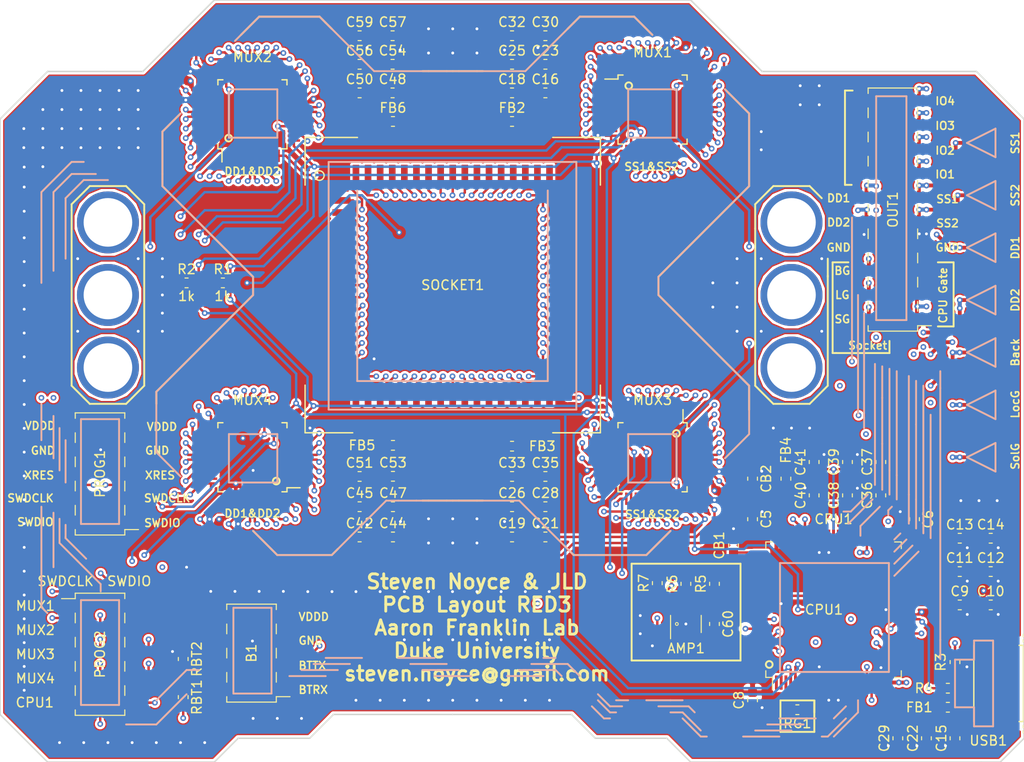
<source format=kicad_pcb>
(kicad_pcb (version 20171130) (host pcbnew "(5.0.0-3-g5ebb6b6)")
  (layers (0 F.Cu signal) (1 In1.Cu signal) (2 In2.Cu signal) (31 B.Cu signal) (34 B.Paste user) (35 F.Paste user) (36 B.SilkS user) (37 F.SilkS user) (38 B.Mask user) (39 F.Mask user) (44 Edge.Cuts user hide))
  (net 0 "")
  (net 1 GND)
  (net 2 BT1_RX)
  (net 3 BT1_TX)
  (net 4 D18)
  (net 5 D17)
  (net 6 D50)
  (net 7 D49)
  (net 8 I2C0_SCL)
  (net 9 I2C0_SDA)
  (net 10 D8)
  (net 11 D9)
  (net 12 D10)
  (net 13 D11)
  (net 14 D12)
  (net 15 D13)
  (net 16 D14)
  (net 17 D15)
  (net 18 D16)
  (net 19 D19)
  (net 20 D20)
  (net 21 D21)
  (net 22 D22)
  (net 23 D23)
  (net 24 D24)
  (net 25 D25)
  (net 26 D26)
  (net 27 D27)
  (net 28 D28)
  (net 29 D29)
  (net 30 D30)
  (net 31 D31)
  (net 32 D32)
  (net 33 D1)
  (net 34 D2)
  (net 35 D3)
  (net 36 D4)
  (net 37 D5)
  (net 38 D6)
  (net 39 D7)
  (net 40 D40)
  (net 41 D41)
  (net 42 D42)
  (net 43 D43)
  (net 44 D44)
  (net 45 D45)
  (net 46 D46)
  (net 47 D47)
  (net 48 D48)
  (net 49 D51)
  (net 50 D52)
  (net 51 D53)
  (net 52 D54)
  (net 53 D55)
  (net 54 D56)
  (net 55 D57)
  (net 56 D58)
  (net 57 D59)
  (net 58 D60)
  (net 59 D61)
  (net 60 D62)
  (net 61 D63)
  (net 62 D64)
  (net 63 D33)
  (net 64 D34)
  (net 65 D35)
  (net 66 D36)
  (net 67 D37)
  (net 68 D38)
  (net 69 D39)
  (net 70 VDDD)
  (net 71 SWDIO5)
  (net 72 SWDCLK5)
  (net 73 "Net-(CPU1-Pad11)")
  (net 74 "Net-(CPU1-Pad18)")
  (net 75 "Net-(CPU1-Pad19)")
  (net 76 "Net-(CPU1-Pad22)")
  (net 77 "Net-(CPU1-Pad24)")
  (net 78 "Net-(CPU1-Pad27)")
  (net 79 "Net-(CPU1-Pad32)")
  (net 80 "Net-(CPU1-Pad34)")
  (net 81 "Net-(CPU1-Pad40)")
  (net 82 "Net-(CPU1-Pad41)")
  (net 83 "Net-(CPU1-Pad43)")
  (net 84 "Net-(CPU1-Pad45)")
  (net 85 "Net-(CPU1-Pad47)")
  (net 86 "Net-(CPU1-Pad49)")
  (net 87 "Net-(CPU1-Pad52)")
  (net 88 "Net-(CPU1-Pad53)")
  (net 89 "Net-(CPU1-Pad54)")
  (net 90 "Net-(CPU1-Pad55)")
  (net 91 "Net-(CPU1-Pad57)")
  (net 92 "Net-(CPU1-Pad58)")
  (net 93 "Net-(CPU1-Pad59)")
  (net 94 "Net-(CPU1-Pad60)")
  (net 95 "Net-(CPU1-Pad61)")
  (net 96 "Net-(CPU1-Pad62)")
  (net 97 "Net-(CPU1-Pad67)")
  (net 98 "Net-(CPU1-Pad68)")
  (net 99 "Net-(CPU1-Pad71)")
  (net 100 "Net-(CPU1-Pad72)")
  (net 101 "Net-(CPU1-Pad77)")
  (net 102 "Net-(CPU1-Pad78)")
  (net 103 "Net-(CPU1-Pad79)")
  (net 104 "Net-(CPU1-Pad91)")
  (net 105 "Net-(CPU1-Pad93)")
  (net 106 "Net-(CPU1-Pad95)")
  (net 107 "Net-(CPU1-Pad98)")
  (net 108 "Net-(CPU1-Pad99)")
  (net 109 DD1)
  (net 110 "Net-(CPU1-Pad42)")
  (net 111 "Net-(CPU1-Pad44)")
  (net 112 "Net-(CPU1-Pad46)")
  (net 113 SS1)
  (net 114 DD2)
  (net 115 SS2)
  (net 116 IO1)
  (net 117 IO2)
  (net 118 IO3)
  (net 119 IO4)
  (net 120 "Net-(CPU1-Pad48)")
  (net 121 "Net-(CPU1-Pad51)")
  (net 122 SWDIO2)
  (net 123 SWDCLK2)
  (net 124 SWDIO4)
  (net 125 SWDCLK4)
  (net 126 XRES)
  (net 127 SWDIO)
  (net 128 SWDCLK)
  (net 129 SWDIO1)
  (net 130 SWDCLK1)
  (net 131 SWDIO3)
  (net 132 SWDCLK3)
  (net 133 "Net-(MUX1-Pad11)")
  (net 134 "Net-(MUX1-Pad15)")
  (net 135 "Net-(MUX2-Pad11)")
  (net 136 "Net-(MUX2-Pad15)")
  (net 137 "Net-(MUX3-Pad11)")
  (net 138 "Net-(MUX3-Pad15)")
  (net 139 "Net-(MUX4-Pad11)")
  (net 140 "Net-(MUX4-Pad15)")
  (net 141 VBUS1)
  (net 142 BT1_RXR)
  (net 143 "Net-(OUT1-Pad14)")
  (net 144 VDDA_M1)
  (net 145 VCCD_M1)
  (net 146 VDDA_M3)
  (net 147 VCCD_M3)
  (net 148 VDDA_M4)
  (net 149 VCCD_M4)
  (net 150 VDDA_M2)
  (net 151 VCCD_M2)
  (net 152 VCCD_C1)
  (net 153 VDDA_C1)
  (net 154 VCCA_C1)
  (net 155 USB1_ID)
  (net 156 USBDP_C1)
  (net 157 USBDM_C1)
  (net 158 USB1_D+)
  (net 159 USB1_D-)
  (net 160 "Net-(IPEX2-Pad2)")
  (net 161 "Net-(IPEX3-Pad2)")
  (net 162 "Net-(IPEX4-Pad2)")
  (net 163 "Net-(IPEX5-Pad2)")
  (net 164 "Net-(IPEX6-Pad2)")
  (net 165 "Net-(IPEX7-Pad2)")
  (net 166 "Net-(IPEX8-Pad2)")
  (net 167 SolutionGate_Socket)
  (net 168 LocalGates_Socket)
  (net 169 BackGate_Socket)
  (net 170 "Net-(CPU1-Pad1)")
  (net 171 "Net-(CPU1-Pad2)")
  (net 172 "Net-(CPU1-Pad3)")
  (net 173 Gate_R1M_Low)
  (net 174 Gate_R1M_High)
  (net 175 TIA_R10k)
  (net 176 TIA_R1M)
  (net 177 TIA_R100M)
  (net 178 "Net-(CPU1-Pad17)")
  (net 179 AMP1_VOUT)
  (net 180 AMP1_Vplus)
  (net 181 AMP1_Vminus)
  (net 182 "Net-(CPU1-Pad8)")
  (net 183 "Net-(CPU1-Pad9)")
  (net 184 "Net-(CPU1-Pad16)")
  (net 185 "Net-(CPU1-Pad89)")
  (net 186 Gate)
  (net 187 "Net-(CPU1-Pad28)")
  (net 188 "Net-(CPU1-Pad31)")
  (net 189 "Net-(CPU1-Pad81)")
  (net 190 DeltaSigma_Bypass_Cap)
  (net 191 SAR1_Bypass_Cap)
  (net 192 SAR2_Bypass_Cap)
  (module "Custom_Footprint_Library:IPEX_Connector_SMD_(RECE.20279.001E.01)" (layer F.Cu) (at 255.25 118 270)
    (fp_text reference IPEX2 hide)
    (fp_text value Conn_01x02 hide)
    (pad 2 smd rect (at 1.685 -1.25 270) (size 1.2 2.5) (layers F.Cu F.Paste F.Mask) (net 160 "Net-(IPEX2-Pad2)"))
    (pad 2 smd rect (at -1.685 -1.25 270) (size 1.2 2.5) (layers F.Cu F.Paste F.Mask) (net 160 "Net-(IPEX2-Pad2)"))
    (pad 1 smd rect (at 0 0.48 270) (size 1.15 1.2) (layers F.Cu F.Paste F.Mask) (net 167 SolutionGate_Socket))
    (pad 3 smd rect (at 0 -1.65 270) (size 0.2 0.2) (layers F.Cu F.Mask) (clearance 0.98) (thermal_gap 2))
  )
  (module Custom_Footprint_Library:MountingHole_5.1mm (layer F.Cu) (at 163.83 92.71)
    (fp_text reference MH1 hide)
    (fp_text value MountingHole hide)
    (pad 1 thru_hole circle (at 0 0.635) (size 6.5024 6.5024) (drill 5.10032) (layers *.Cu *.Mask))
  )
  (module Custom_Footprint_Library:MountingHole_5.1mm (layer F.Cu) (at 163.83 100.33)
    (fp_text reference MH2 hide)
    (fp_text value MountingHole hide)
    (pad 1 thru_hole circle (at 0 0.635) (size 6.5024 6.5024) (drill 5.10032) (layers *.Cu *.Mask))
  )
  (module Custom_Footprint_Library:MountingHole_5.1mm (layer F.Cu) (at 163.83 107.95)
    (fp_text reference MH3 hide)
    (fp_text value MountingHole hide)
    (pad 1 thru_hole circle (at 0 0.635) (size 6.5024 6.5024) (drill 5.10032) (layers *.Cu *.Mask))
  )
  (module Custom_Footprint_Library:MountingHole_5.1mm (layer F.Cu) (at 236.22 103.505)
    (fp_text reference MH5 hide)
    (fp_text value MountingHole hide)
    (pad 1 thru_hole circle (at -0.635 -2.54) (size 6.5024 6.5024) (drill 5.10032) (layers *.Cu *.Mask))
  )
  (module Custom_Footprint_Library:MountingHole_5.1mm (layer F.Cu) (at 236.22 108.585)
    (fp_text reference MH6 hide)
    (fp_text value MountingHole hide)
    (pad 1 thru_hole circle (at -0.635 0) (size 6.5024 6.5024) (drill 5.10032) (layers *.Cu *.Mask))
  )
  (module Capacitor_SMD:C_0603_1608Metric (layer F.Cu) (at 231.5 124.5 270)
    (fp_text reference C5 (at 0 -1.43 270) (layer F.SilkS))
    (fp_text value 0.1uF)
    (pad 2 smd roundrect (at 0.7875 0 270) (size 0.875 0.95) (layers F.Cu F.Paste F.Mask) (net 70 VDDD))
    (pad 1 smd roundrect (at -0.7875 0 270) (size 0.875 0.95) (layers F.Cu F.Paste F.Mask) (net 1 GND))
  )
  (module Capacitor_SMD:C_0603_1608Metric (layer F.Cu) (at 248.5 124.5 270)
    (fp_text reference C6 (at 0 -1.43 270) (layer F.SilkS))
    (fp_text value 0.1uF)
    (pad 1 smd roundrect (at -0.7875 0 270) (size 0.875 0.95) (layers F.Cu F.Paste F.Mask) (net 1 GND))
    (pad 2 smd roundrect (at 0.7875 0 270) (size 0.875 0.95) (layers F.Cu F.Paste F.Mask) (net 70 VDDD))
  )
  (module Capacitor_SMD:C_0603_1608Metric (layer F.Cu) (at 231.5 143.5 90)
    (fp_text reference C8 (at 0 -1.43 90) (layer F.SilkS))
    (fp_text value 0.1uF)
    (pad 2 smd roundrect (at 0.7875 0 90) (size 0.875 0.95) (layers F.Cu F.Paste F.Mask) (net 70 VDDD))
    (pad 1 smd roundrect (at -0.7875 0 90) (size 0.875 0.95) (layers F.Cu F.Paste F.Mask) (net 1 GND))
  )
  (module Capacitor_SMD:C_0603_1608Metric (layer F.Cu) (at 253.25 133.5)
    (fp_text reference C9 (at 0 -1.43) (layer F.SilkS))
    (fp_text value 0.1uF)
    (pad 1 smd roundrect (at -0.7875 0) (size 0.875 0.95) (layers F.Cu F.Paste F.Mask) (net 152 VCCD_C1))
    (pad 2 smd roundrect (at 0.7875 0) (size 0.875 0.95) (layers F.Cu F.Paste F.Mask) (net 1 GND))
  )
  (module Capacitor_SMD:C_0603_1608Metric (layer F.Cu) (at 256.5 133.5)
    (fp_text reference C10 (at 0 -1.43) (layer F.SilkS))
    (fp_text value 0.1uF)
    (pad 2 smd roundrect (at 0.7875 0) (size 0.875 0.95) (layers F.Cu F.Paste F.Mask) (net 1 GND))
    (pad 1 smd roundrect (at -0.7875 0) (size 0.875 0.95) (layers F.Cu F.Paste F.Mask) (net 70 VDDD))
  )
  (module Capacitor_SMD:C_0603_1608Metric (layer F.Cu) (at 253.25 130)
    (fp_text reference C11 (at 0 -1.43) (layer F.SilkS))
    (fp_text value 1uF)
    (pad 2 smd roundrect (at 0.7875 0) (size 0.875 0.95) (layers F.Cu F.Paste F.Mask) (net 1 GND))
    (pad 1 smd roundrect (at -0.7875 0) (size 0.875 0.95) (layers F.Cu F.Paste F.Mask) (net 152 VCCD_C1))
  )
  (module Capacitor_SMD:C_0603_1608Metric (layer F.Cu) (at 256.5 130)
    (fp_text reference C12 (at 0 -1.43) (layer F.SilkS))
    (fp_text value 1uF)
    (pad 1 smd roundrect (at -0.7875 0) (size 0.875 0.95) (layers F.Cu F.Paste F.Mask) (net 70 VDDD))
    (pad 2 smd roundrect (at 0.7875 0) (size 0.875 0.95) (layers F.Cu F.Paste F.Mask) (net 1 GND))
  )
  (module Capacitor_SMD:C_0603_1608Metric (layer F.Cu) (at 253.25 126.5)
    (fp_text reference C13 (at 0 -1.43) (layer F.SilkS))
    (fp_text value 47uF)
    (pad 1 smd roundrect (at -0.7875 0) (size 0.875 0.95) (layers F.Cu F.Paste F.Mask) (net 152 VCCD_C1))
    (pad 2 smd roundrect (at 0.7875 0) (size 0.875 0.95) (layers F.Cu F.Paste F.Mask) (net 1 GND))
  )
  (module Capacitor_SMD:C_0603_1608Metric (layer F.Cu) (at 256.5 126.5)
    (fp_text reference C14 (at 0 -1.43) (layer F.SilkS))
    (fp_text value 47uF)
    (pad 2 smd roundrect (at 0.7875 0) (size 0.875 0.95) (layers F.Cu F.Paste F.Mask) (net 1 GND))
    (pad 1 smd roundrect (at -0.7875 0) (size 0.875 0.95) (layers F.Cu F.Paste F.Mask) (net 70 VDDD))
  )
  (module Capacitor_SMD:C_0603_1608Metric (layer F.Cu) (at 252.75 147.5 270)
    (fp_text reference C15 (at 0 1.43 270) (layer F.SilkS))
    (fp_text value 47uF)
    (pad 2 smd roundrect (at 0.7875 0 270) (size 0.875 0.95) (layers F.Cu F.Paste F.Mask) (net 1 GND))
    (pad 1 smd roundrect (at -0.7875 0 270) (size 0.875 0.95) (layers F.Cu F.Paste F.Mask) (net 70 VDDD))
  )
  (module Capacitor_SMD:C_0603_1608Metric (layer F.Cu) (at 209.75 79.75 180)
    (fp_text reference C16 (at 0 1.43 180) (layer F.SilkS))
    (fp_text value 47uF)
    (pad 1 smd roundrect (at -0.7875 0 180) (size 0.875 0.95) (layers F.Cu F.Paste F.Mask) (net 144 VDDA_M1))
    (pad 2 smd roundrect (at 0.7875 0 180) (size 0.875 0.95) (layers F.Cu F.Paste F.Mask) (net 1 GND))
  )
  (module Capacitor_SMD:C_0603_1608Metric (layer F.Cu) (at 206.25 79.75 180)
    (fp_text reference C18 (at 0 1.43 180) (layer F.SilkS))
    (fp_text value 47uF)
    (pad 2 smd roundrect (at 0.7875 0 180) (size 0.875 0.95) (layers F.Cu F.Paste F.Mask) (net 1 GND))
    (pad 1 smd roundrect (at -0.7875 0 180) (size 0.875 0.95) (layers F.Cu F.Paste F.Mask) (net 145 VCCD_M1))
  )
  (module Capacitor_SMD:C_0603_1608Metric (layer F.Cu) (at 206.25 126.365 180)
    (fp_text reference C19 (at 0 1.43 180) (layer F.SilkS))
    (fp_text value 0.1uF)
    (pad 1 smd roundrect (at -0.7875 0 180) (size 0.875 0.95) (layers F.Cu F.Paste F.Mask) (net 146 VDDA_M3))
    (pad 2 smd roundrect (at 0.7875 0 180) (size 0.875 0.95) (layers F.Cu F.Paste F.Mask) (net 1 GND))
  )
  (module Capacitor_SMD:C_0603_1608Metric (layer F.Cu) (at 209.75 126.365 180)
    (fp_text reference C21 (at 0 1.43 180) (layer F.SilkS))
    (fp_text value 0.1uF)
    (pad 1 smd roundrect (at -0.7875 0 180) (size 0.875 0.95) (layers F.Cu F.Paste F.Mask) (net 147 VCCD_M3))
    (pad 2 smd roundrect (at 0.7875 0 180) (size 0.875 0.95) (layers F.Cu F.Paste F.Mask) (net 1 GND))
  )
  (module Capacitor_SMD:C_0603_1608Metric (layer F.Cu) (at 249.75 147.5 270)
    (fp_text reference C22 (at 0 1.43 270) (layer F.SilkS))
    (fp_text value 1uF)
    (pad 1 smd roundrect (at -0.7875 0 270) (size 0.875 0.95) (layers F.Cu F.Paste F.Mask) (net 70 VDDD))
    (pad 2 smd roundrect (at 0.7875 0 270) (size 0.875 0.95) (layers F.Cu F.Paste F.Mask) (net 1 GND))
  )
  (module Capacitor_SMD:C_0603_1608Metric (layer F.Cu) (at 209.75 76.75 180)
    (fp_text reference C23 (at 0 1.43 180) (layer F.SilkS))
    (fp_text value 1uF)
    (pad 2 smd roundrect (at 0.7875 0 180) (size 0.875 0.95) (layers F.Cu F.Paste F.Mask) (net 1 GND))
    (pad 1 smd roundrect (at -0.7875 0 180) (size 0.875 0.95) (layers F.Cu F.Paste F.Mask) (net 144 VDDA_M1))
  )
  (module Capacitor_SMD:C_0603_1608Metric (layer F.Cu) (at 206.25 76.75 180)
    (fp_text reference C25 (at 0 1.43 180) (layer F.SilkS))
    (fp_text value 1uF)
    (pad 1 smd roundrect (at -0.7875 0 180) (size 0.875 0.95) (layers F.Cu F.Paste F.Mask) (net 145 VCCD_M1))
    (pad 2 smd roundrect (at 0.7875 0 180) (size 0.875 0.95) (layers F.Cu F.Paste F.Mask) (net 1 GND))
  )
  (module Capacitor_SMD:C_0603_1608Metric (layer F.Cu) (at 206.25 123.19 180)
    (fp_text reference C26 (at 0 1.43 180) (layer F.SilkS))
    (fp_text value 1uF)
    (pad 2 smd roundrect (at 0.7875 0 180) (size 0.875 0.95) (layers F.Cu F.Paste F.Mask) (net 1 GND))
    (pad 1 smd roundrect (at -0.7875 0 180) (size 0.875 0.95) (layers F.Cu F.Paste F.Mask) (net 146 VDDA_M3))
  )
  (module Capacitor_SMD:C_0603_1608Metric (layer F.Cu) (at 209.75 123.19 180)
    (fp_text reference C28 (at 0 1.43 180) (layer F.SilkS))
    (fp_text value 1uF)
    (pad 2 smd roundrect (at 0.7875 0 180) (size 0.875 0.95) (layers F.Cu F.Paste F.Mask) (net 1 GND))
    (pad 1 smd roundrect (at -0.7875 0 180) (size 0.875 0.95) (layers F.Cu F.Paste F.Mask) (net 147 VCCD_M3))
  )
  (module Capacitor_SMD:C_0603_1608Metric (layer F.Cu) (at 246.75 147.5 270)
    (fp_text reference C29 (at 0 1.43 270) (layer F.SilkS))
    (fp_text value 0.1uF)
    (pad 2 smd roundrect (at 0.7875 0 270) (size 0.875 0.95) (layers F.Cu F.Paste F.Mask) (net 1 GND))
    (pad 1 smd roundrect (at -0.7875 0 270) (size 0.875 0.95) (layers F.Cu F.Paste F.Mask) (net 70 VDDD))
  )
  (module Capacitor_SMD:C_0603_1608Metric (layer F.Cu) (at 209.75 73.75 180)
    (fp_text reference C30 (at 0 1.43) (layer F.SilkS))
    (fp_text value 0.1uF)
    (pad 1 smd roundrect (at -0.7875 0 180) (size 0.875 0.95) (layers F.Cu F.Paste F.Mask) (net 144 VDDA_M1))
    (pad 2 smd roundrect (at 0.7875 0 180) (size 0.875 0.95) (layers F.Cu F.Paste F.Mask) (net 1 GND))
  )
  (module Capacitor_SMD:C_0603_1608Metric (layer F.Cu) (at 206.25 73.75 180)
    (fp_text reference C32 (at 0 1.43 180) (layer F.SilkS))
    (fp_text value 0.1uF)
    (pad 1 smd roundrect (at -0.7875 0 180) (size 0.875 0.95) (layers F.Cu F.Paste F.Mask) (net 145 VCCD_M1))
    (pad 2 smd roundrect (at 0.7875 0 180) (size 0.875 0.95) (layers F.Cu F.Paste F.Mask) (net 1 GND))
  )
  (module Capacitor_SMD:C_0603_1608Metric (layer F.Cu) (at 206.25 120.015 180)
    (fp_text reference C33 (at 0 1.43 180) (layer F.SilkS))
    (fp_text value 47uF)
    (pad 1 smd roundrect (at -0.7875 0 180) (size 0.875 0.95) (layers F.Cu F.Paste F.Mask) (net 146 VDDA_M3))
    (pad 2 smd roundrect (at 0.7875 0 180) (size 0.875 0.95) (layers F.Cu F.Paste F.Mask) (net 1 GND))
  )
  (module Capacitor_SMD:C_0603_1608Metric (layer F.Cu) (at 209.75 120.015 180)
    (fp_text reference C35 (at 0 1.43 180) (layer F.SilkS))
    (fp_text value 47uF)
    (pad 1 smd roundrect (at -0.7875 0 180) (size 0.875 0.95) (layers F.Cu F.Paste F.Mask) (net 147 VCCD_M3))
    (pad 2 smd roundrect (at 0.7875 0 180) (size 0.875 0.95) (layers F.Cu F.Paste F.Mask) (net 1 GND))
  )
  (module Capacitor_SMD:C_0603_1608Metric (layer F.Cu) (at 244.962 121.999 90)
    (fp_text reference C36 (at 0 -1.43 90) (layer F.SilkS))
    (fp_text value 47uF)
    (pad 1 smd roundrect (at -0.7875 0 90) (size 0.875 0.95) (layers F.Cu F.Paste F.Mask) (net 153 VDDA_C1))
    (pad 2 smd roundrect (at 0.7875 0 90) (size 0.875 0.95) (layers F.Cu F.Paste F.Mask) (net 1 GND))
  )
  (module Capacitor_SMD:C_0603_1608Metric (layer F.Cu) (at 244.962 118.499 90)
    (fp_text reference C37 (at 0 -1.43 90) (layer F.SilkS))
    (fp_text value 47uF)
    (pad 1 smd roundrect (at -0.7875 0 90) (size 0.875 0.95) (layers F.Cu F.Paste F.Mask) (net 154 VCCA_C1))
    (pad 2 smd roundrect (at 0.7875 0 90) (size 0.875 0.95) (layers F.Cu F.Paste F.Mask) (net 1 GND))
  )
  (module Capacitor_SMD:C_0603_1608Metric (layer F.Cu) (at 241.462 121.999 90)
    (fp_text reference C38 (at 0 -1.43 90) (layer F.SilkS))
    (fp_text value 1uF)
    (pad 2 smd roundrect (at 0.7875 0 90) (size 0.875 0.95) (layers F.Cu F.Paste F.Mask) (net 1 GND))
    (pad 1 smd roundrect (at -0.7875 0 90) (size 0.875 0.95) (layers F.Cu F.Paste F.Mask) (net 153 VDDA_C1))
  )
  (module Capacitor_SMD:C_0603_1608Metric (layer F.Cu) (at 241.462 118.499 90)
    (fp_text reference C39 (at 0 -1.43 90) (layer F.SilkS))
    (fp_text value 1uF)
    (pad 2 smd roundrect (at 0.7875 0 90) (size 0.875 0.95) (layers F.Cu F.Paste F.Mask) (net 1 GND))
    (pad 1 smd roundrect (at -0.7875 0 90) (size 0.875 0.95) (layers F.Cu F.Paste F.Mask) (net 154 VCCA_C1))
  )
  (module Capacitor_SMD:C_0603_1608Metric (layer F.Cu) (at 237.962 121.999 90)
    (fp_text reference C40 (at 0 -1.43 90) (layer F.SilkS))
    (fp_text value 0.1uF)
    (pad 1 smd roundrect (at -0.7875 0 90) (size 0.875 0.95) (layers F.Cu F.Paste F.Mask) (net 153 VDDA_C1))
    (pad 2 smd roundrect (at 0.7875 0 90) (size 0.875 0.95) (layers F.Cu F.Paste F.Mask) (net 1 GND))
  )
  (module Capacitor_SMD:C_0603_1608Metric (layer F.Cu) (at 237.962 118.499 90)
    (fp_text reference C41 (at 0 -1.43 90) (layer F.SilkS))
    (fp_text value 0.1uF)
    (pad 1 smd roundrect (at -0.7875 0 90) (size 0.875 0.95) (layers F.Cu F.Paste F.Mask) (net 154 VCCA_C1))
    (pad 2 smd roundrect (at 0.7875 0 90) (size 0.875 0.95) (layers F.Cu F.Paste F.Mask) (net 1 GND))
  )
  (module Capacitor_SMD:C_0603_1608Metric (layer F.Cu) (at 190.25 126.365)
    (fp_text reference C42 (at 0 -1.43) (layer F.SilkS))
    (fp_text value 0.1uF)
    (pad 2 smd roundrect (at 0.7875 0) (size 0.875 0.95) (layers F.Cu F.Paste F.Mask) (net 1 GND))
    (pad 1 smd roundrect (at -0.7875 0) (size 0.875 0.95) (layers F.Cu F.Paste F.Mask) (net 148 VDDA_M4))
  )
  (module Capacitor_SMD:C_0603_1608Metric (layer F.Cu) (at 193.75 126.365)
    (fp_text reference C44 (at 0 -1.43) (layer F.SilkS))
    (fp_text value 0.1uF)
    (pad 2 smd roundrect (at 0.7875 0) (size 0.875 0.95) (layers F.Cu F.Paste F.Mask) (net 1 GND))
    (pad 1 smd roundrect (at -0.7875 0) (size 0.875 0.95) (layers F.Cu F.Paste F.Mask) (net 149 VCCD_M4))
  )
  (module Capacitor_SMD:C_0603_1608Metric (layer F.Cu) (at 190.25 123.19)
    (fp_text reference C45 (at 0 -1.43) (layer F.SilkS))
    (fp_text value 1uF)
    (pad 1 smd roundrect (at -0.7875 0) (size 0.875 0.95) (layers F.Cu F.Paste F.Mask) (net 148 VDDA_M4))
    (pad 2 smd roundrect (at 0.7875 0) (size 0.875 0.95) (layers F.Cu F.Paste F.Mask) (net 1 GND))
  )
  (module Capacitor_SMD:C_0603_1608Metric (layer F.Cu) (at 193.75 123.19)
    (fp_text reference C47 (at 0 -1.43) (layer F.SilkS))
    (fp_text value 1uF)
    (pad 1 smd roundrect (at -0.7875 0) (size 0.875 0.95) (layers F.Cu F.Paste F.Mask) (net 149 VCCD_M4))
    (pad 2 smd roundrect (at 0.7875 0) (size 0.875 0.95) (layers F.Cu F.Paste F.Mask) (net 1 GND))
  )
  (module Capacitor_SMD:C_0603_1608Metric (layer F.Cu) (at 193.7125 79.75)
    (fp_text reference C48 (at 0 -1.43) (layer F.SilkS))
    (fp_text value 47uF)
    (pad 2 smd roundrect (at 0.7875 0) (size 0.875 0.95) (layers F.Cu F.Paste F.Mask) (net 1 GND))
    (pad 1 smd roundrect (at -0.7875 0) (size 0.875 0.95) (layers F.Cu F.Paste F.Mask) (net 150 VDDA_M2))
  )
  (module Capacitor_SMD:C_0603_1608Metric (layer F.Cu) (at 190.25 79.75)
    (fp_text reference C50 (at 0 -1.43) (layer F.SilkS))
    (fp_text value 47uF)
    (pad 2 smd roundrect (at 0.7875 0) (size 0.875 0.95) (layers F.Cu F.Paste F.Mask) (net 1 GND))
    (pad 1 smd roundrect (at -0.7875 0) (size 0.875 0.95) (layers F.Cu F.Paste F.Mask) (net 151 VCCD_M2))
  )
  (module Capacitor_SMD:C_0603_1608Metric (layer F.Cu) (at 190.25 120.015)
    (fp_text reference C51 (at 0 -1.43) (layer F.SilkS))
    (fp_text value 47uF)
    (pad 2 smd roundrect (at 0.7875 0) (size 0.875 0.95) (layers F.Cu F.Paste F.Mask) (net 1 GND))
    (pad 1 smd roundrect (at -0.7875 0) (size 0.875 0.95) (layers F.Cu F.Paste F.Mask) (net 148 VDDA_M4))
  )
  (module Capacitor_SMD:C_0603_1608Metric (layer F.Cu) (at 193.75 120)
    (fp_text reference C53 (at 0 -1.43) (layer F.SilkS))
    (fp_text value 47uF)
    (pad 2 smd roundrect (at 0.7875 0) (size 0.875 0.95) (layers F.Cu F.Paste F.Mask) (net 1 GND))
    (pad 1 smd roundrect (at -0.7875 0) (size 0.875 0.95) (layers F.Cu F.Paste F.Mask) (net 149 VCCD_M4))
  )
  (module Capacitor_SMD:C_0603_1608Metric (layer F.Cu) (at 193.7125 76.75)
    (fp_text reference C54 (at 0 -1.43) (layer F.SilkS))
    (fp_text value 1uF)
    (pad 2 smd roundrect (at 0.7875 0) (size 0.875 0.95) (layers F.Cu F.Paste F.Mask) (net 1 GND))
    (pad 1 smd roundrect (at -0.7875 0) (size 0.875 0.95) (layers F.Cu F.Paste F.Mask) (net 150 VDDA_M2))
  )
  (module Capacitor_SMD:C_0603_1608Metric (layer F.Cu) (at 190.25 76.75)
    (fp_text reference C56 (at 0 -1.43) (layer F.SilkS))
    (fp_text value 1uF)
    (pad 1 smd roundrect (at -0.7875 0) (size 0.875 0.95) (layers F.Cu F.Paste F.Mask) (net 151 VCCD_M2))
    (pad 2 smd roundrect (at 0.7875 0) (size 0.875 0.95) (layers F.Cu F.Paste F.Mask) (net 1 GND))
  )
  (module Capacitor_SMD:C_0603_1608Metric (layer F.Cu) (at 193.7125 73.75)
    (fp_text reference C57 (at 0 -1.43) (layer F.SilkS))
    (fp_text value 0.1uF)
    (pad 1 smd roundrect (at -0.7875 0) (size 0.875 0.95) (layers F.Cu F.Paste F.Mask) (net 150 VDDA_M2))
    (pad 2 smd roundrect (at 0.7875 0) (size 0.875 0.95) (layers F.Cu F.Paste F.Mask) (net 1 GND))
  )
  (module Capacitor_SMD:C_0603_1608Metric (layer F.Cu) (at 190.25 73.75)
    (fp_text reference C59 (at 0 -1.43) (layer F.SilkS))
    (fp_text value 0.1uF)
    (pad 2 smd roundrect (at 0.7875 0) (size 0.875 0.95) (layers F.Cu F.Paste F.Mask) (net 1 GND))
    (pad 1 smd roundrect (at -0.7875 0) (size 0.875 0.95) (layers F.Cu F.Paste F.Mask) (net 151 VCCD_M2))
  )
  (module Resistor_SMD:R_0603_1608Metric (layer F.Cu) (at 252 144.245 180)
    (fp_text reference FB1 (at 3 -0.005 180) (layer F.SilkS))
    (fp_text value R hide)
    (pad 2 smd roundrect (at 0.7875 0 180) (size 0.875 0.95) (layers F.Cu F.Paste F.Mask) (net 70 VDDD))
    (pad 1 smd roundrect (at -0.7875 0 180) (size 0.875 0.95) (layers F.Cu F.Paste F.Mask) (net 141 VBUS1))
  )
  (module Resistor_SMD:R_0603_1608Metric (layer F.Cu) (at 206.25 82.75 180)
    (fp_text reference FB2 (at 0 1.43 180) (layer F.SilkS))
    (fp_text value R hide)
    (pad 2 smd roundrect (at 0.7875 0 180) (size 0.875 0.95) (layers F.Cu F.Paste F.Mask) (net 70 VDDD))
    (pad 1 smd roundrect (at -0.7875 0 180) (size 0.875 0.95) (layers F.Cu F.Paste F.Mask) (net 144 VDDA_M1))
  )
  (module Resistor_SMD:R_0603_1608Metric (layer F.Cu) (at 206.25 116.84 180)
    (fp_text reference FB3 (at -3.175 0 180) (layer F.SilkS))
    (fp_text value R hide)
    (pad 2 smd roundrect (at 0.7875 0 180) (size 0.875 0.95) (layers F.Cu F.Paste F.Mask) (net 70 VDDD))
    (pad 1 smd roundrect (at -0.7875 0 180) (size 0.875 0.95) (layers F.Cu F.Paste F.Mask) (net 146 VDDA_M3))
  )
  (module Resistor_SMD:R_0603_1608Metric (layer F.Cu) (at 235 120.25 90)
    (fp_text reference FB4 (at 3 0 90) (layer F.SilkS))
    (fp_text value R hide)
    (pad 1 smd roundrect (at -0.7875 0 90) (size 0.875 0.95) (layers F.Cu F.Paste F.Mask) (net 153 VDDA_C1))
    (pad 2 smd roundrect (at 0.7875 0 90) (size 0.875 0.95) (layers F.Cu F.Paste F.Mask) (net 70 VDDD))
  )
  (module Resistor_SMD:R_0603_1608Metric (layer F.Cu) (at 193.75 116.75)
    (fp_text reference FB5 (at -3.25 0) (layer F.SilkS))
    (fp_text value R hide)
    (pad 1 smd roundrect (at -0.7875 0) (size 0.875 0.95) (layers F.Cu F.Paste F.Mask) (net 148 VDDA_M4))
    (pad 2 smd roundrect (at 0.7875 0) (size 0.875 0.95) (layers F.Cu F.Paste F.Mask) (net 70 VDDD))
  )
  (module Resistor_SMD:R_0603_1608Metric (layer F.Cu) (at 193.75 82.75)
    (fp_text reference FB6 (at 0 -1.43) (layer F.SilkS))
    (fp_text value R hide)
    (pad 1 smd roundrect (at -0.7875 0) (size 0.875 0.95) (layers F.Cu F.Paste F.Mask) (net 150 VDDA_M2))
    (pad 2 smd roundrect (at 0.7875 0) (size 0.875 0.95) (layers F.Cu F.Paste F.Mask) (net 70 VDDD))
  )
  (module Resistor_SMD:R_0603_1608Metric (layer F.Cu) (at 175.895 99.695)
    (fp_text reference R1 (at 0 -1.43) (layer F.SilkS))
    (fp_text value 1k)
    (pad 1 smd roundrect (at -0.7875 0) (size 0.875 0.95) (layers F.Cu F.Paste F.Mask) (net 70 VDDD))
    (pad 2 smd roundrect (at 0.7875 0) (size 0.875 0.95) (layers F.Cu F.Paste F.Mask) (net 8 I2C0_SCL))
  )
  (module Resistor_SMD:R_0603_1608Metric (layer F.Cu) (at 172.085 99.695)
    (fp_text reference R2 (at 0 -1.43) (layer F.SilkS))
    (fp_text value 1k)
    (pad 2 smd roundrect (at 0.7875 0) (size 0.875 0.95) (layers F.Cu F.Paste F.Mask) (net 9 I2C0_SDA))
    (pad 1 smd roundrect (at -0.7875 0) (size 0.875 0.95) (layers F.Cu F.Paste F.Mask) (net 70 VDDD))
  )
  (module Resistor_SMD:R_0603_1608Metric (layer F.Cu) (at 252.75 139.5 270)
    (fp_text reference R3 (at 0 1.5 270) (layer F.SilkS))
    (fp_text value 22R)
    (pad 1 smd roundrect (at -0.7875 0 270) (size 0.875 0.95) (layers F.Cu F.Paste F.Mask) (net 156 USBDP_C1))
    (pad 2 smd roundrect (at 0.7875 0 270) (size 0.875 0.95) (layers F.Cu F.Paste F.Mask) (net 158 USB1_D+))
  )
  (module Resistor_SMD:R_0603_1608Metric (layer F.Cu) (at 252 142.245)
    (fp_text reference R4 (at -2.5 0.005 180) (layer F.SilkS))
    (fp_text value 22R)
    (pad 2 smd roundrect (at 0.7875 0) (size 0.875 0.95) (layers F.Cu F.Paste F.Mask) (net 159 USB1_D-))
    (pad 1 smd roundrect (at -0.7875 0) (size 0.875 0.95) (layers F.Cu F.Paste F.Mask) (net 157 USBDM_C1))
  )
  (module Resistor_SMD:R_0603_1608Metric (layer F.Cu) (at 227.5 131.2875 90)
    (fp_text reference R5 (at 0 -1.43 90) (layer F.SilkS))
    (fp_text value 100M)
    (pad 2 smd roundrect (at 0.7875 0 90) (size 0.875 0.95) (layers F.Cu F.Paste F.Mask) (net 179 AMP1_VOUT))
    (pad 1 smd roundrect (at -0.7875 0 90) (size 0.875 0.95) (layers F.Cu F.Paste F.Mask) (net 177 TIA_R100M))
  )
  (module Resistor_SMD:R_0603_1608Metric (layer F.Cu) (at 224.5 131.2875 90)
    (fp_text reference R6 (at 0 -1.43 90) (layer F.SilkS))
    (fp_text value 1M)
    (pad 2 smd roundrect (at 0.7875 0 90) (size 0.875 0.95) (layers F.Cu F.Paste F.Mask) (net 179 AMP1_VOUT))
    (pad 1 smd roundrect (at -0.7875 0 90) (size 0.875 0.95) (layers F.Cu F.Paste F.Mask) (net 176 TIA_R1M))
  )
  (module Resistor_SMD:R_0603_1608Metric (layer F.Cu) (at 221.5 131.2125 270)
    (fp_text reference R7 (at 0 1.43 270) (layer F.SilkS))
    (fp_text value 10k)
    (pad 1 smd roundrect (at -0.7875 0 270) (size 0.875 0.95) (layers F.Cu F.Paste F.Mask) (net 175 TIA_R10k))
    (pad 2 smd roundrect (at 0.7875 0 270) (size 0.875 0.95) (layers F.Cu F.Paste F.Mask) (net 179 AMP1_VOUT))
  )
  (module Package_QFP:TQFP-100_14x14mm_P0.5mm (layer F.Cu) (at 240 134 90)
    (fp_text reference CPU1 (at 9.5 0) (layer F.SilkS))
    (fp_text value "CY8C58_(100_TQFP)" hide)
    (pad 1 smd rect (at -7.65 -6 90) (size 1.5 0.3) (layers F.Cu F.Paste F.Mask) (net 170 "Net-(CPU1-Pad1)"))
    (pad 2 smd rect (at -7.65 -5.5 90) (size 1.5 0.3) (layers F.Cu F.Paste F.Mask) (net 171 "Net-(CPU1-Pad2)"))
    (pad 3 smd rect (at -7.65 -5 90) (size 1.5 0.3) (layers F.Cu F.Paste F.Mask) (net 172 "Net-(CPU1-Pad3)"))
    (pad 4 smd rect (at -7.65 -4.5 90) (size 1.5 0.3) (layers F.Cu F.Paste F.Mask) (net 8 I2C0_SCL))
    (pad 5 smd rect (at -7.65 -4 90) (size 1.5 0.3) (layers F.Cu F.Paste F.Mask) (net 9 I2C0_SDA))
    (pad 6 smd rect (at -7.65 -3.5 90) (size 1.5 0.3) (layers F.Cu F.Paste F.Mask) (net 173 Gate_R1M_Low))
    (pad 7 smd rect (at -7.65 -3 90) (size 1.5 0.3) (layers F.Cu F.Paste F.Mask) (net 174 Gate_R1M_High))
    (pad 8 smd rect (at -7.65 -2.5 90) (size 1.5 0.3) (layers F.Cu F.Paste F.Mask) (net 182 "Net-(CPU1-Pad8)"))
    (pad 9 smd rect (at -7.65 -2 90) (size 1.5 0.3) (layers F.Cu F.Paste F.Mask) (net 183 "Net-(CPU1-Pad9)"))
    (pad 10 smd rect (at -7.65 -1.5 90) (size 1.5 0.3) (layers F.Cu F.Paste F.Mask) (net 1 GND))
    (pad 11 smd rect (at -7.65 -1 90) (size 1.5 0.3) (layers F.Cu F.Paste F.Mask) (net 73 "Net-(CPU1-Pad11)"))
    (pad 12 smd rect (at -7.65 -0.5 90) (size 1.5 0.3) (layers F.Cu F.Paste F.Mask) (net 1 GND))
    (pad 13 smd rect (at -7.65 0 90) (size 1.5 0.3) (layers F.Cu F.Paste F.Mask) (net 1 GND))
    (pad 14 smd rect (at -7.65 0.5 90) (size 1.5 0.3) (layers F.Cu F.Paste F.Mask) (net 1 GND))
    (pad 15 smd rect (at -7.65 1 90) (size 1.5 0.3) (layers F.Cu F.Paste F.Mask) (net 126 XRES))
    (pad 16 smd rect (at -7.65 1.5 90) (size 1.5 0.3) (layers F.Cu F.Paste F.Mask) (net 184 "Net-(CPU1-Pad16)"))
    (pad 17 smd rect (at -7.65 2 90) (size 1.5 0.3) (layers F.Cu F.Paste F.Mask) (net 178 "Net-(CPU1-Pad17)"))
    (pad 18 smd rect (at -7.65 2.5 90) (size 1.5 0.3) (layers F.Cu F.Paste F.Mask) (net 74 "Net-(CPU1-Pad18)"))
    (pad 19 smd rect (at -7.65 3 90) (size 1.5 0.3) (layers F.Cu F.Paste F.Mask) (net 75 "Net-(CPU1-Pad19)"))
    (pad 20 smd rect (at -7.65 3.5 90) (size 1.5 0.3) (layers F.Cu F.Paste F.Mask) (net 71 SWDIO5))
    (pad 21 smd rect (at -7.65 4 90) (size 1.5 0.3) (layers F.Cu F.Paste F.Mask) (net 72 SWDCLK5))
    (pad 22 smd rect (at -7.65 4.5 90) (size 1.5 0.3) (layers F.Cu F.Paste F.Mask) (net 76 "Net-(CPU1-Pad22)"))
    (pad 23 smd rect (at -7.65 5 90) (size 1.5 0.3) (layers F.Cu F.Paste F.Mask) (net 1 GND))
    (pad 24 smd rect (at -7.65 5.5 90) (size 1.5 0.3) (layers F.Cu F.Paste F.Mask) (net 77 "Net-(CPU1-Pad24)"))
    (pad 25 smd rect (at -7.65 6 90) (size 1.5 0.3) (layers F.Cu F.Paste F.Mask) (net 186 Gate))
    (pad 26 smd rect (at -6 7.65 90) (size 0.3 1.5) (layers F.Cu F.Paste F.Mask) (net 70 VDDD))
    (pad 27 smd rect (at -5.5 7.65 90) (size 0.3 1.5) (layers F.Cu F.Paste F.Mask) (net 78 "Net-(CPU1-Pad27)"))
    (pad 28 smd rect (at -5 7.65 90) (size 0.3 1.5) (layers F.Cu F.Paste F.Mask) (net 187 "Net-(CPU1-Pad28)"))
    (pad 29 smd rect (at -4.5 7.65 90) (size 0.3 1.5) (layers F.Cu F.Paste F.Mask) (net 2 BT1_RX))
    (pad 30 smd rect (at -4 7.65 90) (size 0.3 1.5) (layers F.Cu F.Paste F.Mask) (net 3 BT1_TX))
    (pad 31 smd rect (at -3.5 7.65 90) (size 0.3 1.5) (layers F.Cu F.Paste F.Mask) (net 188 "Net-(CPU1-Pad31)"))
    (pad 32 smd rect (at -3 7.65 90) (size 0.3 1.5) (layers F.Cu F.Paste F.Mask) (net 79 "Net-(CPU1-Pad32)"))
    (pad 33 smd rect (at -2.5 7.65 90) (size 0.3 1.5) (layers F.Cu F.Paste F.Mask) (net 116 IO1))
    (pad 34 smd rect (at -2 7.65 90) (size 0.3 1.5) (layers F.Cu F.Paste F.Mask) (net 80 "Net-(CPU1-Pad34)"))
    (pad 35 smd rect (at -1.5 7.65 90) (size 0.3 1.5) (layers F.Cu F.Paste F.Mask) (net 156 USBDP_C1))
    (pad 36 smd rect (at -1 7.65 90) (size 0.3 1.5) (layers F.Cu F.Paste F.Mask) (net 157 USBDM_C1))
    (pad 37 smd rect (at -0.5 7.65 90) (size 0.3 1.5) (layers F.Cu F.Paste F.Mask) (net 70 VDDD))
    (pad 38 smd rect (at 0 7.65 90) (size 0.3 1.5) (layers F.Cu F.Paste F.Mask) (net 1 GND))
    (pad 39 smd rect (at 0.5 7.65 90) (size 0.3 1.5) (layers F.Cu F.Paste F.Mask) (net 152 VCCD_C1))
    (pad 40 smd rect (at 1 7.65 90) (size 0.3 1.5) (layers F.Cu F.Paste F.Mask) (net 81 "Net-(CPU1-Pad40)"))
    (pad 41 smd rect (at 1.5 7.65 90) (size 0.3 1.5) (layers F.Cu F.Paste F.Mask) (net 82 "Net-(CPU1-Pad41)"))
    (pad 42 smd rect (at 2 7.65 90) (size 0.3 1.5) (layers F.Cu F.Paste F.Mask) (net 110 "Net-(CPU1-Pad42)"))
    (pad 43 smd rect (at 2.5 7.65 90) (size 0.3 1.5) (layers F.Cu F.Paste F.Mask) (net 83 "Net-(CPU1-Pad43)"))
    (pad 44 smd rect (at 3 7.65 90) (size 0.3 1.5) (layers F.Cu F.Paste F.Mask) (net 111 "Net-(CPU1-Pad44)"))
    (pad 45 smd rect (at 3.5 7.65 90) (size 0.3 1.5) (layers F.Cu F.Paste F.Mask) (net 84 "Net-(CPU1-Pad45)"))
    (pad 46 smd rect (at 4 7.65 90) (size 0.3 1.5) (layers F.Cu F.Paste F.Mask) (net 112 "Net-(CPU1-Pad46)"))
    (pad 47 smd rect (at 4.5 7.65 90) (size 0.3 1.5) (layers F.Cu F.Paste F.Mask) (net 85 "Net-(CPU1-Pad47)"))
    (pad 48 smd rect (at 5 7.65 90) (size 0.3 1.5) (layers F.Cu F.Paste F.Mask) (net 120 "Net-(CPU1-Pad48)"))
    (pad 49 smd rect (at 5.5 7.65 90) (size 0.3 1.5) (layers F.Cu F.Paste F.Mask) (net 86 "Net-(CPU1-Pad49)"))
    (pad 50 smd rect (at 6 7.65 90) (size 0.3 1.5) (layers F.Cu F.Paste F.Mask) (net 70 VDDD))
    (pad 51 smd rect (at 7.65 6 90) (size 1.5 0.3) (layers F.Cu F.Paste F.Mask) (net 121 "Net-(CPU1-Pad51)"))
    (pad 52 smd rect (at 7.65 5.5 90) (size 1.5 0.3) (layers F.Cu F.Paste F.Mask) (net 87 "Net-(CPU1-Pad52)"))
    (pad 53 smd rect (at 7.65 5 90) (size 1.5 0.3) (layers F.Cu F.Paste F.Mask) (net 88 "Net-(CPU1-Pad53)"))
    (pad 54 smd rect (at 7.65 4.5 90) (size 1.5 0.3) (layers F.Cu F.Paste F.Mask) (net 89 "Net-(CPU1-Pad54)"))
    (pad 55 smd rect (at 7.65 4 90) (size 1.5 0.3) (layers F.Cu F.Paste F.Mask) (net 90 "Net-(CPU1-Pad55)"))
    (pad 56 smd rect (at 7.65 3.5 90) (size 1.5 0.3) (layers F.Cu F.Paste F.Mask) (net 117 IO2))
    (pad 57 smd rect (at 7.65 3 90) (size 1.5 0.3) (layers F.Cu F.Paste F.Mask) (net 91 "Net-(CPU1-Pad57)"))
    (pad 58 smd rect (at 7.65 2.5 90) (size 1.5 0.3) (layers F.Cu F.Paste F.Mask) (net 92 "Net-(CPU1-Pad58)"))
    (pad 59 smd rect (at 7.65 2 90) (size 1.5 0.3) (layers F.Cu F.Paste F.Mask) (net 93 "Net-(CPU1-Pad59)"))
    (pad 60 smd rect (at 7.65 1.5 90) (size 1.5 0.3) (layers F.Cu F.Paste F.Mask) (net 94 "Net-(CPU1-Pad60)"))
    (pad 61 smd rect (at 7.65 1 90) (size 1.5 0.3) (layers F.Cu F.Paste F.Mask) (net 95 "Net-(CPU1-Pad61)"))
    (pad 62 smd rect (at 7.65 0.5 90) (size 1.5 0.3) (layers F.Cu F.Paste F.Mask) (net 96 "Net-(CPU1-Pad62)"))
    (pad 63 smd rect (at 7.65 0 90) (size 1.5 0.3) (layers F.Cu F.Paste F.Mask) (net 154 VCCA_C1))
    (pad 64 smd rect (at 7.65 -0.5 90) (size 1.5 0.3) (layers F.Cu F.Paste F.Mask) (net 1 GND))
    (pad 65 smd rect (at 7.65 -1 90) (size 1.5 0.3) (layers F.Cu F.Paste F.Mask) (net 153 VDDA_C1))
    (pad 66 smd rect (at 7.65 -1.5 90) (size 1.5 0.3) (layers F.Cu F.Paste F.Mask) (net 1 GND))
    (pad 67 smd rect (at 7.65 -2 90) (size 1.5 0.3) (layers F.Cu F.Paste F.Mask) (net 97 "Net-(CPU1-Pad67)"))
    (pad 68 smd rect (at 7.65 -2.5 90) (size 1.5 0.3) (layers F.Cu F.Paste F.Mask) (net 98 "Net-(CPU1-Pad68)"))
    (pad 69 smd rect (at 7.65 -3 90) (size 1.5 0.3) (layers F.Cu F.Paste F.Mask) (net 119 IO4))
    (pad 70 smd rect (at 7.65 -3.5 90) (size 1.5 0.3) (layers F.Cu F.Paste F.Mask) (net 118 IO3))
    (pad 71 smd rect (at 7.65 -4 90) (size 1.5 0.3) (layers F.Cu F.Paste F.Mask) (net 99 "Net-(CPU1-Pad71)"))
    (pad 72 smd rect (at 7.65 -4.5 90) (size 1.5 0.3) (layers F.Cu F.Paste F.Mask) (net 100 "Net-(CPU1-Pad72)"))
    (pad 73 smd rect (at 7.65 -5 90) (size 1.5 0.3) (layers F.Cu F.Paste F.Mask) (net 192 SAR2_Bypass_Cap))
    (pad 74 smd rect (at 7.65 -5.5 90) (size 1.5 0.3) (layers F.Cu F.Paste F.Mask) (net 190 DeltaSigma_Bypass_Cap))
    (pad 75 smd rect (at 7.65 -6 90) (size 1.5 0.3) (layers F.Cu F.Paste F.Mask) (net 70 VDDD))
    (pad 76 smd rect (at 6 -7.65 90) (size 0.3 1.5) (layers F.Cu F.Paste F.Mask) (net 191 SAR1_Bypass_Cap))
    (pad 77 smd rect (at 5.5 -7.65 90) (size 0.3 1.5) (layers F.Cu F.Paste F.Mask) (net 101 "Net-(CPU1-Pad77)"))
    (pad 78 smd rect (at 5 -7.65 90) (size 0.3 1.5) (layers F.Cu F.Paste F.Mask) (net 102 "Net-(CPU1-Pad78)"))
    (pad 79 smd rect (at 4.5 -7.65 90) (size 0.3 1.5) (layers F.Cu F.Paste F.Mask) (net 103 "Net-(CPU1-Pad79)"))
    (pad 80 smd rect (at 4 -7.65 90) (size 0.3 1.5) (layers F.Cu F.Paste F.Mask) (net 175 TIA_R10k))
    (pad 81 smd rect (at 3.5 -7.65 90) (size 0.3 1.5) (layers F.Cu F.Paste F.Mask) (net 189 "Net-(CPU1-Pad81)"))
    (pad 82 smd rect (at 3 -7.65 90) (size 0.3 1.5) (layers F.Cu F.Paste F.Mask) (net 177 TIA_R100M))
    (pad 83 smd rect (at 2.5 -7.65 90) (size 0.3 1.5) (layers F.Cu F.Paste F.Mask) (net 176 TIA_R1M))
    (pad 84 smd rect (at 2 -7.65 90) (size 0.3 1.5) (layers F.Cu F.Paste F.Mask) (net 181 AMP1_Vminus))
    (pad 85 smd rect (at 1.5 -7.65 90) (size 0.3 1.5) (layers F.Cu F.Paste F.Mask) (net 180 AMP1_Vplus))
    (pad 86 smd rect (at 1 -7.65 90) (size 0.3 1.5) (layers F.Cu F.Paste F.Mask) (net 152 VCCD_C1))
    (pad 87 smd rect (at 0.5 -7.65 90) (size 0.3 1.5) (layers F.Cu F.Paste F.Mask) (net 1 GND))
    (pad 88 smd rect (at 0 -7.65 90) (size 0.3 1.5) (layers F.Cu F.Paste F.Mask) (net 70 VDDD))
    (pad 89 smd rect (at -0.5 -7.65 90) (size 0.3 1.5) (layers F.Cu F.Paste F.Mask) (net 185 "Net-(CPU1-Pad89)"))
    (pad 90 smd rect (at -1 -7.65 90) (size 0.3 1.5) (layers F.Cu F.Paste F.Mask) (net 115 SS2))
    (pad 91 smd rect (at -1.5 -7.65 90) (size 0.3 1.5) (layers F.Cu F.Paste F.Mask) (net 104 "Net-(CPU1-Pad91)"))
    (pad 92 smd rect (at -2 -7.65 90) (size 0.3 1.5) (layers F.Cu F.Paste F.Mask) (net 113 SS1))
    (pad 93 smd rect (at -2.5 -7.65 90) (size 0.3 1.5) (layers F.Cu F.Paste F.Mask) (net 105 "Net-(CPU1-Pad93)"))
    (pad 94 smd rect (at -3 -7.65 90) (size 0.3 1.5) (layers F.Cu F.Paste F.Mask) (net 114 DD2))
    (pad 95 smd rect (at -3.5 -7.65 90) (size 0.3 1.5) (layers F.Cu F.Paste F.Mask) (net 106 "Net-(CPU1-Pad95)"))
    (pad 96 smd rect (at -4 -7.65 90) (size 0.3 1.5) (layers F.Cu F.Paste F.Mask) (net 109 DD1))
    (pad 97 smd rect (at -4.5 -7.65 90) (size 0.3 1.5) (layers F.Cu F.Paste F.Mask) (net 179 AMP1_VOUT))
    (pad 98 smd rect (at -5 -7.65 90) (size 0.3 1.5) (layers F.Cu F.Paste F.Mask) (net 107 "Net-(CPU1-Pad98)"))
    (pad 99 smd rect (at -5.5 -7.65 90) (size 0.3 1.5) (layers F.Cu F.Paste F.Mask) (net 108 "Net-(CPU1-Pad99)"))
    (pad 100 smd rect (at -6 -7.65 90) (size 0.3 1.5) (layers F.Cu F.Paste F.Mask) (net 70 VDDD))
  )
  (module "Custom_Footprint_Library:Micro_USB_2.0_B_SMD(10118192-0001LF)" (layer F.Cu) (at 258.475 141.745 90)
    (fp_text reference USB1 (at -6.005 -2.225 180) (layer F.SilkS))
    (fp_text value USB_2.0_B)
    (pad "" smd rect (at 1.2 0 90) (size 1.9 1.9) (layers F.Cu F.Paste F.Mask))
    (pad "" smd rect (at -1.2 0 90) (size 1.9 1.9) (layers F.Cu F.Paste F.Mask))
    (pad "" smd rect (at 3.8 0 90) (size 1.8 1.9) (layers F.Cu F.Paste F.Mask))
    (pad "" smd rect (at -3.8 0 90) (size 1.8 1.9) (layers F.Cu F.Paste F.Mask))
    (pad "" smd rect (at 3.1 -2.75 90) (size 2.1 1.6) (layers F.Cu F.Paste F.Mask))
    (pad "" smd rect (at -3.1 -2.75 90) (size 2.1 1.6) (layers F.Cu F.Paste F.Mask))
    (pad 5 smd rect (at 1.3 -2.875 90) (size 0.4 1.35) (layers F.Cu F.Paste F.Mask) (net 1 GND))
    (pad 3 smd rect (at 0 -2.875 90) (size 0.4 1.35) (layers F.Cu F.Paste F.Mask) (net 158 USB1_D+))
    (pad 1 smd rect (at -1.3 -2.875 90) (size 0.4 1.35) (layers F.Cu F.Paste F.Mask) (net 141 VBUS1))
    (pad 4 smd rect (at 0.65 -2.875 90) (size 0.4 1.35) (layers F.Cu F.Paste F.Mask) (net 155 USB1_ID))
    (pad 2 smd rect (at -0.65 -2.875 90) (size 0.4 1.35) (layers F.Cu F.Paste F.Mask) (net 159 USB1_D-))
  )
  (module "Custom_Footprint_Library:68_PLCC_Socket_(8468-21B1-RK-TP)" (layer F.Cu) (at 200.025 99.93)
    (fp_text reference SOCKET1 (at 0 0) (layer F.SilkS))
    (fp_text value "68_PLCC_Socket_(8468-21B1-RK-TP)" hide)
    (pad 8 smd rect (at -11.78 -10.16) (size 1.7 0.7) (layers F.Cu F.Paste F.Mask) (net 10 D8))
    (pad 7 smd rect (at -11.68 -8.89) (size 1.91 0.7) (layers F.Cu F.Paste F.Mask) (net 39 D7))
    (pad 6 smd rect (at -11.68 -7.62) (size 1.91 0.7) (layers F.Cu F.Paste F.Mask) (net 38 D6))
    (pad 5 smd rect (at -11.68 -6.35) (size 1.91 0.7) (layers F.Cu F.Paste F.Mask) (net 37 D5))
    (pad 4 smd rect (at -11.68 -5.08) (size 1.91 0.7) (layers F.Cu F.Paste F.Mask) (net 36 D4))
    (pad 3 smd rect (at -11.68 -3.81) (size 1.91 0.7) (layers F.Cu F.Paste F.Mask) (net 35 D3))
    (pad 2 smd rect (at -11.68 -2.54) (size 1.91 0.7) (layers F.Cu F.Paste F.Mask) (net 34 D2))
    (pad 1 smd rect (at -11.68 -1.27) (size 1.91 0.7) (layers F.Cu F.Paste F.Mask) (net 33 D1))
    (pad 66 smd rect (at -11.68 0) (size 1.91 0.7) (layers F.Cu F.Paste F.Mask) (net 62 D64))
    (pad 65 smd rect (at -11.68 1.27) (size 1.91 0.7) (layers F.Cu F.Paste F.Mask) (net 61 D63))
    (pad 64 smd rect (at -11.68 2.54) (size 1.91 0.7) (layers F.Cu F.Paste F.Mask) (net 60 D62))
    (pad 63 smd rect (at -11.68 3.81) (size 1.91 0.7) (layers F.Cu F.Paste F.Mask) (net 59 D61))
    (pad 62 smd rect (at -11.68 5.08) (size 1.91 0.7) (layers F.Cu F.Paste F.Mask) (net 58 D60))
    (pad 61 smd rect (at -11.68 6.35) (size 1.91 0.7) (layers F.Cu F.Paste F.Mask) (net 57 D59))
    (pad 60 smd rect (at -11.68 7.62) (size 1.91 0.7) (layers F.Cu F.Paste F.Mask) (net 56 D58))
    (pad 59 smd rect (at -11.68 8.89) (size 1.91 0.7) (layers F.Cu F.Paste F.Mask) (net 55 D57))
    (pad 67 smd rect (at -11.78 10.16) (size 1.7 0.7) (layers F.Cu F.Paste F.Mask) (net 1 GND))
    (pad 58 smd rect (at -10.16 11.78) (size 0.7 1.7) (layers F.Cu F.Paste F.Mask) (net 54 D56))
    (pad 27 smd rect (at 11.68 -8.89) (size 1.91 0.7) (layers F.Cu F.Paste F.Mask) (net 27 D27))
    (pad 28 smd rect (at 11.68 -7.62) (size 1.91 0.7) (layers F.Cu F.Paste F.Mask) (net 28 D28))
    (pad 29 smd rect (at 11.68 -6.35) (size 1.91 0.7) (layers F.Cu F.Paste F.Mask) (net 29 D29))
    (pad 30 smd rect (at 11.68 -5.08) (size 1.91 0.7) (layers F.Cu F.Paste F.Mask) (net 30 D30))
    (pad 31 smd rect (at 11.68 -3.81) (size 1.91 0.7) (layers F.Cu F.Paste F.Mask) (net 31 D31))
    (pad 32 smd rect (at 11.68 -2.54) (size 1.91 0.7) (layers F.Cu F.Paste F.Mask) (net 32 D32))
    (pad 33 smd rect (at 11.68 -1.27) (size 1.91 0.7) (layers F.Cu F.Paste F.Mask) (net 168 LocalGates_Socket))
    (pad 34 smd rect (at 11.68 0) (size 1.91 0.7) (layers F.Cu F.Paste F.Mask) (net 167 SolutionGate_Socket))
    (pad 35 smd rect (at 11.68 1.27) (size 1.91 0.7) (layers F.Cu F.Paste F.Mask) (net 63 D33))
    (pad 36 smd rect (at 11.68 2.54) (size 1.91 0.7) (layers F.Cu F.Paste F.Mask) (net 64 D34))
    (pad 37 smd rect (at 11.68 3.81) (size 1.91 0.7) (layers F.Cu F.Paste F.Mask) (net 65 D35))
    (pad 38 smd rect (at 11.68 5.08) (size 1.91 0.7) (layers F.Cu F.Paste F.Mask) (net 66 D36))
    (pad 39 smd rect (at 11.68 6.35) (size 1.91 0.7) (layers F.Cu F.Paste F.Mask) (net 67 D37))
    (pad 40 smd rect (at 11.68 7.62) (size 1.91 0.7) (layers F.Cu F.Paste F.Mask) (net 68 D38))
    (pad 41 smd rect (at 11.68 8.89) (size 1.91 0.7) (layers F.Cu F.Paste F.Mask) (net 69 D39))
    (pad 68 smd rect (at 11.78 10.16) (size 1.7 0.7) (layers F.Cu F.Paste F.Mask) (net 169 BackGate_Socket))
    (pad 9 smd rect (at -10.16 -11.78) (size 0.7 1.7) (layers F.Cu F.Paste F.Mask) (net 11 D9))
    (pad 10 smd rect (at -8.89 -11.68) (size 0.7 1.91) (layers F.Cu F.Paste F.Mask) (net 12 D10))
    (pad 11 smd rect (at -7.62 -11.68) (size 0.7 1.91) (layers F.Cu F.Paste F.Mask) (net 13 D11))
    (pad 12 smd rect (at -6.35 -11.68) (size 0.7 1.91) (layers F.Cu F.Paste F.Mask) (net 14 D12))
    (pad 13 smd rect (at -5.08 -11.68) (size 0.7 1.91) (layers F.Cu F.Paste F.Mask) (net 15 D13))
    (pad 14 smd rect (at -3.81 -11.68) (size 0.7 1.91) (layers F.Cu F.Paste F.Mask) (net 16 D14))
    (pad 15 smd rect (at -2.54 -11.68) (size 0.7 1.91) (layers F.Cu F.Paste F.Mask) (net 17 D15))
    (pad 16 smd rect (at -1.27 -11.68) (size 0.7 1.91) (layers F.Cu F.Paste F.Mask) (net 18 D16))
    (pad 17 smd rect (at 0 -11.68) (size 0.7 1.91) (layers F.Cu F.Paste F.Mask) (net 5 D17))
    (pad 18 smd rect (at 1.27 -11.68) (size 0.7 1.91) (layers F.Cu F.Paste F.Mask) (net 4 D18))
    (pad 19 smd rect (at 2.54 -11.68) (size 0.7 1.91) (layers F.Cu F.Paste F.Mask) (net 19 D19))
    (pad 20 smd rect (at 3.81 -11.68) (size 0.7 1.91) (layers F.Cu F.Paste F.Mask) (net 20 D20))
    (pad 21 smd rect (at 5.08 -11.68) (size 0.7 1.91) (layers F.Cu F.Paste F.Mask) (net 21 D21))
    (pad 22 smd rect (at 6.35 -11.68) (size 0.7 1.91) (layers F.Cu F.Paste F.Mask) (net 22 D22))
    (pad 23 smd rect (at 7.62 -11.68) (size 0.7 1.91) (layers F.Cu F.Paste F.Mask) (net 23 D23))
    (pad 24 smd rect (at 8.89 -11.68) (size 0.7 1.91) (layers F.Cu F.Paste F.Mask) (net 24 D24))
    (pad 25 smd rect (at 10.16 -11.78) (size 0.7 1.7) (layers F.Cu F.Paste F.Mask) (net 25 D25))
    (pad 57 smd rect (at -8.89 11.68) (size 0.7 1.91) (layers F.Cu F.Paste F.Mask) (net 53 D55))
    (pad 56 smd rect (at -7.62 11.68) (size 0.7 1.91) (layers F.Cu F.Paste F.Mask) (net 52 D54))
    (pad 55 smd rect (at -6.35 11.68) (size 0.7 1.91) (layers F.Cu F.Paste F.Mask) (net 51 D53))
    (pad 54 smd rect (at -5.08 11.68) (size 0.7 1.91) (layers F.Cu F.Paste F.Mask) (net 50 D52))
    (pad 53 smd rect (at -3.81 11.68) (size 0.7 1.91) (layers F.Cu F.Paste F.Mask) (net 49 D51))
    (pad 52 smd rect (at -2.54 11.68) (size 0.7 1.91) (layers F.Cu F.Paste F.Mask) (net 6 D50))
    (pad 51 smd rect (at -1.27 11.68) (size 0.7 1.91) (layers F.Cu F.Paste F.Mask) (net 7 D49))
    (pad 50 smd rect (at 0 11.68) (size 0.7 1.91) (layers F.Cu F.Paste F.Mask) (net 48 D48))
    (pad 49 smd rect (at 1.27 11.68) (size 0.7 1.91) (layers F.Cu F.Paste F.Mask) (net 47 D47))
    (pad 48 smd rect (at 2.54 11.68) (size 0.7 1.91) (layers F.Cu F.Paste F.Mask) (net 46 D46))
    (pad 47 smd rect (at 3.81 11.68) (size 0.7 1.91) (layers F.Cu F.Paste F.Mask) (net 45 D45))
    (pad 46 smd rect (at 5.08 11.68) (size 0.7 1.91) (layers F.Cu F.Paste F.Mask) (net 44 D44))
    (pad 45 smd rect (at 6.35 11.68) (size 0.7 1.91) (layers F.Cu F.Paste F.Mask) (net 43 D43))
    (pad 44 smd rect (at 7.62 11.68) (size 0.7 1.91) (layers F.Cu F.Paste F.Mask) (net 42 D42))
    (pad 43 smd rect (at 8.89 11.68) (size 0.7 1.91) (layers F.Cu F.Paste F.Mask) (net 41 D41))
    (pad 42 smd rect (at 10.16 11.78) (size 0.7 1.7) (layers F.Cu F.Paste F.Mask) (net 40 D40))
    (pad 26 smd rect (at 11.78 -10.16) (size 1.7 0.7) (layers F.Cu F.Paste F.Mask) (net 26 D26))
  )
  (module Custom_Footprint_Library:MountingHole_5.1mm (layer F.Cu) (at 235.585 93.345)
    (fp_text reference MH4 hide)
    (fp_text value MountingHole hide)
    (pad 1 thru_hole circle (at 0 0) (size 6.5024 6.5024) (drill 5.10032) (layers *.Cu *.Mask))
  )
  (module Package_QFP:TQFP-48_7x7mm_P0.5mm (layer F.Cu) (at 221 81.5)
    (fp_text reference MUX1 (at 0 -6) (layer F.SilkS))
    (fp_text value "CY8C4245AZI-M433(48_TQPF)" hide)
    (pad 1 smd rect (at -4.35 -2.75) (size 1.3 0.25) (layers F.Cu F.Paste F.Mask) (net 10 D8))
    (pad 2 smd rect (at -4.35 -2.25) (size 1.3 0.25) (layers F.Cu F.Paste F.Mask) (net 11 D9))
    (pad 3 smd rect (at -4.35 -1.75) (size 1.3 0.25) (layers F.Cu F.Paste F.Mask) (net 12 D10))
    (pad 4 smd rect (at -4.35 -1.25) (size 1.3 0.25) (layers F.Cu F.Paste F.Mask) (net 13 D11))
    (pad 5 smd rect (at -4.35 -0.75) (size 1.3 0.25) (layers F.Cu F.Paste F.Mask) (net 14 D12))
    (pad 6 smd rect (at -4.35 -0.25) (size 1.3 0.25) (layers F.Cu F.Paste F.Mask) (net 15 D13))
    (pad 7 smd rect (at -4.35 0.25) (size 1.3 0.25) (layers F.Cu F.Paste F.Mask) (net 16 D14))
    (pad 8 smd rect (at -4.35 0.75) (size 1.3 0.25) (layers F.Cu F.Paste F.Mask) (net 17 D15))
    (pad 9 smd rect (at -4.35 1.25) (size 1.3 0.25) (layers F.Cu F.Paste F.Mask) (net 18 D16))
    (pad 10 smd rect (at -4.35 1.75) (size 1.3 0.25) (layers F.Cu F.Paste F.Mask) (net 1 GND))
    (pad 11 smd rect (at -4.35 2.25) (size 1.3 0.25) (layers F.Cu F.Paste F.Mask) (net 133 "Net-(MUX1-Pad11)"))
    (pad 12 smd rect (at -4.35 2.75) (size 1.3 0.25) (layers F.Cu F.Paste F.Mask) (net 8 I2C0_SCL))
    (pad 13 smd rect (at -2.75 4.35 90) (size 1.3 0.25) (layers F.Cu F.Paste F.Mask) (net 9 I2C0_SDA))
    (pad 14 smd rect (at -2.25 4.35 90) (size 1.3 0.25) (layers F.Cu F.Paste F.Mask) (net 129 SWDIO1))
    (pad 15 smd rect (at -1.75 4.35 90) (size 1.3 0.25) (layers F.Cu F.Paste F.Mask) (net 134 "Net-(MUX1-Pad15)"))
    (pad 16 smd rect (at -1.25 4.35 90) (size 1.3 0.25) (layers F.Cu F.Paste F.Mask) (net 130 SWDCLK1))
    (pad 17 smd rect (at -0.75 4.35 90) (size 1.3 0.25) (layers F.Cu F.Paste F.Mask) (net 5 D17))
    (pad 18 smd rect (at -0.25 4.35 90) (size 1.3 0.25) (layers F.Cu F.Paste F.Mask) (net 4 D18))
    (pad 19 smd rect (at 0.25 4.35 90) (size 1.3 0.25) (layers F.Cu F.Paste F.Mask) (net 19 D19))
    (pad 20 smd rect (at 0.75 4.35 90) (size 1.3 0.25) (layers F.Cu F.Paste F.Mask) (net 20 D20))
    (pad 21 smd rect (at 1.25 4.35 90) (size 1.3 0.25) (layers F.Cu F.Paste F.Mask) (net 70 VDDD))
    (pad 22 smd rect (at 1.75 4.35 90) (size 1.3 0.25) (layers F.Cu F.Paste F.Mask) (net 21 D21))
    (pad 23 smd rect (at 2.25 4.35 90) (size 1.3 0.25) (layers F.Cu F.Paste F.Mask) (net 22 D22))
    (pad 24 smd rect (at 2.75 4.35 90) (size 1.3 0.25) (layers F.Cu F.Paste F.Mask) (net 23 D23))
    (pad 25 smd rect (at 4.35 2.75) (size 1.3 0.25) (layers F.Cu F.Paste F.Mask) (net 24 D24))
    (pad 26 smd rect (at 4.35 2.25) (size 1.3 0.25) (layers F.Cu F.Paste F.Mask) (net 25 D25))
    (pad 27 smd rect (at 4.35 1.75) (size 1.3 0.25) (layers F.Cu F.Paste F.Mask) (net 26 D26))
    (pad 28 smd rect (at 4.35 1.25) (size 1.3 0.25) (layers F.Cu F.Paste F.Mask) (net 27 D27))
    (pad 29 smd rect (at 4.35 0.75) (size 1.3 0.25) (layers F.Cu F.Paste F.Mask) (net 28 D28))
    (pad 30 smd rect (at 4.35 0.25) (size 1.3 0.25) (layers F.Cu F.Paste F.Mask) (net 29 D29))
    (pad 31 smd rect (at 4.35 -0.25) (size 1.3 0.25) (layers F.Cu F.Paste F.Mask) (net 30 D30))
    (pad 32 smd rect (at 4.35 -0.75) (size 1.3 0.25) (layers F.Cu F.Paste F.Mask) (net 31 D31))
    (pad 33 smd rect (at 4.35 -1.25) (size 1.3 0.25) (layers F.Cu F.Paste F.Mask) (net 32 D32))
    (pad 34 smd rect (at 4.35 -1.75) (size 1.3 0.25) (layers F.Cu F.Paste F.Mask) (net 113 SS1))
    (pad 35 smd rect (at 4.35 -2.25) (size 1.3 0.25) (layers F.Cu F.Paste F.Mask) (net 115 SS2))
    (pad 36 smd rect (at 4.35 -2.75) (size 1.3 0.25) (layers F.Cu F.Paste F.Mask) (net 126 XRES))
    (pad 37 smd rect (at 2.75 -4.35 90) (size 1.3 0.25) (layers F.Cu F.Paste F.Mask) (net 145 VCCD_M1))
    (pad 38 smd rect (at 2.25 -4.35 90) (size 1.3 0.25) (layers F.Cu F.Paste F.Mask) (net 1 GND))
    (pad 39 smd rect (at 1.75 -4.35 90) (size 1.3 0.25) (layers F.Cu F.Paste F.Mask) (net 70 VDDD))
    (pad 40 smd rect (at 1.25 -4.35 90) (size 1.3 0.25) (layers F.Cu F.Paste F.Mask) (net 144 VDDA_M1))
    (pad 41 smd rect (at 0.75 -4.35 90) (size 1.3 0.25) (layers F.Cu F.Paste F.Mask) (net 1 GND))
    (pad 42 smd rect (at 0.25 -4.35 90) (size 1.3 0.25) (layers F.Cu F.Paste F.Mask) (net 33 D1))
    (pad 43 smd rect (at -0.25 -4.35 90) (size 1.3 0.25) (layers F.Cu F.Paste F.Mask) (net 34 D2))
    (pad 44 smd rect (at -0.75 -4.35 90) (size 1.3 0.25) (layers F.Cu F.Paste F.Mask) (net 35 D3))
    (pad 45 smd rect (at -1.25 -4.35 90) (size 1.3 0.25) (layers F.Cu F.Paste F.Mask) (net 36 D4))
    (pad 46 smd rect (at -1.75 -4.35 90) (size 1.3 0.25) (layers F.Cu F.Paste F.Mask) (net 37 D5))
    (pad 47 smd rect (at -2.25 -4.35 90) (size 1.3 0.25) (layers F.Cu F.Paste F.Mask) (net 38 D6))
    (pad 48 smd rect (at -2.75 -4.35 90) (size 1.3 0.25) (layers F.Cu F.Paste F.Mask) (net 39 D7))
  )
  (module Package_QFP:TQFP-48_7x7mm_P0.5mm (layer F.Cu) (at 179 82 90)
    (fp_text reference MUX2 (at 6 0 180) (layer F.SilkS))
    (fp_text value "CY8C4245AZI-M433(48_TQPF)" hide)
    (pad 1 smd rect (at -4.35 -2.75 90) (size 1.3 0.25) (layers F.Cu F.Paste F.Mask) (net 10 D8))
    (pad 2 smd rect (at -4.35 -2.25 90) (size 1.3 0.25) (layers F.Cu F.Paste F.Mask) (net 11 D9))
    (pad 3 smd rect (at -4.35 -1.75 90) (size 1.3 0.25) (layers F.Cu F.Paste F.Mask) (net 12 D10))
    (pad 4 smd rect (at -4.35 -1.25 90) (size 1.3 0.25) (layers F.Cu F.Paste F.Mask) (net 13 D11))
    (pad 5 smd rect (at -4.35 -0.75 90) (size 1.3 0.25) (layers F.Cu F.Paste F.Mask) (net 14 D12))
    (pad 6 smd rect (at -4.35 -0.25 90) (size 1.3 0.25) (layers F.Cu F.Paste F.Mask) (net 15 D13))
    (pad 7 smd rect (at -4.35 0.25 90) (size 1.3 0.25) (layers F.Cu F.Paste F.Mask) (net 16 D14))
    (pad 8 smd rect (at -4.35 0.75 90) (size 1.3 0.25) (layers F.Cu F.Paste F.Mask) (net 17 D15))
    (pad 9 smd rect (at -4.35 1.25 90) (size 1.3 0.25) (layers F.Cu F.Paste F.Mask) (net 18 D16))
    (pad 10 smd rect (at -4.35 1.75 90) (size 1.3 0.25) (layers F.Cu F.Paste F.Mask) (net 1 GND))
    (pad 11 smd rect (at -4.35 2.25 90) (size 1.3 0.25) (layers F.Cu F.Paste F.Mask) (net 135 "Net-(MUX2-Pad11)"))
    (pad 12 smd rect (at -4.35 2.75 90) (size 1.3 0.25) (layers F.Cu F.Paste F.Mask) (net 8 I2C0_SCL))
    (pad 13 smd rect (at -2.75 4.35 180) (size 1.3 0.25) (layers F.Cu F.Paste F.Mask) (net 9 I2C0_SDA))
    (pad 14 smd rect (at -2.25 4.35 180) (size 1.3 0.25) (layers F.Cu F.Paste F.Mask) (net 122 SWDIO2))
    (pad 15 smd rect (at -1.75 4.35 180) (size 1.3 0.25) (layers F.Cu F.Paste F.Mask) (net 136 "Net-(MUX2-Pad15)"))
    (pad 16 smd rect (at -1.25 4.35 180) (size 1.3 0.25) (layers F.Cu F.Paste F.Mask) (net 123 SWDCLK2))
    (pad 17 smd rect (at -0.75 4.35 180) (size 1.3 0.25) (layers F.Cu F.Paste F.Mask) (net 5 D17))
    (pad 18 smd rect (at -0.25 4.35 180) (size 1.3 0.25) (layers F.Cu F.Paste F.Mask) (net 4 D18))
    (pad 19 smd rect (at 0.25 4.35 180) (size 1.3 0.25) (layers F.Cu F.Paste F.Mask) (net 19 D19))
    (pad 20 smd rect (at 0.75 4.35 180) (size 1.3 0.25) (layers F.Cu F.Paste F.Mask) (net 20 D20))
    (pad 21 smd rect (at 1.25 4.35 180) (size 1.3 0.25) (layers F.Cu F.Paste F.Mask) (net 70 VDDD))
    (pad 22 smd rect (at 1.75 4.35 180) (size 1.3 0.25) (layers F.Cu F.Paste F.Mask) (net 21 D21))
    (pad 23 smd rect (at 2.25 4.35 180) (size 1.3 0.25) (layers F.Cu F.Paste F.Mask) (net 22 D22))
    (pad 24 smd rect (at 2.75 4.35 180) (size 1.3 0.25) (layers F.Cu F.Paste F.Mask) (net 23 D23))
    (pad 25 smd rect (at 4.35 2.75 90) (size 1.3 0.25) (layers F.Cu F.Paste F.Mask) (net 24 D24))
    (pad 26 smd rect (at 4.35 2.25 90) (size 1.3 0.25) (layers F.Cu F.Paste F.Mask) (net 25 D25))
    (pad 27 smd rect (at 4.35 1.75 90) (size 1.3 0.25) (layers F.Cu F.Paste F.Mask) (net 26 D26))
    (pad 28 smd rect (at 4.35 1.25 90) (size 1.3 0.25) (layers F.Cu F.Paste F.Mask) (net 27 D27))
    (pad 29 smd rect (at 4.35 0.75 90) (size 1.3 0.25) (layers F.Cu F.Paste F.Mask) (net 28 D28))
    (pad 30 smd rect (at 4.35 0.25 90) (size 1.3 0.25) (layers F.Cu F.Paste F.Mask) (net 29 D29))
    (pad 31 smd rect (at 4.35 -0.25 90) (size 1.3 0.25) (layers F.Cu F.Paste F.Mask) (net 30 D30))
    (pad 32 smd rect (at 4.35 -0.75 90) (size 1.3 0.25) (layers F.Cu F.Paste F.Mask) (net 31 D31))
    (pad 33 smd rect (at 4.35 -1.25 90) (size 1.3 0.25) (layers F.Cu F.Paste F.Mask) (net 32 D32))
    (pad 34 smd rect (at 4.35 -1.75 90) (size 1.3 0.25) (layers F.Cu F.Paste F.Mask) (net 109 DD1))
    (pad 35 smd rect (at 4.35 -2.25 90) (size 1.3 0.25) (layers F.Cu F.Paste F.Mask) (net 114 DD2))
    (pad 36 smd rect (at 4.35 -2.75 90) (size 1.3 0.25) (layers F.Cu F.Paste F.Mask) (net 126 XRES))
    (pad 37 smd rect (at 2.75 -4.35 180) (size 1.3 0.25) (layers F.Cu F.Paste F.Mask) (net 151 VCCD_M2))
    (pad 38 smd rect (at 2.25 -4.35 180) (size 1.3 0.25) (layers F.Cu F.Paste F.Mask) (net 1 GND))
    (pad 39 smd rect (at 1.75 -4.35 180) (size 1.3 0.25) (layers F.Cu F.Paste F.Mask) (net 70 VDDD))
    (pad 40 smd rect (at 1.25 -4.35 180) (size 1.3 0.25) (layers F.Cu F.Paste F.Mask) (net 150 VDDA_M2))
    (pad 41 smd rect (at 0.75 -4.35 180) (size 1.3 0.25) (layers F.Cu F.Paste F.Mask) (net 1 GND))
    (pad 42 smd rect (at 0.25 -4.35 180) (size 1.3 0.25) (layers F.Cu F.Paste F.Mask) (net 33 D1))
    (pad 43 smd rect (at -0.25 -4.35 180) (size 1.3 0.25) (layers F.Cu F.Paste F.Mask) (net 34 D2))
    (pad 44 smd rect (at -0.75 -4.35 180) (size 1.3 0.25) (layers F.Cu F.Paste F.Mask) (net 35 D3))
    (pad 45 smd rect (at -1.25 -4.35 180) (size 1.3 0.25) (layers F.Cu F.Paste F.Mask) (net 36 D4))
    (pad 46 smd rect (at -1.75 -4.35 180) (size 1.3 0.25) (layers F.Cu F.Paste F.Mask) (net 37 D5))
    (pad 47 smd rect (at -2.25 -4.35 180) (size 1.3 0.25) (layers F.Cu F.Paste F.Mask) (net 38 D6))
    (pad 48 smd rect (at -2.75 -4.35 180) (size 1.3 0.25) (layers F.Cu F.Paste F.Mask) (net 39 D7))
  )
  (module Package_QFP:TQFP-48_7x7mm_P0.5mm (layer F.Cu) (at 221 118 270)
    (fp_text reference MUX3 (at -6 0) (layer F.SilkS))
    (fp_text value "CY8C4245AZI-M433(48_TQPF)" hide)
    (pad 1 smd rect (at -4.35 -2.75 270) (size 1.3 0.25) (layers F.Cu F.Paste F.Mask) (net 40 D40))
    (pad 2 smd rect (at -4.35 -2.25 270) (size 1.3 0.25) (layers F.Cu F.Paste F.Mask) (net 41 D41))
    (pad 3 smd rect (at -4.35 -1.75 270) (size 1.3 0.25) (layers F.Cu F.Paste F.Mask) (net 42 D42))
    (pad 4 smd rect (at -4.35 -1.25 270) (size 1.3 0.25) (layers F.Cu F.Paste F.Mask) (net 43 D43))
    (pad 5 smd rect (at -4.35 -0.75 270) (size 1.3 0.25) (layers F.Cu F.Paste F.Mask) (net 44 D44))
    (pad 6 smd rect (at -4.35 -0.25 270) (size 1.3 0.25) (layers F.Cu F.Paste F.Mask) (net 45 D45))
    (pad 7 smd rect (at -4.35 0.25 270) (size 1.3 0.25) (layers F.Cu F.Paste F.Mask) (net 46 D46))
    (pad 8 smd rect (at -4.35 0.75 270) (size 1.3 0.25) (layers F.Cu F.Paste F.Mask) (net 47 D47))
    (pad 9 smd rect (at -4.35 1.25 270) (size 1.3 0.25) (layers F.Cu F.Paste F.Mask) (net 48 D48))
    (pad 10 smd rect (at -4.35 1.75 270) (size 1.3 0.25) (layers F.Cu F.Paste F.Mask) (net 1 GND))
    (pad 11 smd rect (at -4.35 2.25 270) (size 1.3 0.25) (layers F.Cu F.Paste F.Mask) (net 137 "Net-(MUX3-Pad11)"))
    (pad 12 smd rect (at -4.35 2.75 270) (size 1.3 0.25) (layers F.Cu F.Paste F.Mask) (net 8 I2C0_SCL))
    (pad 13 smd rect (at -2.75 4.35) (size 1.3 0.25) (layers F.Cu F.Paste F.Mask) (net 9 I2C0_SDA))
    (pad 14 smd rect (at -2.25 4.35) (size 1.3 0.25) (layers F.Cu F.Paste F.Mask) (net 131 SWDIO3))
    (pad 15 smd rect (at -1.75 4.35) (size 1.3 0.25) (layers F.Cu F.Paste F.Mask) (net 138 "Net-(MUX3-Pad15)"))
    (pad 16 smd rect (at -1.25 4.35) (size 1.3 0.25) (layers F.Cu F.Paste F.Mask) (net 132 SWDCLK3))
    (pad 17 smd rect (at -0.75 4.35) (size 1.3 0.25) (layers F.Cu F.Paste F.Mask) (net 7 D49))
    (pad 18 smd rect (at -0.25 4.35) (size 1.3 0.25) (layers F.Cu F.Paste F.Mask) (net 6 D50))
    (pad 19 smd rect (at 0.25 4.35) (size 1.3 0.25) (layers F.Cu F.Paste F.Mask) (net 49 D51))
    (pad 20 smd rect (at 0.75 4.35) (size 1.3 0.25) (layers F.Cu F.Paste F.Mask) (net 50 D52))
    (pad 21 smd rect (at 1.25 4.35) (size 1.3 0.25) (layers F.Cu F.Paste F.Mask) (net 70 VDDD))
    (pad 22 smd rect (at 1.75 4.35) (size 1.3 0.25) (layers F.Cu F.Paste F.Mask) (net 51 D53))
    (pad 23 smd rect (at 2.25 4.35) (size 1.3 0.25) (layers F.Cu F.Paste F.Mask) (net 52 D54))
    (pad 24 smd rect (at 2.75 4.35) (size 1.3 0.25) (layers F.Cu F.Paste F.Mask) (net 53 D55))
    (pad 25 smd rect (at 4.35 2.75 270) (size 1.3 0.25) (layers F.Cu F.Paste F.Mask) (net 54 D56))
    (pad 26 smd rect (at 4.35 2.25 270) (size 1.3 0.25) (layers F.Cu F.Paste F.Mask) (net 55 D57))
    (pad 27 smd rect (at 4.35 1.75 270) (size 1.3 0.25) (layers F.Cu F.Paste F.Mask) (net 56 D58))
    (pad 28 smd rect (at 4.35 1.25 270) (size 1.3 0.25) (layers F.Cu F.Paste F.Mask) (net 57 D59))
    (pad 29 smd rect (at 4.35 0.75 270) (size 1.3 0.25) (layers F.Cu F.Paste F.Mask) (net 58 D60))
    (pad 30 smd rect (at 4.35 0.25 270) (size 1.3 0.25) (layers F.Cu F.Paste F.Mask) (net 59 D61))
    (pad 31 smd rect (at 4.35 -0.25 270) (size 1.3 0.25) (layers F.Cu F.Paste F.Mask) (net 60 D62))
    (pad 32 smd rect (at 4.35 -0.75 270) (size 1.3 0.25) (layers F.Cu F.Paste F.Mask) (net 61 D63))
    (pad 33 smd rect (at 4.35 -1.25 270) (size 1.3 0.25) (layers F.Cu F.Paste F.Mask) (net 62 D64))
    (pad 34 smd rect (at 4.35 -1.75 270) (size 1.3 0.25) (layers F.Cu F.Paste F.Mask) (net 113 SS1))
    (pad 35 smd rect (at 4.35 -2.25 270) (size 1.3 0.25) (layers F.Cu F.Paste F.Mask) (net 115 SS2))
    (pad 36 smd rect (at 4.35 -2.75 270) (size 1.3 0.25) (layers F.Cu F.Paste F.Mask) (net 126 XRES))
    (pad 37 smd rect (at 2.75 -4.35) (size 1.3 0.25) (layers F.Cu F.Paste F.Mask) (net 147 VCCD_M3))
    (pad 38 smd rect (at 2.25 -4.35) (size 1.3 0.25) (layers F.Cu F.Paste F.Mask) (net 1 GND))
    (pad 39 smd rect (at 1.75 -4.35) (size 1.3 0.25) (layers F.Cu F.Paste F.Mask) (net 70 VDDD))
    (pad 40 smd rect (at 1.25 -4.35) (size 1.3 0.25) (layers F.Cu F.Paste F.Mask) (net 146 VDDA_M3))
    (pad 41 smd rect (at 0.75 -4.35) (size 1.3 0.25) (layers F.Cu F.Paste F.Mask) (net 1 GND))
    (pad 42 smd rect (at 0.25 -4.35) (size 1.3 0.25) (layers F.Cu F.Paste F.Mask) (net 63 D33))
    (pad 43 smd rect (at -0.25 -4.35) (size 1.3 0.25) (layers F.Cu F.Paste F.Mask) (net 64 D34))
    (pad 44 smd rect (at -0.75 -4.35) (size 1.3 0.25) (layers F.Cu F.Paste F.Mask) (net 65 D35))
    (pad 45 smd rect (at -1.25 -4.35) (size 1.3 0.25) (layers F.Cu F.Paste F.Mask) (net 66 D36))
    (pad 46 smd rect (at -1.75 -4.35) (size 1.3 0.25) (layers F.Cu F.Paste F.Mask) (net 67 D37))
    (pad 47 smd rect (at -2.25 -4.35) (size 1.3 0.25) (layers F.Cu F.Paste F.Mask) (net 68 D38))
    (pad 48 smd rect (at -2.75 -4.35) (size 1.3 0.25) (layers F.Cu F.Paste F.Mask) (net 69 D39))
  )
  (module Package_QFP:TQFP-48_7x7mm_P0.5mm (layer F.Cu) (at 179 118 180)
    (fp_text reference MUX4 (at 0 6 180) (layer F.SilkS))
    (fp_text value "CY8C4245AZI-M433(48_TQPF)" hide)
    (pad 1 smd rect (at -4.35 -2.75 180) (size 1.3 0.25) (layers F.Cu F.Paste F.Mask) (net 40 D40))
    (pad 2 smd rect (at -4.35 -2.25 180) (size 1.3 0.25) (layers F.Cu F.Paste F.Mask) (net 41 D41))
    (pad 3 smd rect (at -4.35 -1.75 180) (size 1.3 0.25) (layers F.Cu F.Paste F.Mask) (net 42 D42))
    (pad 4 smd rect (at -4.35 -1.25 180) (size 1.3 0.25) (layers F.Cu F.Paste F.Mask) (net 43 D43))
    (pad 5 smd rect (at -4.35 -0.75 180) (size 1.3 0.25) (layers F.Cu F.Paste F.Mask) (net 44 D44))
    (pad 6 smd rect (at -4.35 -0.25 180) (size 1.3 0.25) (layers F.Cu F.Paste F.Mask) (net 45 D45))
    (pad 7 smd rect (at -4.35 0.25 180) (size 1.3 0.25) (layers F.Cu F.Paste F.Mask) (net 46 D46))
    (pad 8 smd rect (at -4.35 0.75 180) (size 1.3 0.25) (layers F.Cu F.Paste F.Mask) (net 47 D47))
    (pad 9 smd rect (at -4.35 1.25 180) (size 1.3 0.25) (layers F.Cu F.Paste F.Mask) (net 48 D48))
    (pad 10 smd rect (at -4.35 1.75 180) (size 1.3 0.25) (layers F.Cu F.Paste F.Mask) (net 1 GND))
    (pad 11 smd rect (at -4.35 2.25 180) (size 1.3 0.25) (layers F.Cu F.Paste F.Mask) (net 139 "Net-(MUX4-Pad11)"))
    (pad 12 smd rect (at -4.35 2.75 180) (size 1.3 0.25) (layers F.Cu F.Paste F.Mask) (net 8 I2C0_SCL))
    (pad 13 smd rect (at -2.75 4.35 270) (size 1.3 0.25) (layers F.Cu F.Paste F.Mask) (net 9 I2C0_SDA))
    (pad 14 smd rect (at -2.25 4.35 270) (size 1.3 0.25) (layers F.Cu F.Paste F.Mask) (net 124 SWDIO4))
    (pad 15 smd rect (at -1.75 4.35 270) (size 1.3 0.25) (layers F.Cu F.Paste F.Mask) (net 140 "Net-(MUX4-Pad15)"))
    (pad 16 smd rect (at -1.25 4.35 270) (size 1.3 0.25) (layers F.Cu F.Paste F.Mask) (net 125 SWDCLK4))
    (pad 17 smd rect (at -0.75 4.35 270) (size 1.3 0.25) (layers F.Cu F.Paste F.Mask) (net 7 D49))
    (pad 18 smd rect (at -0.25 4.35 270) (size 1.3 0.25) (layers F.Cu F.Paste F.Mask) (net 6 D50))
    (pad 19 smd rect (at 0.25 4.35 270) (size 1.3 0.25) (layers F.Cu F.Paste F.Mask) (net 49 D51))
    (pad 20 smd rect (at 0.75 4.35 270) (size 1.3 0.25) (layers F.Cu F.Paste F.Mask) (net 50 D52))
    (pad 21 smd rect (at 1.25 4.35 270) (size 1.3 0.25) (layers F.Cu F.Paste F.Mask) (net 70 VDDD))
    (pad 22 smd rect (at 1.75 4.35 270) (size 1.3 0.25) (layers F.Cu F.Paste F.Mask) (net 51 D53))
    (pad 23 smd rect (at 2.25 4.35 270) (size 1.3 0.25) (layers F.Cu F.Paste F.Mask) (net 52 D54))
    (pad 24 smd rect (at 2.75 4.35 270) (size 1.3 0.25) (layers F.Cu F.Paste F.Mask) (net 53 D55))
    (pad 25 smd rect (at 4.35 2.75 180) (size 1.3 0.25) (layers F.Cu F.Paste F.Mask) (net 54 D56))
    (pad 26 smd rect (at 4.35 2.25 180) (size 1.3 0.25) (layers F.Cu F.Paste F.Mask) (net 55 D57))
    (pad 27 smd rect (at 4.35 1.75 180) (size 1.3 0.25) (layers F.Cu F.Paste F.Mask) (net 56 D58))
    (pad 28 smd rect (at 4.35 1.25 180) (size 1.3 0.25) (layers F.Cu F.Paste F.Mask) (net 57 D59))
    (pad 29 smd rect (at 4.35 0.75 180) (size 1.3 0.25) (layers F.Cu F.Paste F.Mask) (net 58 D60))
    (pad 30 smd rect (at 4.35 0.25 180) (size 1.3 0.25) (layers F.Cu F.Paste F.Mask) (net 59 D61))
    (pad 31 smd rect (at 4.35 -0.25 180) (size 1.3 0.25) (layers F.Cu F.Paste F.Mask) (net 60 D62))
    (pad 32 smd rect (at 4.35 -0.75 180) (size 1.3 0.25) (layers F.Cu F.Paste F.Mask) (net 61 D63))
    (pad 33 smd rect (at 4.35 -1.25 180) (size 1.3 0.25) (layers F.Cu F.Paste F.Mask) (net 62 D64))
    (pad 34 smd rect (at 4.35 -1.75 180) (size 1.3 0.25) (layers F.Cu F.Paste F.Mask) (net 109 DD1))
    (pad 35 smd rect (at 4.35 -2.25 180) (size 1.3 0.25) (layers F.Cu F.Paste F.Mask) (net 114 DD2))
    (pad 36 smd rect (at 4.35 -2.75 180) (size 1.3 0.25) (layers F.Cu F.Paste F.Mask) (net 126 XRES))
    (pad 37 smd rect (at 2.75 -4.35 270) (size 1.3 0.25) (layers F.Cu F.Paste F.Mask) (net 149 VCCD_M4))
    (pad 38 smd rect (at 2.25 -4.35 270) (size 1.3 0.25) (layers F.Cu F.Paste F.Mask) (net 1 GND))
    (pad 39 smd rect (at 1.75 -4.35 270) (size 1.3 0.25) (layers F.Cu F.Paste F.Mask) (net 70 VDDD))
    (pad 40 smd rect (at 1.25 -4.35 270) (size 1.3 0.25) (layers F.Cu F.Paste F.Mask) (net 148 VDDA_M4))
    (pad 41 smd rect (at 0.75 -4.35 270) (size 1.3 0.25) (layers F.Cu F.Paste F.Mask) (net 1 GND))
    (pad 42 smd rect (at 0.25 -4.35 270) (size 1.3 0.25) (layers F.Cu F.Paste F.Mask) (net 63 D33))
    (pad 43 smd rect (at -0.25 -4.35 270) (size 1.3 0.25) (layers F.Cu F.Paste F.Mask) (net 64 D34))
    (pad 44 smd rect (at -0.75 -4.35 270) (size 1.3 0.25) (layers F.Cu F.Paste F.Mask) (net 65 D35))
    (pad 45 smd rect (at -1.25 -4.35 270) (size 1.3 0.25) (layers F.Cu F.Paste F.Mask) (net 66 D36))
    (pad 46 smd rect (at -1.75 -4.35 270) (size 1.3 0.25) (layers F.Cu F.Paste F.Mask) (net 67 D37))
    (pad 47 smd rect (at -2.25 -4.35 270) (size 1.3 0.25) (layers F.Cu F.Paste F.Mask) (net 68 D38))
    (pad 48 smd rect (at -2.75 -4.35 270) (size 1.3 0.25) (layers F.Cu F.Paste F.Mask) (net 69 D39))
  )
  (module Connector_PinHeader_2.54mm:PinHeader_2x05_P2.54mm_Vertical_SMD (layer F.Cu) (at 163 119.75 180)
    (fp_text reference PROG1 (at 0 0 270) (layer F.SilkS))
    (fp_text value Conn_02x05_Odd_Even hide)
    (pad 1 smd rect (at -2.525 -5.08 180) (size 3.15 1) (layers F.Cu F.Paste F.Mask) (net 127 SWDIO))
    (pad 2 smd rect (at 2.525 -5.08 180) (size 3.15 1) (layers F.Cu F.Paste F.Mask) (net 127 SWDIO))
    (pad 3 smd rect (at -2.525 -2.54 180) (size 3.15 1) (layers F.Cu F.Paste F.Mask) (net 128 SWDCLK))
    (pad 4 smd rect (at 2.525 -2.54 180) (size 3.15 1) (layers F.Cu F.Paste F.Mask) (net 128 SWDCLK))
    (pad 5 smd rect (at -2.525 0 180) (size 3.15 1) (layers F.Cu F.Paste F.Mask) (net 126 XRES))
    (pad 6 smd rect (at 2.525 0 180) (size 3.15 1) (layers F.Cu F.Paste F.Mask) (net 126 XRES))
    (pad 7 smd rect (at -2.525 2.54 180) (size 3.15 1) (layers F.Cu F.Paste F.Mask) (net 1 GND))
    (pad 8 smd rect (at 2.525 2.54 180) (size 3.15 1) (layers F.Cu F.Paste F.Mask) (net 1 GND))
    (pad 9 smd rect (at -2.525 5.08 180) (size 3.15 1) (layers F.Cu F.Paste F.Mask) (net 70 VDDD))
    (pad 10 smd rect (at 2.525 5.08 180) (size 3.15 1) (layers F.Cu F.Paste F.Mask) (net 70 VDDD))
  )
  (module Connector_PinHeader_2.54mm:PinHeader_2x10_P2.54mm_Vertical_SMD (layer F.Cu) (at 246.23 92 180)
    (fp_text reference OUT1 (at 0 0 270) (layer F.SilkS))
    (fp_text value Conn_02x10_Odd_Even hide)
    (pad 1 smd rect (at -2.525 -11.43 180) (size 3.15 1) (layers F.Cu F.Paste F.Mask) (net 186 Gate))
    (pad 2 smd rect (at 2.525 -11.43 180) (size 3.15 1) (layers F.Cu F.Paste F.Mask) (net 167 SolutionGate_Socket))
    (pad 3 smd rect (at -2.525 -8.89 180) (size 3.15 1) (layers F.Cu F.Paste F.Mask) (net 186 Gate))
    (pad 4 smd rect (at 2.525 -8.89 180) (size 3.15 1) (layers F.Cu F.Paste F.Mask) (net 168 LocalGates_Socket))
    (pad 5 smd rect (at -2.525 -6.35 180) (size 3.15 1) (layers F.Cu F.Paste F.Mask) (net 186 Gate))
    (pad 6 smd rect (at 2.525 -6.35 180) (size 3.15 1) (layers F.Cu F.Paste F.Mask) (net 169 BackGate_Socket))
    (pad 7 smd rect (at -2.525 -3.81 180) (size 3.15 1) (layers F.Cu F.Paste F.Mask) (net 1 GND))
    (pad 8 smd rect (at 2.525 -3.81 180) (size 3.15 1) (layers F.Cu F.Paste F.Mask) (net 1 GND))
    (pad 9 smd rect (at -2.525 -1.27 180) (size 3.15 1) (layers F.Cu F.Paste F.Mask) (net 115 SS2))
    (pad 10 smd rect (at 2.525 -1.27 180) (size 3.15 1) (layers F.Cu F.Paste F.Mask) (net 114 DD2))
    (pad 11 smd rect (at -2.525 1.27 180) (size 3.15 1) (layers F.Cu F.Paste F.Mask) (net 113 SS1))
    (pad 12 smd rect (at 2.525 1.27 180) (size 3.15 1) (layers F.Cu F.Paste F.Mask) (net 109 DD1))
    (pad 13 smd rect (at -2.525 3.81 180) (size 3.15 1) (layers F.Cu F.Paste F.Mask) (net 116 IO1))
    (pad 14 smd rect (at 2.525 3.81 180) (size 3.15 1) (layers F.Cu F.Paste F.Mask) (net 143 "Net-(OUT1-Pad14)"))
    (pad 15 smd rect (at -2.525 6.35 180) (size 3.15 1) (layers F.Cu F.Paste F.Mask) (net 117 IO2))
    (pad 16 smd rect (at 2.525 6.35 180) (size 3.15 1) (layers F.Cu F.Paste F.Mask) (net 143 "Net-(OUT1-Pad14)"))
    (pad 17 smd rect (at -2.525 8.89 180) (size 3.15 1) (layers F.Cu F.Paste F.Mask) (net 118 IO3))
    (pad 18 smd rect (at 2.525 8.89 180) (size 3.15 1) (layers F.Cu F.Paste F.Mask) (net 143 "Net-(OUT1-Pad14)"))
    (pad 19 smd rect (at -2.525 11.43 180) (size 3.15 1) (layers F.Cu F.Paste F.Mask) (net 119 IO4))
    (pad 20 smd rect (at 2.525 11.43 180) (size 3.15 1) (layers F.Cu F.Paste F.Mask) (net 143 "Net-(OUT1-Pad14)"))
  )
  (module Connector_PinHeader_2.54mm:PinHeader_2x04_P2.54mm_Vertical_SMD (layer F.Cu) (at 178.90376 138.560775 180)
    (fp_text reference B1 (at 0 0 270) (layer F.SilkS))
    (fp_text value Conn_02x04_Odd_Even hide)
    (pad 8 smd rect (at 2.525 3.81 180) (size 3.15 1) (layers F.Cu F.Paste F.Mask) (net 70 VDDD))
    (pad 7 smd rect (at -2.525 3.81 180) (size 3.15 1) (layers F.Cu F.Paste F.Mask) (net 70 VDDD))
    (pad 6 smd rect (at 2.525 1.27 180) (size 3.15 1) (layers F.Cu F.Paste F.Mask) (net 1 GND))
    (pad 5 smd rect (at -2.525 1.27 180) (size 3.15 1) (layers F.Cu F.Paste F.Mask) (net 1 GND))
    (pad 4 smd rect (at 2.525 -1.27 180) (size 3.15 1) (layers F.Cu F.Paste F.Mask) (net 3 BT1_TX))
    (pad 3 smd rect (at -2.525 -1.27 180) (size 3.15 1) (layers F.Cu F.Paste F.Mask) (net 3 BT1_TX))
    (pad 2 smd rect (at 2.525 -3.81 180) (size 3.15 1) (layers F.Cu F.Paste F.Mask) (net 142 BT1_RXR))
    (pad 1 smd rect (at -2.525 -3.81 180) (size 3.15 1) (layers F.Cu F.Paste F.Mask) (net 142 BT1_RXR))
  )
  (module "Custom_Footprint_Library:IPEX_Connector_SMD_(RECE.20279.001E.01)" (layer F.Cu) (at 255.25 112.5 270)
    (fp_text reference IPEX3 hide)
    (fp_text value Conn_01x02 hide)
    (pad 3 smd rect (at 0 -1.65 270) (size 0.2 0.2) (layers F.Cu F.Mask) (clearance 0.98) (thermal_gap 2))
    (pad 1 smd rect (at 0 0.48 270) (size 1.15 1.2) (layers F.Cu F.Paste F.Mask) (net 168 LocalGates_Socket))
    (pad 2 smd rect (at -1.685 -1.25 270) (size 1.2 2.5) (layers F.Cu F.Paste F.Mask) (net 161 "Net-(IPEX3-Pad2)"))
    (pad 2 smd rect (at 1.685 -1.25 270) (size 1.2 2.5) (layers F.Cu F.Paste F.Mask) (net 161 "Net-(IPEX3-Pad2)"))
  )
  (module "Custom_Footprint_Library:IPEX_Connector_SMD_(RECE.20279.001E.01)" (layer F.Cu) (at 255.25 107 270)
    (fp_text reference IPEX4 hide)
    (fp_text value Conn_01x02 hide)
    (pad 2 smd rect (at 1.685 -1.25 270) (size 1.2 2.5) (layers F.Cu F.Paste F.Mask) (net 162 "Net-(IPEX4-Pad2)"))
    (pad 2 smd rect (at -1.685 -1.25 270) (size 1.2 2.5) (layers F.Cu F.Paste F.Mask) (net 162 "Net-(IPEX4-Pad2)"))
    (pad 1 smd rect (at 0 0.48 270) (size 1.15 1.2) (layers F.Cu F.Paste F.Mask) (net 169 BackGate_Socket))
    (pad 3 smd rect (at 0 -1.65 270) (size 0.2 0.2) (layers F.Cu F.Mask) (clearance 0.98) (thermal_gap 2))
  )
  (module "Custom_Footprint_Library:IPEX_Connector_SMD_(RECE.20279.001E.01)" (layer F.Cu) (at 255.25 90.5 270)
    (fp_text reference IPEX5 hide)
    (fp_text value Conn_01x02 hide)
    (pad 3 smd rect (at 0 -1.65 270) (size 0.2 0.2) (layers F.Cu F.Mask) (clearance 0.98) (thermal_gap 2))
    (pad 1 smd rect (at 0 0.48 270) (size 1.15 1.2) (layers F.Cu F.Paste F.Mask) (net 115 SS2))
    (pad 2 smd rect (at -1.685 -1.25 270) (size 1.2 2.5) (layers F.Cu F.Paste F.Mask) (net 163 "Net-(IPEX5-Pad2)"))
    (pad 2 smd rect (at 1.685 -1.25 270) (size 1.2 2.5) (layers F.Cu F.Paste F.Mask) (net 163 "Net-(IPEX5-Pad2)"))
  )
  (module "Custom_Footprint_Library:IPEX_Connector_SMD_(RECE.20279.001E.01)" (layer F.Cu) (at 255.25 85 270)
    (fp_text reference IPEX6 hide)
    (fp_text value Conn_01x02 hide)
    (pad 2 smd rect (at 1.685 -1.25 270) (size 1.2 2.5) (layers F.Cu F.Paste F.Mask) (net 164 "Net-(IPEX6-Pad2)"))
    (pad 2 smd rect (at -1.685 -1.25 270) (size 1.2 2.5) (layers F.Cu F.Paste F.Mask) (net 164 "Net-(IPEX6-Pad2)"))
    (pad 1 smd rect (at 0 0.48 270) (size 1.15 1.2) (layers F.Cu F.Paste F.Mask) (net 113 SS1))
    (pad 3 smd rect (at 0 -1.65 270) (size 0.2 0.2) (layers F.Cu F.Mask) (clearance 0.98) (thermal_gap 2))
  )
  (module "Custom_Footprint_Library:IPEX_Connector_SMD_(RECE.20279.001E.01)" (layer F.Cu) (at 255.25 101.5 270)
    (fp_text reference IPEX7 hide)
    (fp_text value Conn_01x02 hide)
    (pad 3 smd rect (at 0 -1.65 270) (size 0.2 0.2) (layers F.Cu F.Mask) (clearance 0.98) (thermal_gap 2))
    (pad 1 smd rect (at 0 0.48 270) (size 1.15 1.2) (layers F.Cu F.Paste F.Mask) (net 114 DD2))
    (pad 2 smd rect (at -1.685 -1.25 270) (size 1.2 2.5) (layers F.Cu F.Paste F.Mask) (net 165 "Net-(IPEX7-Pad2)"))
    (pad 2 smd rect (at 1.685 -1.25 270) (size 1.2 2.5) (layers F.Cu F.Paste F.Mask) (net 165 "Net-(IPEX7-Pad2)"))
  )
  (module "Custom_Footprint_Library:IPEX_Connector_SMD_(RECE.20279.001E.01)" (layer F.Cu) (at 255.25 96 270)
    (fp_text reference IPEX8 hide)
    (fp_text value Conn_01x02 hide)
    (pad 2 smd rect (at 1.685 -1.25 270) (size 1.2 2.5) (layers F.Cu F.Paste F.Mask) (net 166 "Net-(IPEX8-Pad2)"))
    (pad 2 smd rect (at -1.685 -1.25 270) (size 1.2 2.5) (layers F.Cu F.Paste F.Mask) (net 166 "Net-(IPEX8-Pad2)"))
    (pad 1 smd rect (at 0 0.48 270) (size 1.15 1.2) (layers F.Cu F.Paste F.Mask) (net 109 DD1))
    (pad 3 smd rect (at 0 -1.65 270) (size 0.2 0.2) (layers F.Cu F.Mask) (clearance 0.98) (thermal_gap 2))
  )
  (module Connector_PinHeader_2.54mm:PinHeader_2x05_P2.54mm_Vertical_SMD (layer F.Cu) (at 163 138.68)
    (fp_text reference PROG2 (at 0 0 90) (layer F.SilkS))
    (fp_text value Conn_02x05_Odd_Even hide)
    (pad 1 smd rect (at -2.525 -5.08) (size 3.15 1) (layers F.Cu F.Paste F.Mask) (net 130 SWDCLK1))
    (pad 2 smd rect (at 2.525 -5.08) (size 3.15 1) (layers F.Cu F.Paste F.Mask) (net 129 SWDIO1))
    (pad 3 smd rect (at -2.525 -2.54) (size 3.15 1) (layers F.Cu F.Paste F.Mask) (net 123 SWDCLK2))
    (pad 4 smd rect (at 2.525 -2.54) (size 3.15 1) (layers F.Cu F.Paste F.Mask) (net 122 SWDIO2))
    (pad 5 smd rect (at -2.525 0) (size 3.15 1) (layers F.Cu F.Paste F.Mask) (net 132 SWDCLK3))
    (pad 6 smd rect (at 2.525 0) (size 3.15 1) (layers F.Cu F.Paste F.Mask) (net 131 SWDIO3))
    (pad 7 smd rect (at -2.525 2.54) (size 3.15 1) (layers F.Cu F.Paste F.Mask) (net 125 SWDCLK4))
    (pad 8 smd rect (at 2.525 2.54) (size 3.15 1) (layers F.Cu F.Paste F.Mask) (net 124 SWDIO4))
    (pad 9 smd rect (at -2.525 5.08) (size 3.15 1) (layers F.Cu F.Paste F.Mask) (net 72 SWDCLK5))
    (pad 10 smd rect (at 2.525 5.08) (size 3.15 1) (layers F.Cu F.Paste F.Mask) (net 71 SWDIO5))
  )
  (module Package_TO_SOT_SMD:SOT-23-6 (layer F.Cu) (at 224.5 135.5 90)
    (fp_text reference AMP1 (at -2.565 0.02 180) (layer F.SilkS))
    (fp_text value OPA363 hide)
    (pad 1 smd rect (at -1.1 -0.95 90) (size 1.06 0.65) (layers F.Cu F.Paste F.Mask) (net 179 AMP1_VOUT))
    (pad 2 smd rect (at -1.1 0 90) (size 1.06 0.65) (layers F.Cu F.Paste F.Mask) (net 1 GND))
    (pad 3 smd rect (at -1.1 0.95 90) (size 1.06 0.65) (layers F.Cu F.Paste F.Mask) (net 180 AMP1_Vplus))
    (pad 4 smd rect (at 1.1 0.95 90) (size 1.06 0.65) (layers F.Cu F.Paste F.Mask) (net 181 AMP1_Vminus))
    (pad 6 smd rect (at 1.1 -0.95 90) (size 1.06 0.65) (layers F.Cu F.Paste F.Mask) (net 70 VDDD))
    (pad 5 smd rect (at 1.1 0 90) (size 1.06 0.65) (layers F.Cu F.Paste F.Mask) (net 70 VDDD))
  )
  (module Capacitor_SMD:C_0603_1608Metric (layer F.Cu) (at 227.5 135.5 270)
    (fp_text reference C60 (at 0 -1.43 270) (layer F.SilkS))
    (fp_text value 1pF)
    (pad 1 smd roundrect (at -0.7875 0 270) (size 0.875 0.95) (layers F.Cu F.Paste F.Mask) (net 181 AMP1_Vminus))
    (pad 2 smd roundrect (at 0.7875 0 270) (size 0.875 0.95) (layers F.Cu F.Paste F.Mask) (net 180 AMP1_Vplus))
  )
  (module Capacitor_SMD:C_0603_1608Metric (layer F.Cu) (at 229.5 127.25 270)
    (fp_text reference CB1 (at 0 1.5 270) (layer F.SilkS))
    (fp_text value 1uF)
    (pad 2 smd roundrect (at 0.7875 0 270) (size 0.875 0.95) (layers F.Cu F.Paste F.Mask) (net 191 SAR1_Bypass_Cap))
    (pad 1 smd roundrect (at -0.7875 0 270) (size 0.875 0.95) (layers F.Cu F.Paste F.Mask) (net 1 GND))
  )
  (module Capacitor_SMD:C_0603_1608Metric (layer F.Cu) (at 231.5 120.25 270)
    (fp_text reference CB2 (at 0 -1.43 270) (layer F.SilkS))
    (fp_text value 1uF)
    (pad 1 smd roundrect (at -0.7875 0 270) (size 0.875 0.95) (layers F.Cu F.Paste F.Mask) (net 1 GND))
    (pad 2 smd roundrect (at 0.7875 0 270) (size 0.875 0.95) (layers F.Cu F.Paste F.Mask) (net 190 DeltaSigma_Bypass_Cap))
  )
  (module Resistor_SMD:R_0603_1608Metric (layer F.Cu) (at 171.732 143.18 90)
    (fp_text reference RBT1 (at 0 1.43 90) (layer F.SilkS))
    (fp_text value 1k)
    (pad 1 smd roundrect (at -0.7875 0 90) (size 0.875 0.95) (layers F.Cu F.Paste F.Mask) (net 2 BT1_RX))
    (pad 2 smd roundrect (at 0.7875 0 90) (size 0.875 0.95) (layers F.Cu F.Paste F.Mask) (net 142 BT1_RXR))
  )
  (module Resistor_SMD:R_0603_1608Metric (layer F.Cu) (at 171.732 139.18 90)
    (fp_text reference RBT2 (at 0 1.43 90) (layer F.SilkS))
    (fp_text value 2k)
    (pad 1 smd roundrect (at -0.7875 0 90) (size 0.875 0.95) (layers F.Cu F.Paste F.Mask) (net 142 BT1_RXR))
    (pad 2 smd roundrect (at 0.7875 0 90) (size 0.875 0.95) (layers F.Cu F.Paste F.Mask) (net 1 GND))
  )
  (module Resistor_SMD:R_0603_1608Metric (layer F.Cu) (at 236.2 144.5)
    (fp_text reference RG1 (at 0 1.43) (layer F.SilkS))
    (fp_text value 1M)
    (pad 1 smd roundrect (at -0.7875 0) (size 0.875 0.95) (layers F.Cu F.Paste F.Mask) (net 173 Gate_R1M_Low))
    (pad 2 smd roundrect (at 0.7875 0) (size 0.875 0.95) (layers F.Cu F.Paste F.Mask) (net 174 Gate_R1M_High))
  )
  (gr_line (start 245.745 123.571) (end 246.126 123.19) (layer B.SilkS) (width 0.2))
  (gr_line (start 245.745 124.079) (end 245.745 123.571) (layer B.SilkS) (width 0.2))
  (gr_line (start 242.824 125.222) (end 242.824 126.238) (layer B.SilkS) (width 0.2))
  (gr_line (start 244.856 123.19) (end 242.824 125.222) (layer B.SilkS) (width 0.2))
  (gr_line (start 244.094 122.428) (end 241.554 124.968) (layer B.SilkS) (width 0.2))
  (gr_line (start 241.808 123.698) (end 241.046 123.698) (layer B.SilkS) (width 0.2))
  (gr_line (start 243.586 121.92) (end 241.808 123.698) (layer B.SilkS) (width 0.2))
  (gr_line (start 244.348 120.904) (end 244.348 117.348) (layer B.SilkS) (width 0.2))
  (gr_line (start 245.11 116.586) (end 245.11 121.412) (layer B.SilkS) (width 0.2))
  (gr_line (start 245.11 111.76) (end 245.11 116.586) (layer B.SilkS) (width 0.2))
  (gr_line (start 245.11 108.458) (end 245.11 111.76) (layer B.SilkS) (width 0.2))
  (gr_line (start 245.872 121.92) (end 245.872 119.38) (layer B.SilkS) (width 0.2))
  (gr_line (start 246.634 122.428) (end 246.634 119.888) (layer B.SilkS) (width 0.2))
  (gr_line (start 247.904 124.968) (end 247.904 121.92) (layer B.SilkS) (width 0.2))
  (gr_line (start 248.666 122.428) (end 248.666 125.476) (layer B.SilkS) (width 0.2))
  (gr_line (start 248.666 114.554) (end 248.666 122.428) (layer B.SilkS) (width 0.2))
  (gr_line (start 248.666 109.982) (end 248.666 114.554) (layer B.SilkS) (width 0.2))
  (gr_line (start 250.19 126.492) (end 250.19 122.174) (layer B.SilkS) (width 0.2))
  (gr_line (start 249.428 125.984) (end 249.428 123.444) (layer B.SilkS) (width 0.2))
  (gr_line (start 242.57 144.78) (end 242.57 143.51) (layer B.SilkS) (width 0.2))
  (gr_line (start 240.03 147.32) (end 242.57 144.78) (layer B.SilkS) (width 0.2))
  (gr_line (start 240.03 145.415) (end 241.3 144.145) (layer B.SilkS) (width 0.2))
  (gr_line (start 239.395 147.32) (end 241.3 145.415) (layer B.SilkS) (width 0.2))
  (gr_line (start 238.76 147.32) (end 239.395 147.32) (layer B.SilkS) (width 0.2))
  (gr_line (start 226.06 147.32) (end 226.695 147.32) (layer B.SilkS) (width 0.2))
  (gr_line (start 224.155 145.415) (end 226.06 147.32) (layer B.SilkS) (width 0.2))
  (gr_line (start 257.5 150) (end 255.5 150) (layer Edge.Cuts) (width 0.15))
  (gr_line (start 260 147.5) (end 257.5 150) (layer Edge.Cuts) (width 0.15))
  (gr_line (start 260 143) (end 260 147.5) (layer Edge.Cuts) (width 0.15))
  (gr_line (start 246.38 130.445) (end 248.92 127.905) (layer B.SilkS) (width 0.2))
  (gr_line (start 246.38 129.175) (end 248.285 127.27) (layer B.SilkS) (width 0.2))
  (gr_line (start 246.38 127.905) (end 247.65 126.635) (layer B.SilkS) (width 0.2))
  (gr_line (start 246.38 126.635) (end 247.015 126) (layer B.SilkS) (width 0.2))
  (gr_line (start 241.935 107.95) (end 241.935 92.837) (layer B.SilkS) (width 0.2))
  (gr_line (start 250.19 122.174) (end 250.19 113.538) (layer B.SilkS) (width 0.2))
  (gr_line (start 249.428 110.49) (end 249.428 123.444) (layer B.SilkS) (width 0.2))
  (gr_line (start 247.904 109.474) (end 247.904 121.92) (layer B.SilkS) (width 0.2))
  (gr_line (start 244.348 108.204) (end 244.348 117.348) (layer B.SilkS) (width 0.2))
  (gr_line (start 245.872 119.38) (end 245.872 108.712) (layer B.SilkS) (width 0.2))
  (gr_line (start 246.634 108.966) (end 246.634 119.888) (layer B.SilkS) (width 0.2))
  (gr_line (start 210.82 140.335) (end 211.455 140.97) (layer B.SilkS) (width 0.2))
  (gr_line (start 210.185 140.335) (end 210.82 140.335) (layer B.SilkS) (width 0.2))
  (gr_line (start 209.55 139.065) (end 210.82 139.065) (layer B.SilkS) (width 0.2))
  (gr_line (start 212.09 139.7) (end 213.36 140.97) (layer B.SilkS) (width 0.2))
  (gr_line (start 210.82 139.7) (end 212.09 139.7) (layer B.SilkS) (width 0.2))
  (gr_line (start 228 150) (end 255.5 150) (layer Edge.Cuts) (width 0.15))
  (gr_line (start 225 150) (end 228 150) (layer Edge.Cuts) (width 0.15))
  (gr_line (start 251.206 110.744) (end 251.206 137.16) (layer B.SilkS) (width 0.2))
  (gr_line (start 251.206 108.966) (end 251.206 110.744) (layer B.SilkS) (width 0.2))
  (gr_line (start 251.206 139.192) (end 251.206 137.16) (layer B.SilkS) (width 0.2))
  (gr_line (start 210.82 139.7) (end 208.28 139.7) (layer B.SilkS) (width 0.2))
  (gr_line (start 234.426 143.526) (end 234.426 146.828) (layer F.SilkS) (width 0.2))
  (gr_line (start 237.982 143.526) (end 234.426 143.526) (layer F.SilkS) (width 0.2))
  (gr_line (start 237.982 146.828) (end 234.426 146.828) (layer F.SilkS) (width 0.2))
  (gr_line (start 237.982 143.526) (end 237.982 146.828) (layer F.SilkS) (width 0.2))
  (gr_line (start 237.982 144.796) (end 237.982 143.526) (layer F.SilkS) (width 0.2))
  (gr_text 1k (at 175.895 101.092) (layer F.SilkS) (effects (font (size 1 1))))
  (gr_text 1k (at 172.085 101.092) (layer F.SilkS) (effects (font (size 1 1))))
  (gr_line (start 218.805 129.175) (end 230.235 129.175) (layer F.SilkS) (width 0.2))
  (gr_line (start 218.805 139.335) (end 218.805 129.175) (layer F.SilkS) (width 0.2))
  (gr_line (start 222.615 139.335) (end 218.805 139.335) (layer F.SilkS) (width 0.2))
  (gr_line (start 230.235 139.335) (end 222.615 139.335) (layer F.SilkS) (width 0.2))
  (gr_line (start 230.235 129.175) (end 230.235 139.335) (layer F.SilkS) (width 0.2))
  (gr_line (start 212.725 128.27) (end 212.09 127.635) (layer F.SilkS) (width 0.2))
  (gr_line (start 213.995 128.27) (end 212.725 128.27) (layer F.SilkS) (width 0.2))
  (gr_line (start 181.61 128.27) (end 180.975 127.635) (layer B.SilkS) (width 0.2))
  (gr_line (start 187.325 128.27) (end 181.61 128.27) (layer B.SilkS) (width 0.2))
  (gr_line (start 187.96 127.635) (end 187.325 128.27) (layer B.SilkS) (width 0.2))
  (gr_line (start 181.61 128.27) (end 180.975 127.635) (layer F.SilkS) (width 0.2))
  (gr_line (start 187.325 128.27) (end 181.61 128.27) (layer F.SilkS) (width 0.2))
  (gr_line (start 187.96 127.635) (end 187.325 128.27) (layer F.SilkS) (width 0.2))
  (gr_line (start 191.77 77.47) (end 186.055 71.755) (layer B.SilkS) (width 0.2))
  (gr_line (start 207.645 77.47) (end 213.36 71.755) (layer B.SilkS) (width 0.2))
  (gr_line (start 191.77 77.47) (end 207.645 77.47) (layer B.SilkS) (width 0.2))
  (gr_line (start 231.14 89.535) (end 231.14 81.915) (layer F.SilkS) (width 0.2))
  (gr_line (start 221.615 99.06) (end 231.14 89.535) (layer F.SilkS) (width 0.2))
  (gr_line (start 221.615 100.965) (end 221.615 99.06) (layer F.SilkS) (width 0.2))
  (gr_line (start 221.615 99.06) (end 221.615 100.965) (layer B.SilkS) (width 0.2))
  (gr_line (start 231.14 81.915) (end 231.14 89.535) (layer B.SilkS) (width 0.2))
  (gr_line (start 221.615 99.06) (end 231.14 89.535) (layer B.SilkS) (width 0.2))
  (gr_line (start 215.265 128.27) (end 213.995 128.27) (layer F.SilkS) (width 0.2))
  (gr_line (start 193.04 122.555) (end 187.96 127.635) (layer B.SilkS) (width 0.2))
  (gr_line (start 194.31 122.555) (end 193.04 122.555) (layer B.SilkS) (width 0.2))
  (gr_line (start 186.69 72.39) (end 187.325 73.025) (layer F.SilkS) (width 0.2))
  (gr_line (start 212.725 72.39) (end 212.09 73.025) (layer F.SilkS) (width 0.2))
  (gr_line (start 197.485 122.555) (end 196.85 122.555) (layer F.SilkS) (width 0.2))
  (gr_line (start 202.565 122.555) (end 203.2 122.555) (layer F.SilkS) (width 0.2))
  (gr_line (start 197.485 77.47) (end 196.85 77.47) (layer F.SilkS) (width 0.2))
  (gr_line (start 202.565 77.47) (end 203.2 77.47) (layer F.SilkS) (width 0.2))
  (gr_line (start 196.215 122.555) (end 194.31 122.555) (layer B.SilkS) (width 0.2))
  (gr_line (start 199.39 122.555) (end 197.485 122.555) (layer F.SilkS) (width 0.2))
  (gr_line (start 200.66 122.555) (end 202.565 122.555) (layer F.SilkS) (width 0.2))
  (gr_line (start 200.025 122.555) (end 199.39 122.555) (layer F.SilkS) (width 0.2))
  (gr_line (start 200.025 122.555) (end 200.66 122.555) (layer F.SilkS) (width 0.2))
  (gr_line (start 199.39 77.47) (end 197.485 77.47) (layer F.SilkS) (width 0.2))
  (gr_line (start 200.66 77.47) (end 202.565 77.47) (layer F.SilkS) (width 0.2))
  (gr_line (start 200.025 77.47) (end 200.66 77.47) (layer F.SilkS) (width 0.2))
  (gr_line (start 199.39 77.47) (end 200.025 77.47) (layer F.SilkS) (width 0.2))
  (gr_line (start 196.215 122.555) (end 196.85 122.555) (layer B.SilkS) (width 0.2))
  (gr_line (start 207.01 122.555) (end 212.725 128.27) (layer B.SilkS) (width 0.2))
  (gr_line (start 202.565 122.555) (end 207.01 122.555) (layer B.SilkS) (width 0.2))
  (gr_line (start 200.025 122.555) (end 202.565 122.555) (layer B.SilkS) (width 0.2))
  (gr_line (start 196.85 122.555) (end 200.025 122.555) (layer B.SilkS) (width 0.2))
  (gr_line (start 186.055 71.755) (end 186.69 72.39) (layer F.SilkS) (width 0.2))
  (gr_line (start 213.36 71.755) (end 212.725 72.39) (layer F.SilkS) (width 0.2))
  (gr_circle (center 223.55 135.5) (end 223.7 135.5) (layer F.SilkS) (width 0.1))
  (gr_circle (center 218.5 79) (end 218.75 78.75) (layer F.SilkS) (width 0.2))
  (gr_circle (center 176.5 84.5) (end 176.75 84.25) (layer F.SilkS) (width 0.2))
  (gr_circle (center 181.5 120.5) (end 181.75 120.25) (layer F.SilkS) (width 0.2))
  (gr_circle (center 223.5 115.5) (end 223.75 115.25) (layer F.SilkS) (width 0.2))
  (gr_circle (center 233.25 139.75) (end 233 140) (layer F.SilkS) (width 0.2))
  (gr_line (start 152.5 133.5) (end 152.5 145) (layer Edge.Cuts) (width 0.15))
  (gr_line (start 152.5 145) (end 157.5 150) (layer Edge.Cuts) (width 0.15))
  (gr_line (start 172.085 140.335) (end 173.355 140.335) (layer B.SilkS) (width 0.2))
  (gr_line (start 168.91 143.51) (end 172.085 140.335) (layer B.SilkS) (width 0.2))
  (gr_line (start 168.91 146.05) (end 172.085 142.875) (layer B.SilkS) (width 0.2))
  (gr_line (start 165.735 146.05) (end 168.91 146.05) (layer B.SilkS) (width 0.2))
  (gr_line (start 234.315 145.415) (end 238.125 145.415) (layer B.SilkS) (width 0.2))
  (gr_line (start 233.045 146.05) (end 236.855 146.05) (layer B.SilkS) (width 0.2))
  (gr_line (start 231.775 146.685) (end 235.585 146.685) (layer B.SilkS) (width 0.2))
  (gr_line (start 230.505 147.32) (end 234.315 147.32) (layer B.SilkS) (width 0.2))
  (gr_line (start 225.425 146.05) (end 226.06 146.685) (layer B.SilkS) (width 0.2))
  (gr_line (start 224.155 144.78) (end 225.425 146.05) (layer B.SilkS) (width 0.2))
  (gr_line (start 222.885 144.78) (end 224.155 144.78) (layer B.SilkS) (width 0.2))
  (gr_line (start 224.79 144.145) (end 225.425 144.78) (layer B.SilkS) (width 0.2))
  (gr_line (start 221.615 144.145) (end 224.79 144.145) (layer B.SilkS) (width 0.2))
  (gr_line (start 222.885 143.51) (end 224.155 143.51) (layer B.SilkS) (width 0.2))
  (gr_line (start 220.345 143.51) (end 222.885 143.51) (layer B.SilkS) (width 0.2))
  (gr_line (start 217.17 143.51) (end 218.44 143.51) (layer B.SilkS) (width 0.2))
  (gr_line (start 215.9 145.415) (end 216.535 145.415) (layer B.SilkS) (width 0.2))
  (gr_line (start 216.535 144.78) (end 217.17 144.78) (layer B.SilkS) (width 0.2))
  (gr_line (start 216.535 144.145) (end 217.805 144.145) (layer B.SilkS) (width 0.2))
  (gr_line (start 215.265 142.875) (end 216.535 144.145) (layer B.SilkS) (width 0.2))
  (gr_line (start 215.265 143.51) (end 216.535 144.78) (layer B.SilkS) (width 0.2))
  (gr_line (start 207.01 140.335) (end 210.185 140.335) (layer B.SilkS) (width 0.2))
  (gr_line (start 214.63 144.145) (end 215.9 145.415) (layer B.SilkS) (width 0.2))
  (gr_line (start 205.74 140.97) (end 209.55 140.97) (layer B.SilkS) (width 0.2))
  (gr_line (start 198.12 140.97) (end 201.93 140.97) (layer B.SilkS) (width 0.2))
  (gr_line (start 196.85 140.335) (end 200.66 140.335) (layer B.SilkS) (width 0.2))
  (gr_line (start 195.58 139.7) (end 199.39 139.7) (layer B.SilkS) (width 0.2))
  (gr_line (start 194.31 139.065) (end 198.12 139.065) (layer B.SilkS) (width 0.2))
  (gr_line (start 182.88 140.97) (end 186.69 140.97) (layer B.SilkS) (width 0.2))
  (gr_line (start 184.15 140.335) (end 187.96 140.335) (layer B.SilkS) (width 0.2))
  (gr_line (start 185.42 139.7) (end 189.23 139.7) (layer B.SilkS) (width 0.2))
  (gr_line (start 186.69 139.065) (end 190.5 139.065) (layer B.SilkS) (width 0.2))
  (gr_line (start 159.385 126.492) (end 161.544 128.651) (layer B.SilkS) (width 0.2))
  (gr_line (start 159.385 126.365) (end 159.385 126.492) (layer B.SilkS) (width 0.2))
  (gr_line (start 163.068 131.318) (end 163.068 132.08) (layer B.SilkS) (width 0.2))
  (gr_line (start 162.56 130.81) (end 163.068 131.318) (layer B.SilkS) (width 0.2))
  (gr_line (start 156.845 133.731) (end 157.48 134.366) (layer B.SilkS) (width 0.2))
  (gr_line (start 156.845 133.35) (end 156.845 133.731) (layer B.SilkS) (width 0.2))
  (gr_line (start 156.845 123.19) (end 156.845 133.35) (layer B.SilkS) (width 0.2))
  (gr_line (start 158.115 123.825) (end 158.115 129.54) (layer B.SilkS) (width 0.2))
  (gr_line (start 160.655 128.905) (end 162.56 130.81) (layer B.SilkS) (width 0.2))
  (gr_line (start 158.75 127) (end 160.655 128.905) (layer B.SilkS) (width 0.2))
  (gr_line (start 158.75 124.46) (end 158.75 127) (layer B.SilkS) (width 0.2))
  (gr_line (start 159.385 125.095) (end 159.385 126.365) (layer B.SilkS) (width 0.2))
  (gr_line (start 159.385 120.65) (end 159.385 116.205) (layer B.SilkS) (width 0.2))
  (gr_line (start 158.75 114.935) (end 158.75 119.38) (layer B.SilkS) (width 0.2))
  (gr_line (start 158.115 113.665) (end 158.115 118.11) (layer B.SilkS) (width 0.2))
  (gr_line (start 156.845 112.395) (end 156.845 116.205) (layer B.SilkS) (width 0.2))
  (gr_line (start 156.845 90.17) (end 156.845 99.695) (layer B.SilkS) (width 0.2))
  (gr_line (start 160.02 86.995) (end 156.845 90.17) (layer B.SilkS) (width 0.2))
  (gr_line (start 161.29 86.995) (end 160.02 86.995) (layer B.SilkS) (width 0.2))
  (gr_line (start 158.115 90.17) (end 158.115 98.425) (layer B.SilkS) (width 0.2))
  (gr_line (start 160.02 88.265) (end 158.115 90.17) (layer B.SilkS) (width 0.2))
  (gr_line (start 162.56 88.265) (end 160.02 88.265) (layer B.SilkS) (width 0.2))
  (gr_line (start 159.385 90.805) (end 159.385 97.155) (layer B.SilkS) (width 0.2))
  (gr_line (start 161.29 88.9) (end 159.385 90.805) (layer B.SilkS) (width 0.2))
  (gr_line (start 163.83 88.9) (end 161.29 88.9) (layer B.SilkS) (width 0.2))
  (gr_line (start 165.735 112.395) (end 166.37 111.76) (layer F.SilkS) (width 0.2))
  (gr_line (start 161.925 112.395) (end 165.735 112.395) (layer F.SilkS) (width 0.2))
  (gr_line (start 161.29 111.76) (end 161.925 112.395) (layer F.SilkS) (width 0.2))
  (gr_line (start 165.735 89.535) (end 166.37 90.17) (layer F.SilkS) (width 0.2))
  (gr_line (start 161.925 89.535) (end 165.735 89.535) (layer F.SilkS) (width 0.2))
  (gr_line (start 161.29 90.17) (end 161.925 89.535) (layer F.SilkS) (width 0.2))
  (gr_line (start 152.5 82.5) (end 152.5 88.5) (layer Edge.Cuts) (width 0.15))
  (gr_line (start 157.5 77.5) (end 163.5 77.5) (layer Edge.Cuts) (width 0.15))
  (gr_line (start 152.5 82.5) (end 157.5 77.5) (layer Edge.Cuts) (width 0.15))
  (gr_line (start 232.5 77.5) (end 255 77.5) (layer Edge.Cuts) (width 0.15))
  (gr_line (start 260 82.5) (end 260 87) (layer Edge.Cuts) (width 0.15))
  (gr_line (start 255 77.5) (end 260 82.5) (layer Edge.Cuts) (width 0.15))
  (gr_line (start 243.205 102.87) (end 243.205 114.935) (layer B.SilkS) (width 0.2))
  (gr_line (start 242.57 100.965) (end 242.57 113.665) (layer B.SilkS) (width 0.2))
  (gr_line (start 175 150) (end 157.5 150) (layer Edge.Cuts) (width 0.15))
  (gr_line (start 177.5 147.5) (end 175 150) (layer Edge.Cuts) (width 0.15))
  (gr_line (start 180 147.5) (end 177.5 147.5) (layer Edge.Cuts) (width 0.15))
  (gr_line (start 222.5 147.5) (end 225 150) (layer Edge.Cuts) (width 0.15))
  (gr_line (start 220 147.5) (end 222.5 147.5) (layer Edge.Cuts) (width 0.15))
  (gr_line (start 170 75) (end 167.5 77.5) (layer Edge.Cuts) (width 0.15))
  (gr_line (start 167.5 77.5) (end 163.5 77.5) (layer Edge.Cuts) (width 0.15))
  (gr_line (start 152.5 100.5) (end 152.5 88.5) (layer Edge.Cuts) (width 0.15))
  (gr_line (start 180 147.5) (end 185 147.5) (layer Edge.Cuts) (width 0.15))
  (gr_line (start 215 147.5) (end 220 147.5) (layer Edge.Cuts) (width 0.15))
  (gr_line (start 212.5 145) (end 215 147.5) (layer Edge.Cuts) (width 0.15))
  (gr_line (start 200 145) (end 212.5 145) (layer Edge.Cuts) (width 0.15))
  (gr_line (start 187.5 145) (end 185 147.5) (layer Edge.Cuts) (width 0.15))
  (gr_line (start 200 145) (end 187.5 145) (layer Edge.Cuts) (width 0.15))
  (gr_line (start 161 133) (end 165 133) (layer B.SilkS) (width 0.2))
  (gr_line (start 161 144) (end 161 133) (layer B.SilkS) (width 0.2))
  (gr_line (start 165 144) (end 161 144) (layer B.SilkS) (width 0.2))
  (gr_line (start 165 133) (end 165 144) (layer B.SilkS) (width 0.2))
  (gr_line (start 161 125) (end 161 114) (layer B.SilkS) (width 0.2))
  (gr_line (start 165 125) (end 161 125) (layer B.SilkS) (width 0.2))
  (gr_line (start 165 114) (end 165 125) (layer B.SilkS) (width 0.2))
  (gr_line (start 161 114) (end 165 114) (layer B.SilkS) (width 0.2))
  (gr_line (start 181 142.805) (end 177 142.805) (layer B.SilkS) (width 0.2))
  (gr_line (start 181 133.805) (end 181 142.805) (layer B.SilkS) (width 0.2))
  (gr_line (start 177 133.805) (end 181 133.805) (layer B.SilkS) (width 0.2))
  (gr_line (start 177 142.805) (end 177 133.805) (layer B.SilkS) (width 0.2))
  (gr_line (start 210 110) (end 210 90) (layer B.SilkS) (width 0.2))
  (gr_line (start 190 110) (end 210 110) (layer B.SilkS) (width 0.2))
  (gr_line (start 190 90) (end 190 110) (layer B.SilkS) (width 0.2))
  (gr_line (start 213 87) (end 187 87) (layer B.SilkS) (width 0.2))
  (gr_line (start 213 113) (end 213 87) (layer B.SilkS) (width 0.2))
  (gr_line (start 187 113) (end 213 113) (layer B.SilkS) (width 0.2))
  (gr_line (start 187 87) (end 187 113) (layer B.SilkS) (width 0.2))
  (gr_line (start 152.5 100.5) (end 152.5 133.5) (layer Edge.Cuts) (width 0.15))
  (gr_text CPU1 (at 239 134) (layer F.SilkS) (effects (font (size 1 1))))
  (gr_line (start 252.603 97.536) (end 252.603 104.267) (layer F.SilkS) (width 0.2))
  (gr_line (start 250.952 104.267) (end 252.603 104.267) (layer F.SilkS) (width 0.2))
  (gr_line (start 250.952 97.536) (end 252.603 97.536) (layer F.SilkS) (width 0.2))
  (gr_line (start 239.903 97.536) (end 239.903 107.061) (layer F.SilkS) (width 0.2))
  (gr_line (start 239.903 97.536) (end 241.554 97.536) (layer F.SilkS) (width 0.2))
  (gr_text "CPU Gate" (at 251.5 101 90) (layer F.SilkS) (effects (font (size 0.82 0.82) (thickness 0.16))))
  (gr_line (start 232.5 77.5) (end 232 77) (layer Edge.Cuts) (width 0.15))
  (gr_line (start 260 104) (end 260 87) (layer Edge.Cuts) (width 0.15))
  (gr_line (start 240.284 107.061) (end 239.903 107.061) (layer F.SilkS) (width 0.2))
  (gr_line (start 245.872 107.061) (end 240.284 107.061) (layer F.SilkS) (width 0.2))
  (gr_line (start 245.872 107.061) (end 245.872 105.791) (layer F.SilkS) (width 0.2))
  (gr_line (start 239.395 99.06) (end 239.395 97.155) (layer F.SilkS) (width 0.2))
  (gr_line (start 169.545 83.82) (end 171.45 81.915) (layer F.SilkS) (width 0.2))
  (gr_line (start 169.545 88.265) (end 169.545 83.82) (layer F.SilkS) (width 0.2))
  (gr_line (start 254.75 137.245) (end 256.75 137.245) (layer B.SilkS) (width 0.2))
  (gr_line (start 254.75 139.245) (end 254.75 137.245) (layer B.SilkS) (width 0.2))
  (gr_line (start 252.75 139.245) (end 254.75 139.245) (layer B.SilkS) (width 0.2))
  (gr_line (start 252.75 144.245) (end 252.75 139.245) (layer B.SilkS) (width 0.2))
  (gr_line (start 254.75 144.245) (end 252.75 144.245) (layer B.SilkS) (width 0.2))
  (gr_line (start 254.75 146.245) (end 254.75 144.245) (layer B.SilkS) (width 0.2))
  (gr_line (start 256.75 146.245) (end 254.75 146.245) (layer B.SilkS) (width 0.2))
  (gr_line (start 256.75 137.245) (end 256.75 146.245) (layer B.SilkS) (width 0.2))
  (gr_line (start 254 96) (end 257 94.5) (layer B.SilkS) (width 0.2))
  (gr_line (start 257 97.5) (end 254 96) (layer B.SilkS) (width 0.2))
  (gr_line (start 254 101.5) (end 257 100) (layer B.SilkS) (width 0.2))
  (gr_line (start 257 103) (end 254 101.5) (layer B.SilkS) (width 0.2))
  (gr_line (start 254 107) (end 257 105.5) (layer B.SilkS) (width 0.2))
  (gr_line (start 257 108.5) (end 254 107) (layer B.SilkS) (width 0.2))
  (gr_line (start 254 112.5) (end 257 111) (layer B.SilkS) (width 0.2))
  (gr_line (start 257 114) (end 254 112.5) (layer B.SilkS) (width 0.2))
  (gr_line (start 254 118) (end 257 116.5) (layer B.SilkS) (width 0.2))
  (gr_line (start 254 118) (end 257 119.5) (layer B.SilkS) (width 0.2))
  (gr_line (start 257 116.5) (end 257 119.5) (layer B.SilkS) (width 0.2))
  (gr_line (start 257 111) (end 257 114) (layer B.SilkS) (width 0.2))
  (gr_line (start 257 105.5) (end 257 108.5) (layer B.SilkS) (width 0.2))
  (gr_line (start 257 100) (end 257 103) (layer B.SilkS) (width 0.2))
  (gr_line (start 257 94.5) (end 257 97.5) (layer B.SilkS) (width 0.2))
  (gr_line (start 254 90.5) (end 257 89) (layer B.SilkS) (width 0.2))
  (gr_line (start 257 92) (end 254 90.5) (layer B.SilkS) (width 0.2))
  (gr_line (start 257 89) (end 257 92) (layer B.SilkS) (width 0.2))
  (gr_line (start 254 85) (end 257 83.5) (layer B.SilkS) (width 0.2))
  (gr_line (start 257 86.5) (end 254 85) (layer B.SilkS) (width 0.2))
  (gr_line (start 257 83.5) (end 257 86.5) (layer B.SilkS) (width 0.2))
  (gr_line (start 230 75) (end 232 77) (layer Edge.Cuts) (width 0.15))
  (gr_line (start 260 104) (end 260 143) (layer Edge.Cuts) (width 0.15))
  (gr_line (start 239.395 98.933) (end 239.395 110.49) (layer F.SilkS) (width 0.2))
  (gr_text GND (at 240.538 95.98) (layer F.SilkS) (effects (font (size 0.82 0.82) (thickness 0.16))))
  (gr_text Socket (at 243.586 106.267) (layer F.SilkS) (effects (font (size 0.82 0.82) (thickness 0.16))))
  (gr_text SG (at 240.919 103.505) (layer F.SilkS) (effects (font (size 0.82 0.82) (thickness 0.16))))
  (gr_text LG (at 240.919 100.965) (layer F.SilkS) (effects (font (size 0.82 0.82) (thickness 0.16))))
  (gr_text BG (at 240.919 98.425) (layer F.SilkS) (effects (font (size 0.82 0.82) (thickness 0.16))))
  (gr_line (start 167.64 91.44) (end 166.37 90.17) (layer F.SilkS) (width 0.2))
  (gr_line (start 167.64 92.075) (end 167.64 91.44) (layer F.SilkS) (width 0.2))
  (gr_line (start 160.02 91.44) (end 161.29 90.17) (layer F.SilkS) (width 0.2))
  (gr_line (start 160.02 92.075) (end 160.02 91.44) (layer F.SilkS) (width 0.2))
  (gr_line (start 160.02 110.49) (end 160.02 92.075) (layer F.SilkS) (width 0.2))
  (gr_line (start 167.64 110.49) (end 167.64 92.075) (layer F.SilkS) (width 0.2))
  (gr_line (start 166.37 111.76) (end 167.64 110.49) (layer F.SilkS) (width 0.2))
  (gr_line (start 160.02 110.49) (end 161.29 111.76) (layer F.SilkS) (width 0.2))
  (gr_line (start 237.49 89.535) (end 238.76 90.805) (layer F.SilkS) (width 0.2))
  (gr_line (start 237.49 112.395) (end 239.395 110.49) (layer F.SilkS) (width 0.2))
  (gr_line (start 233.68 112.395) (end 237.49 112.395) (layer F.SilkS) (width 0.2))
  (gr_line (start 231.775 93.98) (end 231.775 110.49) (layer F.SilkS) (width 0.2))
  (gr_line (start 231.775 110.49) (end 233.68 112.395) (layer F.SilkS) (width 0.2))
  (gr_line (start 233.68 89.535) (end 237.49 89.535) (layer F.SilkS) (width 0.2))
  (gr_line (start 231.775 91.44) (end 233.68 89.535) (layer F.SilkS) (width 0.2))
  (gr_line (start 231.775 93.98) (end 231.775 91.44) (layer F.SilkS) (width 0.2))
  (gr_line (start 220.345 128.27) (end 215.265 128.27) (layer F.SilkS) (width 0.2))
  (gr_line (start 179.705 71.755) (end 177.8 73.66) (layer F.SilkS) (width 0.2))
  (gr_line (start 168.91 111.125) (end 168.91 112.395) (layer F.SilkS) (width 0.2))
  (gr_line (start 179.07 100.965) (end 168.91 111.125) (layer F.SilkS) (width 0.2))
  (gr_line (start 179.07 99.06) (end 179.07 100.965) (layer F.SilkS) (width 0.2))
  (gr_line (start 169.545 89.535) (end 179.07 99.06) (layer F.SilkS) (width 0.2))
  (gr_line (start 169.545 88.265) (end 169.545 89.535) (layer F.SilkS) (width 0.2))
  (gr_line (start 219.075 71.755) (end 213.36 71.755) (layer F.SilkS) (width 0.2))
  (gr_line (start 220.98 73.66) (end 219.075 71.755) (layer F.SilkS) (width 0.2))
  (gr_line (start 179.705 71.755) (end 186.055 71.755) (layer F.SilkS) (width 0.2))
  (gr_line (start 179.07 125.73) (end 180.975 127.635) (layer F.SilkS) (width 0.2))
  (gr_line (start 222.885 125.73) (end 220.345 128.27) (layer F.SilkS) (width 0.2))
  (gr_line (start 231.14 110.49) (end 231.14 113.03) (layer F.SilkS) (width 0.2))
  (gr_line (start 221.615 100.965) (end 231.14 110.49) (layer F.SilkS) (width 0.2))
  (gr_line (start 228.6 79.375) (end 231.14 81.915) (layer F.SilkS) (width 0.2))
  (gr_text SWDIO (at 166.068 131.014) (layer F.SilkS) (effects (font (size 1 1))))
  (gr_text SWDCLK (at 159.385 131.014) (layer F.SilkS) (effects (font (size 1 1))))
  (gr_text CPU1 (at 158.25 143.75) (layer F.SilkS) (effects (font (size 1 1)) (justify right)))
  (gr_text MUX4 (at 156.21 141.224) (layer F.SilkS) (effects (font (size 1 1))))
  (gr_text MUX3 (at 156.21 138.684) (layer F.SilkS) (effects (font (size 1 1))))
  (gr_text MUX2 (at 156.21 136.144) (layer F.SilkS) (effects (font (size 1 1))))
  (gr_text MUX1 (at 156.21 133.604) (layer F.SilkS) (effects (font (size 1 1))))
  (gr_line (start 244.475 103.6) (end 244.475 80.105) (layer B.SilkS) (width 0.2))
  (gr_line (start 247.65 103.6) (end 244.475 103.6) (layer B.SilkS) (width 0.2))
  (gr_line (start 247.65 80.105) (end 247.65 103.6) (layer B.SilkS) (width 0.2))
  (gr_line (start 244.475 80.105) (end 247.65 80.105) (layer B.SilkS) (width 0.2))
  (gr_line (start 234.38 140.535) (end 234.38 129.105) (layer B.SilkS) (width 0.2))
  (gr_line (start 245.81 140.535) (end 234.38 140.535) (layer B.SilkS) (width 0.2))
  (gr_line (start 245.81 129.105) (end 245.81 140.535) (layer B.SilkS) (width 0.2))
  (gr_line (start 234.38 129.105) (end 245.81 129.105) (layer B.SilkS) (width 0.2))
  (gr_line (start 180.975 127.635) (end 179.07 125.73) (layer B.SilkS) (width 0.2))
  (gr_line (start 220.345 128.27) (end 212.725 128.27) (layer B.SilkS) (width 0.2))
  (gr_line (start 222.885 125.73) (end 220.345 128.27) (layer B.SilkS) (width 0.2))
  (gr_line (start 231.14 115.57) (end 228.6 118.11) (layer B.SilkS) (width 0.2))
  (gr_line (start 231.14 110.49) (end 231.14 115.57) (layer B.SilkS) (width 0.2))
  (gr_line (start 230.505 109.855) (end 231.14 110.49) (layer B.SilkS) (width 0.2))
  (gr_line (start 231.14 110.49) (end 230.505 109.855) (layer B.SilkS) (width 0.2))
  (gr_line (start 221.615 100.965) (end 230.505 109.855) (layer B.SilkS) (width 0.2))
  (gr_line (start 228.6 79.375) (end 231.14 81.915) (layer B.SilkS) (width 0.2))
  (gr_line (start 219.075 71.755) (end 220.98 73.66) (layer B.SilkS) (width 0.2))
  (gr_line (start 213.36 71.755) (end 219.075 71.755) (layer B.SilkS) (width 0.2))
  (gr_line (start 179.705 71.755) (end 186.055 71.755) (layer B.SilkS) (width 0.2))
  (gr_line (start 177.165 74.295) (end 179.705 71.755) (layer B.SilkS) (width 0.2))
  (gr_line (start 169.545 83.82) (end 171.45 81.915) (layer B.SilkS) (width 0.2))
  (gr_line (start 168.91 117.475) (end 171.45 120.015) (layer B.SilkS) (width 0.2))
  (gr_line (start 168.91 111.125) (end 168.91 117.475) (layer B.SilkS) (width 0.2))
  (gr_line (start 179.07 100.965) (end 168.91 111.125) (layer B.SilkS) (width 0.2))
  (gr_line (start 179.07 99.06) (end 179.07 100.965) (layer B.SilkS) (width 0.2))
  (gr_line (start 169.545 89.535) (end 179.07 99.06) (layer B.SilkS) (width 0.2))
  (gr_line (start 169.545 83.82) (end 169.545 89.535) (layer B.SilkS) (width 0.2))
  (gr_line (start 176.53 115.57) (end 181.61 115.57) (layer B.SilkS) (width 0.2))
  (gr_line (start 176.53 120.65) (end 176.53 115.57) (layer B.SilkS) (width 0.2))
  (gr_line (start 181.61 120.65) (end 176.53 120.65) (layer B.SilkS) (width 0.2))
  (gr_line (start 181.61 115.57) (end 181.61 120.65) (layer B.SilkS) (width 0.2))
  (gr_line (start 218.44 115.57) (end 223.52 115.57) (layer B.SilkS) (width 0.2))
  (gr_line (start 218.44 120.65) (end 218.44 115.57) (layer B.SilkS) (width 0.2))
  (gr_line (start 223.52 120.65) (end 218.44 120.65) (layer B.SilkS) (width 0.2))
  (gr_line (start 223.52 115.57) (end 223.52 120.65) (layer B.SilkS) (width 0.2))
  (gr_line (start 218.44 84.455) (end 220.345 84.455) (layer B.SilkS) (width 0.2))
  (gr_line (start 218.44 83.185) (end 218.44 84.455) (layer B.SilkS) (width 0.2))
  (gr_line (start 218.44 79.375) (end 218.44 83.185) (layer B.SilkS) (width 0.2))
  (gr_line (start 223.52 84.455) (end 220.345 84.455) (layer B.SilkS) (width 0.2))
  (gr_line (start 223.52 79.375) (end 223.52 84.455) (layer B.SilkS) (width 0.2))
  (gr_line (start 218.44 79.375) (end 223.52 79.375) (layer B.SilkS) (width 0.2))
  (gr_line (start 181.61 79.375) (end 176.53 79.375) (layer B.SilkS) (width 0.2))
  (gr_line (start 181.61 84.455) (end 181.61 79.375) (layer B.SilkS) (width 0.2))
  (gr_line (start 176.53 84.455) (end 181.61 84.455) (layer B.SilkS) (width 0.2))
  (gr_line (start 176.53 79.375) (end 176.53 84.455) (layer B.SilkS) (width 0.2))
  (gr_text DD2 (at 259.08 101.5 90) (layer F.SilkS) (effects (font (size 0.82 0.82) (thickness 0.16))))
  (gr_text DD1 (at 259.08 96 90) (layer F.SilkS) (effects (font (size 0.82 0.82) (thickness 0.16))))
  (gr_text "Steven Noyce & JLD\nPCB Layout RED3\nAaron Franklin Lab\nDuke University\nsteven.noyce@gmail.com" (at 202.565 135.89) (layer F.SilkS) (effects (font (size 1.5 1.5) (thickness 0.3))))
  (gr_text SS1 (at 259.08 85 90) (layer F.SilkS) (effects (font (size 0.82 0.82) (thickness 0.16))))
  (gr_text SS2 (at 259.08 90.5 90) (layer F.SilkS) (effects (font (size 0.82 0.82) (thickness 0.16))))
  (gr_text Back (at 259.08 106.983 90) (layer F.SilkS) (effects (font (size 0.82 0.82) (thickness 0.16))))
  (gr_text LocG (at 259.08 112.444 90) (layer F.SilkS) (effects (font (size 0.82 0.82) (thickness 0.16))))
  (gr_text SolG (at 259.08 117.905 90) (layer F.SilkS) (effects (font (size 0.82 0.82) (thickness 0.16))))
  (gr_text DD1&DD2 (at 179 88) (layer F.SilkS) (effects (font (size 0.82 0.82) (thickness 0.16))))
  (gr_text DD1&DD2 (at 179 123.9) (layer F.SilkS) (effects (font (size 0.82 0.82) (thickness 0.16))))
  (gr_text SS1&SS2 (at 220.98 124) (layer F.SilkS) (effects (font (size 0.82 0.82) (thickness 0.16))))
  (gr_text SS1&SS2 (at 220.9 87.5) (layer F.SilkS) (effects (font (size 0.82 0.82) (thickness 0.16))))
  (gr_text IO4 (at 251.714 80.613) (layer F.SilkS) (effects (font (size 0.82 0.82) (thickness 0.16))))
  (gr_text IO3 (at 251.714 83.205) (layer F.SilkS) (effects (font (size 0.82 0.82) (thickness 0.16))))
  (gr_text IO2 (at 251.714 85.805) (layer F.SilkS) (effects (font (size 0.82 0.82) (thickness 0.16))))
  (gr_text IO1 (at 251.714 88.305) (layer F.SilkS) (effects (font (size 0.82 0.82) (thickness 0.16))))
  (gr_text DD1 (at 240.538 90.805) (layer F.SilkS) (effects (font (size 0.82 0.82) (thickness 0.16))))
  (gr_text DD2 (at 240.538 93.345) (layer F.SilkS) (effects (font (size 0.82 0.82) (thickness 0.16))))
  (gr_text SS1 (at 251.968 90.905) (layer F.SilkS) (effects (font (size 0.82 0.82) (thickness 0.16))))
  (gr_text SS2 (at 251.968 93.44) (layer F.SilkS) (effects (font (size 0.82 0.82) (thickness 0.16))))
  (gr_text GND (at 251.968 95.98) (layer F.SilkS) (effects (font (size 0.82 0.82) (thickness 0.16))))
  (gr_line (start 241.2 89.405) (end 241.9 89.405) (layer F.SilkS) (width 0.2))
  (gr_line (start 241.2 79.505) (end 241.2 89.405) (layer F.SilkS) (width 0.2))
  (gr_line (start 242 79.505) (end 241.2 79.505) (layer F.SilkS) (width 0.2))
  (gr_text BTRX (at 183.75 142.410775) (layer F.SilkS) (effects (font (size 0.82 0.82) (thickness 0.16)) (justify left)))
  (gr_text BTTX (at 183.75 139.876775) (layer F.SilkS) (effects (font (size 0.82 0.82) (thickness 0.16)) (justify left)))
  (gr_text GND (at 183.75 137.25) (layer F.SilkS) (effects (font (size 0.82 0.82) (thickness 0.16)) (justify left)))
  (gr_text VDDD (at 183.75 134.75) (layer F.SilkS) (effects (font (size 0.82 0.82) (thickness 0.16)) (justify left)))
  (gr_text SWDCLK (at 170.053 122.301) (layer F.SilkS) (effects (font (size 0.82 0.82) (thickness 0.16))))
  (gr_text SWDIO (at 169.545 124.9) (layer F.SilkS) (effects (font (size 0.82 0.82) (thickness 0.16))))
  (gr_text XRES (at 169.3 119.9) (layer F.SilkS) (effects (font (size 0.82 0.82) (thickness 0.16))))
  (gr_text GND (at 169 117.3) (layer F.SilkS) (effects (font (size 0.82 0.82) (thickness 0.16))))
  (gr_text VDDD (at 169.5 114.8) (layer F.SilkS) (effects (font (size 0.82 0.82) (thickness 0.16))))
  (gr_text VDDD (at 156.7 114.7) (layer F.SilkS) (effects (font (size 0.82 0.82) (thickness 0.16))))
  (gr_text GND (at 157 117.3) (layer F.SilkS) (effects (font (size 0.82 0.82) (thickness 0.16))))
  (gr_text XRES (at 156.6 119.9) (layer F.SilkS) (effects (font (size 0.82 0.82) (thickness 0.16))))
  (gr_text SWDIO (at 156.21 124.8) (layer F.SilkS) (effects (font (size 0.82 0.82) (thickness 0.16))))
  (gr_text SWDCLK (at 155.702 122.3) (layer F.SilkS) (effects (font (size 0.82 0.82) (thickness 0.16))))
  (gr_line (start 225 70) (end 230 75) (layer Edge.Cuts) (width 0.15))
  (gr_line (start 175 70) (end 225 70) (layer Edge.Cuts) (width 0.15))
  (gr_line (start 170 75) (end 175 70) (layer Edge.Cuts) (width 0.15))
  (segment (start 155.04 124.96) (end 155.04 127.46) (width 0.254) (layer B.Cu) (net 1))
  (via (at 155.04 127.46) (size 0.6) (drill 0.3) (layers F.Cu B.Cu) (net 1))
  (via (at 155.04 124.96) (size 0.6) (drill 0.3) (layers F.Cu B.Cu) (net 1))
  (segment (start 155.04 119.96) (end 155.04 122.46) (width 0.254) (layer B.Cu) (net 1))
  (via (at 155.04 122.46) (size 0.6) (drill 0.3) (layers F.Cu B.Cu) (net 1))
  (via (at 155.04 119.96) (size 0.6) (drill 0.3) (layers F.Cu B.Cu) (net 1))
  (segment (start 155.04 114.96) (end 155.04 117.46) (width 0.254) (layer B.Cu) (net 1))
  (via (at 155.04 117.46) (size 0.6) (drill 0.3) (layers F.Cu B.Cu) (net 1))
  (via (at 155.04 114.96) (size 0.6) (drill 0.3) (layers F.Cu B.Cu) (net 1))
  (segment (start 155.04 109.96) (end 155.04 112.46) (width 0.254) (layer B.Cu) (net 1))
  (via (at 155.04 112.46) (size 0.6) (drill 0.3) (layers F.Cu B.Cu) (net 1))
  (via (at 155.04 109.96) (size 0.6) (drill 0.3) (layers F.Cu B.Cu) (net 1))
  (segment (start 155.04 129.96) (end 155.04 132.46) (width 0.254) (layer B.Cu) (net 1))
  (via (at 155.04 132.46) (size 0.6) (drill 0.3) (layers F.Cu B.Cu) (net 1))
  (via (at 155.04 129.96) (size 0.6) (drill 0.3) (layers F.Cu B.Cu) (net 1))
  (segment (start 155.04 139.96) (end 155.04 142.46) (width 0.254) (layer B.Cu) (net 1))
  (via (at 155.04 142.46) (size 0.6) (drill 0.3) (layers F.Cu B.Cu) (net 1))
  (via (at 155.04 139.96) (size 0.6) (drill 0.3) (layers F.Cu B.Cu) (net 1))
  (segment (start 155.04 102.46) (end 155.04 104.96) (width 0.254) (layer B.Cu) (net 1))
  (segment (start 155.04 99.96) (end 155.04 102.46) (width 0.254) (layer B.Cu) (net 1))
  (segment (start 155.04 97.46) (end 155.04 99.96) (width 0.254) (layer B.Cu) (net 1))
  (segment (start 155.04 134.96) (end 155.04 137.46) (width 0.254) (layer B.Cu) (net 1))
  (via (at 155.04 137.46) (size 0.6) (drill 0.3) (layers F.Cu B.Cu) (net 1))
  (via (at 155.04 134.96) (size 0.6) (drill 0.3) (layers F.Cu B.Cu) (net 1))
  (segment (start 155.04 104.96) (end 155.04 107.46) (width 0.254) (layer B.Cu) (net 1))
  (via (at 155.04 107.46) (size 0.6) (drill 0.3) (layers F.Cu B.Cu) (net 1))
  (via (at 155.04 104.96) (size 0.6) (drill 0.3) (layers F.Cu B.Cu) (net 1))
  (via (at 155.04 102.46) (size 0.6) (drill 0.3) (layers F.Cu B.Cu) (net 1))
  (via (at 155.04 99.96) (size 0.6) (drill 0.3) (layers F.Cu B.Cu) (net 1))
  (segment (start 155.04 94.96) (end 155.04 97.46) (width 0.254) (layer B.Cu) (net 1))
  (via (at 155.04 97.46) (size 0.6) (drill 0.3) (layers F.Cu B.Cu) (net 1))
  (via (at 155.04 94.96) (size 0.6) (drill 0.3) (layers F.Cu B.Cu) (net 1))
  (segment (start 245 141.7) (end 245 140.10748) (width 0.254) (layer F.Cu) (net 1))
  (via (at 244.979941 140.087421) (size 0.6) (drill 0.3) (layers F.Cu B.Cu) (net 1))
  (via (at 234.5 133.36979) (size 0.6) (drill 0.3) (layers F.Cu B.Cu) (net 1))
  (via (at 242.5 121.25) (size 0.6) (layers F.Cu B.Cu) (net 1))
  (via (at 172.499 77.5001) (size 0.6) (layers F.Cu B.Cu) (net 1))
  (via (at 227.501 122.5) (size 0.6) (layers F.Cu B.Cu) (net 1))
  (via (at 174.5 124.501) (size 0.6) (layers F.Cu B.Cu) (net 1))
  (via (at 228 119.5) (size 0.6) (layers F.Cu B.Cu) (net 1))
  (via (at 177.5 125) (size 0.6) (layers F.Cu B.Cu) (net 1))
  (via (at 225.5 74.9992) (size 0.6) (layers F.Cu B.Cu) (net 1))
  (via (at 172 80.5) (size 0.6) (layers F.Cu B.Cu) (net 1))
  (via (at 222.5 74.5) (size 0.6) (layers F.Cu B.Cu) (net 1))
  (segment (start 239.5 126.3) (end 239.5 128) (width 0.254) (layer F.Cu) (net 1))
  (segment (start 242.499 121.249) (end 242.5 121.25) (width 0.254) (layer F.Cu) (net 1))
  (segment (start 241.462 121.249) (end 242.499 121.249) (width 0.254) (layer F.Cu) (net 1))
  (segment (start 172.799 77.8001) (end 172.499 77.5001) (width 0.254) (layer F.Cu) (net 1))
  (segment (start 173.223 78.224) (end 172.799 77.8001) (width 0.254) (layer F.Cu) (net 1))
  (segment (start 173.223 79.1924) (end 173.223 78.224) (width 0.254) (layer F.Cu) (net 1))
  (segment (start 173.781 79.75) (end 173.223 79.1924) (width 0.254) (layer F.Cu) (net 1))
  (segment (start 174.65 79.75) (end 173.781 79.75) (width 0.254) (layer F.Cu) (net 1))
  (segment (start 226.777 121.776) (end 227.501 122.5) (width 0.254) (layer F.Cu) (net 1))
  (segment (start 226.777 120.808) (end 226.777 121.776) (width 0.254) (layer F.Cu) (net 1))
  (segment (start 226.219 120.25) (end 226.777 120.808) (width 0.254) (layer F.Cu) (net 1))
  (segment (start 225.35 120.25) (end 226.219 120.25) (width 0.254) (layer F.Cu) (net 1))
  (segment (start 175.224 123.777) (end 174.5 124.501) (width 0.254) (layer F.Cu) (net 1))
  (segment (start 176.192 123.777) (end 175.224 123.777) (width 0.254) (layer F.Cu) (net 1))
  (segment (start 176.75 123.219) (end 176.192 123.777) (width 0.254) (layer F.Cu) (net 1))
  (segment (start 176.75 122.35) (end 176.75 123.219) (width 0.254) (layer F.Cu) (net 1))
  (segment (start 227.25 118.75) (end 228 119.5) (width 0.254) (layer F.Cu) (net 1))
  (segment (start 225.35 118.75) (end 227.25 118.75) (width 0.254) (layer F.Cu) (net 1))
  (segment (start 178.25 124.25) (end 177.5 125) (width 0.254) (layer F.Cu) (net 1))
  (segment (start 178.25 122.35) (end 178.25 124.25) (width 0.254) (layer F.Cu) (net 1))
  (segment (start 225.2 75.2992) (end 225.5 74.9992) (width 0.254) (layer F.Cu) (net 1))
  (segment (start 224.776 75.723) (end 225.2 75.2992) (width 0.254) (layer F.Cu) (net 1))
  (segment (start 223.808 75.723) (end 224.776 75.723) (width 0.254) (layer F.Cu) (net 1))
  (segment (start 223.25 76.2806) (end 223.808 75.723) (width 0.254) (layer F.Cu) (net 1))
  (segment (start 223.25 77.15) (end 223.25 76.2806) (width 0.254) (layer F.Cu) (net 1))
  (segment (start 221.75 75.25) (end 222.5 74.5) (width 0.254) (layer F.Cu) (net 1))
  (segment (start 221.75 77.15) (end 221.75 75.25) (width 0.254) (layer F.Cu) (net 1))
  (segment (start 172.75 81.25) (end 172 80.5) (width 0.254) (layer F.Cu) (net 1))
  (segment (start 174.65 81.25) (end 172.75 81.25) (width 0.254) (layer F.Cu) (net 1))
  (segment (start 255.125 140.445) (end 254.6 140.445) (width 0.254) (layer F.Cu) (net 1))
  (segment (start 255.6 140.445) (end 255.125 140.445) (width 0.254) (layer F.Cu) (net 1))
  (segment (start 255.125 140.445) (end 254.6 140.445) (width 0.254) (layer F.Cu) (net 1))
  (via (at 232.41 104.775) (size 0.6) (drill 0.3) (layers F.Cu B.Cu) (net 1))
  (via (at 238.76 104.775) (size 0.6) (drill 0.3) (layers F.Cu B.Cu) (net 1))
  (via (at 160.655 104.775) (size 0.6) (drill 0.3) (layers F.Cu B.Cu) (net 1))
  (via (at 167.005 104.775) (size 0.6) (drill 0.3) (layers F.Cu B.Cu) (net 1))
  (via (at 167.005 97.155) (size 0.6) (drill 0.3) (layers F.Cu B.Cu) (net 1))
  (via (at 160.655 97.155) (size 0.6) (drill 0.3) (layers F.Cu B.Cu) (net 1))
  (segment (start 160.475 117.21) (end 161.55 117.21) (width 0.254) (layer F.Cu) (net 1))
  (segment (start 165.525 117.21) (end 164.45 117.21) (width 0.254) (layer F.Cu) (net 1))
  (via (at 232.41 97.155) (size 0.6) (drill 0.3) (layers F.Cu B.Cu) (net 1))
  (via (at 238.76 97.155) (size 0.6) (drill 0.3) (layers F.Cu B.Cu) (net 1))
  (segment (start 232.41 97.155) (end 229.87 97.155) (width 0.254) (layer B.Cu) (net 1))
  (segment (start 229.87 97.155) (end 229.87 97.155) (width 0.254) (layer B.Cu) (net 1))
  (via (at 229.87 97.155) (size 0.6) (drill 0.3) (layers F.Cu B.Cu) (net 1))
  (segment (start 232.41 104.775) (end 229.87 104.775) (width 0.254) (layer B.Cu) (net 1))
  (segment (start 229.87 104.775) (end 229.87 102.235) (width 0.254) (layer B.Cu) (net 1))
  (segment (start 229.87 104.775) (end 229.87 104.775) (width 0.254) (layer B.Cu) (net 1))
  (via (at 229.87 104.775) (size 0.6) (drill 0.3) (layers F.Cu B.Cu) (net 1))
  (segment (start 229.87 102.235) (end 229.87 102.235) (width 0.254) (layer B.Cu) (net 1))
  (via (at 229.87 102.235) (size 0.6) (drill 0.3) (layers F.Cu B.Cu) (net 1))
  (segment (start 229.87 99.695) (end 229.87 99.695) (width 0.254) (layer B.Cu) (net 1))
  (via (at 229.87 99.695) (size 0.6) (drill 0.3) (layers F.Cu B.Cu) (net 1))
  (segment (start 229.87 99.695) (end 229.87 97.155) (width 0.254) (layer B.Cu) (net 1))
  (segment (start 160.475 117.21) (end 163.068 117.21) (width 0.4) (layer F.Cu) (net 1))
  (segment (start 163.068 117.21) (end 165.525 117.21) (width 0.4) (layer F.Cu) (net 1))
  (via (at 163.068 117.21) (size 0.6) (drill 0.3) (layers F.Cu B.Cu) (net 1))
  (segment (start 167.005 97.155) (end 169.545 97.155) (width 0.254) (layer B.Cu) (net 1))
  (segment (start 169.545 97.155) (end 169.545 99.06) (width 0.254) (layer B.Cu) (net 1))
  (segment (start 169.545 99.06) (end 169.545 100.965) (width 0.254) (layer B.Cu) (net 1))
  (segment (start 169.545 97.155) (end 169.545 97.155) (width 0.254) (layer B.Cu) (net 1))
  (via (at 169.545 97.155) (size 0.6) (drill 0.3) (layers F.Cu B.Cu) (net 1))
  (segment (start 169.545 99.06) (end 169.545 99.06) (width 0.254) (layer B.Cu) (net 1))
  (via (at 169.545 99.06) (size 0.6) (drill 0.3) (layers F.Cu B.Cu) (net 1))
  (segment (start 169.545 100.965) (end 169.545 100.965) (width 0.254) (layer B.Cu) (net 1))
  (via (at 169.545 100.965) (size 0.6) (drill 0.3) (layers F.Cu B.Cu) (net 1))
  (segment (start 178.25 120.65) (end 178.25 120.2) (width 0.254) (layer F.Cu) (net 1))
  (segment (start 178.25 122.35) (end 178.25 120.65) (width 0.254) (layer F.Cu) (net 1))
  (segment (start 178.25 120.2) (end 179.07 119.38) (width 0.254) (layer F.Cu) (net 1))
  (segment (start 179.07 119.38) (end 179.07 119.38) (width 0.254) (layer F.Cu) (net 1))
  (via (at 179.07 119.38) (size 0.6) (drill 0.3) (layers F.Cu B.Cu) (net 1))
  (segment (start 194.5375 120.59) (end 194.5375 123.19) (width 0.254) (layer F.Cu) (net 1))
  (segment (start 194.5375 120.015) (end 194.5375 120.59) (width 0.254) (layer F.Cu) (net 1))
  (segment (start 191.0375 120.015) (end 191.0375 123.19) (width 0.254) (layer F.Cu) (net 1))
  (segment (start 191.0375 123.19) (end 191.0375 125.095) (width 0.254) (layer F.Cu) (net 1))
  (segment (start 229.87 99.695) (end 227.33 99.695) (width 0.254) (layer B.Cu) (net 1))
  (segment (start 227.33 99.695) (end 227.33 102.235) (width 0.254) (layer B.Cu) (net 1))
  (segment (start 227.33 102.235) (end 229.87 102.235) (width 0.254) (layer B.Cu) (net 1))
  (segment (start 227.33 99.695) (end 227.33 99.695) (width 0.254) (layer B.Cu) (net 1))
  (via (at 227.33 99.695) (size 0.6) (drill 0.3) (layers F.Cu B.Cu) (net 1))
  (segment (start 227.33 102.235) (end 227.33 102.235) (width 0.254) (layer B.Cu) (net 1))
  (via (at 227.33 102.235) (size 0.6) (drill 0.3) (layers F.Cu B.Cu) (net 1))
  (segment (start 229.87 99.695) (end 229.87 102.235) (width 0.254) (layer B.Cu) (net 1))
  (segment (start 215.746 83.25) (end 215.265 83.731) (width 0.254) (layer F.Cu) (net 1))
  (segment (start 216.65 83.25) (end 215.746 83.25) (width 0.254) (layer F.Cu) (net 1))
  (segment (start 215.265 83.731) (end 215.265 84.201) (width 0.254) (layer F.Cu) (net 1))
  (segment (start 180.75 87.254) (end 181.61 88.114) (width 0.254) (layer F.Cu) (net 1))
  (segment (start 180.75 86.35) (end 180.75 87.254) (width 0.254) (layer F.Cu) (net 1))
  (segment (start 181.61 88.114) (end 181.61 88.114) (width 0.254) (layer F.Cu) (net 1))
  (via (at 181.61 88.114) (size 0.6) (drill 0.3) (layers F.Cu B.Cu) (net 1))
  (segment (start 219.25 112.746) (end 218.44 111.936) (width 0.254) (layer F.Cu) (net 1))
  (segment (start 219.25 113.65) (end 219.25 112.746) (width 0.254) (layer F.Cu) (net 1))
  (segment (start 218.44 111.936) (end 218.44 111.936) (width 0.254) (layer F.Cu) (net 1))
  (via (at 218.44 111.936) (size 0.6) (drill 0.3) (layers F.Cu B.Cu) (net 1))
  (segment (start 184.254 116.25) (end 185.039 115.465) (width 0.254) (layer F.Cu) (net 1))
  (segment (start 183.35 116.25) (end 184.254 116.25) (width 0.254) (layer F.Cu) (net 1))
  (segment (start 185.039 115.465) (end 185.039 114.935) (width 0.254) (layer F.Cu) (net 1))
  (segment (start 185.039 114.935) (end 185.039 114.935) (width 0.254) (layer F.Cu) (net 1))
  (via (at 185.039 114.935) (size 0.6) (drill 0.3) (layers F.Cu B.Cu) (net 1))
  (via (at 249.75 94.55) (size 0.6) (layers F.Cu B.Cu) (net 1))
  (via (at 249 94.55) (size 0.6) (layers F.Cu B.Cu) (net 1))
  (segment (start 249.75 94.55) (end 249 94.55) (width 0.4) (layer B.Cu) (net 1))
  (segment (start 248.96 94.59) (end 249 94.55) (width 0.4) (layer F.Cu) (net 1))
  (segment (start 248.96 95.81) (end 248.96 94.59) (width 0.4) (layer F.Cu) (net 1))
  (segment (start 249 94.55) (end 249.75 94.55) (width 0.4) (layer F.Cu) (net 1))
  (via (at 243.205 94.615) (size 0.6) (drill 0.3) (layers F.Cu B.Cu) (net 1))
  (segment (start 155.04 107.46) (end 155.04 109.96) (width 0.254) (layer B.Cu) (net 1))
  (segment (start 155.04 112.46) (end 155.04 114.96) (width 0.254) (layer B.Cu) (net 1))
  (segment (start 155.04 117.46) (end 155.04 119.96) (width 0.254) (layer B.Cu) (net 1))
  (segment (start 155.04 122.46) (end 155.04 124.96) (width 0.254) (layer B.Cu) (net 1))
  (segment (start 155.04 127.46) (end 155.04 129.96) (width 0.254) (layer B.Cu) (net 1))
  (segment (start 155.04 132.46) (end 155.04 134.96) (width 0.254) (layer B.Cu) (net 1))
  (segment (start 155.04 137.46) (end 155.04 139.96) (width 0.254) (layer B.Cu) (net 1))
  (segment (start 243.705 95.115) (end 243.205 94.615) (width 0.4) (layer F.Cu) (net 1))
  (segment (start 243.705 95.885) (end 243.705 95.115) (width 0.4) (layer F.Cu) (net 1))
  (segment (start 231.5 144.2875) (end 232.5 144.2875) (width 0.254) (layer F.Cu) (net 1))
  (via (at 232.5 144.2875) (size 0.6) (drill 0.3) (layers F.Cu B.Cu) (net 1))
  (via (at 247 123.7125) (size 0.6) (drill 0.3) (layers F.Cu B.Cu) (net 1))
  (segment (start 254.0375 130) (end 254.0375 131) (width 0.254) (layer F.Cu) (net 1))
  (segment (start 254.0375 133.5) (end 254.0375 134.5) (width 0.254) (layer F.Cu) (net 1))
  (via (at 254.0375 131) (size 0.6) (drill 0.3) (layers F.Cu B.Cu) (net 1))
  (segment (start 254.0375 126.5) (end 254.0375 127.5) (width 0.254) (layer F.Cu) (net 1))
  (via (at 254.0375 127.5) (size 0.6) (drill 0.3) (layers F.Cu B.Cu) (net 1))
  (segment (start 237.962 117.7115) (end 239 117.7115) (width 0.254) (layer F.Cu) (net 1))
  (segment (start 241.462 117.7115) (end 242.5 117.7115) (width 0.254) (layer F.Cu) (net 1))
  (via (at 239 117.7115) (size 0.6) (drill 0.3) (layers F.Cu B.Cu) (net 1))
  (via (at 242.5 117.7115) (size 0.6) (drill 0.3) (layers F.Cu B.Cu) (net 1))
  (segment (start 237.962 121.2115) (end 237 121.2115) (width 0.254) (layer F.Cu) (net 1))
  (via (at 237 121.2115) (size 0.6) (drill 0.3) (layers F.Cu B.Cu) (net 1))
  (segment (start 239.5 143.5) (end 239.5 143.5) (width 0.254) (layer F.Cu) (net 1))
  (via (at 240.5 143.5) (size 0.6) (drill 0.3) (layers F.Cu B.Cu) (net 1))
  (segment (start 240 141.65) (end 240 143.5) (width 0.254) (layer F.Cu) (net 1))
  (segment (start 240 143.5) (end 240.5 143.5) (width 0.254) (layer F.Cu) (net 1))
  (segment (start 239.5 143.5) (end 240.5 143.5) (width 0.254) (layer F.Cu) (net 1))
  (via (at 239.5 143.5) (size 0.6) (drill 0.3) (layers F.Cu B.Cu) (net 1))
  (segment (start 240.5 143.5) (end 239.5 142.5) (width 0.254) (layer F.Cu) (net 1))
  (segment (start 239.5 142.5) (end 239.5 143.5) (width 0.254) (layer F.Cu) (net 1))
  (segment (start 239.5 141.65) (end 239.5 142.5) (width 0.254) (layer F.Cu) (net 1))
  (segment (start 239.5 143.5) (end 240.5 142.5) (width 0.254) (layer F.Cu) (net 1))
  (segment (start 240.5 142.5) (end 240.5 143.5) (width 0.254) (layer F.Cu) (net 1))
  (segment (start 240.5 141.65) (end 240.5 142.5) (width 0.254) (layer F.Cu) (net 1))
  (segment (start 224.5 136.6) (end 224.5 135.5) (width 0.254) (layer F.Cu) (net 1))
  (segment (start 224.5 135.5) (end 224.5 135.5) (width 0.254) (layer F.Cu) (net 1))
  (via (at 224.5 135.5) (size 0.6) (drill 0.3) (layers F.Cu B.Cu) (net 1))
  (segment (start 257.2875 126.5) (end 257.2875 127.5) (width 0.254) (layer F.Cu) (net 1))
  (via (at 257.2875 127.5) (size 0.6) (drill 0.3) (layers F.Cu B.Cu) (net 1))
  (segment (start 257.2875 130) (end 257.2875 131) (width 0.254) (layer F.Cu) (net 1))
  (segment (start 257.2875 133.5) (end 257.2875 134.5) (width 0.254) (layer F.Cu) (net 1))
  (via (at 257.2875 131) (size 0.6) (drill 0.3) (layers F.Cu B.Cu) (net 1))
  (segment (start 200 132.105) (end 200 132.105) (width 0.254) (layer B.Cu) (net 1))
  (via (at 200 132.105) (size 0.6) (drill 0.3) (layers F.Cu B.Cu) (net 1))
  (segment (start 200 132.105) (end 202.565 132.105) (width 0.254) (layer B.Cu) (net 1))
  (segment (start 200 132.105) (end 197.485 132.105) (width 0.254) (layer B.Cu) (net 1))
  (segment (start 187.985 132.105) (end 187.35 132.105) (width 0.254) (layer B.Cu) (net 1))
  (segment (start 210.16 132.105) (end 210.16 132.105) (width 0.254) (layer B.Cu) (net 1))
  (via (at 210.16 132.105) (size 0.6) (drill 0.3) (layers F.Cu B.Cu) (net 1))
  (segment (start 207.645 132.105) (end 210.16 132.105) (width 0.254) (layer B.Cu) (net 1))
  (via (at 207.645 132.105) (size 0.6) (drill 0.3) (layers F.Cu B.Cu) (net 1))
  (segment (start 205.105 132.105) (end 207.645 132.105) (width 0.254) (layer B.Cu) (net 1))
  (via (at 205.105 132.105) (size 0.6) (drill 0.3) (layers F.Cu B.Cu) (net 1))
  (segment (start 202.565 132.105) (end 205.105 132.105) (width 0.254) (layer B.Cu) (net 1))
  (via (at 202.565 132.105) (size 0.6) (drill 0.3) (layers F.Cu B.Cu) (net 1))
  (segment (start 197.485 132.105) (end 194.945 132.105) (width 0.254) (layer B.Cu) (net 1))
  (via (at 197.485 132.105) (size 0.6) (drill 0.3) (layers F.Cu B.Cu) (net 1))
  (segment (start 194.945 132.105) (end 192.405 132.105) (width 0.254) (layer B.Cu) (net 1))
  (via (at 194.945 132.105) (size 0.6) (drill 0.3) (layers F.Cu B.Cu) (net 1))
  (segment (start 192.405 132.105) (end 189.865 132.105) (width 0.254) (layer B.Cu) (net 1))
  (via (at 192.405 132.105) (size 0.6) (drill 0.3) (layers F.Cu B.Cu) (net 1))
  (segment (start 189.865 132.105) (end 187.985 132.105) (width 0.254) (layer B.Cu) (net 1))
  (via (at 189.865 132.105) (size 0.6) (drill 0.3) (layers F.Cu B.Cu) (net 1))
  (segment (start 187.35 132.105) (end 187.35 132.105) (width 0.254) (layer B.Cu) (net 1))
  (via (at 187.35 132.105) (size 0.6) (drill 0.3) (layers F.Cu B.Cu) (net 1))
  (segment (start 246.75 148.2875) (end 245.75 148.2875) (width 0.254) (layer F.Cu) (net 1))
  (segment (start 249.75 148.2875) (end 248.75 148.2875) (width 0.254) (layer F.Cu) (net 1))
  (segment (start 252.75 148.2875) (end 251.75 148.2875) (width 0.254) (layer F.Cu) (net 1))
  (via (at 245.75 148.2875) (size 0.6) (drill 0.3) (layers F.Cu B.Cu) (net 1))
  (via (at 248.75 148.2875) (size 0.6) (drill 0.3) (layers F.Cu B.Cu) (net 1))
  (via (at 251.75 148.2875) (size 0.6) (drill 0.3) (layers F.Cu B.Cu) (net 1))
  (segment (start 158.75 147.955) (end 158.75 147.955) (width 0.254) (layer B.Cu) (net 1))
  (via (at 158.75 147.955) (size 0.6) (drill 0.3) (layers F.Cu B.Cu) (net 1))
  (segment (start 158.75 147.955) (end 161.29 147.955) (width 0.254) (layer B.Cu) (net 1))
  (segment (start 161.29 147.955) (end 163.83 147.955) (width 0.254) (layer B.Cu) (net 1))
  (via (at 161.29 147.955) (size 0.6) (drill 0.3) (layers F.Cu B.Cu) (net 1))
  (segment (start 163.83 147.955) (end 166.37 147.955) (width 0.254) (layer B.Cu) (net 1))
  (via (at 163.83 147.955) (size 0.6) (drill 0.3) (layers F.Cu B.Cu) (net 1))
  (segment (start 166.37 147.955) (end 168.91 147.955) (width 0.254) (layer B.Cu) (net 1))
  (via (at 166.37 147.955) (size 0.6) (drill 0.3) (layers F.Cu B.Cu) (net 1))
  (via (at 168.91 147.955) (size 0.6) (drill 0.3) (layers F.Cu B.Cu) (net 1))
  (segment (start 155.04 94.96) (end 155.04 92.175) (width 0.254) (layer B.Cu) (net 1))
  (segment (start 155.04 92.175) (end 155.04 92.175) (width 0.254) (layer B.Cu) (net 1))
  (via (at 155.04 92.175) (size 0.6) (drill 0.3) (layers F.Cu B.Cu) (net 1))
  (segment (start 155.04 92.175) (end 155.04 89.635) (width 0.254) (layer B.Cu) (net 1))
  (segment (start 155.04 89.635) (end 155.04 89.635) (width 0.254) (layer B.Cu) (net 1))
  (via (at 155.04 89.635) (size 0.6) (drill 0.3) (layers F.Cu B.Cu) (net 1))
  (segment (start 155.04 89.635) (end 155.04 87.54) (width 0.254) (layer B.Cu) (net 1))
  (segment (start 155.04 87.54) (end 155 87.5) (width 0.254) (layer B.Cu) (net 1))
  (segment (start 155 87.5) (end 155 85.5) (width 0.254) (layer B.Cu) (net 1))
  (segment (start 155 85.5) (end 155 83.5) (width 0.254) (layer B.Cu) (net 1))
  (segment (start 155.04 87.54) (end 155.04 87.54) (width 0.254) (layer B.Cu) (net 1))
  (via (at 155.04 87.54) (size 0.6) (drill 0.3) (layers F.Cu B.Cu) (net 1))
  (segment (start 155 85.5) (end 155 85.5) (width 0.254) (layer B.Cu) (net 1))
  (via (at 155 85.5) (size 0.6) (drill 0.3) (layers F.Cu B.Cu) (net 1))
  (segment (start 155 83.5) (end 155 83.5) (width 0.254) (layer B.Cu) (net 1))
  (via (at 155 83.5) (size 0.6) (drill 0.3) (layers F.Cu B.Cu) (net 1))
  (segment (start 155 83.5) (end 157 83.5) (width 0.254) (layer B.Cu) (net 1))
  (segment (start 157 83.5) (end 157 83.5) (width 0.254) (layer B.Cu) (net 1))
  (via (at 157 83.5) (size 0.6) (drill 0.3) (layers F.Cu B.Cu) (net 1))
  (segment (start 157 83.5) (end 157 81.5) (width 0.254) (layer B.Cu) (net 1))
  (segment (start 157 81.5) (end 157 81.5) (width 0.254) (layer B.Cu) (net 1))
  (via (at 157 81.5) (size 0.6) (drill 0.3) (layers F.Cu B.Cu) (net 1))
  (segment (start 157 81.5) (end 159 81.5) (width 0.254) (layer B.Cu) (net 1))
  (segment (start 159 81.5) (end 159 79.5) (width 0.254) (layer B.Cu) (net 1))
  (segment (start 159 79.5) (end 161 79.5) (width 0.254) (layer B.Cu) (net 1))
  (segment (start 161 79.5) (end 161 81.5) (width 0.254) (layer B.Cu) (net 1))
  (segment (start 161 81.5) (end 163 81.5) (width 0.254) (layer B.Cu) (net 1))
  (segment (start 163 81.5) (end 163 79.5) (width 0.254) (layer B.Cu) (net 1))
  (segment (start 163 79.5) (end 165 79.5) (width 0.254) (layer B.Cu) (net 1))
  (segment (start 165 79.5) (end 165 81.5) (width 0.254) (layer B.Cu) (net 1))
  (segment (start 165 81.5) (end 167 81.5) (width 0.254) (layer B.Cu) (net 1))
  (segment (start 167 81.5) (end 167 79.5) (width 0.254) (layer B.Cu) (net 1))
  (segment (start 159 79.5) (end 159 79.5) (width 0.254) (layer B.Cu) (net 1))
  (via (at 159 79.5) (size 0.6) (drill 0.3) (layers F.Cu B.Cu) (net 1))
  (segment (start 159 81.5) (end 159 81.5) (width 0.254) (layer B.Cu) (net 1))
  (via (at 159 81.5) (size 0.6) (drill 0.3) (layers F.Cu B.Cu) (net 1))
  (segment (start 161 81.5) (end 161 81.5) (width 0.254) (layer B.Cu) (net 1))
  (via (at 161 81.5) (size 0.6) (drill 0.3) (layers F.Cu B.Cu) (net 1))
  (segment (start 161 79.5) (end 161 79.5) (width 0.254) (layer B.Cu) (net 1))
  (via (at 161 79.5) (size 0.6) (drill 0.3) (layers F.Cu B.Cu) (net 1))
  (segment (start 163 81.5) (end 163 81.5) (width 0.254) (layer B.Cu) (net 1))
  (via (at 163 81.5) (size 0.6) (drill 0.3) (layers F.Cu B.Cu) (net 1))
  (segment (start 163 79.5) (end 163 79.5) (width 0.254) (layer B.Cu) (net 1))
  (via (at 163 79.5) (size 0.6) (drill 0.3) (layers F.Cu B.Cu) (net 1))
  (segment (start 165 79.5) (end 165 79.5) (width 0.254) (layer B.Cu) (net 1))
  (via (at 165 79.5) (size 0.6) (drill 0.3) (layers F.Cu B.Cu) (net 1))
  (segment (start 165 81.5) (end 165 81.5) (width 0.254) (layer B.Cu) (net 1))
  (via (at 165 81.5) (size 0.6) (drill 0.3) (layers F.Cu B.Cu) (net 1))
  (segment (start 167 81.5) (end 167 81.5) (width 0.254) (layer B.Cu) (net 1))
  (via (at 167 81.5) (size 0.6) (drill 0.3) (layers F.Cu B.Cu) (net 1))
  (segment (start 167 79.5) (end 167 79.5) (width 0.254) (layer B.Cu) (net 1))
  (via (at 167 79.5) (size 0.6) (drill 0.3) (layers F.Cu B.Cu) (net 1))
  (segment (start 161 79.5) (end 163 79.5) (width 0.254) (layer B.Cu) (net 1))
  (segment (start 165 79.5) (end 167 79.5) (width 0.254) (layer B.Cu) (net 1))
  (segment (start 165 81.5) (end 163 81.5) (width 0.254) (layer B.Cu) (net 1))
  (segment (start 161 81.5) (end 159 81.5) (width 0.254) (layer B.Cu) (net 1))
  (segment (start 167 83.5) (end 167 83.5) (width 0.254) (layer B.Cu) (net 1))
  (segment (start 165 81.5) (end 165 83.5) (width 0.254) (layer B.Cu) (net 1))
  (segment (start 165 83.5) (end 167 83.5) (width 0.254) (layer B.Cu) (net 1))
  (segment (start 163 83.5) (end 163 83.5) (width 0.254) (layer B.Cu) (net 1))
  (segment (start 163 81.5) (end 163 83.5) (width 0.254) (layer B.Cu) (net 1))
  (segment (start 161 83.5) (end 161 83.5) (width 0.254) (layer B.Cu) (net 1))
  (segment (start 161 81.5) (end 161 83.5) (width 0.254) (layer B.Cu) (net 1))
  (segment (start 159 81.5) (end 159 83.5) (width 0.254) (layer B.Cu) (net 1))
  (segment (start 159 83.5) (end 161 83.5) (width 0.254) (layer B.Cu) (net 1))
  (segment (start 157 83.5) (end 159 83.5) (width 0.254) (layer B.Cu) (net 1))
  (segment (start 159 83.5) (end 159 83.5) (width 0.254) (layer B.Cu) (net 1))
  (via (at 159 83.5) (size 0.6) (drill 0.3) (layers F.Cu B.Cu) (net 1))
  (segment (start 161 83.5) (end 163 83.5) (width 0.254) (layer B.Cu) (net 1))
  (via (at 161 83.5) (size 0.6) (drill 0.3) (layers F.Cu B.Cu) (net 1))
  (segment (start 163 83.5) (end 165 83.5) (width 0.254) (layer B.Cu) (net 1))
  (via (at 163 83.5) (size 0.6) (drill 0.3) (layers F.Cu B.Cu) (net 1))
  (segment (start 165 83.5) (end 165 83.5) (width 0.254) (layer B.Cu) (net 1))
  (via (at 165 83.5) (size 0.6) (drill 0.3) (layers F.Cu B.Cu) (net 1))
  (segment (start 167 83.5) (end 167 81.5) (width 0.254) (layer B.Cu) (net 1))
  (via (at 167 83.5) (size 0.6) (drill 0.3) (layers F.Cu B.Cu) (net 1))
  (segment (start 167 85.5) (end 167 85.5) (width 0.254) (layer B.Cu) (net 1))
  (segment (start 165 85.5) (end 165 85.5) (width 0.254) (layer B.Cu) (net 1))
  (segment (start 165 83.5) (end 165 85.5) (width 0.254) (layer B.Cu) (net 1))
  (segment (start 163 83.5) (end 163 85.5) (width 0.254) (layer B.Cu) (net 1))
  (segment (start 161 83.5) (end 161 85.5) (width 0.254) (layer B.Cu) (net 1))
  (segment (start 161 85.5) (end 165 85.5) (width 0.254) (layer B.Cu) (net 1))
  (segment (start 159 83.5) (end 159 85.5) (width 0.254) (layer B.Cu) (net 1))
  (segment (start 159 85.5) (end 161 85.5) (width 0.254) (layer B.Cu) (net 1))
  (segment (start 157 83.5) (end 157 85.5) (width 0.254) (layer B.Cu) (net 1))
  (segment (start 157 85.5) (end 159 85.5) (width 0.254) (layer B.Cu) (net 1))
  (segment (start 155 85.5) (end 157 85.5) (width 0.254) (layer B.Cu) (net 1))
  (segment (start 157 85.5) (end 157 87.5) (width 0.254) (layer B.Cu) (net 1))
  (segment (start 156.96 87.54) (end 155.04 87.54) (width 0.254) (layer B.Cu) (net 1))
  (segment (start 157 87.5) (end 156.96 87.54) (width 0.254) (layer B.Cu) (net 1))
  (segment (start 157 87.5) (end 157 87.5) (width 0.254) (layer B.Cu) (net 1))
  (via (at 157 87.5) (size 0.6) (drill 0.3) (layers F.Cu B.Cu) (net 1))
  (segment (start 157 85.5) (end 157 85.5) (width 0.254) (layer B.Cu) (net 1))
  (via (at 157 85.5) (size 0.6) (drill 0.3) (layers F.Cu B.Cu) (net 1))
  (segment (start 159 85.5) (end 159 85.5) (width 0.254) (layer B.Cu) (net 1))
  (via (at 159 85.5) (size 0.6) (drill 0.3) (layers F.Cu B.Cu) (net 1))
  (segment (start 161 85.5) (end 161 85.5) (width 0.254) (layer B.Cu) (net 1))
  (via (at 161 85.5) (size 0.6) (drill 0.3) (layers F.Cu B.Cu) (net 1))
  (segment (start 163 85.5) (end 163 85.5) (width 0.254) (layer B.Cu) (net 1))
  (via (at 163 85.5) (size 0.6) (drill 0.3) (layers F.Cu B.Cu) (net 1))
  (segment (start 165 85.5) (end 167 85.5) (width 0.254) (layer B.Cu) (net 1))
  (via (at 165 85.5) (size 0.6) (drill 0.3) (layers F.Cu B.Cu) (net 1))
  (segment (start 167 85.5) (end 167 83.5) (width 0.254) (layer B.Cu) (net 1))
  (via (at 167 85.5) (size 0.6) (drill 0.3) (layers F.Cu B.Cu) (net 1))
  (segment (start 238.5 79) (end 238.5 79) (width 0.254) (layer B.Cu) (net 1))
  (via (at 238.5 79) (size 0.6) (drill 0.3) (layers F.Cu B.Cu) (net 1))
  (segment (start 238.5 79) (end 236.5 79) (width 0.254) (layer B.Cu) (net 1))
  (segment (start 236.5 79) (end 236.5 81) (width 0.254) (layer B.Cu) (net 1))
  (segment (start 236.5 81) (end 238.5 81) (width 0.254) (layer B.Cu) (net 1))
  (segment (start 236.5 79) (end 236.5 79) (width 0.254) (layer B.Cu) (net 1))
  (via (at 236.5 79) (size 0.6) (drill 0.3) (layers F.Cu B.Cu) (net 1))
  (segment (start 236.5 81) (end 236.5 81) (width 0.254) (layer B.Cu) (net 1))
  (via (at 236.5 81) (size 0.6) (drill 0.3) (layers F.Cu B.Cu) (net 1))
  (segment (start 238.5 81) (end 238.5 81) (width 0.254) (layer B.Cu) (net 1))
  (via (at 238.5 81) (size 0.6) (drill 0.3) (layers F.Cu B.Cu) (net 1))
  (segment (start 238.5 79) (end 238.5 81) (width 0.254) (layer B.Cu) (net 1))
  (segment (start 187.35 132.105) (end 184.81 132.105) (width 0.254) (layer B.Cu) (net 1))
  (segment (start 184.81 132.105) (end 184.785 132.08) (width 0.254) (layer B.Cu) (net 1))
  (segment (start 184.785 132.08) (end 182.245 132.08) (width 0.254) (layer B.Cu) (net 1))
  (segment (start 182.245 132.08) (end 179.705 132.08) (width 0.254) (layer B.Cu) (net 1))
  (segment (start 184.81 132.105) (end 184.81 132.105) (width 0.254) (layer B.Cu) (net 1))
  (via (at 184.81 132.105) (size 0.6) (drill 0.3) (layers F.Cu B.Cu) (net 1))
  (segment (start 182.245 132.08) (end 182.245 132.08) (width 0.254) (layer B.Cu) (net 1))
  (via (at 182.245 132.08) (size 0.6) (drill 0.3) (layers F.Cu B.Cu) (net 1))
  (segment (start 179.705 132.08) (end 179.705 132.08) (width 0.254) (layer B.Cu) (net 1))
  (via (at 179.705 132.08) (size 0.6) (drill 0.3) (layers F.Cu B.Cu) (net 1))
  (segment (start 242.5385 121.2115) (end 242.5 121.25) (width 0.254) (layer F.Cu) (net 1))
  (segment (start 244.962 121.2115) (end 242.5385 121.2115) (width 0.254) (layer F.Cu) (net 1))
  (segment (start 244.962 117.7115) (end 242.5 117.7115) (width 0.254) (layer F.Cu) (net 1))
  (segment (start 208.9625 73.75) (end 208.9625 75) (width 0.254) (layer F.Cu) (net 1))
  (segment (start 208.9625 76.75) (end 208.9625 79.75) (width 0.254) (layer F.Cu) (net 1))
  (segment (start 194.5 73.75) (end 194.5 75.25) (width 0.254) (layer F.Cu) (net 1))
  (segment (start 194.5 76.75) (end 194.5 79.75) (width 0.254) (layer F.Cu) (net 1))
  (segment (start 191.0375 76.75) (end 191.0375 79.75) (width 0.254) (layer F.Cu) (net 1))
  (segment (start 194.5 75.25) (end 194.5 76.75) (width 0.254) (layer F.Cu) (net 1))
  (via (at 194.5 75.25) (size 0.6) (drill 0.3) (layers F.Cu B.Cu) (net 1))
  (via (at 215.265 84.201) (size 0.6) (drill 0.3) (layers F.Cu B.Cu) (net 1))
  (segment (start 205.4625 120.015) (end 205.4625 123.19) (width 0.254) (layer F.Cu) (net 1))
  (segment (start 208.9625 126.365) (end 208.9625 125.25) (width 0.254) (layer F.Cu) (net 1))
  (segment (start 208.9625 123.19) (end 208.9625 120.015) (width 0.254) (layer F.Cu) (net 1))
  (segment (start 208.9625 125.25) (end 208.9625 123.19) (width 0.254) (layer F.Cu) (net 1))
  (via (at 208.9625 125.25) (size 0.6) (drill 0.3) (layers F.Cu B.Cu) (net 1))
  (segment (start 208.9625 75) (end 208.9625 76.75) (width 0.254) (layer F.Cu) (net 1))
  (via (at 208.9625 75) (size 0.6) (drill 0.3) (layers F.Cu B.Cu) (net 1))
  (segment (start 205.4625 73.75) (end 205.4625 75.25) (width 0.254) (layer F.Cu) (net 1))
  (segment (start 205.4625 76.75) (end 205.4625 79.75) (width 0.254) (layer F.Cu) (net 1))
  (segment (start 205.4625 75.25) (end 205.4625 76.75) (width 0.254) (layer F.Cu) (net 1))
  (via (at 205.4625 75.25) (size 0.6) (drill 0.3) (layers F.Cu B.Cu) (net 1))
  (segment (start 191.0375 76.75) (end 191.0375 75) (width 0.254) (layer F.Cu) (net 1))
  (segment (start 191.0375 75) (end 191.0375 73.75) (width 0.254) (layer F.Cu) (net 1))
  (via (at 191.0375 75) (size 0.6) (drill 0.3) (layers F.Cu B.Cu) (net 1))
  (segment (start 194.5375 123.19) (end 194.5375 124.75) (width 0.254) (layer F.Cu) (net 1))
  (segment (start 194.5375 124.75) (end 194.5375 126.365) (width 0.254) (layer F.Cu) (net 1))
  (via (at 194.5375 124.75) (size 0.6) (drill 0.3) (layers F.Cu B.Cu) (net 1))
  (segment (start 205.4625 126.365) (end 205.4625 124.75) (width 0.254) (layer F.Cu) (net 1))
  (segment (start 205.4625 124.75) (end 205.4625 123.19) (width 0.254) (layer F.Cu) (net 1))
  (via (at 205.4625 124.75) (size 0.6) (drill 0.3) (layers F.Cu B.Cu) (net 1))
  (segment (start 191.77 107.669) (end 191.77 107.669) (width 0.254) (layer F.Cu) (net 1))
  (segment (start 189.349 110.09) (end 188.245 110.09) (width 0.254) (layer F.Cu) (net 1))
  (segment (start 191.77 107.669) (end 189.349 110.09) (width 0.254) (layer F.Cu) (net 1))
  (segment (start 191.77 107.669) (end 191.77 107.669) (width 0.254) (layer F.Cu) (net 1))
  (via (at 191.77 107.669) (size 0.6) (drill 0.3) (layers F.Cu B.Cu) (net 1))
  (via (at 200.025 73.025) (size 0.6) (drill 0.3) (layers F.Cu B.Cu) (net 1))
  (segment (start 200.025 75.565) (end 200.025 75.565) (width 0.254) (layer B.Cu) (net 1))
  (via (at 200.025 75.565) (size 0.6) (drill 0.3) (layers F.Cu B.Cu) (net 1))
  (segment (start 200.025 75.565) (end 202.565 75.565) (width 0.254) (layer B.Cu) (net 1))
  (segment (start 202.565 75.565) (end 202.565 75.565) (width 0.254) (layer B.Cu) (net 1))
  (via (at 202.565 75.565) (size 0.6) (drill 0.3) (layers F.Cu B.Cu) (net 1))
  (segment (start 200.025 73.025) (end 202.565 73.025) (width 0.254) (layer B.Cu) (net 1))
  (segment (start 202.565 73.025) (end 202.565 73.025) (width 0.254) (layer B.Cu) (net 1))
  (via (at 202.565 73.025) (size 0.6) (drill 0.3) (layers F.Cu B.Cu) (net 1))
  (segment (start 202.565 73.025) (end 202.565 75.565) (width 0.254) (layer B.Cu) (net 1))
  (segment (start 200.025 73.025) (end 197.485 73.025) (width 0.254) (layer B.Cu) (net 1))
  (segment (start 197.485 73.025) (end 197.485 75.565) (width 0.254) (layer B.Cu) (net 1))
  (segment (start 197.485 75.565) (end 200.025 75.565) (width 0.254) (layer B.Cu) (net 1))
  (segment (start 197.485 73.025) (end 197.485 73.025) (width 0.254) (layer B.Cu) (net 1))
  (via (at 197.485 73.025) (size 0.6) (drill 0.3) (layers F.Cu B.Cu) (net 1))
  (segment (start 197.485 75.565) (end 197.485 75.565) (width 0.254) (layer B.Cu) (net 1))
  (via (at 197.485 75.565) (size 0.6) (drill 0.3) (layers F.Cu B.Cu) (net 1))
  (segment (start 200.025 73.025) (end 200.025 75.565) (width 0.254) (layer B.Cu) (net 1))
  (via (at 200.025 124.46) (size 0.6) (drill 0.3) (layers F.Cu B.Cu) (net 1))
  (segment (start 200.025 124.46) (end 200.025 127) (width 0.254) (layer B.Cu) (net 1))
  (segment (start 200.025 127) (end 200.025 127) (width 0.254) (layer B.Cu) (net 1))
  (via (at 200.025 127) (size 0.6) (drill 0.3) (layers F.Cu B.Cu) (net 1))
  (segment (start 200.025 127) (end 202.565 127) (width 0.254) (layer B.Cu) (net 1))
  (segment (start 202.565 127) (end 202.565 124.46) (width 0.254) (layer B.Cu) (net 1))
  (segment (start 202.565 127) (end 202.565 127) (width 0.254) (layer B.Cu) (net 1))
  (via (at 202.565 127) (size 0.6) (drill 0.3) (layers F.Cu B.Cu) (net 1))
  (segment (start 202.565 124.46) (end 202.565 124.46) (width 0.254) (layer B.Cu) (net 1))
  (via (at 202.565 124.46) (size 0.6) (drill 0.3) (layers F.Cu B.Cu) (net 1))
  (segment (start 202.565 124.46) (end 200.025 124.46) (width 0.254) (layer B.Cu) (net 1))
  (segment (start 200.025 124.46) (end 197.485 124.46) (width 0.254) (layer B.Cu) (net 1))
  (segment (start 197.485 124.46) (end 197.485 127) (width 0.254) (layer B.Cu) (net 1))
  (segment (start 197.485 127) (end 197.485 127) (width 0.254) (layer B.Cu) (net 1))
  (via (at 197.485 127) (size 0.6) (drill 0.3) (layers F.Cu B.Cu) (net 1))
  (segment (start 197.485 124.46) (end 197.485 124.46) (width 0.254) (layer B.Cu) (net 1))
  (via (at 197.485 124.46) (size 0.6) (drill 0.3) (layers F.Cu B.Cu) (net 1))
  (segment (start 197.485 127) (end 200.025 127) (width 0.254) (layer B.Cu) (net 1))
  (segment (start 169.545 100.965) (end 169.545 102.87) (width 0.254) (layer B.Cu) (net 1))
  (segment (start 169.545 102.87) (end 169.545 102.87) (width 0.254) (layer B.Cu) (net 1))
  (via (at 169.545 102.87) (size 0.6) (drill 0.3) (layers F.Cu B.Cu) (net 1))
  (segment (start 169.545 102.87) (end 169.545 104.775) (width 0.254) (layer B.Cu) (net 1))
  (segment (start 169.545 104.775) (end 169.545 104.775) (width 0.254) (layer B.Cu) (net 1))
  (via (at 169.545 104.775) (size 0.6) (drill 0.3) (layers F.Cu B.Cu) (net 1))
  (segment (start 169.545 104.775) (end 167.005 104.775) (width 0.254) (layer B.Cu) (net 1))
  (segment (start 238.5 141.65) (end 238.5 140) (width 0.254) (layer F.Cu) (net 1))
  (via (at 238.5 140) (size 0.6) (drill 0.3) (layers F.Cu B.Cu) (net 1))
  (segment (start 178.35376 137.290775) (end 179 137.290775) (width 0.4) (layer F.Cu) (net 1))
  (segment (start 176.37876 137.290775) (end 178.35376 137.290775) (width 0.4) (layer F.Cu) (net 1))
  (segment (start 179 137.290775) (end 181.42876 137.290775) (width 0.4) (layer F.Cu) (net 1))
  (via (at 179 137.290775) (size 0.6) (drill 0.3) (layers F.Cu B.Cu) (net 1))
  (segment (start 197.485 137.16) (end 197.485 137.16) (width 0.254) (layer B.Cu) (net 1))
  (segment (start 194.945 137.16) (end 197.485 137.16) (width 0.254) (layer B.Cu) (net 1))
  (segment (start 194.945 137.16) (end 194.945 137.16) (width 0.254) (layer B.Cu) (net 1))
  (via (at 197.485 137.16) (size 0.6) (drill 0.3) (layers F.Cu B.Cu) (net 1))
  (via (at 194.945 137.16) (size 0.6) (drill 0.3) (layers F.Cu B.Cu) (net 1))
  (segment (start 179.705 132.08) (end 177.165 132.08) (width 0.254) (layer B.Cu) (net 1))
  (segment (start 177.165 132.08) (end 174.625 132.08) (width 0.254) (layer B.Cu) (net 1))
  (segment (start 174.625 132.08) (end 174.625 132.08) (width 0.254) (layer B.Cu) (net 1))
  (via (at 174.625 132.08) (size 0.6) (drill 0.3) (layers F.Cu B.Cu) (net 1))
  (segment (start 177.165 132.08) (end 177.165 132.08) (width 0.254) (layer B.Cu) (net 1))
  (via (at 177.165 132.08) (size 0.6) (drill 0.3) (layers F.Cu B.Cu) (net 1))
  (segment (start 174.625 132.08) (end 172.085 129.54) (width 0.254) (layer B.Cu) (net 1))
  (segment (start 172.085 129.54) (end 172.085 129.54) (width 0.254) (layer B.Cu) (net 1))
  (via (at 172.085 129.54) (size 0.6) (drill 0.3) (layers F.Cu B.Cu) (net 1))
  (segment (start 171.732 138.3925) (end 170.6075 138.3925) (width 0.254) (layer F.Cu) (net 1))
  (segment (start 170.6075 138.3925) (end 170.6075 138.3925) (width 0.254) (layer F.Cu) (net 1))
  (via (at 170.6075 138.3925) (size 0.6) (drill 0.3) (layers F.Cu B.Cu) (net 1))
  (segment (start 197.485 137.16) (end 200.025 137.16) (width 0.254) (layer B.Cu) (net 1))
  (segment (start 200.025 137.16) (end 202.565 137.16) (width 0.254) (layer B.Cu) (net 1))
  (segment (start 202.565 137.16) (end 205.105 137.16) (width 0.254) (layer B.Cu) (net 1))
  (segment (start 205.105 137.16) (end 207.01 137.16) (width 0.254) (layer B.Cu) (net 1))
  (segment (start 207.01 137.16) (end 207.645 137.16) (width 0.254) (layer B.Cu) (net 1))
  (segment (start 207.645 137.16) (end 210.185 137.16) (width 0.254) (layer B.Cu) (net 1))
  (segment (start 210.185 137.16) (end 210.185 137.16) (width 0.254) (layer B.Cu) (net 1))
  (via (at 210.185 137.16) (size 0.6) (drill 0.3) (layers F.Cu B.Cu) (net 1))
  (segment (start 207.645 137.16) (end 207.645 137.16) (width 0.254) (layer B.Cu) (net 1))
  (via (at 207.645 137.16) (size 0.6) (drill 0.3) (layers F.Cu B.Cu) (net 1))
  (segment (start 205.105 137.16) (end 205.105 137.16) (width 0.254) (layer B.Cu) (net 1))
  (via (at 205.105 137.16) (size 0.6) (drill 0.3) (layers F.Cu B.Cu) (net 1))
  (segment (start 202.565 137.16) (end 202.565 137.16) (width 0.254) (layer B.Cu) (net 1))
  (via (at 202.565 137.16) (size 0.6) (drill 0.3) (layers F.Cu B.Cu) (net 1))
  (segment (start 200.025 137.16) (end 200.025 137.16) (width 0.254) (layer B.Cu) (net 1))
  (via (at 200.025 137.16) (size 0.6) (drill 0.3) (layers F.Cu B.Cu) (net 1))
  (segment (start 191.0375 125.095) (end 191.0375 126.365) (width 0.254) (layer F.Cu) (net 1))
  (via (at 191.0375 125.095) (size 0.6) (drill 0.3) (layers F.Cu B.Cu) (net 1))
  (segment (start 171.45 147.955) (end 171.45 147.955) (width 0.4) (layer B.Cu) (net 1))
  (via (at 171.45 147.955) (size 0.6) (drill 0.3) (layers F.Cu B.Cu) (net 1))
  (segment (start 173.99 147.955) (end 173.99 147.955) (width 0.4) (layer B.Cu) (net 1))
  (via (at 173.99 147.955) (size 0.6) (drill 0.3) (layers F.Cu B.Cu) (net 1))
  (segment (start 168.91 147.955) (end 171.45 147.955) (width 0.254) (layer B.Cu) (net 1))
  (segment (start 171.45 147.955) (end 173.99 147.955) (width 0.254) (layer B.Cu) (net 1))
  (via (at 202.565 143.51) (size 0.6) (drill 0.3) (layers F.Cu B.Cu) (net 1))
  (segment (start 202.565 143.51) (end 200.025 143.51) (width 0.254) (layer B.Cu) (net 1))
  (segment (start 200.025 143.51) (end 197.485 143.51) (width 0.254) (layer B.Cu) (net 1))
  (segment (start 202.565 143.51) (end 205.105 143.51) (width 0.254) (layer B.Cu) (net 1))
  (segment (start 205.105 143.51) (end 207.645 143.51) (width 0.254) (layer B.Cu) (net 1))
  (segment (start 205.105 143.51) (end 205.105 143.51) (width 0.254) (layer B.Cu) (net 1))
  (via (at 205.105 143.51) (size 0.6) (drill 0.3) (layers F.Cu B.Cu) (net 1))
  (segment (start 207.645 143.51) (end 207.645 143.51) (width 0.254) (layer B.Cu) (net 1))
  (via (at 207.645 143.51) (size 0.6) (drill 0.3) (layers F.Cu B.Cu) (net 1))
  (segment (start 200.025 143.51) (end 200.025 143.51) (width 0.254) (layer B.Cu) (net 1))
  (via (at 200.025 143.51) (size 0.6) (drill 0.3) (layers F.Cu B.Cu) (net 1))
  (segment (start 197.485 143.51) (end 197.485 143.51) (width 0.254) (layer B.Cu) (net 1))
  (via (at 197.485 143.51) (size 0.6) (drill 0.3) (layers F.Cu B.Cu) (net 1))
  (segment (start 197.485 143.51) (end 194.945 143.51) (width 0.254) (layer B.Cu) (net 1))
  (segment (start 194.945 143.51) (end 192.405 143.51) (width 0.254) (layer B.Cu) (net 1))
  (segment (start 192.405 143.51) (end 189.865 143.51) (width 0.254) (layer B.Cu) (net 1))
  (segment (start 207.645 143.51) (end 210.185 143.51) (width 0.254) (layer B.Cu) (net 1))
  (segment (start 210.185 143.51) (end 210.185 143.51) (width 0.254) (layer B.Cu) (net 1))
  (via (at 210.185 143.51) (size 0.6) (drill 0.3) (layers F.Cu B.Cu) (net 1))
  (segment (start 194.945 143.51) (end 194.945 143.51) (width 0.254) (layer B.Cu) (net 1))
  (via (at 194.945 143.51) (size 0.6) (drill 0.3) (layers F.Cu B.Cu) (net 1))
  (segment (start 192.405 143.51) (end 192.405 143.51) (width 0.254) (layer B.Cu) (net 1))
  (via (at 192.405 143.51) (size 0.6) (drill 0.3) (layers F.Cu B.Cu) (net 1))
  (segment (start 189.865 143.51) (end 189.865 143.51) (width 0.254) (layer B.Cu) (net 1))
  (via (at 189.865 143.51) (size 0.6) (drill 0.3) (layers F.Cu B.Cu) (net 1))
  (via (at 184.15 145.415) (size 0.6) (drill 0.3) (layers F.Cu B.Cu) (net 1))
  (via (at 181.61 145.415) (size 0.6) (drill 0.3) (layers F.Cu B.Cu) (net 1))
  (segment (start 184.15 145.415) (end 181.61 145.415) (width 0.254) (layer B.Cu) (net 1))
  (segment (start 181.61 145.415) (end 179.07 145.415) (width 0.254) (layer B.Cu) (net 1))
  (segment (start 179.07 145.415) (end 179.07 145.415) (width 0.254) (layer B.Cu) (net 1))
  (via (at 179.07 145.415) (size 0.6) (drill 0.3) (layers F.Cu B.Cu) (net 1))
  (via (at 255.27 122.555) (size 0.6) (drill 0.3) (layers F.Cu B.Cu) (net 1))
  (segment (start 257.175 122.555) (end 255.27 122.555) (width 0.254) (layer B.Cu) (net 1))
  (segment (start 255.27 122.555) (end 253.365 122.555) (width 0.254) (layer B.Cu) (net 1))
  (segment (start 257.175 122.555) (end 257.175 122.555) (width 0.254) (layer B.Cu) (net 1))
  (via (at 257.175 122.555) (size 0.6) (drill 0.3) (layers F.Cu B.Cu) (net 1))
  (segment (start 253.365 122.555) (end 253.365 122.555) (width 0.254) (layer B.Cu) (net 1))
  (via (at 253.365 122.555) (size 0.6) (drill 0.3) (layers F.Cu B.Cu) (net 1))
  (segment (start 231.5 123.7125) (end 232.5 123.7125) (width 0.254) (layer F.Cu) (net 1))
  (via (at 232.5 123.7125) (size 0.6) (drill 0.3) (layers F.Cu B.Cu) (net 1))
  (segment (start 234.36979 133.5) (end 234.5 133.36979) (width 0.254) (layer F.Cu) (net 1))
  (segment (start 232.35 133.5) (end 234.36979 133.5) (width 0.254) (layer F.Cu) (net 1))
  (segment (start 247.65 134) (end 245.5 134) (width 0.254) (layer F.Cu) (net 1))
  (segment (start 245.5 134) (end 245.5 134) (width 0.254) (layer F.Cu) (net 1))
  (via (at 245.5 134) (size 0.6) (drill 0.3) (layers F.Cu B.Cu) (net 1))
  (segment (start 248.5 123.7125) (end 247 123.7125) (width 0.254) (layer F.Cu) (net 1))
  (segment (start 238.5 126.35) (end 238.5 128) (width 0.254) (layer F.Cu) (net 1))
  (segment (start 239.5 128) (end 239.5 128) (width 0.254) (layer F.Cu) (net 1))
  (via (at 239.5 128) (size 0.6) (drill 0.3) (layers F.Cu B.Cu) (net 1))
  (segment (start 238.5 128) (end 238.5 128) (width 0.254) (layer F.Cu) (net 1))
  (via (at 238.5 128) (size 0.6) (drill 0.3) (layers F.Cu B.Cu) (net 1))
  (segment (start 238.5 128) (end 239.5 128) (width 0.254) (layer F.Cu) (net 1))
  (segment (start 254.4 140.4) (end 254 140) (width 0.254) (layer F.Cu) (net 1))
  (segment (start 254.445 140.445) (end 254.4 140.4) (width 0.254) (layer F.Cu) (net 1))
  (segment (start 255.6 140.445) (end 254.445 140.445) (width 0.254) (layer F.Cu) (net 1))
  (segment (start 254 140) (end 254 140) (width 0.254) (layer F.Cu) (net 1))
  (via (at 254 140) (size 0.6) (drill 0.3) (layers F.Cu B.Cu) (net 1))
  (segment (start 229.5 126.4625) (end 229.5 125.5) (width 0.254) (layer F.Cu) (net 1))
  (segment (start 229.5 125.5) (end 229.5 125.5) (width 0.254) (layer F.Cu) (net 1))
  (via (at 229.5 125.5) (size 0.6) (drill 0.3) (layers F.Cu B.Cu) (net 1))
  (segment (start 254.0375 134.5) (end 254.0375 134.5) (width 0.254) (layer F.Cu) (net 1))
  (via (at 254.0375 134.5) (size 0.6) (drill 0.3) (layers F.Cu B.Cu) (net 1))
  (segment (start 257.2875 134.5) (end 257.2875 134.5) (width 0.254) (layer F.Cu) (net 1))
  (via (at 257.2875 134.5) (size 0.6) (drill 0.3) (layers F.Cu B.Cu) (net 1))
  (segment (start 231.5 119.4625) (end 232.4625 119.4625) (width 0.254) (layer F.Cu) (net 1))
  (segment (start 232.4625 119.4625) (end 232.4625 119.4625) (width 0.254) (layer F.Cu) (net 1))
  (via (at 232.4625 119.4625) (size 0.6) (drill 0.3) (layers F.Cu B.Cu) (net 1))
  (via (at 219.71 136.525) (size 0.6) (drill 0.3) (layers F.Cu B.Cu) (net 1))
  (via (at 220.98 137.795) (size 0.6) (drill 0.3) (layers F.Cu B.Cu) (net 1))
  (segment (start 219.71 136.525) (end 220.98 137.795) (width 0.254) (layer B.Cu) (net 1))
  (via (at 219.71 134.62) (size 0.6) (drill 0.3) (layers F.Cu B.Cu) (net 1))
  (segment (start 219.71 134.62) (end 219.71 136.525) (width 0.254) (layer B.Cu) (net 1))
  (via (at 232.41 83.82) (size 0.6) (drill 0.3) (layers F.Cu B.Cu) (net 1))
  (via (at 232.41 85.725) (size 0.6) (drill 0.3) (layers F.Cu B.Cu) (net 1))
  (segment (start 232.41 83.82) (end 232.41 85.725) (width 0.254) (layer B.Cu) (net 1))
  (via (at 233.68 114.935) (size 0.6) (drill 0.3) (layers F.Cu B.Cu) (net 1))
  (via (at 237.49 114.935) (size 0.6) (drill 0.3) (layers F.Cu B.Cu) (net 1))
  (segment (start 233.68 114.935) (end 235.585 114.935) (width 0.254) (layer B.Cu) (net 1))
  (segment (start 235.585 114.935) (end 237.49 114.935) (width 0.254) (layer B.Cu) (net 1))
  (via (at 235.585 114.935) (size 0.6) (drill 0.3) (layers F.Cu B.Cu) (net 1))
  (via (at 244.5 137.5) (size 0.6) (drill 0.3) (layers F.Cu B.Cu) (net 2))
  (segment (start 171.732 143.9675) (end 171.732 145.383) (width 0.254) (layer F.Cu) (net 2))
  (segment (start 171.732 145.383) (end 171.732 145.383) (width 0.254) (layer F.Cu) (net 2))
  (via (at 171.732 145.383) (size 0.6) (drill 0.3) (layers F.Cu B.Cu) (net 2))
  (segment (start 245.5 138.5) (end 244.5 137.5) (width 0.254) (layer F.Cu) (net 2))
  (segment (start 247.65 138.5) (end 245.5 138.5) (width 0.254) (layer F.Cu) (net 2))
  (via (at 244.5 136.36) (size 0.6) (drill 0.3) (layers F.Cu B.Cu) (net 3))
  (segment (start 178.35376 139.830775) (end 181.42876 139.830775) (width 0.4) (layer F.Cu) (net 3))
  (segment (start 176.37876 139.830775) (end 178.35376 139.830775) (width 0.4) (layer F.Cu) (net 3))
  (segment (start 186.055 137.795) (end 186.055 137.795) (width 0.254) (layer F.Cu) (net 3))
  (via (at 186.055 137.795) (size 0.6) (drill 0.3) (layers F.Cu B.Cu) (net 3))
  (segment (start 184.019225 139.830775) (end 186.055 137.795) (width 0.254) (layer F.Cu) (net 3))
  (segment (start 181.42876 139.830775) (end 184.019225 139.830775) (width 0.254) (layer F.Cu) (net 3))
  (segment (start 246.14 138) (end 244.5 136.36) (width 0.254) (layer F.Cu) (net 3))
  (segment (start 247.65 138) (end 246.14 138) (width 0.254) (layer F.Cu) (net 3))
  (via (at 201 90.5) (size 0.6) (layers F.Cu B.Cu) (net 4))
  (segment (start 201.295 90.205) (end 201 90.5) (width 0.254) (layer F.Cu) (net 4))
  (segment (start 201.295 88.25) (end 201.295 90.205) (width 0.254) (layer F.Cu) (net 4))
  (via (at 220.246 88.5) (size 0.6) (layers F.Cu B.Cu) (net 4))
  (segment (start 220.75 87.63) (end 220.75 87.996) (width 0.254) (layer F.Cu) (net 4))
  (segment (start 220.75 85.85) (end 220.75 87.63) (width 0.254) (layer F.Cu) (net 4))
  (segment (start 220.75 87.996) (end 220.246 88.5) (width 0.254) (layer F.Cu) (net 4))
  (segment (start 183.35 82.25) (end 185.12 82.25) (width 0.254) (layer F.Cu) (net 4))
  (segment (start 185.12 82.25) (end 185.372999 82.502999) (width 0.254) (layer F.Cu) (net 4))
  (segment (start 185.12 82.25) (end 186.055 83.185) (width 0.254) (layer F.Cu) (net 4))
  (segment (start 186.055 83.185) (end 186.055 83.185) (width 0.254) (layer F.Cu) (net 4))
  (via (at 186.055 83.185) (size 0.6) (drill 0.3) (layers F.Cu B.Cu) (net 4))
  (via (at 200 90.5) (size 0.6) (layers F.Cu B.Cu) (net 5))
  (segment (start 200.025 90.475) (end 200 90.5) (width 0.254) (layer F.Cu) (net 5))
  (segment (start 200.025 88.25) (end 200.025 90.475) (width 0.254) (layer F.Cu) (net 5))
  (via (at 219.246 88.5) (size 0.6) (layers F.Cu B.Cu) (net 5))
  (segment (start 219.735 88.011) (end 219.246 88.5) (width 0.254) (layer F.Cu) (net 5))
  (segment (start 220.25 87.496) (end 219.735 88.011) (width 0.254) (layer F.Cu) (net 5))
  (segment (start 220.25 85.85) (end 220.25 87.496) (width 0.254) (layer F.Cu) (net 5))
  (segment (start 183.35 82.75) (end 184.785 82.75) (width 0.254) (layer F.Cu) (net 5))
  (segment (start 185.293 83.258) (end 184.785 82.75) (width 0.254) (layer F.Cu) (net 5))
  (segment (start 185.293 83.312) (end 185.293 83.258) (width 0.254) (layer F.Cu) (net 5))
  (segment (start 185.293 83.312) (end 185.293 83.82) (width 0.254) (layer F.Cu) (net 5))
  (segment (start 185.928 84.455) (end 185.293 83.82) (width 0.254) (layer F.Cu) (net 5))
  (via (at 185.928 84.455) (size 0.6) (drill 0.3) (layers F.Cu B.Cu) (net 5))
  (via (at 198 109.5) (size 0.6) (layers F.Cu B.Cu) (net 6))
  (via (at 214 115.5) (size 0.6) (layers F.Cu B.Cu) (net 6))
  (segment (start 197.485 110.015) (end 198 109.5) (width 0.254) (layer F.Cu) (net 6))
  (segment (start 197.485 111.61) (end 197.485 110.015) (width 0.254) (layer F.Cu) (net 6))
  (segment (start 214.376 115.876) (end 214 115.5) (width 0.254) (layer F.Cu) (net 6))
  (segment (start 215.032 117.75) (end 214.376 117.094) (width 0.254) (layer F.Cu) (net 6))
  (segment (start 214.376 117.094) (end 214.376 115.876) (width 0.254) (layer F.Cu) (net 6))
  (segment (start 216.65 117.75) (end 215.032 117.75) (width 0.254) (layer F.Cu) (net 6))
  (via (at 180.135 111) (size 0.6) (layers F.Cu B.Cu) (net 6))
  (segment (start 179.25 112.395) (end 179.25 111.885) (width 0.254) (layer F.Cu) (net 6))
  (segment (start 179.25 111.885) (end 180.135 111) (width 0.254) (layer F.Cu) (net 6))
  (segment (start 179.25 113.65) (end 179.25 112.395) (width 0.254) (layer F.Cu) (net 6))
  (via (at 199 109.5) (size 0.6) (layers F.Cu B.Cu) (net 7))
  (segment (start 198.755 109.745) (end 199 109.5) (width 0.254) (layer F.Cu) (net 7))
  (segment (start 198.755 111.61) (end 198.755 109.745) (width 0.254) (layer F.Cu) (net 7))
  (segment (start 215.294 117.25) (end 214.884 116.84) (width 0.254) (layer F.Cu) (net 7))
  (segment (start 214.884 116.84) (end 214.884 114.554) (width 0.254) (layer F.Cu) (net 7))
  (segment (start 216.65 117.25) (end 215.294 117.25) (width 0.254) (layer F.Cu) (net 7))
  (via (at 214.884 114.554) (size 0.6) (drill 0.3) (layers F.Cu B.Cu) (net 7))
  (via (at 181.135 111.76) (size 0.6) (layers F.Cu B.Cu) (net 7))
  (segment (start 179.75 112.395) (end 179.75 112.385) (width 0.254) (layer F.Cu) (net 7))
  (segment (start 179.75 113.65) (end 179.75 112.395) (width 0.254) (layer F.Cu) (net 7))
  (segment (start 179.75 112.395) (end 179.75 112.35) (width 0.254) (layer F.Cu) (net 7))
  (segment (start 179.75 112.35) (end 180.34 111.76) (width 0.254) (layer F.Cu) (net 7))
  (segment (start 180.34 111.76) (end 181.135 111.76) (width 0.254) (layer F.Cu) (net 7))
  (segment (start 235.5 141.655) (end 235.5 140.28312) (width 0.254) (layer F.Cu) (net 8))
  (segment (start 218.25 113.65) (end 217.644 113.65) (width 0.254) (layer F.Cu) (net 8))
  (segment (start 216.65 84.25) (end 216.65 84.8555) (width 0.254) (layer F.Cu) (net 8))
  (segment (start 184.207 88.0698) (end 184.507 88.3698) (width 0.254) (layer F.Cu) (net 8))
  (segment (start 182.487 86.35) (end 184.207 88.0698) (width 0.254) (layer F.Cu) (net 8))
  (segment (start 181.75 86.35) (end 182.487 86.35) (width 0.254) (layer F.Cu) (net 8))
  (via (at 185.42 88.3698) (size 0.6) (drill 0.3) (layers F.Cu B.Cu) (net 8))
  (segment (start 184.507 88.3698) (end 185.42 88.3698) (width 0.254) (layer F.Cu) (net 8))
  (segment (start 176.6825 97.9425) (end 176.6825 97.9425) (width 0.254) (layer F.Cu) (net 8))
  (segment (start 176.6825 99.695) (end 176.6825 101.4475) (width 0.254) (layer F.Cu) (net 8))
  (segment (start 176.6825 101.4475) (end 176.6825 101.4475) (width 0.254) (layer F.Cu) (net 8))
  (via (at 176.6825 101.4475) (size 0.6) (drill 0.3) (layers F.Cu B.Cu) (net 8))
  (segment (start 176.6825 97.9425) (end 176.6825 99.695) (width 0.254) (layer F.Cu) (net 8))
  (via (at 176.6825 97.9425) (size 0.6) (drill 0.3) (layers F.Cu B.Cu) (net 8))
  (segment (start 180.1875 97.9425) (end 176.6825 97.9425) (width 0.254) (layer B.Cu) (net 8))
  (segment (start 185.42 92.71) (end 180.1875 97.9425) (width 0.254) (layer B.Cu) (net 8))
  (segment (start 185.42 88.3698) (end 185.42 92.71) (width 0.254) (layer B.Cu) (net 8))
  (segment (start 235.5 140.28312) (end 235.259301 140.042421) (width 0.254) (layer F.Cu) (net 8))
  (via (at 235.259301 140.042421) (size 0.6) (drill 0.3) (layers F.Cu B.Cu) (net 8))
  (segment (start 215.138 112.014) (end 216.008 112.014) (width 0.254) (layer F.Cu) (net 8))
  (segment (start 217.644 113.65) (end 216.008 112.014) (width 0.254) (layer F.Cu) (net 8))
  (via (at 215.138 112.014) (size 0.6) (drill 0.3) (layers F.Cu B.Cu) (net 8))
  (segment (start 215.138 87.5738) (end 215.138 112.014) (width 0.254) (layer B.Cu) (net 8))
  (segment (start 215.138 87.122) (end 215.138 87.5738) (width 0.254) (layer B.Cu) (net 8))
  (segment (start 215.138 87.122) (end 215.138 87.122) (width 0.254) (layer B.Cu) (net 8))
  (via (at 215.138 87.122) (size 0.6) (drill 0.3) (layers F.Cu B.Cu) (net 8))
  (segment (start 215.138 86.367748) (end 215.145748 86.36) (width 0.254) (layer F.Cu) (net 8))
  (segment (start 215.138 87.122) (end 215.138 86.367748) (width 0.254) (layer F.Cu) (net 8))
  (segment (start 216.65 84.8555) (end 215.145748 86.36) (width 0.254) (layer F.Cu) (net 8))
  (segment (start 214.9868 86.9708) (end 215.138 87.122) (width 0.254) (layer B.Cu) (net 8))
  (segment (start 212.725 86.9708) (end 214.9868 86.9708) (width 0.254) (layer B.Cu) (net 8))
  (segment (start 211.326 88.3698) (end 212.725 86.9708) (width 0.254) (layer B.Cu) (net 8))
  (segment (start 185.42 88.3698) (end 211.326 88.3698) (width 0.254) (layer B.Cu) (net 8))
  (segment (start 215.138 112.014) (end 213.986 112.014) (width 0.254) (layer B.Cu) (net 8))
  (segment (start 213.986 112.014) (end 213.39 112.61) (width 0.254) (layer B.Cu) (net 8))
  (segment (start 213.39 112.61) (end 185.42 112.61) (width 0.254) (layer B.Cu) (net 8))
  (segment (start 185.42 112.61) (end 185.42 112.61) (width 0.254) (layer B.Cu) (net 8))
  (via (at 185.42 112.61) (size 0.6) (drill 0.3) (layers F.Cu B.Cu) (net 8))
  (segment (start 183.35 114.68) (end 183.35 115.25) (width 0.254) (layer F.Cu) (net 8))
  (segment (start 185.42 112.61) (end 183.35 114.68) (width 0.254) (layer F.Cu) (net 8))
  (segment (start 184.785 109.55) (end 176.6825 101.4475) (width 0.254) (layer B.Cu) (net 8))
  (segment (start 184.785 111.975) (end 184.785 109.55) (width 0.254) (layer B.Cu) (net 8))
  (segment (start 185.42 112.61) (end 184.785 111.975) (width 0.254) (layer B.Cu) (net 8))
  (segment (start 233.061722 142.24) (end 234.315 140.986722) (width 0.254) (layer B.Cu) (net 8))
  (segment (start 218.44 142.24) (end 233.061722 142.24) (width 0.254) (layer B.Cu) (net 8))
  (segment (start 212.725 136.525) (end 218.44 142.24) (width 0.254) (layer B.Cu) (net 8))
  (segment (start 234.315 140.986722) (end 235.259301 140.042421) (width 0.254) (layer B.Cu) (net 8))
  (segment (start 212.725 115.608962) (end 212.725 136.525) (width 0.254) (layer B.Cu) (net 8))
  (segment (start 215.138 113.195962) (end 212.725 115.608962) (width 0.254) (layer B.Cu) (net 8))
  (segment (start 215.138 112.014) (end 215.138 113.195962) (width 0.254) (layer B.Cu) (net 8))
  (via (at 185.501 87.4989) (size 0.6) (layers F.Cu B.Cu) (net 9))
  (segment (start 185.201 87.1989) (end 185.501 87.4989) (width 0.254) (layer F.Cu) (net 9))
  (segment (start 183.35 85.3481) (end 185.201 87.1989) (width 0.254) (layer F.Cu) (net 9))
  (segment (start 183.35 84.75) (end 183.35 85.3481) (width 0.254) (layer F.Cu) (net 9))
  (segment (start 172.8725 99.695) (end 172.8725 100.4825) (width 0.254) (layer F.Cu) (net 9))
  (segment (start 172.8725 100.4825) (end 173.355 100.965) (width 0.254) (layer F.Cu) (net 9))
  (segment (start 172.8725 99.12) (end 173.355 98.6375) (width 0.254) (layer F.Cu) (net 9))
  (segment (start 172.8725 99.695) (end 172.8725 99.12) (width 0.254) (layer F.Cu) (net 9))
  (segment (start 173.355 98.6375) (end 173.355 98.425) (width 0.254) (layer F.Cu) (net 9))
  (segment (start 173.355 98.425) (end 173.355 97.79) (width 0.254) (layer F.Cu) (net 9))
  (segment (start 173.355 97.79) (end 173.355 97.79) (width 0.254) (layer F.Cu) (net 9))
  (via (at 173.355 97.79) (size 0.6) (drill 0.3) (layers F.Cu B.Cu) (net 9))
  (segment (start 173.99 102.87) (end 173.99 102.87) (width 0.254) (layer B.Cu) (net 9))
  (via (at 173.99 102.87) (size 0.6) (drill 0.3) (layers F.Cu B.Cu) (net 9))
  (segment (start 173.355 101.6) (end 173.355 102.235) (width 0.254) (layer F.Cu) (net 9))
  (segment (start 173.355 102.235) (end 173.99 102.87) (width 0.254) (layer F.Cu) (net 9))
  (segment (start 173.355 100.965) (end 173.355 101.6) (width 0.254) (layer F.Cu) (net 9))
  (via (at 214.122 113.284) (size 0.6) (drill 0.3) (layers F.Cu B.Cu) (net 9))
  (segment (start 218.25 85.85) (end 217.678 85.85) (width 0.254) (layer F.Cu) (net 9))
  (segment (start 215.949 113.284) (end 216.203 113.538) (width 0.254) (layer F.Cu) (net 9))
  (segment (start 216.65 113.985) (end 215.949 113.284) (width 0.254) (layer F.Cu) (net 9))
  (segment (start 216.65 115.25) (end 216.65 113.985) (width 0.254) (layer F.Cu) (net 9))
  (via (at 216.203 113.538) (size 0.6) (drill 0.3) (layers F.Cu B.Cu) (net 9))
  (segment (start 215.949 113.284) (end 214.122 113.284) (width 0.254) (layer F.Cu) (net 9))
  (segment (start 214.63 86.233) (end 214.725162 86.233) (width 0.254) (layer B.Cu) (net 9))
  (segment (start 217.678 85.85) (end 217.678 85.852) (width 0.254) (layer F.Cu) (net 9))
  (segment (start 217.678 85.852) (end 216.916 86.614) (width 0.254) (layer F.Cu) (net 9))
  (segment (start 216.916 86.614) (end 216.916 86.614) (width 0.254) (layer F.Cu) (net 9))
  (via (at 216.916 86.614) (size 0.6) (drill 0.3) (layers F.Cu B.Cu) (net 9))
  (segment (start 216.535 86.233) (end 216.916 86.614) (width 0.254) (layer B.Cu) (net 9))
  (segment (start 214.63 86.233) (end 216.535 86.233) (width 0.254) (layer B.Cu) (net 9))
  (segment (start 216.916 87.122) (end 216.916 86.614) (width 0.254) (layer B.Cu) (net 9))
  (segment (start 216.203 87.835) (end 216.916 87.122) (width 0.254) (layer B.Cu) (net 9))
  (segment (start 216.203 113.538) (end 216.203 87.835) (width 0.254) (layer B.Cu) (net 9))
  (segment (start 184.785 92.075) (end 179.705 97.155) (width 0.254) (layer B.Cu) (net 9))
  (segment (start 179.705 97.155) (end 173.99 97.155) (width 0.254) (layer B.Cu) (net 9))
  (segment (start 184.785 87.790636) (end 184.785 92.075) (width 0.254) (layer B.Cu) (net 9))
  (segment (start 173.99 97.155) (end 173.355 97.79) (width 0.254) (layer B.Cu) (net 9))
  (segment (start 185.076736 87.4989) (end 184.785 87.790636) (width 0.254) (layer B.Cu) (net 9))
  (segment (start 185.501 87.4989) (end 185.076736 87.4989) (width 0.254) (layer B.Cu) (net 9))
  (segment (start 211.836 113.5) (end 213.106 113.5) (width 0.254) (layer B.Cu) (net 9))
  (segment (start 213.481736 113.5) (end 213.106 113.5) (width 0.254) (layer B.Cu) (net 9))
  (segment (start 213.697736 113.284) (end 213.481736 113.5) (width 0.254) (layer B.Cu) (net 9))
  (segment (start 214.122 113.284) (end 213.697736 113.284) (width 0.254) (layer B.Cu) (net 9))
  (segment (start 212.09 86.233) (end 214.63 86.233) (width 0.254) (layer B.Cu) (net 9))
  (segment (start 210.8241 87.4989) (end 212.09 86.233) (width 0.254) (layer B.Cu) (net 9))
  (segment (start 185.501 87.4989) (end 210.8241 87.4989) (width 0.254) (layer B.Cu) (net 9))
  (segment (start 184.75 113.5) (end 211.836 113.5) (width 0.254) (layer B.Cu) (net 9))
  (segment (start 183.586203 112.336203) (end 183.586203 112.336203) (width 0.254) (layer B.Cu) (net 9))
  (segment (start 183.586203 109.22) (end 183.586203 112.336203) (width 0.254) (layer B.Cu) (net 9))
  (segment (start 177.236203 102.87) (end 183.586203 109.22) (width 0.254) (layer B.Cu) (net 9))
  (segment (start 173.99 102.87) (end 177.236203 102.87) (width 0.254) (layer B.Cu) (net 9))
  (segment (start 183.586203 112.336203) (end 184.75 113.5) (width 0.254) (layer B.Cu) (net 9))
  (via (at 183.586203 112.336203) (size 0.6) (drill 0.3) (layers F.Cu B.Cu) (net 9))
  (segment (start 182.272406 113.65) (end 183.586203 112.336203) (width 0.254) (layer F.Cu) (net 9))
  (segment (start 181.75 113.65) (end 182.272406 113.65) (width 0.254) (layer F.Cu) (net 9))
  (segment (start 211.836 133.096) (end 211.836 133.096) (width 0.254) (layer B.Cu) (net 9))
  (segment (start 235.9875 141.6625) (end 236 141.65) (width 0.254) (layer F.Cu) (net 9))
  (segment (start 236 140) (end 236.25 139.75) (width 0.254) (layer F.Cu) (net 9))
  (segment (start 236.25 139.75) (end 236 140) (width 0.254) (layer F.Cu) (net 9))
  (via (at 236.25 139.75) (size 0.6) (drill 0.3) (layers F.Cu B.Cu) (net 9))
  (segment (start 236 141.65) (end 236 140) (width 0.254) (layer F.Cu) (net 9))
  (segment (start 236.25 140.23) (end 236.25 139.75) (width 0.254) (layer B.Cu) (net 9))
  (segment (start 233.605 142.875) (end 236.25 140.23) (width 0.254) (layer B.Cu) (net 9))
  (segment (start 217.805 142.875) (end 233.605 142.875) (width 0.254) (layer B.Cu) (net 9))
  (segment (start 211.836 136.906) (end 217.805 142.875) (width 0.254) (layer B.Cu) (net 9))
  (segment (start 211.836 113.5) (end 211.836 136.906) (width 0.254) (layer B.Cu) (net 9))
  (via (at 190.5 92) (size 0.6) (layers F.Cu B.Cu) (net 10))
  (via (at 173.501 88.5008) (size 0.6) (layers F.Cu B.Cu) (net 10))
  (via (at 214.499 76.0011) (size 0.6) (layers F.Cu B.Cu) (net 10))
  (segment (start 188.345 89.77) (end 188.95 89.77) (width 0.254) (layer F.Cu) (net 10))
  (segment (start 173.801 88.2008) (end 173.501 88.5008) (width 0.254) (layer F.Cu) (net 10))
  (segment (start 175.652 86.35) (end 173.801 88.2008) (width 0.254) (layer F.Cu) (net 10))
  (segment (start 176.25 86.35) (end 175.652 86.35) (width 0.254) (layer F.Cu) (net 10))
  (segment (start 214.799 76.3011) (end 214.499 76.0011) (width 0.254) (layer F.Cu) (net 10))
  (segment (start 216.65 78.1519) (end 214.799 76.3011) (width 0.254) (layer F.Cu) (net 10))
  (segment (start 216.65 78.75) (end 216.65 78.1519) (width 0.254) (layer F.Cu) (net 10))
  (segment (start 189.349 89.77) (end 188.245 89.77) (width 0.254) (layer F.Cu) (net 10))
  (segment (start 189.484 89.905) (end 189.349 89.77) (width 0.254) (layer F.Cu) (net 10))
  (segment (start 189.484 89.916) (end 189.484 89.905) (width 0.254) (layer F.Cu) (net 10))
  (segment (start 190.5 90.932) (end 189.484 89.916) (width 0.254) (layer F.Cu) (net 10))
  (segment (start 190.5 92) (end 190.5 90.932) (width 0.254) (layer F.Cu) (net 10))
  (via (at 192 90.5) (size 0.6) (layers F.Cu B.Cu) (net 11))
  (via (at 214.499 77.0001) (size 0.6) (layers F.Cu B.Cu) (net 11))
  (via (at 174.5 88.5008) (size 0.6) (layers F.Cu B.Cu) (net 11))
  (segment (start 189.865 88.25) (end 189.865 88.855) (width 0.254) (layer F.Cu) (net 11))
  (segment (start 214.799 77.3001) (end 214.499 77.0001) (width 0.254) (layer F.Cu) (net 11))
  (segment (start 215.223 77.724) (end 214.799 77.3001) (width 0.254) (layer F.Cu) (net 11))
  (segment (start 215.223 78.6924) (end 215.223 77.724) (width 0.254) (layer F.Cu) (net 11))
  (segment (start 215.781 79.25) (end 215.223 78.6924) (width 0.254) (layer F.Cu) (net 11))
  (segment (start 216.65 79.25) (end 215.781 79.25) (width 0.254) (layer F.Cu) (net 11))
  (segment (start 174.8 88.2008) (end 174.5 88.5008) (width 0.254) (layer F.Cu) (net 11))
  (segment (start 175.224 87.777) (end 174.8 88.2008) (width 0.254) (layer F.Cu) (net 11))
  (segment (start 176.192 87.777) (end 175.224 87.777) (width 0.254) (layer F.Cu) (net 11))
  (segment (start 176.75 87.2194) (end 176.192 87.777) (width 0.254) (layer F.Cu) (net 11))
  (segment (start 176.75 86.35) (end 176.75 87.2194) (width 0.254) (layer F.Cu) (net 11))
  (segment (start 191.084 90.5) (end 192 90.5) (width 0.254) (layer F.Cu) (net 11))
  (segment (start 189.865 89.281) (end 191.084 90.5) (width 0.254) (layer F.Cu) (net 11))
  (segment (start 189.865 88.15) (end 189.865 89.281) (width 0.254) (layer F.Cu) (net 11))
  (via (at 193 90.5) (size 0.6) (layers F.Cu B.Cu) (net 12))
  (via (at 214.5 78) (size 0.6) (layers F.Cu B.Cu) (net 12))
  (via (at 175.5 88.5) (size 0.6) (layers F.Cu B.Cu) (net 12))
  (segment (start 214.5 78.616) (end 214.5 78) (width 0.254) (layer F.Cu) (net 12))
  (segment (start 215.634 79.75) (end 214.5 78.616) (width 0.254) (layer F.Cu) (net 12))
  (segment (start 216.65 79.75) (end 215.634 79.75) (width 0.254) (layer F.Cu) (net 12))
  (segment (start 176.116 88.5) (end 175.5 88.5) (width 0.254) (layer F.Cu) (net 12))
  (segment (start 177.25 87.366) (end 176.116 88.5) (width 0.254) (layer F.Cu) (net 12))
  (segment (start 177.25 86.35) (end 177.25 87.366) (width 0.254) (layer F.Cu) (net 12))
  (segment (start 191.135 89.459) (end 191.135 88.25) (width 0.254) (layer F.Cu) (net 12))
  (segment (start 191.5458 89.8698) (end 191.135 89.459) (width 0.254) (layer F.Cu) (net 12))
  (segment (start 192.37 89.8698) (end 191.5458 89.8698) (width 0.254) (layer F.Cu) (net 12))
  (segment (start 192.7 90.2) (end 192.37 89.8698) (width 0.254) (layer F.Cu) (net 12))
  (segment (start 193 90.5) (end 192.7 90.2) (width 0.254) (layer F.Cu) (net 12))
  (via (at 194 90.5) (size 0.6) (layers F.Cu B.Cu) (net 13))
  (via (at 176.5 89) (size 0.6) (layers F.Cu B.Cu) (net 13))
  (via (at 214 79) (size 0.6) (layers F.Cu B.Cu) (net 13))
  (segment (start 194 90.45) (end 194 90.5) (width 0.254) (layer F.Cu) (net 13))
  (segment (start 192.405 88.855) (end 194 90.45) (width 0.254) (layer F.Cu) (net 13))
  (segment (start 192.405 88.25) (end 192.405 88.855) (width 0.254) (layer F.Cu) (net 13))
  (segment (start 177.75 87.75) (end 176.5 89) (width 0.254) (layer F.Cu) (net 13))
  (segment (start 177.75 86.35) (end 177.75 87.75) (width 0.254) (layer F.Cu) (net 13))
  (segment (start 215.25 80.25) (end 214 79) (width 0.254) (layer F.Cu) (net 13))
  (segment (start 216.65 80.25) (end 215.25 80.25) (width 0.254) (layer F.Cu) (net 13))
  (via (at 195 90.5) (size 0.6) (layers F.Cu B.Cu) (net 14))
  (via (at 177.5 89) (size 0.6) (layers F.Cu B.Cu) (net 14))
  (via (at 214 80) (size 0.6) (layers F.Cu B.Cu) (net 14))
  (segment (start 193.675 88.25) (end 193.675 88.855) (width 0.254) (layer F.Cu) (net 14))
  (segment (start 178.25 88.25) (end 177.5 89) (width 0.254) (layer F.Cu) (net 14))
  (segment (start 178.25 86.35) (end 178.25 88.25) (width 0.254) (layer F.Cu) (net 14))
  (segment (start 214.75 80.75) (end 214 80) (width 0.254) (layer F.Cu) (net 14))
  (segment (start 216.65 80.75) (end 214.75 80.75) (width 0.254) (layer F.Cu) (net 14))
  (segment (start 194.228 89.728) (end 195 90.5) (width 0.254) (layer F.Cu) (net 14))
  (segment (start 194.228 89.408) (end 194.228 89.728) (width 0.254) (layer F.Cu) (net 14))
  (segment (start 193.675 88.855) (end 194.228 89.408) (width 0.254) (layer F.Cu) (net 14))
  (via (at 178.5 89) (size 0.6) (layers F.Cu B.Cu) (net 15))
  (via (at 196 90.5) (size 0.6) (layers F.Cu B.Cu) (net 15))
  (via (at 214 81) (size 0.6) (layers F.Cu B.Cu) (net 15))
  (segment (start 195.986 90.5) (end 196 90.5) (width 0.254) (layer F.Cu) (net 15))
  (segment (start 194.945 89.459) (end 195.986 90.5) (width 0.254) (layer F.Cu) (net 15))
  (segment (start 194.945 88.25) (end 194.945 89.459) (width 0.254) (layer F.Cu) (net 15))
  (segment (start 214.25 81.25) (end 214 81) (width 0.254) (layer F.Cu) (net 15))
  (segment (start 216.65 81.25) (end 214.25 81.25) (width 0.254) (layer F.Cu) (net 15))
  (segment (start 178.75 88.75) (end 178.5 89) (width 0.254) (layer F.Cu) (net 15))
  (segment (start 178.75 86.35) (end 178.75 88.75) (width 0.254) (layer F.Cu) (net 15))
  (via (at 179.5 89) (size 0.6) (layers F.Cu B.Cu) (net 16))
  (via (at 197 90.5) (size 0.6) (layers F.Cu B.Cu) (net 16))
  (via (at 214 82) (size 0.6) (layers F.Cu B.Cu) (net 16))
  (segment (start 196.215 89.715) (end 197 90.5) (width 0.254) (layer F.Cu) (net 16))
  (segment (start 196.215 88.25) (end 196.215 89.715) (width 0.254) (layer F.Cu) (net 16))
  (segment (start 214.25 81.75) (end 214 82) (width 0.254) (layer F.Cu) (net 16))
  (segment (start 216.65 81.75) (end 214.25 81.75) (width 0.254) (layer F.Cu) (net 16))
  (segment (start 179.25 88.75) (end 179.5 89) (width 0.254) (layer F.Cu) (net 16))
  (segment (start 179.25 86.35) (end 179.25 88.75) (width 0.254) (layer F.Cu) (net 16))
  (via (at 198 90.5) (size 0.6) (layers F.Cu B.Cu) (net 17))
  (via (at 214 83) (size 0.6) (layers F.Cu B.Cu) (net 17))
  (via (at 180.5 89) (size 0.6) (layers F.Cu B.Cu) (net 17))
  (segment (start 197.485 89.985) (end 198 90.5) (width 0.254) (layer F.Cu) (net 17))
  (segment (start 197.485 88.25) (end 197.485 89.985) (width 0.254) (layer F.Cu) (net 17))
  (segment (start 214.75 82.25) (end 214 83) (width 0.254) (layer F.Cu) (net 17))
  (segment (start 216.65 82.25) (end 214.75 82.25) (width 0.254) (layer F.Cu) (net 17))
  (segment (start 179.75 88.25) (end 180.5 89) (width 0.254) (layer F.Cu) (net 17))
  (segment (start 179.75 86.35) (end 179.75 88.25) (width 0.254) (layer F.Cu) (net 17))
  (via (at 199 90.5) (size 0.6) (layers F.Cu B.Cu) (net 18))
  (via (at 214 84) (size 0.6) (layers F.Cu B.Cu) (net 18))
  (via (at 181.5 89) (size 0.6) (layers F.Cu B.Cu) (net 18))
  (segment (start 198.755 90.255) (end 199 90.5) (width 0.254) (layer F.Cu) (net 18))
  (segment (start 198.755 88.25) (end 198.755 90.255) (width 0.254) (layer F.Cu) (net 18))
  (segment (start 215.25 82.75) (end 214 84) (width 0.254) (layer F.Cu) (net 18))
  (segment (start 216.65 82.75) (end 215.25 82.75) (width 0.254) (layer F.Cu) (net 18))
  (segment (start 180.25 87.75) (end 181.5 89) (width 0.254) (layer F.Cu) (net 18))
  (segment (start 180.25 86.35) (end 180.25 87.75) (width 0.254) (layer F.Cu) (net 18))
  (via (at 202 90.5) (size 0.6) (layers F.Cu B.Cu) (net 19))
  (segment (start 202.565 89.935) (end 202 90.5) (width 0.254) (layer F.Cu) (net 19))
  (segment (start 202.565 88.25) (end 202.565 89.935) (width 0.254) (layer F.Cu) (net 19))
  (via (at 221.246 88.5) (size 0.6) (layers F.Cu B.Cu) (net 19))
  (segment (start 221.25 88.496) (end 221.246 88.5) (width 0.254) (layer F.Cu) (net 19))
  (segment (start 221.25 85.85) (end 221.25 88.496) (width 0.254) (layer F.Cu) (net 19))
  (via (at 185.966 82.042) (size 0.6) (drill 0.3) (layers F.Cu B.Cu) (net 19))
  (segment (start 185.674 81.75) (end 185.966 82.042) (width 0.254) (layer F.Cu) (net 19))
  (segment (start 183.35 81.75) (end 185.674 81.75) (width 0.254) (layer F.Cu) (net 19))
  (via (at 203 90.5) (size 0.6) (layers F.Cu B.Cu) (net 20))
  (segment (start 203.835 89.665) (end 203 90.5) (width 0.254) (layer F.Cu) (net 20))
  (segment (start 203.835 88.25) (end 203.835 89.665) (width 0.254) (layer F.Cu) (net 20))
  (via (at 222.246 88.5) (size 0.6) (layers F.Cu B.Cu) (net 20))
  (segment (start 221.75 88.004) (end 222.246 88.5) (width 0.254) (layer F.Cu) (net 20))
  (segment (start 221.75 85.85) (end 221.75 88.004) (width 0.254) (layer F.Cu) (net 20))
  (via (at 186 81.026) (size 0.6) (layers F.Cu B.Cu) (net 20))
  (segment (start 185.776 81.25) (end 186 81.026) (width 0.254) (layer F.Cu) (net 20))
  (segment (start 183.35 81.25) (end 185.776 81.25) (width 0.254) (layer F.Cu) (net 20))
  (via (at 204 90.5) (size 0.6) (layers F.Cu B.Cu) (net 21))
  (segment (start 204.064 90.5) (end 204 90.5) (width 0.254) (layer F.Cu) (net 21))
  (segment (start 205.105 89.459) (end 204.064 90.5) (width 0.254) (layer F.Cu) (net 21))
  (segment (start 205.105 88.25) (end 205.105 89.459) (width 0.254) (layer F.Cu) (net 21))
  (segment (start 222.75 85.85) (end 222.75 86.843) (width 0.254) (layer F.Cu) (net 21))
  (segment (start 222.75 86.843) (end 222.75 86.86) (width 0.254) (layer F.Cu) (net 21))
  (segment (start 222.75 86.86) (end 223.901 88.011) (width 0.254) (layer F.Cu) (net 21))
  (segment (start 223.52 87.63) (end 223.901 88.011) (width 0.254) (layer F.Cu) (net 21))
  (segment (start 223.901 88.011) (end 223.52 87.63) (width 0.254) (layer F.Cu) (net 21))
  (via (at 223.901 88.011) (size 0.6) (drill 0.3) (layers F.Cu B.Cu) (net 21))
  (via (at 185.42 79.502) (size 0.6) (drill 0.3) (layers F.Cu B.Cu) (net 21))
  (segment (start 185.254038 79.502) (end 185.42 79.502) (width 0.254) (layer F.Cu) (net 21))
  (segment (start 184.506038 80.25) (end 185.254038 79.502) (width 0.254) (layer F.Cu) (net 21))
  (segment (start 183.35 80.25) (end 184.506038 80.25) (width 0.254) (layer F.Cu) (net 21))
  (via (at 205 90.5) (size 0.6) (layers F.Cu B.Cu) (net 22))
  (segment (start 206.375 88.25) (end 206.375 88.855) (width 0.254) (layer F.Cu) (net 22))
  (segment (start 223.25 86.621374) (end 223.25 85.85) (width 0.254) (layer F.Cu) (net 22))
  (segment (start 223.831627 87.203001) (end 223.25 86.621374) (width 0.254) (layer F.Cu) (net 22))
  (segment (start 224.282 87.203001) (end 223.831627 87.203001) (width 0.254) (layer F.Cu) (net 22))
  (via (at 224.282 87.203001) (size 0.6) (drill 0.3) (layers F.Cu B.Cu) (net 22))
  (segment (start 184.771 78.2268) (end 184.771 78.232) (width 0.254) (layer F.Cu) (net 22))
  (segment (start 184.771 79.09562) (end 184.11662 79.75) (width 0.254) (layer F.Cu) (net 22))
  (segment (start 184.11662 79.75) (end 183.35 79.75) (width 0.254) (layer F.Cu) (net 22))
  (segment (start 184.771 78.232) (end 184.771 79.09562) (width 0.254) (layer F.Cu) (net 22))
  (via (at 184.771 78.232) (size 0.6) (drill 0.3) (layers F.Cu B.Cu) (net 22))
  (segment (start 205.822 89.408) (end 205.822 89.678) (width 0.254) (layer F.Cu) (net 22))
  (segment (start 205.822 89.678) (end 205 90.5) (width 0.254) (layer F.Cu) (net 22))
  (segment (start 206.375 88.855) (end 205.822 89.408) (width 0.254) (layer F.Cu) (net 22))
  (via (at 206 90.5) (size 0.6) (layers F.Cu B.Cu) (net 23))
  (segment (start 207.645 88.855) (end 206 90.5) (width 0.254) (layer F.Cu) (net 23))
  (segment (start 207.645 88.25) (end 207.645 88.855) (width 0.254) (layer F.Cu) (net 23))
  (segment (start 223.75 85.85) (end 224.155 85.85) (width 0.254) (layer F.Cu) (net 23))
  (segment (start 225.425 87.12) (end 225.425 87.376) (width 0.254) (layer F.Cu) (net 23))
  (segment (start 224.155 85.85) (end 225.425 87.12) (width 0.254) (layer F.Cu) (net 23))
  (segment (start 225.425 87.12) (end 225.425 87.376) (width 0.254) (layer F.Cu) (net 23))
  (segment (start 225.425 87.376) (end 225.425 87.122) (width 0.254) (layer F.Cu) (net 23))
  (via (at 225.425 87.376) (size 0.6) (drill 0.3) (layers F.Cu B.Cu) (net 23))
  (segment (start 183.35 78.6445) (end 184.524246 77.47) (width 0.254) (layer F.Cu) (net 23))
  (segment (start 183.35 79.25) (end 183.35 78.6445) (width 0.254) (layer F.Cu) (net 23))
  (via (at 184.524246 77.47) (size 0.6) (drill 0.3) (layers F.Cu B.Cu) (net 23))
  (via (at 207 90.5) (size 0.6) (layers F.Cu B.Cu) (net 24))
  (segment (start 225.87901 85.54401) (end 225.87901 85.54401) (width 0.254) (layer F.Cu) (net 24))
  (segment (start 181.75 77.65) (end 183.138 77.65) (width 0.254) (layer F.Cu) (net 24))
  (segment (start 183.138 77.65) (end 183.952613 76.835) (width 0.254) (layer F.Cu) (net 24))
  (via (at 183.952613 76.835) (size 0.6) (drill 0.3) (layers F.Cu B.Cu) (net 24))
  (via (at 226.568 86.233) (size 0.6) (drill 0.3) (layers F.Cu B.Cu) (net 24))
  (segment (start 225.87901 85.54401) (end 226.568 86.233) (width 0.254) (layer F.Cu) (net 24))
  (segment (start 225.35 85.015) (end 225.87901 85.54401) (width 0.254) (layer F.Cu) (net 24))
  (segment (start 225.35 84.25) (end 225.35 85.015) (width 0.254) (layer F.Cu) (net 24))
  (segment (start 208.5042 89.8698) (end 208.915 89.459) (width 0.254) (layer F.Cu) (net 24))
  (segment (start 208.915 89.459) (end 208.915 88.25) (width 0.254) (layer F.Cu) (net 24))
  (segment (start 207.63 89.8698) (end 208.5042 89.8698) (width 0.254) (layer F.Cu) (net 24))
  (segment (start 207.3 90.2) (end 207.63 89.8698) (width 0.254) (layer F.Cu) (net 24))
  (segment (start 207 90.5) (end 207.3 90.2) (width 0.254) (layer F.Cu) (net 24))
  (via (at 208 90.5) (size 0.6) (layers F.Cu B.Cu) (net 25))
  (segment (start 210.185 88.25) (end 210.185 88.855) (width 0.254) (layer F.Cu) (net 25))
  (segment (start 226.254 83.75) (end 226.695 84.191) (width 0.254) (layer F.Cu) (net 25))
  (segment (start 225.35 83.75) (end 226.254 83.75) (width 0.254) (layer F.Cu) (net 25))
  (segment (start 226.695 84.191) (end 226.695 85.09) (width 0.254) (layer F.Cu) (net 25))
  (segment (start 226.695 85.09) (end 227.203 85.598) (width 0.254) (layer F.Cu) (net 25))
  (via (at 227.203 85.598) (size 0.6) (drill 0.3) (layers F.Cu B.Cu) (net 25))
  (segment (start 181.25 76.746) (end 181.796 76.2) (width 0.254) (layer F.Cu) (net 25))
  (segment (start 181.25 77.65) (end 181.25 76.746) (width 0.254) (layer F.Cu) (net 25))
  (segment (start 181.796 76.2) (end 182.88 76.2) (width 0.254) (layer F.Cu) (net 25))
  (segment (start 182.88 76.2) (end 182.88 76.2) (width 0.254) (layer F.Cu) (net 25))
  (via (at 182.88 76.2) (size 0.6) (drill 0.3) (layers F.Cu B.Cu) (net 25))
  (segment (start 210.185 89.281) (end 210.185 88.15) (width 0.254) (layer F.Cu) (net 25))
  (segment (start 208.966 90.5) (end 210.185 89.281) (width 0.254) (layer F.Cu) (net 25))
  (segment (start 208 90.5) (end 208.966 90.5) (width 0.254) (layer F.Cu) (net 25))
  (via (at 209.5 92) (size 0.6) (layers F.Cu B.Cu) (net 26))
  (segment (start 211.705 89.77) (end 211.1 89.77) (width 0.254) (layer F.Cu) (net 26))
  (segment (start 227.33 84.455) (end 227.33 84.183934) (width 0.254) (layer F.Cu) (net 26))
  (segment (start 226.396066 83.25) (end 225.35 83.25) (width 0.254) (layer F.Cu) (net 26))
  (segment (start 227.33 84.183934) (end 226.396066 83.25) (width 0.254) (layer F.Cu) (net 26))
  (segment (start 227.33 84.455) (end 227.838 84.963) (width 0.254) (layer F.Cu) (net 26))
  (via (at 227.838 84.963) (size 0.6) (drill 0.3) (layers F.Cu B.Cu) (net 26))
  (segment (start 180.75 76.603933) (end 181.788933 75.565) (width 0.254) (layer F.Cu) (net 26))
  (segment (start 180.75 77.65) (end 180.75 76.603933) (width 0.254) (layer F.Cu) (net 26))
  (segment (start 181.788933 75.565) (end 182.245 75.565) (width 0.254) (layer F.Cu) (net 26))
  (segment (start 182.245 75.565) (end 182.245 75.565) (width 0.254) (layer F.Cu) (net 26))
  (via (at 182.245 75.565) (size 0.6) (drill 0.3) (layers F.Cu B.Cu) (net 26))
  (segment (start 210.566 89.916) (end 210.566 89.905) (width 0.254) (layer F.Cu) (net 26))
  (segment (start 209.5 90.982) (end 210.566 89.916) (width 0.254) (layer F.Cu) (net 26))
  (segment (start 210.701 89.77) (end 211.805 89.77) (width 0.254) (layer F.Cu) (net 26))
  (segment (start 210.566 89.905) (end 210.701 89.77) (width 0.254) (layer F.Cu) (net 26))
  (segment (start 209.5 92) (end 209.5 90.982) (width 0.254) (layer F.Cu) (net 26))
  (via (at 209.5 93) (size 0.6) (layers F.Cu B.Cu) (net 27))
  (via (at 228 84) (size 0.6) (layers F.Cu B.Cu) (net 27))
  (via (at 181.5 75) (size 0.6) (layers F.Cu B.Cu) (net 27))
  (segment (start 180.25 76.25) (end 181.5 75) (width 0.254) (layer F.Cu) (net 27))
  (segment (start 180.25 77.65) (end 180.25 76.25) (width 0.254) (layer F.Cu) (net 27))
  (segment (start 226.75 82.75) (end 228 84) (width 0.254) (layer F.Cu) (net 27))
  (segment (start 225.35 82.75) (end 226.75 82.75) (width 0.254) (layer F.Cu) (net 27))
  (segment (start 210.496 91.04) (end 211.705 91.04) (width 0.254) (layer F.Cu) (net 27))
  (segment (start 210.13 91.406) (end 210.496 91.04) (width 0.254) (layer F.Cu) (net 27))
  (segment (start 210.13 92.3698) (end 210.13 91.406) (width 0.254) (layer F.Cu) (net 27))
  (segment (start 209.8 92.7) (end 210.13 92.3698) (width 0.254) (layer F.Cu) (net 27))
  (segment (start 209.5 93) (end 209.8 92.7) (width 0.254) (layer F.Cu) (net 27))
  (via (at 228 83) (size 0.6) (layers F.Cu B.Cu) (net 28))
  (via (at 180.5 75) (size 0.6) (layers F.Cu B.Cu) (net 28))
  (segment (start 211.705 92.31) (end 211.1 92.31) (width 0.254) (layer F.Cu) (net 28))
  (segment (start 227.25 82.25) (end 228 83) (width 0.254) (layer F.Cu) (net 28))
  (segment (start 225.35 82.25) (end 227.25 82.25) (width 0.254) (layer F.Cu) (net 28))
  (segment (start 179.75 75.75) (end 180.5 75) (width 0.254) (layer F.Cu) (net 28))
  (segment (start 179.75 77.65) (end 179.75 75.75) (width 0.254) (layer F.Cu) (net 28))
  (via (at 209.5 93.98) (size 0.6) (layers F.Cu B.Cu) (net 28))
  (segment (start 211.1 92.31) (end 209.810834 93.599) (width 0.254) (layer F.Cu) (net 28))
  (segment (start 209.677 93.732817) (end 209.54 93.8698) (width 0.254) (layer F.Cu) (net 28))
  (segment (start 209.5 93.909817) (end 209.677 93.732817) (width 0.254) (layer F.Cu) (net 28))
  (segment (start 209.5 93.98) (end 209.5 93.909817) (width 0.254) (layer F.Cu) (net 28))
  (segment (start 209.810834 93.599) (end 209.677 93.732817) (width 0.254) (layer F.Cu) (net 28))
  (via (at 209.5 95) (size 0.6) (layers F.Cu B.Cu) (net 29))
  (via (at 228 82) (size 0.6) (layers F.Cu B.Cu) (net 29))
  (via (at 179.5 75) (size 0.6) (layers F.Cu B.Cu) (net 29))
  (segment (start 209.68 95) (end 209.5 95) (width 0.254) (layer F.Cu) (net 29))
  (segment (start 211.1 93.58) (end 209.68 95) (width 0.254) (layer F.Cu) (net 29))
  (segment (start 211.705 93.58) (end 211.1 93.58) (width 0.254) (layer F.Cu) (net 29))
  (segment (start 227.75 81.75) (end 228 82) (width 0.254) (layer F.Cu) (net 29))
  (segment (start 225.35 81.75) (end 227.75 81.75) (width 0.254) (layer F.Cu) (net 29))
  (segment (start 179.25 75.25) (end 179.5 75) (width 0.254) (layer F.Cu) (net 29))
  (segment (start 179.25 77.65) (end 179.25 75.25) (width 0.254) (layer F.Cu) (net 29))
  (via (at 209.5 96) (size 0.6) (layers F.Cu B.Cu) (net 30))
  (via (at 228 81) (size 0.6) (layers F.Cu B.Cu) (net 30))
  (via (at 178.5 75) (size 0.6) (layers F.Cu B.Cu) (net 30))
  (segment (start 210.046 95.454) (end 209.5 96) (width 0.254) (layer F.Cu) (net 30))
  (segment (start 210.496 95.454) (end 210.046 95.454) (width 0.254) (layer F.Cu) (net 30))
  (segment (start 211.1 94.85) (end 210.496 95.454) (width 0.254) (layer F.Cu) (net 30))
  (segment (start 211.705 94.85) (end 211.1 94.85) (width 0.254) (layer F.Cu) (net 30))
  (segment (start 227.75 81.25) (end 228 81) (width 0.254) (layer F.Cu) (net 30))
  (segment (start 225.35 81.25) (end 227.75 81.25) (width 0.254) (layer F.Cu) (net 30))
  (segment (start 178.75 75.25) (end 178.5 75) (width 0.254) (layer F.Cu) (net 30))
  (segment (start 178.75 77.65) (end 178.75 75.25) (width 0.254) (layer F.Cu) (net 30))
  (via (at 209.5 97) (size 0.6) (layers F.Cu B.Cu) (net 31))
  (via (at 177.5 75) (size 0.6) (layers F.Cu B.Cu) (net 31))
  (via (at 228 80) (size 0.6) (layers F.Cu B.Cu) (net 31))
  (segment (start 210.38 96.12) (end 209.5 97) (width 0.254) (layer F.Cu) (net 31))
  (segment (start 211.705 96.12) (end 210.38 96.12) (width 0.254) (layer F.Cu) (net 31))
  (segment (start 227.25 80.75) (end 228 80) (width 0.254) (layer F.Cu) (net 31))
  (segment (start 225.35 80.75) (end 227.25 80.75) (width 0.254) (layer F.Cu) (net 31))
  (segment (start 178.25 75.75) (end 177.5 75) (width 0.254) (layer F.Cu) (net 31))
  (segment (start 178.25 77.65) (end 178.25 75.75) (width 0.254) (layer F.Cu) (net 31))
  (via (at 209.5 98) (size 0.6) (layers F.Cu B.Cu) (net 32))
  (via (at 176.5 75) (size 0.6) (layers F.Cu B.Cu) (net 32))
  (via (at 228 79) (size 0.6) (layers F.Cu B.Cu) (net 32))
  (segment (start 210.11 97.39) (end 209.5 98) (width 0.254) (layer F.Cu) (net 32))
  (segment (start 211.705 97.39) (end 210.11 97.39) (width 0.254) (layer F.Cu) (net 32))
  (segment (start 177.75 76.25) (end 176.5 75) (width 0.254) (layer F.Cu) (net 32))
  (segment (start 177.75 77.65) (end 177.75 76.25) (width 0.254) (layer F.Cu) (net 32))
  (segment (start 226.75 80.25) (end 228 79) (width 0.254) (layer F.Cu) (net 32))
  (segment (start 225.35 80.25) (end 226.75 80.25) (width 0.254) (layer F.Cu) (net 32))
  (via (at 190.5 99) (size 0.6) (layers F.Cu B.Cu) (net 33))
  (via (at 172 81.5) (size 0.6) (layers F.Cu B.Cu) (net 33))
  (via (at 221.5 74.5) (size 0.6) (layers F.Cu B.Cu) (net 33))
  (segment (start 190.16 98.66) (end 190.5 99) (width 0.254) (layer F.Cu) (net 33))
  (segment (start 188.345 98.66) (end 190.16 98.66) (width 0.254) (layer F.Cu) (net 33))
  (segment (start 221.25 74.75) (end 221.5 74.5) (width 0.254) (layer F.Cu) (net 33))
  (segment (start 221.25 77.15) (end 221.25 74.75) (width 0.254) (layer F.Cu) (net 33))
  (segment (start 172.25 81.75) (end 172 81.5) (width 0.254) (layer F.Cu) (net 33))
  (segment (start 174.65 81.75) (end 172.25 81.75) (width 0.254) (layer F.Cu) (net 33))
  (via (at 190.5 98) (size 0.6) (layers F.Cu B.Cu) (net 34))
  (via (at 172 82.5) (size 0.6) (layers F.Cu B.Cu) (net 34))
  (via (at 220.5 74.5) (size 0.6) (layers F.Cu B.Cu) (net 34))
  (segment (start 189.89 97.39) (end 190.5 98) (width 0.254) (layer F.Cu) (net 34))
  (segment (start 188.345 97.39) (end 189.89 97.39) (width 0.254) (layer F.Cu) (net 34))
  (segment (start 220.75 74.75) (end 220.5 74.5) (width 0.254) (layer F.Cu) (net 34))
  (segment (start 220.75 77.15) (end 220.75 74.75) (width 0.254) (layer F.Cu) (net 34))
  (segment (start 172.25 82.25) (end 172 82.5) (width 0.254) (layer F.Cu) (net 34))
  (segment (start 174.65 82.25) (end 172.25 82.25) (width 0.254) (layer F.Cu) (net 34))
  (via (at 190.5 97) (size 0.6) (layers F.Cu B.Cu) (net 35))
  (via (at 219.5 74.5) (size 0.6) (layers F.Cu B.Cu) (net 35))
  (via (at 172 83.5) (size 0.6) (layers F.Cu B.Cu) (net 35))
  (segment (start 189.62 96.12) (end 190.5 97) (width 0.254) (layer F.Cu) (net 35))
  (segment (start 188.345 96.12) (end 189.62 96.12) (width 0.254) (layer F.Cu) (net 35))
  (segment (start 220.25 75.25) (end 219.5 74.5) (width 0.254) (layer F.Cu) (net 35))
  (segment (start 220.25 77.15) (end 220.25 75.25) (width 0.254) (layer F.Cu) (net 35))
  (segment (start 172.75 82.75) (end 172 83.5) (width 0.254) (layer F.Cu) (net 35))
  (segment (start 174.65 82.75) (end 172.75 82.75) (width 0.254) (layer F.Cu) (net 35))
  (via (at 190.5 96) (size 0.6) (layers F.Cu B.Cu) (net 36))
  (via (at 218.5 74.5) (size 0.6) (layers F.Cu B.Cu) (net 36))
  (via (at 172 84.5) (size 0.6) (layers F.Cu B.Cu) (net 36))
  (segment (start 219.75 75.75) (end 218.5 74.5) (width 0.254) (layer F.Cu) (net 36))
  (segment (start 219.75 77.15) (end 219.75 75.75) (width 0.254) (layer F.Cu) (net 36))
  (segment (start 173.25 83.25) (end 172 84.5) (width 0.254) (layer F.Cu) (net 36))
  (segment (start 174.65 83.25) (end 173.25 83.25) (width 0.254) (layer F.Cu) (net 36))
  (segment (start 189.688 95.454) (end 189.954 95.454) (width 0.254) (layer F.Cu) (net 36))
  (segment (start 189.084 94.85) (end 189.688 95.454) (width 0.254) (layer F.Cu) (net 36))
  (segment (start 189.954 95.454) (end 190.5 96) (width 0.254) (layer F.Cu) (net 36))
  (segment (start 188.345 94.85) (end 189.084 94.85) (width 0.254) (layer F.Cu) (net 36))
  (via (at 190.5 95) (size 0.6) (layers F.Cu B.Cu) (net 37))
  (via (at 172.5 85.5) (size 0.6) (layers F.Cu B.Cu) (net 37))
  (via (at 217.5 75) (size 0.6) (layers F.Cu B.Cu) (net 37))
  (segment (start 190.37 95) (end 190.5 95) (width 0.254) (layer F.Cu) (net 37))
  (segment (start 188.95 93.58) (end 190.37 95) (width 0.254) (layer F.Cu) (net 37))
  (segment (start 188.345 93.58) (end 188.95 93.58) (width 0.254) (layer F.Cu) (net 37))
  (segment (start 172.5 84.907) (end 172.5 85.5) (width 0.254) (layer F.Cu) (net 37))
  (segment (start 173.657 83.75) (end 172.5 84.907) (width 0.254) (layer F.Cu) (net 37))
  (segment (start 174.65 83.75) (end 173.657 83.75) (width 0.254) (layer F.Cu) (net 37))
  (segment (start 218.093 75) (end 217.5 75) (width 0.254) (layer F.Cu) (net 37))
  (segment (start 219.25 76.157) (end 218.093 75) (width 0.254) (layer F.Cu) (net 37))
  (segment (start 219.25 77.15) (end 219.25 76.157) (width 0.254) (layer F.Cu) (net 37))
  (segment (start 172.504 86.4979) (end 173.229 85.7732) (width 0.254) (layer F.Cu) (net 38))
  (segment (start 173.229 85.7732) (end 173.229 84.918638) (width 0.254) (layer F.Cu) (net 38))
  (segment (start 173.229 84.918638) (end 173.897638 84.25) (width 0.254) (layer F.Cu) (net 38))
  (segment (start 173.897638 84.25) (end 174.65 84.25) (width 0.254) (layer F.Cu) (net 38))
  (segment (start 216.502 75.0042) (end 217.227 75.7289) (width 0.254) (layer F.Cu) (net 38))
  (segment (start 217.227 75.7289) (end 218.086588 75.7289) (width 0.254) (layer F.Cu) (net 38))
  (segment (start 218.086588 75.7289) (end 218.75 76.392312) (width 0.254) (layer F.Cu) (net 38))
  (segment (start 218.75 76.392312) (end 218.75 77.15) (width 0.254) (layer F.Cu) (net 38))
  (via (at 190.5 94) (size 0.6) (layers F.Cu B.Cu) (net 38))
  (via (at 172.504 86.4979) (size 0.6) (layers F.Cu B.Cu) (net 38))
  (via (at 216.502 75.0042) (size 0.6) (layers F.Cu B.Cu) (net 38))
  (segment (start 190.2 93.7) (end 190.5 94) (width 0.254) (layer F.Cu) (net 38))
  (segment (start 189.87 93.3698) (end 190.2 93.7) (width 0.254) (layer F.Cu) (net 38))
  (segment (start 189.87 93.2298) (end 189.87 93.3698) (width 0.254) (layer F.Cu) (net 38))
  (segment (start 188.95 92.31) (end 189.87 93.2298) (width 0.254) (layer F.Cu) (net 38))
  (segment (start 188.345 92.31) (end 188.95 92.31) (width 0.254) (layer F.Cu) (net 38))
  (via (at 215.493 75.0446) (size 0.6) (layers F.Cu B.Cu) (net 39))
  (via (at 190.5 93) (size 0.6) (layers F.Cu B.Cu) (net 39))
  (via (at 172.499 87.5069) (size 0.6) (layers F.Cu B.Cu) (net 39))
  (segment (start 215.793 75.3446) (end 215.493 75.0446) (width 0.254) (layer F.Cu) (net 39))
  (segment (start 217.598 77.15) (end 215.793 75.3446) (width 0.254) (layer F.Cu) (net 39))
  (segment (start 218.25 77.15) (end 217.598 77.15) (width 0.254) (layer F.Cu) (net 39))
  (segment (start 172.799 87.2069) (end 172.499 87.5069) (width 0.254) (layer F.Cu) (net 39))
  (segment (start 174.65 85.3555) (end 172.799 87.2069) (width 0.254) (layer F.Cu) (net 39))
  (segment (start 174.65 84.75) (end 174.65 85.3555) (width 0.254) (layer F.Cu) (net 39))
  (segment (start 189.554 91.04) (end 188.345 91.04) (width 0.254) (layer F.Cu) (net 39))
  (segment (start 189.87 92.3698) (end 189.87 91.356) (width 0.254) (layer F.Cu) (net 39))
  (segment (start 190.2 92.7) (end 189.87 92.3698) (width 0.254) (layer F.Cu) (net 39))
  (segment (start 189.87 91.356) (end 189.554 91.04) (width 0.254) (layer F.Cu) (net 39))
  (segment (start 190.5 93) (end 190.2 92.7) (width 0.254) (layer F.Cu) (net 39))
  (via (at 226.499 111.499) (size 0.6) (layers F.Cu B.Cu) (net 40))
  (via (at 208 109.5) (size 0.6) (layers F.Cu B.Cu) (net 40))
  (segment (start 224.348 113.65) (end 226.499 111.499) (width 0.254) (layer F.Cu) (net 40))
  (segment (start 223.75 113.65) (end 224.348 113.65) (width 0.254) (layer F.Cu) (net 40))
  (segment (start 183.35 121.348) (end 185.501 123.499) (width 0.254) (layer F.Cu) (net 40))
  (segment (start 183.35 120.75) (end 183.35 121.348) (width 0.254) (layer F.Cu) (net 40))
  (via (at 185.501 123.499) (size 0.6) (layers F.Cu B.Cu) (net 40))
  (segment (start 210.185 110.363) (end 210.185 111.71) (width 0.254) (layer F.Cu) (net 40))
  (segment (start 209.322 109.5) (end 210.185 110.363) (width 0.254) (layer F.Cu) (net 40))
  (segment (start 208 109.5) (end 209.322 109.5) (width 0.254) (layer F.Cu) (net 40))
  (via (at 207 109.5) (size 0.6) (layers F.Cu B.Cu) (net 41))
  (via (at 225.5 111.499) (size 0.6) (layers F.Cu B.Cu) (net 41))
  (via (at 185.501 122.5) (size 0.6) (layers F.Cu B.Cu) (net 41))
  (segment (start 224.776 112.223) (end 225.5 111.499) (width 0.254) (layer F.Cu) (net 41))
  (segment (start 223.808 112.223) (end 224.776 112.223) (width 0.254) (layer F.Cu) (net 41))
  (segment (start 223.25 112.781) (end 223.808 112.223) (width 0.254) (layer F.Cu) (net 41))
  (segment (start 223.25 113.65) (end 223.25 112.781) (width 0.254) (layer F.Cu) (net 41))
  (segment (start 184.777 121.776) (end 185.501 122.5) (width 0.254) (layer F.Cu) (net 41))
  (segment (start 184.777 120.808) (end 184.777 121.776) (width 0.254) (layer F.Cu) (net 41))
  (segment (start 184.219 120.25) (end 184.777 120.808) (width 0.254) (layer F.Cu) (net 41))
  (segment (start 183.35 120.25) (end 184.219 120.25) (width 0.254) (layer F.Cu) (net 41))
  (segment (start 208.915 110.401) (end 208.915 111.61) (width 0.254) (layer F.Cu) (net 41))
  (segment (start 208.644 110.13) (end 208.915 110.401) (width 0.254) (layer F.Cu) (net 41))
  (segment (start 207.63 110.13) (end 208.644 110.13) (width 0.254) (layer F.Cu) (net 41))
  (segment (start 207 109.5) (end 207.63 110.13) (width 0.254) (layer F.Cu) (net 41))
  (via (at 205.929 109.429) (size 0.6) (layers F.Cu B.Cu) (net 42))
  (via (at 224.5 111.5) (size 0.6) (layers F.Cu B.Cu) (net 42))
  (via (at 185.5 121.5) (size 0.6) (layers F.Cu B.Cu) (net 42))
  (segment (start 223.884 111.5) (end 224.5 111.5) (width 0.254) (layer F.Cu) (net 42))
  (segment (start 222.75 112.634) (end 223.884 111.5) (width 0.254) (layer F.Cu) (net 42))
  (segment (start 222.75 113.65) (end 222.75 112.634) (width 0.254) (layer F.Cu) (net 42))
  (segment (start 185.5 120.884) (end 185.5 121.5) (width 0.254) (layer F.Cu) (net 42))
  (segment (start 184.366 119.75) (end 185.5 120.884) (width 0.254) (layer F.Cu) (net 42))
  (segment (start 183.35 119.75) (end 184.366 119.75) (width 0.254) (layer F.Cu) (net 42))
  (segment (start 206.904 110.13) (end 206.63 110.13) (width 0.254) (layer F.Cu) (net 42))
  (segment (start 206.63 110.13) (end 205.929 109.429) (width 0.254) (layer F.Cu) (net 42))
  (segment (start 207.645 110.871) (end 206.904 110.13) (width 0.254) (layer F.Cu) (net 42))
  (segment (start 207.645 111.61) (end 207.645 110.871) (width 0.254) (layer F.Cu) (net 42))
  (via (at 223.5 111) (size 0.6) (layers F.Cu B.Cu) (net 43))
  (via (at 186 120.5) (size 0.6) (layers F.Cu B.Cu) (net 43))
  (via (at 205 109.5) (size 0.6) (layers F.Cu B.Cu) (net 43))
  (segment (start 222.25 112.25) (end 223.5 111) (width 0.254) (layer F.Cu) (net 43))
  (segment (start 222.25 113.65) (end 222.25 112.25) (width 0.254) (layer F.Cu) (net 43))
  (segment (start 184.75 119.25) (end 186 120.5) (width 0.254) (layer F.Cu) (net 43))
  (segment (start 183.35 119.25) (end 184.75 119.25) (width 0.254) (layer F.Cu) (net 43))
  (segment (start 205 109.63) (end 205 109.5) (width 0.254) (layer F.Cu) (net 43))
  (segment (start 206.375 111.005) (end 205 109.63) (width 0.254) (layer F.Cu) (net 43))
  (segment (start 206.375 111.61) (end 206.375 111.005) (width 0.254) (layer F.Cu) (net 43))
  (via (at 222.5 111) (size 0.6) (layers F.Cu B.Cu) (net 44))
  (via (at 186 119.5) (size 0.6) (layers F.Cu B.Cu) (net 44))
  (via (at 204 109.5) (size 0.6) (layers F.Cu B.Cu) (net 44))
  (segment (start 221.75 111.75) (end 222.5 111) (width 0.254) (layer F.Cu) (net 44))
  (segment (start 221.75 113.65) (end 221.75 111.75) (width 0.254) (layer F.Cu) (net 44))
  (segment (start 185.25 118.75) (end 186 119.5) (width 0.254) (layer F.Cu) (net 44))
  (segment (start 183.35 118.75) (end 185.25 118.75) (width 0.254) (layer F.Cu) (net 44))
  (segment (start 205.105 110.871) (end 205.105 111.61) (width 0.254) (layer F.Cu) (net 44))
  (segment (start 204.501 110.267) (end 205.105 110.871) (width 0.254) (layer F.Cu) (net 44))
  (segment (start 204.501 110.001) (end 204.501 110.267) (width 0.254) (layer F.Cu) (net 44))
  (segment (start 204 109.5) (end 204.501 110.001) (width 0.254) (layer F.Cu) (net 44))
  (via (at 221.5 111) (size 0.6) (layers F.Cu B.Cu) (net 45))
  (via (at 186 118.5) (size 0.6) (layers F.Cu B.Cu) (net 45))
  (via (at 203 109.5) (size 0.6) (layers F.Cu B.Cu) (net 45))
  (segment (start 221.25 111.25) (end 221.5 111) (width 0.254) (layer F.Cu) (net 45))
  (segment (start 221.25 113.65) (end 221.25 111.25) (width 0.254) (layer F.Cu) (net 45))
  (segment (start 185.75 118.25) (end 186 118.5) (width 0.254) (layer F.Cu) (net 45))
  (segment (start 183.35 118.25) (end 185.75 118.25) (width 0.254) (layer F.Cu) (net 45))
  (segment (start 203.835 110.335) (end 203 109.5) (width 0.254) (layer F.Cu) (net 45))
  (segment (start 203.835 111.61) (end 203.835 110.335) (width 0.254) (layer F.Cu) (net 45))
  (via (at 220.5 111) (size 0.6) (layers F.Cu B.Cu) (net 46))
  (via (at 186 117.5) (size 0.6) (layers F.Cu B.Cu) (net 46))
  (via (at 202 109.5) (size 0.6) (layers F.Cu B.Cu) (net 46))
  (segment (start 220.75 111.25) (end 220.5 111) (width 0.254) (layer F.Cu) (net 46))
  (segment (start 220.75 113.65) (end 220.75 111.25) (width 0.254) (layer F.Cu) (net 46))
  (segment (start 185.75 117.75) (end 186 117.5) (width 0.254) (layer F.Cu) (net 46))
  (segment (start 183.35 117.75) (end 185.75 117.75) (width 0.254) (layer F.Cu) (net 46))
  (segment (start 202.565 110.065) (end 202 109.5) (width 0.254) (layer F.Cu) (net 46))
  (segment (start 202.565 111.61) (end 202.565 110.065) (width 0.254) (layer F.Cu) (net 46))
  (via (at 219.5 111) (size 0.6) (layers F.Cu B.Cu) (net 47))
  (via (at 186 116.5) (size 0.6) (layers F.Cu B.Cu) (net 47))
  (via (at 201 109.5) (size 0.6) (layers F.Cu B.Cu) (net 47))
  (segment (start 220.25 111.75) (end 219.5 111) (width 0.254) (layer F.Cu) (net 47))
  (segment (start 220.25 113.65) (end 220.25 111.75) (width 0.254) (layer F.Cu) (net 47))
  (segment (start 185.25 117.25) (end 186 116.5) (width 0.254) (layer F.Cu) (net 47))
  (segment (start 183.35 117.25) (end 185.25 117.25) (width 0.254) (layer F.Cu) (net 47))
  (segment (start 201.295 109.795) (end 201 109.5) (width 0.254) (layer F.Cu) (net 47))
  (segment (start 201.295 111.61) (end 201.295 109.795) (width 0.254) (layer F.Cu) (net 47))
  (via (at 218.5 111) (size 0.6) (layers F.Cu B.Cu) (net 48))
  (via (at 186 115.5) (size 0.6) (layers F.Cu B.Cu) (net 48))
  (via (at 200 109.5) (size 0.6) (layers F.Cu B.Cu) (net 48))
  (segment (start 219.75 112.25) (end 218.5 111) (width 0.254) (layer F.Cu) (net 48))
  (segment (start 219.75 113.65) (end 219.75 112.25) (width 0.254) (layer F.Cu) (net 48))
  (segment (start 184.75 116.75) (end 186 115.5) (width 0.254) (layer F.Cu) (net 48))
  (segment (start 183.35 116.75) (end 184.75 116.75) (width 0.254) (layer F.Cu) (net 48))
  (segment (start 200.025 109.525) (end 200 109.5) (width 0.254) (layer F.Cu) (net 48))
  (segment (start 200.025 111.61) (end 200.025 109.525) (width 0.254) (layer F.Cu) (net 48))
  (via (at 213.619 116.5) (size 0.6) (layers F.Cu B.Cu) (net 49))
  (via (at 197 109.5) (size 0.6) (layers F.Cu B.Cu) (net 49))
  (segment (start 196.215 110.285) (end 197 109.5) (width 0.254) (layer F.Cu) (net 49))
  (segment (start 196.215 111.61) (end 196.215 110.285) (width 0.254) (layer F.Cu) (net 49))
  (segment (start 213.619 117.112) (end 213.619 116.5) (width 0.254) (layer F.Cu) (net 49))
  (segment (start 214.757 118.25) (end 213.619 117.112) (width 0.254) (layer F.Cu) (net 49))
  (segment (start 216.65 118.25) (end 214.757 118.25) (width 0.254) (layer F.Cu) (net 49))
  (via (at 179.135 111) (size 0.6) (drill 0.3) (layers F.Cu B.Cu) (net 49))
  (segment (start 178.75 111.385) (end 179.135 111) (width 0.254) (layer F.Cu) (net 49))
  (segment (start 178.75 111.76) (end 178.75 111.385) (width 0.254) (layer F.Cu) (net 49))
  (segment (start 178.75 113.65) (end 178.75 111.76) (width 0.254) (layer F.Cu) (net 49))
  (via (at 196 109.5) (size 0.6) (layers F.Cu B.Cu) (net 50))
  (via (at 213.614 118.11) (size 0.6) (drill 0.3) (layers F.Cu B.Cu) (net 50))
  (segment (start 214.249 118.745) (end 213.614 118.11) (width 0.254) (layer F.Cu) (net 50))
  (segment (start 216.65 118.75) (end 214.249 118.75) (width 0.254) (layer F.Cu) (net 50))
  (segment (start 214.249 118.75) (end 214.249 118.745) (width 0.254) (layer F.Cu) (net 50))
  (via (at 178.135 111) (size 0.6) (layers F.Cu B.Cu) (net 50))
  (segment (start 178.25 111.115) (end 178.135 111) (width 0.254) (layer F.Cu) (net 50))
  (segment (start 178.25 113.65) (end 178.25 111.115) (width 0.254) (layer F.Cu) (net 50))
  (segment (start 194.945 110.555) (end 194.945 111.61) (width 0.254) (layer F.Cu) (net 50))
  (segment (start 196 109.5) (end 194.945 110.555) (width 0.254) (layer F.Cu) (net 50))
  (via (at 195 109.5) (size 0.6) (layers F.Cu B.Cu) (net 51))
  (segment (start 195 109.68) (end 195 109.5) (width 0.254) (layer F.Cu) (net 51))
  (via (at 214.249 120.396) (size 0.6) (drill 0.3) (layers F.Cu B.Cu) (net 51))
  (segment (start 214.895 119.75) (end 214.249 120.396) (width 0.254) (layer F.Cu) (net 51))
  (segment (start 216.65 119.75) (end 214.895 119.75) (width 0.254) (layer F.Cu) (net 51))
  (segment (start 177.25 113.65) (end 177.25 111.845) (width 0.254) (layer F.Cu) (net 51))
  (segment (start 177.25 111.845) (end 177.25 111.21) (width 0.254) (layer F.Cu) (net 51))
  (segment (start 177.25 111.21) (end 177.25 111.21) (width 0.254) (layer F.Cu) (net 51))
  (via (at 177.25 111.21) (size 0.6) (drill 0.3) (layers F.Cu B.Cu) (net 51))
  (segment (start 193.675 111.61) (end 193.675 110.871) (width 0.254) (layer F.Cu) (net 51))
  (segment (start 194.31 110.236) (end 194.444 110.236) (width 0.254) (layer F.Cu) (net 51))
  (segment (start 193.675 110.871) (end 194.31 110.236) (width 0.254) (layer F.Cu) (net 51))
  (segment (start 194.444 110.236) (end 195 109.68) (width 0.254) (layer F.Cu) (net 51))
  (via (at 194 109.5) (size 0.6) (layers F.Cu B.Cu) (net 52))
  (via (at 214.503 121.354643) (size 0.6) (drill 0.3) (layers F.Cu B.Cu) (net 52))
  (segment (start 216.65 120.25) (end 215.284 120.25) (width 0.254) (layer F.Cu) (net 52))
  (segment (start 214.802999 121.054644) (end 214.503 121.354643) (width 0.254) (layer F.Cu) (net 52))
  (segment (start 215.003001 120.854642) (end 214.802999 121.054644) (width 0.254) (layer F.Cu) (net 52))
  (segment (start 215.003001 120.530999) (end 215.003001 120.854642) (width 0.254) (layer F.Cu) (net 52))
  (segment (start 215.284 120.25) (end 215.003001 120.530999) (width 0.254) (layer F.Cu) (net 52))
  (segment (start 176.75 113.65) (end 176.75 111.98) (width 0.254) (layer F.Cu) (net 52))
  (via (at 176.276 111.252) (size 0.6) (drill 0.3) (layers F.Cu B.Cu) (net 52))
  (segment (start 176.75 111.726) (end 176.75 113.65) (width 0.254) (layer F.Cu) (net 52))
  (segment (start 176.276 111.252) (end 176.75 111.726) (width 0.254) (layer F.Cu) (net 52))
  (segment (start 193.148999 110.127001) (end 192.405 110.871) (width 0.254) (layer F.Cu) (net 52))
  (segment (start 193.91 109.5) (end 193.294 110.127001) (width 0.254) (layer F.Cu) (net 52))
  (segment (start 192.405 110.871) (end 192.405 111.61) (width 0.254) (layer F.Cu) (net 52))
  (segment (start 193.294 110.127001) (end 193.148999 110.127001) (width 0.254) (layer F.Cu) (net 52))
  (segment (start 194 109.5) (end 193.91 109.5) (width 0.254) (layer F.Cu) (net 52))
  (via (at 193 109.5) (size 0.6) (layers F.Cu B.Cu) (net 53))
  (via (at 214.884 122.174) (size 0.6) (drill 0.3) (layers F.Cu B.Cu) (net 53))
  (segment (start 216.65 121.356) (end 216.65 120.75) (width 0.254) (layer F.Cu) (net 53))
  (segment (start 215.832 122.174) (end 216.65 121.356) (width 0.254) (layer F.Cu) (net 53))
  (segment (start 214.884 122.174) (end 215.832 122.174) (width 0.254) (layer F.Cu) (net 53))
  (segment (start 176.25 112.746) (end 175.264 111.76) (width 0.254) (layer F.Cu) (net 53))
  (segment (start 176.25 113.65) (end 176.25 112.746) (width 0.254) (layer F.Cu) (net 53))
  (segment (start 175.264 111.76) (end 175.264 111.76) (width 0.254) (layer F.Cu) (net 53))
  (via (at 175.264 111.76) (size 0.6) (drill 0.3) (layers F.Cu B.Cu) (net 53))
  (segment (start 192.37 110.13) (end 193 109.5) (width 0.254) (layer F.Cu) (net 53))
  (segment (start 191.408999 110.127001) (end 192.275001 110.127001) (width 0.254) (layer F.Cu) (net 53))
  (segment (start 191.135 110.401) (end 191.408999 110.127001) (width 0.254) (layer F.Cu) (net 53))
  (segment (start 192.278 110.13) (end 192.37 110.13) (width 0.254) (layer F.Cu) (net 53))
  (segment (start 192.275001 110.127001) (end 192.278 110.13) (width 0.254) (layer F.Cu) (net 53))
  (segment (start 191.135 111.61) (end 191.135 110.401) (width 0.254) (layer F.Cu) (net 53))
  (via (at 192 109.5) (size 0.6) (layers F.Cu B.Cu) (net 54))
  (segment (start 217.17 122.809) (end 217.17 122.936) (width 0.254) (layer F.Cu) (net 54))
  (segment (start 217.629 122.35) (end 217.17 122.809) (width 0.254) (layer F.Cu) (net 54))
  (segment (start 218.25 122.35) (end 217.629 122.35) (width 0.254) (layer F.Cu) (net 54))
  (segment (start 217.17 122.936) (end 217.17 122.936) (width 0.254) (layer F.Cu) (net 54))
  (via (at 217.17 122.936) (size 0.6) (drill 0.3) (layers F.Cu B.Cu) (net 54))
  (via (at 174.371 113.411) (size 0.6) (drill 0.3) (layers F.Cu B.Cu) (net 54))
  (segment (start 174.65 113.69) (end 174.371 113.411) (width 0.254) (layer F.Cu) (net 54))
  (segment (start 174.65 115.25) (end 174.65 113.69) (width 0.254) (layer F.Cu) (net 54))
  (segment (start 189.865 110.606) (end 189.865 111.71) (width 0.254) (layer F.Cu) (net 54))
  (segment (start 189.981 110.49) (end 189.865 110.606) (width 0.254) (layer F.Cu) (net 54))
  (segment (start 189.992 110.49) (end 189.981 110.49) (width 0.254) (layer F.Cu) (net 54))
  (segment (start 190.982 109.5) (end 189.992 110.49) (width 0.254) (layer F.Cu) (net 54))
  (segment (start 192 109.5) (end 190.982 109.5) (width 0.254) (layer F.Cu) (net 54))
  (via (at 190.5 107) (size 0.6) (layers F.Cu B.Cu) (net 55))
  (segment (start 218.75 122.35) (end 218.75 123.254) (width 0.254) (layer F.Cu) (net 55))
  (segment (start 218.75 123.254) (end 218.44 123.564) (width 0.254) (layer F.Cu) (net 55))
  (segment (start 218.44 123.564) (end 218.44 123.571) (width 0.254) (layer F.Cu) (net 55))
  (segment (start 218.44 123.571) (end 218.313 123.698) (width 0.254) (layer F.Cu) (net 55))
  (segment (start 218.313 123.698) (end 216.535 123.698) (width 0.254) (layer F.Cu) (net 55))
  (segment (start 216.535 123.698) (end 215.9 123.698) (width 0.254) (layer F.Cu) (net 55))
  (segment (start 215.9 123.698) (end 215.9 123.698) (width 0.254) (layer F.Cu) (net 55))
  (via (at 215.9 123.698) (size 0.6) (drill 0.3) (layers F.Cu B.Cu) (net 55))
  (segment (start 173.355 113.538) (end 173.355 113.538) (width 0.254) (layer F.Cu) (net 55))
  (via (at 173.355 112.649) (size 0.6) (drill 0.3) (layers F.Cu B.Cu) (net 55))
  (segment (start 173.355 113.538) (end 173.355 112.649) (width 0.254) (layer F.Cu) (net 55))
  (segment (start 173.355 115.562934) (end 173.355 113.538) (width 0.254) (layer F.Cu) (net 55))
  (segment (start 173.542066 115.75) (end 173.355 115.562934) (width 0.254) (layer F.Cu) (net 55))
  (segment (start 174.65 115.75) (end 173.542066 115.75) (width 0.254) (layer F.Cu) (net 55))
  (segment (start 189.63 108.82) (end 188.345 108.82) (width 0.254) (layer F.Cu) (net 55))
  (segment (start 189.87 108.58) (end 189.63 108.82) (width 0.254) (layer F.Cu) (net 55))
  (segment (start 189.87 107.63) (end 189.87 108.58) (width 0.254) (layer F.Cu) (net 55))
  (segment (start 190.5 107) (end 189.87 107.63) (width 0.254) (layer F.Cu) (net 55))
  (via (at 190.5 106) (size 0.6) (layers F.Cu B.Cu) (net 56))
  (segment (start 188.95 107.55) (end 190.5 106) (width 0.254) (layer F.Cu) (net 56))
  (segment (start 188.345 107.55) (end 188.95 107.55) (width 0.254) (layer F.Cu) (net 56))
  (segment (start 218.484935 124.372999) (end 219.25 123.607934) (width 0.254) (layer F.Cu) (net 56))
  (segment (start 219.25 123.607934) (end 219.25 122.35) (width 0.254) (layer F.Cu) (net 56))
  (segment (start 218.484935 124.372999) (end 218.090603 124.372999) (width 0.254) (layer F.Cu) (net 56))
  (segment (start 218.484935 124.372999) (end 217.892001 124.372999) (width 0.254) (layer F.Cu) (net 56))
  (via (at 217.17 124.372999) (size 0.6) (drill 0.3) (layers F.Cu B.Cu) (net 56))
  (segment (start 218.059 124.372999) (end 217.17 124.372999) (width 0.254) (layer F.Cu) (net 56))
  (segment (start 218.484935 124.372999) (end 218.059 124.372999) (width 0.254) (layer F.Cu) (net 56))
  (segment (start 218.059 124.372999) (end 217.805 124.372999) (width 0.254) (layer F.Cu) (net 56))
  (segment (start 174.65 116.25) (end 173.4 116.25) (width 0.254) (layer F.Cu) (net 56))
  (segment (start 173.4 116.25) (end 172.72 115.57) (width 0.254) (layer F.Cu) (net 56))
  (segment (start 172.72 115.57) (end 172.72 114.554) (width 0.254) (layer F.Cu) (net 56))
  (segment (start 172.72 114.935) (end 172.72 114.554) (width 0.254) (layer F.Cu) (net 56))
  (segment (start 172.72 114.554) (end 172.72 114.935) (width 0.254) (layer F.Cu) (net 56))
  (via (at 172.72 114.554) (size 0.6) (drill 0.3) (layers F.Cu B.Cu) (net 56))
  (via (at 218.5 125) (size 0.6) (layers F.Cu B.Cu) (net 57))
  (via (at 172 115.5) (size 0.6) (layers F.Cu B.Cu) (net 57))
  (via (at 190.5 105) (size 0.6) (layers F.Cu B.Cu) (net 57))
  (segment (start 219.75 123.75) (end 218.5 125) (width 0.254) (layer F.Cu) (net 57))
  (segment (start 219.75 122.35) (end 219.75 123.75) (width 0.254) (layer F.Cu) (net 57))
  (segment (start 173.25 116.75) (end 172 115.5) (width 0.254) (layer F.Cu) (net 57))
  (segment (start 174.65 116.75) (end 173.25 116.75) (width 0.254) (layer F.Cu) (net 57))
  (segment (start 190.5 105) (end 189.738 105.762) (width 0.254) (layer F.Cu) (net 57))
  (segment (start 189.738 105.762) (end 189.5 105.762) (width 0.254) (layer F.Cu) (net 57))
  (segment (start 188.982 106.28) (end 189.5 105.762) (width 0.254) (layer F.Cu) (net 57))
  (segment (start 188.345 106.28) (end 188.982 106.28) (width 0.254) (layer F.Cu) (net 57))
  (via (at 219.5 125) (size 0.6) (layers F.Cu B.Cu) (net 58))
  (via (at 172 116.5) (size 0.6) (layers F.Cu B.Cu) (net 58))
  (via (at 190.5 104) (size 0.6) (layers F.Cu B.Cu) (net 58))
  (segment (start 220.25 124.25) (end 219.5 125) (width 0.254) (layer F.Cu) (net 58))
  (segment (start 220.25 122.35) (end 220.25 124.25) (width 0.254) (layer F.Cu) (net 58))
  (segment (start 172.75 117.25) (end 172 116.5) (width 0.254) (layer F.Cu) (net 58))
  (segment (start 174.65 117.25) (end 172.75 117.25) (width 0.254) (layer F.Cu) (net 58))
  (segment (start 190.5 104.064) (end 190.5 104) (width 0.254) (layer F.Cu) (net 58))
  (segment (start 189.554 105.01) (end 190.5 104.064) (width 0.254) (layer F.Cu) (net 58))
  (segment (start 188.345 105.01) (end 189.554 105.01) (width 0.254) (layer F.Cu) (net 58))
  (via (at 190.503 103.006) (size 0.6) (layers F.Cu B.Cu) (net 59))
  (via (at 220.5 125) (size 0.6) (layers F.Cu B.Cu) (net 59))
  (via (at 172 117.5) (size 0.6) (layers F.Cu B.Cu) (net 59))
  (segment (start 189.769 103.74) (end 190.503 103.006) (width 0.254) (layer F.Cu) (net 59))
  (segment (start 188.345 103.74) (end 189.769 103.74) (width 0.254) (layer F.Cu) (net 59))
  (segment (start 220.75 124.75) (end 220.5 125) (width 0.254) (layer F.Cu) (net 59))
  (segment (start 220.75 122.35) (end 220.75 124.75) (width 0.254) (layer F.Cu) (net 59))
  (segment (start 172.25 117.75) (end 172 117.5) (width 0.254) (layer F.Cu) (net 59))
  (segment (start 174.65 117.75) (end 172.25 117.75) (width 0.254) (layer F.Cu) (net 59))
  (via (at 190.571 102.071) (size 0.6) (layers F.Cu B.Cu) (net 60))
  (via (at 221.5 125) (size 0.6) (layers F.Cu B.Cu) (net 60))
  (via (at 172 118.5) (size 0.6) (layers F.Cu B.Cu) (net 60))
  (segment (start 190.271 102.371) (end 190.571 102.071) (width 0.254) (layer F.Cu) (net 60))
  (segment (start 190.171 102.47) (end 190.271 102.371) (width 0.254) (layer F.Cu) (net 60))
  (segment (start 188.345 102.47) (end 190.171 102.47) (width 0.254) (layer F.Cu) (net 60))
  (segment (start 221.25 124.75) (end 221.5 125) (width 0.254) (layer F.Cu) (net 60))
  (segment (start 221.25 122.35) (end 221.25 124.75) (width 0.254) (layer F.Cu) (net 60))
  (segment (start 172.25 118.25) (end 172 118.5) (width 0.254) (layer F.Cu) (net 60))
  (segment (start 174.65 118.25) (end 172.25 118.25) (width 0.254) (layer F.Cu) (net 60))
  (via (at 222.5 125) (size 0.6) (layers F.Cu B.Cu) (net 61))
  (via (at 172 119.5) (size 0.6) (layers F.Cu B.Cu) (net 61))
  (via (at 190.5 101) (size 0.6) (layers F.Cu B.Cu) (net 61))
  (segment (start 221.75 124.25) (end 222.5 125) (width 0.254) (layer F.Cu) (net 61))
  (segment (start 221.75 122.35) (end 221.75 124.25) (width 0.254) (layer F.Cu) (net 61))
  (segment (start 172.75 118.75) (end 172 119.5) (width 0.254) (layer F.Cu) (net 61))
  (segment (start 174.65 118.75) (end 172.75 118.75) (width 0.254) (layer F.Cu) (net 61))
  (segment (start 190.3 101.2) (end 190.5 101) (width 0.254) (layer F.Cu) (net 61))
  (segment (start 188.345 101.2) (end 190.3 101.2) (width 0.254) (layer F.Cu) (net 61))
  (via (at 223.5 125) (size 0.6) (layers F.Cu B.Cu) (net 62))
  (via (at 172 120.5) (size 0.6) (layers F.Cu B.Cu) (net 62))
  (via (at 190.5 100) (size 0.6) (layers F.Cu B.Cu) (net 62))
  (segment (start 222.25 123.75) (end 223.5 125) (width 0.254) (layer F.Cu) (net 62))
  (segment (start 222.25 122.35) (end 222.25 123.75) (width 0.254) (layer F.Cu) (net 62))
  (segment (start 173.25 119.25) (end 172 120.5) (width 0.254) (layer F.Cu) (net 62))
  (segment (start 174.65 119.25) (end 173.25 119.25) (width 0.254) (layer F.Cu) (net 62))
  (segment (start 190.43 99.93) (end 190.5 100) (width 0.254) (layer F.Cu) (net 62))
  (segment (start 188.345 99.93) (end 190.43 99.93) (width 0.254) (layer F.Cu) (net 62))
  (via (at 228 118.5) (size 0.6) (layers F.Cu B.Cu) (net 63))
  (via (at 178.5 125) (size 0.6) (layers F.Cu B.Cu) (net 63))
  (via (at 209.5 101) (size 0.6) (layers F.Cu B.Cu) (net 63))
  (segment (start 227.75 118.25) (end 228 118.5) (width 0.254) (layer F.Cu) (net 63))
  (segment (start 225.35 118.25) (end 227.75 118.25) (width 0.254) (layer F.Cu) (net 63))
  (segment (start 178.75 124.75) (end 178.5 125) (width 0.254) (layer F.Cu) (net 63))
  (segment (start 178.75 122.35) (end 178.75 124.75) (width 0.254) (layer F.Cu) (net 63))
  (segment (start 209.7 101.2) (end 209.5 101) (width 0.254) (layer F.Cu) (net 63))
  (segment (start 211.705 101.2) (end 209.7 101.2) (width 0.254) (layer F.Cu) (net 63))
  (via (at 228 117.5) (size 0.6) (layers F.Cu B.Cu) (net 64))
  (via (at 179.5 125) (size 0.6) (layers F.Cu B.Cu) (net 64))
  (via (at 209.5 102) (size 0.6) (layers F.Cu B.Cu) (net 64))
  (segment (start 227.75 117.75) (end 228 117.5) (width 0.254) (layer F.Cu) (net 64))
  (segment (start 225.35 117.75) (end 227.75 117.75) (width 0.254) (layer F.Cu) (net 64))
  (segment (start 179.25 124.75) (end 179.5 125) (width 0.254) (layer F.Cu) (net 64))
  (segment (start 179.25 122.35) (end 179.25 124.75) (width 0.254) (layer F.Cu) (net 64))
  (segment (start 209.97 102.47) (end 209.5 102) (width 0.254) (layer F.Cu) (net 64))
  (segment (start 211.705 102.47) (end 209.97 102.47) (width 0.254) (layer F.Cu) (net 64))
  (via (at 228 116.5) (size 0.6) (layers F.Cu B.Cu) (net 65))
  (via (at 180.5 125) (size 0.6) (layers F.Cu B.Cu) (net 65))
  (via (at 209.5 103) (size 0.6) (layers F.Cu B.Cu) (net 65))
  (segment (start 227.25 117.25) (end 228 116.5) (width 0.254) (layer F.Cu) (net 65))
  (segment (start 225.35 117.25) (end 227.25 117.25) (width 0.254) (layer F.Cu) (net 65))
  (segment (start 179.75 124.25) (end 180.5 125) (width 0.254) (layer F.Cu) (net 65))
  (segment (start 179.75 122.35) (end 179.75 124.25) (width 0.254) (layer F.Cu) (net 65))
  (segment (start 210.24 103.74) (end 209.5 103) (width 0.254) (layer F.Cu) (net 65))
  (segment (start 211.705 103.74) (end 210.24 103.74) (width 0.254) (layer F.Cu) (net 65))
  (via (at 228 115.5) (size 0.6) (layers F.Cu B.Cu) (net 66))
  (via (at 181.5 125) (size 0.6) (layers F.Cu B.Cu) (net 66))
  (via (at 209.5 104) (size 0.6) (layers F.Cu B.Cu) (net 66))
  (segment (start 226.75 116.75) (end 228 115.5) (width 0.254) (layer F.Cu) (net 66))
  (segment (start 225.35 116.75) (end 226.75 116.75) (width 0.254) (layer F.Cu) (net 66))
  (segment (start 180.25 123.75) (end 181.5 125) (width 0.254) (layer F.Cu) (net 66))
  (segment (start 180.25 122.35) (end 180.25 123.75) (width 0.254) (layer F.Cu) (net 66))
  (segment (start 209.5 104.014) (end 209.5 104) (width 0.254) (layer F.Cu) (net 66))
  (segment (start 210.496 105.01) (end 209.5 104.014) (width 0.254) (layer F.Cu) (net 66))
  (segment (start 211.705 105.01) (end 210.496 105.01) (width 0.254) (layer F.Cu) (net 66))
  (via (at 227.5 114.5) (size 0.6) (layers F.Cu B.Cu) (net 67))
  (via (at 182.5 124.5) (size 0.6) (layers F.Cu B.Cu) (net 67))
  (via (at 209.5 105) (size 0.6) (layers F.Cu B.Cu) (net 67))
  (segment (start 227.5 115.093) (end 227.5 114.5) (width 0.254) (layer F.Cu) (net 67))
  (segment (start 226.343 116.25) (end 227.5 115.093) (width 0.254) (layer F.Cu) (net 67))
  (segment (start 225.35 116.25) (end 226.343 116.25) (width 0.254) (layer F.Cu) (net 67))
  (segment (start 181.907 124.5) (end 182.5 124.5) (width 0.254) (layer F.Cu) (net 67))
  (segment (start 180.75 123.343) (end 181.907 124.5) (width 0.254) (layer F.Cu) (net 67))
  (segment (start 180.75 122.35) (end 180.75 123.343) (width 0.254) (layer F.Cu) (net 67))
  (segment (start 210.78 106.28) (end 211.705 106.28) (width 0.254) (layer F.Cu) (net 67))
  (segment (start 209.5 105) (end 210.78 106.28) (width 0.254) (layer F.Cu) (net 67))
  (segment (start 227.496 113.502) (end 226.771 114.227) (width 0.254) (layer F.Cu) (net 68))
  (segment (start 226.771 114.227) (end 226.771 115.088484) (width 0.254) (layer F.Cu) (net 68))
  (segment (start 226.771 115.088484) (end 226.109484 115.75) (width 0.254) (layer F.Cu) (net 68))
  (segment (start 226.109484 115.75) (end 225.35 115.75) (width 0.254) (layer F.Cu) (net 68))
  (segment (start 183.498 124.496) (end 182.707775 123.705775) (width 0.254) (layer F.Cu) (net 68))
  (segment (start 182.707775 123.705775) (end 181.854165 123.705775) (width 0.254) (layer F.Cu) (net 68))
  (segment (start 181.25 123.10161) (end 181.25 122.35) (width 0.254) (layer F.Cu) (net 68))
  (segment (start 181.854165 123.705775) (end 181.25 123.10161) (width 0.254) (layer F.Cu) (net 68))
  (via (at 227.496 113.502) (size 0.6) (layers F.Cu B.Cu) (net 68))
  (via (at 183.498 124.496) (size 0.6) (layers F.Cu B.Cu) (net 68))
  (via (at 209.5 106) (size 0.6) (layers F.Cu B.Cu) (net 68))
  (segment (start 210.496 107.55) (end 211.705 107.55) (width 0.254) (layer F.Cu) (net 68))
  (segment (start 210.23 107.284) (end 210.496 107.55) (width 0.254) (layer F.Cu) (net 68))
  (segment (start 210.23 106.68) (end 210.23 107.284) (width 0.254) (layer F.Cu) (net 68))
  (segment (start 209.55 106) (end 210.23 106.68) (width 0.254) (layer F.Cu) (net 68))
  (segment (start 209.5 106) (end 209.55 106) (width 0.254) (layer F.Cu) (net 68))
  (via (at 227.501 112.493) (size 0.6) (layers F.Cu B.Cu) (net 69))
  (via (at 209.5 107) (size 0.6) (layers F.Cu B.Cu) (net 69))
  (segment (start 182.487 122.35) (end 183.581 123.444) (width 0.254) (layer F.Cu) (net 69))
  (segment (start 181.75 122.35) (end 182.487 122.35) (width 0.254) (layer F.Cu) (net 69))
  (segment (start 225.35 114.644) (end 227.501 112.493) (width 0.254) (layer F.Cu) (net 69))
  (segment (start 225.35 115.25) (end 225.35 114.644) (width 0.254) (layer F.Cu) (net 69))
  (via (at 183.581 123.444) (size 0.6) (drill 0.3) (layers F.Cu B.Cu) (net 69))
  (segment (start 209.5 108.154) (end 209.5 107) (width 0.254) (layer F.Cu) (net 69))
  (segment (start 210.166 108.82) (end 209.5 108.154) (width 0.254) (layer F.Cu) (net 69))
  (segment (start 211.705 108.82) (end 210.166 108.82) (width 0.254) (layer F.Cu) (net 69))
  (segment (start 216.65 119.25) (end 223.980638 119.25) (width 0.254) (layer F.Cu) (net 70))
  (segment (start 223.980638 119.25) (end 224.480638 119.75) (width 0.254) (layer F.Cu) (net 70))
  (segment (start 224.480638 119.75) (end 225.35 119.75) (width 0.254) (layer F.Cu) (net 70))
  (via (at 194.4 94.4) (size 0.6) (drill 0.3) (layers F.Cu B.Cu) (net 70))
  (segment (start 221 82.5) (end 222.25 83.75) (width 0.254) (layer F.Cu) (net 70))
  (segment (start 222.25 83.75) (end 222.25 85.85) (width 0.254) (layer F.Cu) (net 70))
  (segment (start 221 79.804) (end 221 82.5) (width 0.254) (layer F.Cu) (net 70))
  (segment (start 222.75 77.15) (end 222.75 78.054) (width 0.254) (layer F.Cu) (net 70))
  (segment (start 222.75 78.054) (end 221 79.804) (width 0.254) (layer F.Cu) (net 70))
  (segment (start 177.25 122.35) (end 177.25 120.75) (width 0.254) (layer F.Cu) (net 70))
  (segment (start 177.75 113.65) (end 177.75 115.75) (width 0.254) (layer F.Cu) (net 70))
  (segment (start 177.75 115.75) (end 178 116) (width 0.254) (layer F.Cu) (net 70))
  (via (at 178 116) (size 0.6) (drill 0.3) (layers F.Cu B.Cu) (net 70))
  (via (at 255.75 132) (size 0.6) (layers F.Cu B.Cu) (net 70))
  (via (at 172.5 78.5) (size 0.6) (layers F.Cu B.Cu) (net 70))
  (via (at 224.5 75) (size 0.6) (layers F.Cu B.Cu) (net 70))
  (via (at 227.5 121.5) (size 0.6) (layers F.Cu B.Cu) (net 70))
  (via (at 175.5 124.5) (size 0.6) (layers F.Cu B.Cu) (net 70))
  (segment (start 255.75 130) (end 255.75 132) (width 0.254) (layer F.Cu) (net 70))
  (segment (start 231.5 125.25) (end 231.5 125.275) (width 0.254) (layer F.Cu) (net 70))
  (segment (start 172.5 79.116) (end 172.5 78.5) (width 0.254) (layer F.Cu) (net 70))
  (segment (start 173.634 80.25) (end 172.5 79.116) (width 0.254) (layer F.Cu) (net 70))
  (segment (start 174.65 80.25) (end 173.634 80.25) (width 0.254) (layer F.Cu) (net 70))
  (segment (start 223.884 75) (end 224.5 75) (width 0.254) (layer F.Cu) (net 70))
  (segment (start 222.75 76.134) (end 223.884 75) (width 0.254) (layer F.Cu) (net 70))
  (segment (start 222.75 77.15) (end 222.75 76.134) (width 0.254) (layer F.Cu) (net 70))
  (segment (start 227.5 120.884) (end 227.5 121.5) (width 0.254) (layer F.Cu) (net 70))
  (segment (start 226.366 119.75) (end 227.5 120.884) (width 0.254) (layer F.Cu) (net 70))
  (segment (start 225.35 119.75) (end 226.366 119.75) (width 0.254) (layer F.Cu) (net 70))
  (segment (start 176.116 124.5) (end 175.5 124.5) (width 0.254) (layer F.Cu) (net 70))
  (segment (start 177.25 123.366) (end 176.116 124.5) (width 0.254) (layer F.Cu) (net 70))
  (segment (start 177.25 122.35) (end 177.25 123.366) (width 0.254) (layer F.Cu) (net 70))
  (segment (start 255.75 132) (end 255.75 133.5) (width 0.254) (layer F.Cu) (net 70))
  (segment (start 255.75 126.5) (end 255.75 130) (width 0.254) (layer F.Cu) (net 70))
  (segment (start 255.75 130) (end 255.75 132) (width 0.254) (layer F.Cu) (net 70))
  (segment (start 160.475 114.67) (end 165.525 114.67) (width 0.4) (layer F.Cu) (net 70))
  (segment (start 178.435 99.695) (end 178.435 99.695) (width 0.254) (layer B.Cu) (net 70))
  (via (at 178.435 99.695) (size 0.6) (drill 0.3) (layers F.Cu B.Cu) (net 70))
  (segment (start 190.5 90.5) (end 194.4 94.4) (width 0.254) (layer B.Cu) (net 70))
  (segment (start 180.005 99.695) (end 189.2 90.5) (width 0.254) (layer B.Cu) (net 70))
  (segment (start 189.2 90.5) (end 190.5 90.5) (width 0.254) (layer B.Cu) (net 70))
  (segment (start 178.435 99.695) (end 180.005 99.695) (width 0.254) (layer B.Cu) (net 70))
  (segment (start 222.25 87.376) (end 223.012 88.138) (width 0.254) (layer F.Cu) (net 70))
  (segment (start 222.25 85.85) (end 222.25 87.376) (width 0.254) (layer F.Cu) (net 70))
  (segment (start 223.012 88.138) (end 223.012 88.138) (width 0.254) (layer F.Cu) (net 70))
  (via (at 223.012 88.138) (size 0.6) (drill 0.3) (layers F.Cu B.Cu) (net 70))
  (via (at 185.42 80.391) (size 0.6) (drill 0.3) (layers F.Cu B.Cu) (net 70))
  (via (at 214.122 119.38) (size 0.6) (drill 0.3) (layers F.Cu B.Cu) (net 70))
  (segment (start 214.252 119.25) (end 214.122 119.38) (width 0.254) (layer F.Cu) (net 70))
  (segment (start 216.65 119.25) (end 214.252 119.25) (width 0.254) (layer F.Cu) (net 70))
  (segment (start 185.061 80.75) (end 185.42 80.391) (width 0.254) (layer F.Cu) (net 70))
  (segment (start 183.35 80.75) (end 185.061 80.75) (width 0.254) (layer F.Cu) (net 70))
  (segment (start 246.75 146.7125) (end 249.75 146.7125) (width 0.254) (layer F.Cu) (net 70))
  (segment (start 252.75 146.7125) (end 249.75 146.7125) (width 0.254) (layer F.Cu) (net 70))
  (segment (start 251.18 144.2125) (end 251.2125 144.245) (width 0.254) (layer F.Cu) (net 70))
  (segment (start 231.5 125.2875) (end 231.5 125.995) (width 0.254) (layer F.Cu) (net 70))
  (segment (start 231.855 126.35) (end 232.5625 126.35) (width 0.254) (layer F.Cu) (net 70))
  (segment (start 231.5 125.995) (end 231.855 126.35) (width 0.254) (layer F.Cu) (net 70))
  (segment (start 231.5 142.7125) (end 231.5 141.9) (width 0.254) (layer F.Cu) (net 70))
  (segment (start 177.25 120.75) (end 177.25 120.75) (width 0.254) (layer F.Cu) (net 70))
  (via (at 177.25 120.75) (size 0.6) (drill 0.3) (layers F.Cu B.Cu) (net 70))
  (segment (start 174.65 80.25) (end 181.980638 80.25) (width 0.254) (layer F.Cu) (net 70))
  (segment (start 181.980638 80.25) (end 182.480638 80.75) (width 0.254) (layer F.Cu) (net 70))
  (segment (start 182.480638 80.75) (end 183.35 80.75) (width 0.254) (layer F.Cu) (net 70))
  (segment (start 176.37876 134.750775) (end 181.42876 134.750775) (width 0.4) (layer F.Cu) (net 70))
  (segment (start 232.5625 126.35) (end 234 126.35) (width 0.254) (layer F.Cu) (net 70))
  (via (at 249.25 134.25) (size 0.6) (drill 0.3) (layers F.Cu B.Cu) (net 70))
  (segment (start 249 134.5) (end 249.25 134.25) (width 0.254) (layer F.Cu) (net 70))
  (segment (start 247.65 134.5) (end 249 134.5) (width 0.254) (layer F.Cu) (net 70))
  (segment (start 232.35 140) (end 232.35 140.9) (width 0.254) (layer F.Cu) (net 70))
  (segment (start 232.35 140.9) (end 231.5 141.75) (width 0.254) (layer F.Cu) (net 70))
  (segment (start 231.5 141.75) (end 231.5 141.9) (width 0.254) (layer F.Cu) (net 70))
  (segment (start 234 134) (end 232.35 134) (width 0.254) (layer F.Cu) (net 70))
  (segment (start 235.5 135.5) (end 234 134) (width 0.254) (layer F.Cu) (net 70))
  (segment (start 234.25 140) (end 235.5 138.75) (width 0.254) (layer F.Cu) (net 70))
  (segment (start 235.5 138.75) (end 235.5 135.5) (width 0.254) (layer F.Cu) (net 70))
  (segment (start 232.35 140) (end 234.25 140) (width 0.254) (layer F.Cu) (net 70))
  (segment (start 244.6 135) (end 243.5 136.1) (width 0.254) (layer F.Cu) (net 70))
  (segment (start 243.5 136.1) (end 243.5 138.15) (width 0.254) (layer F.Cu) (net 70))
  (segment (start 245.75 135) (end 244.6 135) (width 0.254) (layer F.Cu) (net 70))
  (segment (start 246.25 134.5) (end 245.75 135) (width 0.254) (layer F.Cu) (net 70))
  (segment (start 247.65 134.5) (end 246.25 134.5) (width 0.254) (layer F.Cu) (net 70))
  (segment (start 246.25 140) (end 245.5 139.25) (width 0.254) (layer F.Cu) (net 70))
  (segment (start 246.25 140) (end 247.65 140) (width 0.254) (layer F.Cu) (net 70))
  (segment (start 245.5 139.25) (end 244.6 139.25) (width 0.254) (layer F.Cu) (net 70))
  (segment (start 243.5 138.15) (end 244.6 139.25) (width 0.254) (layer F.Cu) (net 70))
  (segment (start 247.65 127) (end 247.65 128) (width 0.254) (layer F.Cu) (net 70))
  (segment (start 248.5 126.15) (end 247.65 127) (width 0.254) (layer F.Cu) (net 70))
  (segment (start 248.5 125.2875) (end 248.5 126.15) (width 0.254) (layer F.Cu) (net 70))
  (segment (start 167.89 143.76) (end 165.525 143.76) (width 0.254) (layer F.Cu) (net 71))
  (segment (start 167.89 143.76) (end 168.26 143.76) (width 0.254) (layer F.Cu) (net 71))
  (segment (start 167.89 143.76) (end 168.76 143.76) (width 0.254) (layer F.Cu) (net 71))
  (segment (start 168.76 143.76) (end 168.76 143.76) (width 0.254) (layer F.Cu) (net 71))
  (via (at 168.76 143.76) (size 0.6) (drill 0.3) (layers F.Cu B.Cu) (net 71))
  (segment (start 243.5 141.65) (end 243.5 140) (width 0.254) (layer F.Cu) (net 71))
  (segment (start 243.5 140) (end 243.5 140) (width 0.254) (layer F.Cu) (net 71))
  (via (at 243.5 140) (size 0.6) (drill 0.3) (layers F.Cu B.Cu) (net 71))
  (segment (start 162.304 143.76) (end 163.02 144.476) (width 0.254) (layer F.Cu) (net 72))
  (segment (start 160.475 143.76) (end 162.304 143.76) (width 0.254) (layer F.Cu) (net 72))
  (segment (start 163.02 144.476) (end 163.02 146) (width 0.254) (layer F.Cu) (net 72))
  (segment (start 163.02 146) (end 163.02 146) (width 0.254) (layer F.Cu) (net 72))
  (via (at 163.02 146) (size 0.6) (drill 0.3) (layers F.Cu B.Cu) (net 72))
  (segment (start 244 141.65) (end 244 143.5) (width 0.254) (layer F.Cu) (net 72))
  (segment (start 244 143.5) (end 244 143.5) (width 0.254) (layer F.Cu) (net 72))
  (via (at 244 143.5) (size 0.6) (drill 0.3) (layers F.Cu B.Cu) (net 72))
  (via (at 234.281839 138.36979) (size 0.6) (drill 0.3) (layers F.Cu B.Cu) (net 109))
  (via (at 243.5 89.47) (size 0.6) (drill 0.3) (layers F.Cu B.Cu) (net 109))
  (via (at 175.5 75.5) (size 0.6) (drill 0.3) (layers F.Cu B.Cu) (net 109))
  (via (at 252.5 96) (size 0.6) (drill 0.3) (layers F.Cu B.Cu) (net 109))
  (via (at 253.25 96) (size 0.6) (drill 0.3) (layers F.Cu B.Cu) (net 109))
  (segment (start 176.093 75.5) (end 175.5 75.5) (width 0.254) (layer F.Cu) (net 109))
  (segment (start 177.25 76.657) (end 176.093 75.5) (width 0.254) (layer F.Cu) (net 109))
  (segment (start 177.25 77.65) (end 177.25 76.657) (width 0.254) (layer F.Cu) (net 109))
  (segment (start 254.77 96) (end 253.25 96) (width 0.4) (layer F.Cu) (net 109))
  (segment (start 253.25 96) (end 252.5 96) (width 0.4) (layer B.Cu) (net 109))
  (segment (start 252.5 96) (end 253.25 96) (width 0.4) (layer F.Cu) (net 109))
  (segment (start 243.46 90.73) (end 243.46 90.12) (width 0.4) (layer F.Cu) (net 109))
  (segment (start 243.46 89.51) (end 243.5 89.47) (width 0.4) (layer F.Cu) (net 109))
  (segment (start 243.46 90.12) (end 243.46 89.51) (width 0.4) (layer F.Cu) (net 109))
  (segment (start 243.5 90.16) (end 243.5 90.73) (width 0.254) (layer F.Cu) (net 109))
  (segment (start 243.46 90.12) (end 243.5 90.16) (width 0.254) (layer F.Cu) (net 109))
  (segment (start 244.41 89.47) (end 244.475 89.535) (width 0.4) (layer B.Cu) (net 109))
  (segment (start 243.5 89.47) (end 244.41 89.47) (width 0.4) (layer B.Cu) (net 109))
  (segment (start 243.5 89.47) (end 244.41 89.47) (width 0.4) (layer F.Cu) (net 109))
  (via (at 244.475 89.535) (size 0.6) (drill 0.3) (layers F.Cu B.Cu) (net 109))
  (via (at 244.475 92.075) (size 0.6) (drill 0.3) (layers F.Cu B.Cu) (net 109))
  (via (at 250.825 94.615) (size 0.6) (drill 0.3) (layers F.Cu B.Cu) (net 109))
  (via (at 244.475 105.41) (size 0.6) (drill 0.3) (layers F.Cu B.Cu) (net 109))
  (segment (start 252.234 96) (end 252.5 96) (width 0.4) (layer F.Cu) (net 109))
  (segment (start 252.222 96.012) (end 252.234 96) (width 0.4) (layer F.Cu) (net 109))
  (segment (start 250.825 94.615) (end 252.222 96.012) (width 0.4) (layer F.Cu) (net 109))
  (via (at 170.815 121.793) (size 0.6) (drill 0.3) (layers F.Cu B.Cu) (net 109))
  (segment (start 171.614 121.793) (end 170.815 121.793) (width 0.254) (layer F.Cu) (net 109))
  (segment (start 173.657 119.75) (end 171.614 121.793) (width 0.254) (layer F.Cu) (net 109))
  (segment (start 174.65 119.75) (end 173.657 119.75) (width 0.254) (layer F.Cu) (net 109))
  (via (at 249.428 106.426) (size 0.6) (drill 0.3) (layers F.Cu B.Cu) (net 109))
  (segment (start 233.912049 138) (end 232.35 138) (width 0.254) (layer F.Cu) (net 109))
  (segment (start 234.281839 138.36979) (end 233.912049 138) (width 0.254) (layer F.Cu) (net 109))
  (via (at 228.5 76.25) (size 0.6) (layers F.Cu B.Cu) (net 113))
  (segment (start 225.35 79.75) (end 226.343 79.75) (width 0.254) (layer F.Cu) (net 113))
  (segment (start 226.343 79.75) (end 227.5 78.593) (width 0.254) (layer F.Cu) (net 113))
  (segment (start 227.5 78.593) (end 227.5 78.25) (width 0.254) (layer F.Cu) (net 113))
  (segment (start 227.5 78.25) (end 228.5 77.25) (width 0.254) (layer F.Cu) (net 113))
  (segment (start 228.5 77.25) (end 228.5 76.25) (width 0.254) (layer F.Cu) (net 113))
  (via (at 230.75 136) (size 0.6) (layers F.Cu B.Cu) (net 113))
  (via (at 224.5 124.5) (size 0.6) (layers F.Cu B.Cu) (net 113))
  (via (at 249.75 89.47) (size 0.6) (layers F.Cu B.Cu) (net 113))
  (via (at 249 89.47) (size 0.6) (layers F.Cu B.Cu) (net 113))
  (segment (start 223.907 124.5) (end 224.5 124.5) (width 0.254) (layer F.Cu) (net 113))
  (segment (start 222.75 123.343) (end 223.907 124.5) (width 0.254) (layer F.Cu) (net 113))
  (segment (start 222.75 122.35) (end 222.75 123.343) (width 0.254) (layer F.Cu) (net 113))
  (segment (start 249.75 89.47) (end 249 89.47) (width 0.4) (layer B.Cu) (net 113))
  (segment (start 248.96 89.51) (end 249 89.47) (width 0.4) (layer F.Cu) (net 113))
  (segment (start 248.96 90.73) (end 248.96 89.51) (width 0.4) (layer F.Cu) (net 113))
  (segment (start 249 89.47) (end 249.75 89.47) (width 0.4) (layer F.Cu) (net 113))
  (segment (start 254.77 85) (end 252.82 85) (width 0.4) (layer F.Cu) (net 113))
  (segment (start 252.82 85) (end 252.82 85) (width 0.4) (layer F.Cu) (net 113))
  (via (at 252.82 85) (size 0.6) (drill 0.3) (layers F.Cu B.Cu) (net 113))
  (segment (start 252.82 86.36) (end 252.82 86.824264) (width 0.4) (layer F.Cu) (net 113))
  (segment (start 252.82 86.775) (end 252.82 86.36) (width 0.4) (layer F.Cu) (net 113))
  (segment (start 252.82 85.725) (end 252.82 85) (width 0.4) (layer F.Cu) (net 113))
  (segment (start 252.82 86.36) (end 252.82 85.725) (width 0.4) (layer F.Cu) (net 113))
  (segment (start 252.16 89.47) (end 252.82 88.81) (width 0.4) (layer F.Cu) (net 113))
  (segment (start 252.82 88.81) (end 252.82 85.725) (width 0.4) (layer F.Cu) (net 113))
  (segment (start 249.75 89.47) (end 252.16 89.47) (width 0.4) (layer F.Cu) (net 113))
  (via (at 252.476 105.918) (size 0.6) (drill 0.3) (layers F.Cu B.Cu) (net 113))
  (segment (start 250.19 107.188) (end 250.19 107.188) (width 0.4) (layer F.Cu) (net 113))
  (via (at 250.19 107.188) (size 0.6) (drill 0.3) (layers F.Cu B.Cu) (net 113))
  (segment (start 251.46 105.918) (end 250.19 107.188) (width 0.4) (layer F.Cu) (net 113))
  (segment (start 252.476 105.918) (end 251.46 105.918) (width 0.4) (layer F.Cu) (net 113))
  (segment (start 230.75 136) (end 232.35 136) (width 0.254) (layer F.Cu) (net 113))
  (via (at 238.125 137.414) (size 0.6) (drill 0.3) (layers F.Cu B.Cu) (net 113))
  (segment (start 176.083816 76.2289) (end 176.75 76.895084) (width 0.254) (layer F.Cu) (net 114))
  (segment (start 176.75 76.895084) (end 176.75 77.65) (width 0.254) (layer F.Cu) (net 114))
  (via (at 243.5 92.01) (size 0.6) (layers F.Cu B.Cu) (net 114))
  (via (at 253.25 101.5) (size 0.6) (layers F.Cu B.Cu) (net 114))
  (segment (start 173.804 120.25) (end 174.65 120.25) (width 0.254) (layer F.Cu) (net 114))
  (segment (start 173.229 120.825) (end 173.804 120.25) (width 0.254) (layer F.Cu) (net 114))
  (segment (start 254.77 101.5) (end 253.25 101.5) (width 0.4) (layer F.Cu) (net 114))
  (segment (start 243.46 92.05) (end 243.5 92.01) (width 0.4) (layer F.Cu) (net 114))
  (segment (start 243.46 92.66) (end 243.5 92.7) (width 0.254) (layer F.Cu) (net 114))
  (segment (start 232.495 137) (end 232.495 136.995) (width 0.254) (layer F.Cu) (net 114))
  (via (at 234.197781 136.292219) (size 0.6) (drill 0.3) (layers F.Cu B.Cu) (net 114))
  (segment (start 243.5 92.01) (end 242.635 92.01) (width 0.4) (layer B.Cu) (net 114))
  (segment (start 243.5 92.01) (end 242.635 92.01) (width 0.4) (layer F.Cu) (net 114))
  (via (at 242.57 92.075) (size 0.6) (drill 0.3) (layers F.Cu B.Cu) (net 114))
  (segment (start 243.5 92.7) (end 243.5 93.27) (width 0.254) (layer F.Cu) (net 114))
  (segment (start 243.46 92.66) (end 243.46 92.05) (width 0.4) (layer F.Cu) (net 114))
  (segment (start 243.46 93.27) (end 243.46 92.66) (width 0.4) (layer F.Cu) (net 114))
  (segment (start 253.25 101.5) (end 253.25 102.35) (width 0.4) (layer B.Cu) (net 114))
  (segment (start 253.25 101.5) (end 253.25 102.35) (width 0.4) (layer F.Cu) (net 114))
  (segment (start 253.25 102.35) (end 253.25 102.35) (width 0.4) (layer B.Cu) (net 114))
  (via (at 253.25 102.35) (size 0.6) (drill 0.3) (layers F.Cu B.Cu) (net 114))
  (segment (start 173.229 121.158) (end 173.228 121.158) (width 0.254) (layer F.Cu) (net 114))
  (segment (start 173.229 121.158) (end 173.229 120.825) (width 0.254) (layer F.Cu) (net 114))
  (segment (start 173.228 121.158) (end 172.466 121.92) (width 0.254) (layer F.Cu) (net 114))
  (segment (start 172.466 121.92) (end 172.466 121.92) (width 0.254) (layer F.Cu) (net 114))
  (via (at 172.466 121.92) (size 0.6) (drill 0.3) (layers F.Cu B.Cu) (net 114))
  (segment (start 174.6539 76.2289) (end 174.6539 76.2289) (width 0.254) (layer F.Cu) (net 114))
  (segment (start 175.895 76.2289) (end 176.083816 76.2289) (width 0.254) (layer F.Cu) (net 114))
  (segment (start 174.6539 76.2289) (end 175.895 76.2289) (width 0.254) (layer F.Cu) (net 114))
  (via (at 174.6539 76.2289) (size 0.6) (drill 0.3) (layers F.Cu B.Cu) (net 114))
  (via (at 241.935 107.95) (size 0.6) (drill 0.3) (layers F.Cu B.Cu) (net 114))
  (via (at 249.428 104.902) (size 0.6) (drill 0.3) (layers F.Cu B.Cu) (net 114))
  (segment (start 252.222 104.902) (end 249.428 104.902) (width 0.4) (layer F.Cu) (net 114))
  (segment (start 253.25 103.874) (end 252.222 104.902) (width 0.4) (layer F.Cu) (net 114))
  (segment (start 253.25 102.35) (end 253.25 103.874) (width 0.4) (layer F.Cu) (net 114))
  (via (at 248.412 107.188) (size 0.6) (drill 0.3) (layers F.Cu B.Cu) (net 114))
  (segment (start 233.49 137) (end 234.197781 136.292219) (width 0.254) (layer F.Cu) (net 114))
  (segment (start 232.35 137) (end 233.49 137) (width 0.254) (layer F.Cu) (net 114))
  (segment (start 249 92.01) (end 249.75 92.01) (width 0.4) (layer F.Cu) (net 115))
  (segment (start 248.96 93.27) (end 248.96 92.05) (width 0.4) (layer F.Cu) (net 115))
  (segment (start 248.96 92.05) (end 249 92.01) (width 0.4) (layer F.Cu) (net 115))
  (segment (start 249.75 92.01) (end 249 92.01) (width 0.4) (layer B.Cu) (net 115))
  (segment (start 227.496 77.0021) (end 226.771 77.7268) (width 0.254) (layer F.Cu) (net 115))
  (segment (start 226.771 77.7268) (end 226.771 78.6754) (width 0.254) (layer F.Cu) (net 115))
  (segment (start 226.771 78.6754) (end 226.196 79.25) (width 0.254) (layer F.Cu) (net 115))
  (segment (start 226.196 79.25) (end 225.35 79.25) (width 0.254) (layer F.Cu) (net 115))
  (segment (start 223.25 123.142933) (end 223.25 122.35) (width 0.254) (layer F.Cu) (net 115))
  (segment (start 225.498 124.496) (end 224.719333 123.717333) (width 0.254) (layer F.Cu) (net 115))
  (segment (start 223.8244 123.717333) (end 223.25 123.142933) (width 0.254) (layer F.Cu) (net 115))
  (segment (start 224.719333 123.717333) (end 223.8244 123.717333) (width 0.254) (layer F.Cu) (net 115))
  (via (at 249 92.01) (size 0.6) (layers F.Cu B.Cu) (net 115))
  (via (at 249.75 92.01) (size 0.6) (layers F.Cu B.Cu) (net 115))
  (via (at 225.498 124.496) (size 0.6) (layers F.Cu B.Cu) (net 115))
  (via (at 227.496 77.0021) (size 0.6) (layers F.Cu B.Cu) (net 115))
  (segment (start 254.77 90.5) (end 253.035 90.5) (width 0.4) (layer F.Cu) (net 115))
  (segment (start 253.035 90.5) (end 253.035 90.5) (width 0.4) (layer F.Cu) (net 115))
  (via (at 253.035 90.5) (size 0.6) (drill 0.3) (layers F.Cu B.Cu) (net 115))
  (segment (start 253.035 91.643) (end 253.035 90.5) (width 0.4) (layer F.Cu) (net 115))
  (segment (start 252.668 92.01) (end 253.035 91.643) (width 0.4) (layer F.Cu) (net 115))
  (segment (start 249.75 92.01) (end 252.668 92.01) (width 0.4) (layer F.Cu) (net 115))
  (via (at 250.19 112.268) (size 0.6) (drill 0.3) (layers F.Cu B.Cu) (net 115))
  (via (at 233.75 135) (size 0.6) (drill 0.3) (layers F.Cu B.Cu) (net 115))
  (segment (start 233.75 135) (end 232.35 135) (width 0.254) (layer F.Cu) (net 115))
  (via (at 241.825 134.984) (size 0.6) (drill 0.3) (layers F.Cu B.Cu) (net 115))
  (via (at 249.75 86.93) (size 0.6) (layers F.Cu B.Cu) (net 116))
  (via (at 249 86.93) (size 0.6) (layers F.Cu B.Cu) (net 116))
  (segment (start 249.75 86.93) (end 249 86.93) (width 0.4) (layer B.Cu) (net 116))
  (segment (start 248.96 86.97) (end 249 86.93) (width 0.4) (layer F.Cu) (net 116))
  (segment (start 248.96 88.19) (end 248.96 86.97) (width 0.4) (layer F.Cu) (net 116))
  (segment (start 249 86.93) (end 249.75 86.93) (width 0.4) (layer F.Cu) (net 116))
  (segment (start 248.116 136.487) (end 248.116 136.487) (width 0.254) (layer F.Cu) (net 116))
  (via (at 245.74 124.725) (size 0.6) (drill 0.3) (layers F.Cu B.Cu) (net 116))
  (via (at 249.228 136.487) (size 0.6) (drill 0.3) (layers F.Cu B.Cu) (net 116))
  (segment (start 247.663 136.487) (end 247.65 136.5) (width 0.254) (layer F.Cu) (net 116))
  (segment (start 249.215 136.5) (end 249.228 136.487) (width 0.254) (layer F.Cu) (net 116))
  (segment (start 247.65 136.5) (end 249.215 136.5) (width 0.254) (layer F.Cu) (net 116))
  (via (at 249.75 84.39) (size 0.6) (layers F.Cu B.Cu) (net 117))
  (via (at 249 84.39) (size 0.6) (layers F.Cu B.Cu) (net 117))
  (segment (start 249.75 84.39) (end 249 84.39) (width 0.4) (layer B.Cu) (net 117))
  (segment (start 248.96 84.43) (end 249 84.39) (width 0.4) (layer F.Cu) (net 117))
  (segment (start 248.96 85.65) (end 248.96 84.43) (width 0.4) (layer F.Cu) (net 117))
  (segment (start 249 84.39) (end 249.75 84.39) (width 0.4) (layer F.Cu) (net 117))
  (segment (start 243.5 126.35) (end 243.5 128) (width 0.254) (layer F.Cu) (net 117))
  (segment (start 243.5 128) (end 243.5 128) (width 0.254) (layer F.Cu) (net 117))
  (via (at 243.5 128) (size 0.6) (drill 0.3) (layers F.Cu B.Cu) (net 117))
  (segment (start 243.5 128) (end 242.75 128) (width 0.4) (layer F.Cu) (net 117))
  (segment (start 243 128) (end 242.75 128) (width 0.4) (layer F.Cu) (net 117))
  (segment (start 242.75 128) (end 243 128) (width 0.4) (layer F.Cu) (net 117))
  (via (at 242.75 128) (size 0.6) (drill 0.3) (layers F.Cu B.Cu) (net 117))
  (via (at 249.75 81.85) (size 0.6) (layers F.Cu B.Cu) (net 118))
  (via (at 249 81.85) (size 0.6) (layers F.Cu B.Cu) (net 118))
  (segment (start 249.75 81.85) (end 249 81.85) (width 0.4) (layer B.Cu) (net 118))
  (segment (start 248.96 81.89) (end 249 81.85) (width 0.4) (layer F.Cu) (net 118))
  (segment (start 248.96 83.11) (end 248.96 81.89) (width 0.4) (layer F.Cu) (net 118))
  (segment (start 249 81.85) (end 249.75 81.85) (width 0.4) (layer F.Cu) (net 118))
  (segment (start 236.5 126.35) (end 236.5 125.25) (width 0.254) (layer F.Cu) (net 118))
  (segment (start 236.5 125.25) (end 235.75 124.5) (width 0.254) (layer F.Cu) (net 118))
  (via (at 235.75 124.5) (size 0.6) (drill 0.3) (layers F.Cu B.Cu) (net 118))
  (via (at 235.75 124.5) (size 0.6) (drill 0.3) (layers F.Cu B.Cu) (net 118))
  (via (at 249.75 79.31) (size 0.6) (layers F.Cu B.Cu) (net 119))
  (via (at 249 79.31) (size 0.6) (layers F.Cu B.Cu) (net 119))
  (segment (start 237 126.3) (end 237 125.296) (width 0.254) (layer F.Cu) (net 119))
  (segment (start 248.96 79.35) (end 249 79.31) (width 0.4) (layer F.Cu) (net 119))
  (segment (start 248.96 80.57) (end 248.96 79.35) (width 0.4) (layer F.Cu) (net 119))
  (segment (start 249.75 79.31) (end 249 79.31) (width 0.4) (layer B.Cu) (net 119))
  (segment (start 249 79.31) (end 249.75 79.31) (width 0.4) (layer F.Cu) (net 119))
  (segment (start 237 126.35) (end 237 125.107933) (width 0.254) (layer F.Cu) (net 119))
  (segment (start 237 125.107933) (end 237 124.5) (width 0.254) (layer F.Cu) (net 119))
  (segment (start 237 124.5) (end 237 124.5) (width 0.254) (layer F.Cu) (net 119))
  (via (at 237 124.5) (size 0.6) (drill 0.3) (layers F.Cu B.Cu) (net 119))
  (segment (start 183.35 84.25) (end 184.219 84.25) (width 0.254) (layer F.Cu) (net 122))
  (segment (start 184.219 84.25) (end 184.777 84.8076) (width 0.254) (layer F.Cu) (net 122))
  (segment (start 172.085 93.98) (end 172.085 93.98) (width 0.254) (layer B.Cu) (net 122))
  (segment (start 184.777 84.8076) (end 184.777 84.8076) (width 0.254) (layer F.Cu) (net 122))
  (via (at 184.777 84.8076) (size 0.6) (drill 0.3) (layers F.Cu B.Cu) (net 122))
  (segment (start 184.352736 84.8076) (end 182.88 86.280336) (width 0.254) (layer B.Cu) (net 122))
  (segment (start 184.777 84.8076) (end 184.352736 84.8076) (width 0.254) (layer B.Cu) (net 122))
  (segment (start 182.88 86.280336) (end 182.88 88.265) (width 0.254) (layer B.Cu) (net 122))
  (segment (start 182.88 87.63) (end 182.88 88.265) (width 0.254) (layer B.Cu) (net 122))
  (segment (start 171.45 94.615) (end 171.45 94.615) (width 0.254) (layer B.Cu) (net 122))
  (via (at 171.45 94.615) (size 0.6) (drill 0.3) (layers F.Cu B.Cu) (net 122))
  (segment (start 163.696 136.14) (end 163.02 135.464) (width 0.254) (layer F.Cu) (net 122))
  (segment (start 165.525 136.14) (end 163.696 136.14) (width 0.254) (layer F.Cu) (net 122))
  (segment (start 163.02 135.464) (end 163.02 134.57) (width 0.254) (layer F.Cu) (net 122))
  (segment (start 163.02 134.57) (end 163.02 134.57) (width 0.254) (layer F.Cu) (net 122))
  (via (at 163.02 134.57) (size 0.6) (drill 0.3) (layers F.Cu B.Cu) (net 122))
  (segment (start 173.99 92.075) (end 171.45 94.615) (width 0.254) (layer B.Cu) (net 122))
  (segment (start 182.88 90.17) (end 180.975 92.075) (width 0.254) (layer B.Cu) (net 122))
  (segment (start 180.975 92.075) (end 173.99 92.075) (width 0.254) (layer B.Cu) (net 122))
  (segment (start 182.88 88.265) (end 182.88 90.17) (width 0.254) (layer B.Cu) (net 122))
  (segment (start 183.35 83.25) (end 181.675 83.25) (width 0.254) (layer F.Cu) (net 123))
  (segment (start 181.675 83.25) (end 181.61 83.185) (width 0.254) (layer F.Cu) (net 123))
  (segment (start 181.675 83.25) (end 181.675 83.25) (width 0.254) (layer F.Cu) (net 123))
  (via (at 181.675 83.25) (size 0.6) (drill 0.3) (layers F.Cu B.Cu) (net 123))
  (segment (start 171.45 92.71) (end 171.45 92.71) (width 0.254) (layer B.Cu) (net 123))
  (via (at 171.45 92.71) (size 0.6) (drill 0.3) (layers F.Cu B.Cu) (net 123))
  (segment (start 160.475 135.386) (end 159.963 134.874) (width 0.254) (layer F.Cu) (net 123))
  (segment (start 160.475 136.14) (end 160.475 135.386) (width 0.254) (layer F.Cu) (net 123))
  (segment (start 159.963 134.874) (end 157.988 134.874) (width 0.254) (layer F.Cu) (net 123))
  (segment (start 157.988 134.874) (end 157.988 134.874) (width 0.254) (layer F.Cu) (net 123))
  (via (at 157.988 134.874) (size 0.6) (drill 0.3) (layers F.Cu B.Cu) (net 123))
  (via (at 156.845 111.76) (size 0.6) (drill 0.3) (layers F.Cu B.Cu) (net 123))
  (segment (start 173.99 90.17) (end 171.45 92.71) (width 0.254) (layer B.Cu) (net 123))
  (segment (start 181.61 90.17) (end 173.99 90.17) (width 0.254) (layer B.Cu) (net 123))
  (segment (start 182.245 89.535) (end 181.61 90.17) (width 0.254) (layer B.Cu) (net 123))
  (segment (start 182.245 83.82) (end 182.245 89.535) (width 0.254) (layer B.Cu) (net 123))
  (segment (start 181.675 83.25) (end 182.245 83.82) (width 0.254) (layer B.Cu) (net 123))
  (segment (start 167.354 141.22) (end 168.1 140.474) (width 0.254) (layer F.Cu) (net 124))
  (segment (start 165.525 141.22) (end 167.354 141.22) (width 0.254) (layer F.Cu) (net 124))
  (segment (start 168.1 140.474) (end 168.1 139.65) (width 0.254) (layer F.Cu) (net 124))
  (segment (start 168.1 139.65) (end 168.1 139.65) (width 0.254) (layer F.Cu) (net 124))
  (via (at 168.1 139.65) (size 0.6) (drill 0.3) (layers F.Cu B.Cu) (net 124))
  (segment (start 181.25 113.65) (end 181.25 116.565) (width 0.254) (layer F.Cu) (net 124))
  (segment (start 181.25 116.565) (end 181.25 116.565) (width 0.254) (layer F.Cu) (net 124))
  (via (at 181.25 116.565) (size 0.6) (drill 0.3) (layers F.Cu B.Cu) (net 124))
  (segment (start 180.361 116.565) (end 181.25 116.565) (width 0.254) (layer B.Cu) (net 124))
  (segment (start 173.101 123.825) (end 180.361 116.565) (width 0.254) (layer B.Cu) (net 124))
  (via (at 167.64 128.27) (size 0.6) (drill 0.3) (layers F.Cu B.Cu) (net 124))
  (segment (start 167.64 128.27) (end 172.085 123.825) (width 0.254) (layer B.Cu) (net 124))
  (segment (start 172.085 123.825) (end 173.101 123.825) (width 0.254) (layer B.Cu) (net 124))
  (segment (start 162.304 141.22) (end 163.02 140.504) (width 0.254) (layer F.Cu) (net 125))
  (segment (start 160.475 141.22) (end 162.304 141.22) (width 0.254) (layer F.Cu) (net 125))
  (segment (start 163.02 140.504) (end 163.02 139.65) (width 0.254) (layer F.Cu) (net 125))
  (segment (start 163.02 139.65) (end 163.02 139.65) (width 0.254) (layer F.Cu) (net 125))
  (via (at 163.02 139.65) (size 0.6) (drill 0.3) (layers F.Cu B.Cu) (net 125))
  (segment (start 180.25 113.65) (end 180.25 115.57) (width 0.254) (layer F.Cu) (net 125))
  (segment (start 180.25 115.57) (end 180.25 115.66) (width 0.254) (layer F.Cu) (net 125))
  (via (at 180.25 115.57) (size 0.6) (drill 0.3) (layers F.Cu B.Cu) (net 125))
  (via (at 166.37 128.905) (size 0.6) (drill 0.3) (layers F.Cu B.Cu) (net 125))
  (segment (start 172.739962 123.170038) (end 180.25 115.66) (width 0.254) (layer B.Cu) (net 125))
  (segment (start 172.739962 123.19) (end 172.739962 123.170038) (width 0.254) (layer B.Cu) (net 125))
  (segment (start 171.157038 123.19) (end 172.739962 123.19) (width 0.254) (layer B.Cu) (net 125))
  (segment (start 166.37 127.977038) (end 171.157038 123.19) (width 0.254) (layer B.Cu) (net 125))
  (segment (start 180.25 115.66) (end 180.25 115.57) (width 0.254) (layer B.Cu) (net 125))
  (segment (start 166.37 128.905) (end 166.37 127.977038) (width 0.254) (layer B.Cu) (net 125))
  (via (at 236.2634 133.9804) (size 0.6) (layers F.Cu B.Cu) (net 126))
  (via (at 226.507 124.501) (size 0.6) (layers F.Cu B.Cu) (net 126))
  (segment (start 223.75 122.35) (end 224.356 122.35) (width 0.254) (layer F.Cu) (net 126))
  (segment (start 160.475 119.75) (end 160.5668 119.75) (width 0.254) (layer F.Cu) (net 126))
  (segment (start 160.475 119.75) (end 159.015 119.75) (width 0.254) (layer F.Cu) (net 126))
  (segment (start 165.73 119.75) (end 167.7355 119.75) (width 0.254) (layer F.Cu) (net 126))
  (segment (start 224.356 122.35) (end 226.507 124.501) (width 0.254) (layer F.Cu) (net 126))
  (segment (start 226.695 112.371038) (end 226.718962 112.371038) (width 0.254) (layer B.Cu) (net 126))
  (segment (start 226.695 112.371038) (end 227.134001 111.932037) (width 0.254) (layer B.Cu) (net 126))
  (segment (start 226.718962 112.371038) (end 231.14 107.95) (width 0.254) (layer B.Cu) (net 126))
  (segment (start 231.14 107.95) (end 231.14 106.045) (width 0.254) (layer B.Cu) (net 126))
  (segment (start 231.14 106.045) (end 231.14 106.045) (width 0.254) (layer B.Cu) (net 126))
  (via (at 231.14 106.045) (size 0.6) (drill 0.3) (layers F.Cu B.Cu) (net 126))
  (via (at 231.14 95.885) (size 0.6) (drill 0.3) (layers F.Cu B.Cu) (net 126))
  (segment (start 227.134001 88.069001) (end 231.14 92.075) (width 0.254) (layer B.Cu) (net 126))
  (segment (start 231.14 92.075) (end 231.14 95.885) (width 0.254) (layer B.Cu) (net 126))
  (via (at 225.425 127.635) (size 0.6) (drill 0.3) (layers F.Cu B.Cu) (net 126))
  (segment (start 225.425 125.583) (end 226.507 124.501) (width 0.254) (layer B.Cu) (net 126))
  (segment (start 225.425 127.635) (end 225.425 125.583) (width 0.254) (layer B.Cu) (net 126))
  (segment (start 163.195 119.75) (end 165.525 119.75) (width 0.4) (layer F.Cu) (net 126))
  (segment (start 165.525 119.75) (end 165.525 120.567) (width 0.254) (layer F.Cu) (net 126))
  (segment (start 165.525 120.567) (end 165.188 120.904) (width 0.254) (layer F.Cu) (net 126))
  (segment (start 160.475 119.75) (end 162.45 119.75) (width 0.4) (layer F.Cu) (net 126))
  (segment (start 162.45 119.75) (end 163.195 119.75) (width 0.4) (layer F.Cu) (net 126))
  (segment (start 160.475 120.597) (end 160.782 120.904) (width 0.254) (layer F.Cu) (net 126))
  (segment (start 160.475 119.75) (end 160.475 120.597) (width 0.254) (layer F.Cu) (net 126))
  (segment (start 160.782 120.904) (end 162.306 120.904) (width 0.254) (layer F.Cu) (net 126))
  (segment (start 165.188 120.904) (end 163.576 120.904) (width 0.254) (layer F.Cu) (net 126))
  (segment (start 162.306 120.904) (end 162.306 120.904) (width 0.254) (layer F.Cu) (net 126))
  (via (at 162.306 120.904) (size 0.6) (drill 0.3) (layers F.Cu B.Cu) (net 126))
  (segment (start 163.576 120.904) (end 163.576 120.904) (width 0.254) (layer F.Cu) (net 126))
  (via (at 163.576 120.904) (size 0.6) (drill 0.3) (layers F.Cu B.Cu) (net 126))
  (segment (start 167.7355 119.75) (end 167.756 119.75) (width 0.254) (layer F.Cu) (net 126))
  (segment (start 167.756 119.75) (end 168.148 120.142) (width 0.254) (layer F.Cu) (net 126))
  (segment (start 168.275 95.885) (end 168.275 95.885) (width 0.254) (layer B.Cu) (net 126))
  (segment (start 168.275 95.885) (end 168.275 92.798838) (width 0.254) (layer B.Cu) (net 126))
  (via (at 168.275 95.885) (size 0.6) (drill 0.3) (layers F.Cu B.Cu) (net 126))
  (segment (start 168.148 120.142) (end 168.275 120.269) (width 0.254) (layer F.Cu) (net 126))
  (segment (start 227.134001 88.069001) (end 223.52 84.455) (width 0.254) (layer B.Cu) (net 126))
  (segment (start 223.53 84.445) (end 223.53 83.82) (width 0.254) (layer B.Cu) (net 126))
  (segment (start 223.52 84.455) (end 223.53 84.445) (width 0.254) (layer B.Cu) (net 126))
  (segment (start 223.53 83.82) (end 223.53 83.955862) (width 0.254) (layer B.Cu) (net 126))
  (segment (start 176.25 79.095) (end 176.53 79.375) (width 0.254) (layer F.Cu) (net 126))
  (segment (start 176.53 79.375) (end 176.53 79.375) (width 0.254) (layer F.Cu) (net 126))
  (via (at 176.53 79.375) (size 0.6) (drill 0.3) (layers F.Cu B.Cu) (net 126))
  (segment (start 176.25 79.095) (end 176.25 77.65) (width 0.254) (layer F.Cu) (net 126))
  (segment (start 176.53 84.543838) (end 175.983838 85.09) (width 0.254) (layer B.Cu) (net 126))
  (segment (start 176.53 79.375) (end 176.53 84.543838) (width 0.254) (layer B.Cu) (net 126))
  (segment (start 175.983838 85.09) (end 176.25 84.823838) (width 0.254) (layer B.Cu) (net 126))
  (segment (start 168.275 92.798838) (end 175.983838 85.09) (width 0.254) (layer B.Cu) (net 126))
  (segment (start 223.75 120.88) (end 223.52 120.65) (width 0.254) (layer F.Cu) (net 126))
  (segment (start 223.52 120.65) (end 223.52 120.65) (width 0.254) (layer F.Cu) (net 126))
  (via (at 223.52 120.65) (size 0.6) (drill 0.3) (layers F.Cu B.Cu) (net 126))
  (segment (start 223.75 121.69) (end 223.75 122.35) (width 0.254) (layer F.Cu) (net 126))
  (segment (start 223.75 120.88) (end 223.75 121.69) (width 0.254) (layer F.Cu) (net 126))
  (segment (start 223.52 115.546038) (end 224.131038 114.935) (width 0.254) (layer B.Cu) (net 126))
  (segment (start 223.52 120.65) (end 223.52 115.546038) (width 0.254) (layer B.Cu) (net 126))
  (segment (start 224.131038 114.935) (end 226.695 112.371038) (width 0.254) (layer B.Cu) (net 126))
  (segment (start 223.75 115.316038) (end 224.131038 114.935) (width 0.254) (layer B.Cu) (net 126))
  (segment (start 225.35 78.75) (end 223.75 78.75) (width 0.254) (layer F.Cu) (net 126))
  (segment (start 223.75 78.75) (end 223.75 78.764) (width 0.254) (layer F.Cu) (net 126))
  (segment (start 223.75 78.764) (end 223.52 78.994) (width 0.254) (layer F.Cu) (net 126))
  (segment (start 223.53 78.994) (end 223.53 83.82) (width 0.254) (layer B.Cu) (net 126))
  (via (at 223.53 78.994) (size 0.6) (drill 0.3) (layers F.Cu B.Cu) (net 126))
  (segment (start 223.53 78.97) (end 223.75 78.75) (width 0.254) (layer F.Cu) (net 126))
  (segment (start 223.53 78.994) (end 223.53 78.97) (width 0.254) (layer F.Cu) (net 126))
  (segment (start 174.65 121.356) (end 174.65 120.75) (width 0.254) (layer F.Cu) (net 126))
  (segment (start 172.816 123.19) (end 174.65 121.356) (width 0.254) (layer F.Cu) (net 126))
  (segment (start 168.275 121.92) (end 169.545 123.19) (width 0.254) (layer F.Cu) (net 126))
  (segment (start 169.545 123.19) (end 172.816 123.19) (width 0.254) (layer F.Cu) (net 126))
  (segment (start 168.275 120.269) (end 168.275 121.92) (width 0.254) (layer F.Cu) (net 126))
  (segment (start 169.545 123.19) (end 169.545 123.19) (width 0.254) (layer F.Cu) (net 126))
  (via (at 169.545 123.19) (size 0.6) (drill 0.3) (layers F.Cu B.Cu) (net 126))
  (via (at 169.545 129.54) (size 0.6) (drill 0.3) (layers F.Cu B.Cu) (net 126))
  (via (at 208.915 133.35) (size 0.6) (drill 0.3) (layers F.Cu B.Cu) (net 126))
  (segment (start 241 137.046592) (end 237.933808 133.9804) (width 0.254) (layer F.Cu) (net 126))
  (segment (start 237.933808 133.9804) (end 236.2634 133.9804) (width 0.254) (layer F.Cu) (net 126))
  (segment (start 241 141.65) (end 241 137.046592) (width 0.254) (layer F.Cu) (net 126))
  (segment (start 236.2634 130.2634) (end 236.2634 133.9804) (width 0.254) (layer B.Cu) (net 126))
  (segment (start 233.25 127.25) (end 236.2634 130.2634) (width 0.254) (layer B.Cu) (net 126))
  (segment (start 231 127.25) (end 233.25 127.25) (width 0.254) (layer B.Cu) (net 126))
  (segment (start 230.615 127.635) (end 231 127.25) (width 0.254) (layer B.Cu) (net 126))
  (segment (start 225.425 127.635) (end 230.615 127.635) (width 0.254) (layer B.Cu) (net 126))
  (segment (start 162.45 124.83) (end 165.525 124.83) (width 0.4) (layer F.Cu) (net 127))
  (segment (start 160.475 124.83) (end 162.45 124.83) (width 0.4) (layer F.Cu) (net 127))
  (segment (start 162.45 122.29) (end 165.525 122.29) (width 0.4) (layer F.Cu) (net 128))
  (segment (start 160.475 122.29) (end 162.45 122.29) (width 0.4) (layer F.Cu) (net 128))
  (segment (start 218.75 85.85) (end 218.75 84.13) (width 0.254) (layer F.Cu) (net 129))
  (segment (start 218.75 84.13) (end 218.75 84.13) (width 0.254) (layer F.Cu) (net 129))
  (via (at 218.75 84.13) (size 0.6) (drill 0.3) (layers F.Cu B.Cu) (net 129))
  (segment (start 173.99 95.25) (end 173.99 95.25) (width 0.254) (layer B.Cu) (net 129))
  (via (at 173.99 95.25) (size 0.6) (drill 0.3) (layers F.Cu B.Cu) (net 129))
  (segment (start 164.29 131.395) (end 164.29 131.395) (width 0.254) (layer F.Cu) (net 129))
  (via (at 163.07 130.175) (size 0.6) (drill 0.3) (layers F.Cu B.Cu) (net 129))
  (segment (start 164.29 131.395) (end 163.07 130.175) (width 0.254) (layer F.Cu) (net 129))
  (segment (start 165.525 132.63) (end 164.29 131.395) (width 0.254) (layer F.Cu) (net 129))
  (segment (start 165.525 133.6) (end 165.525 132.63) (width 0.254) (layer F.Cu) (net 129))
  (segment (start 210.3361 86.5899) (end 211.455 85.471) (width 0.254) (layer B.Cu) (net 129))
  (segment (start 185.1901 86.5899) (end 210.3361 86.5899) (width 0.254) (layer B.Cu) (net 129))
  (segment (start 184.15 87.63) (end 185.1901 86.5899) (width 0.254) (layer B.Cu) (net 129))
  (segment (start 184.15 91.44) (end 184.15 87.63) (width 0.254) (layer B.Cu) (net 129))
  (segment (start 217.409 85.471) (end 218.75 84.13) (width 0.254) (layer B.Cu) (net 129))
  (segment (start 211.455 85.471) (end 217.409 85.471) (width 0.254) (layer B.Cu) (net 129))
  (segment (start 182.245 93.345) (end 184.15 91.44) (width 0.254) (layer B.Cu) (net 129))
  (segment (start 175.895 93.345) (end 182.245 93.345) (width 0.254) (layer B.Cu) (net 129))
  (segment (start 173.99 95.25) (end 175.895 93.345) (width 0.254) (layer B.Cu) (net 129))
  (segment (start 219.75 85.85) (end 219.75 84.495) (width 0.254) (layer F.Cu) (net 130))
  (segment (start 219.75 84.495) (end 219.75 83.86) (width 0.254) (layer F.Cu) (net 130))
  (segment (start 219.75 83.86) (end 219.75 83.86) (width 0.254) (layer F.Cu) (net 130))
  (via (at 219.75 83.86) (size 0.6) (drill 0.3) (layers F.Cu B.Cu) (net 130))
  (segment (start 173.355 94.615) (end 173.355 94.615) (width 0.254) (layer B.Cu) (net 130))
  (via (at 173.355 94.615) (size 0.6) (drill 0.3) (layers F.Cu B.Cu) (net 130))
  (segment (start 160.475 132.846) (end 159.709 132.08) (width 0.254) (layer F.Cu) (net 130))
  (segment (start 160.475 133.6) (end 160.475 132.846) (width 0.254) (layer F.Cu) (net 130))
  (segment (start 159.709 132.08) (end 157.988 132.08) (width 0.254) (layer F.Cu) (net 130))
  (segment (start 157.988 132.08) (end 157.988 132.08) (width 0.254) (layer F.Cu) (net 130))
  (via (at 157.988 132.08) (size 0.6) (drill 0.3) (layers F.Cu B.Cu) (net 130))
  (via (at 158.115 111.76) (size 0.6) (drill 0.3) (layers F.Cu B.Cu) (net 130))
  (segment (start 219.075 83.185) (end 219.75 83.86) (width 0.254) (layer B.Cu) (net 130))
  (segment (start 216.789 84.836) (end 218.44 83.185) (width 0.254) (layer B.Cu) (net 130))
  (segment (start 218.44 83.185) (end 219.075 83.185) (width 0.254) (layer B.Cu) (net 130))
  (segment (start 210.82 84.836) (end 216.789 84.836) (width 0.254) (layer B.Cu) (net 130))
  (segment (start 183.515 86.995) (end 184.71 85.8) (width 0.254) (layer B.Cu) (net 130))
  (segment (start 209.856 85.8) (end 210.82 84.836) (width 0.254) (layer B.Cu) (net 130))
  (segment (start 184.71 85.8) (end 209.856 85.8) (width 0.254) (layer B.Cu) (net 130))
  (segment (start 183.515 90.805) (end 183.515 86.995) (width 0.254) (layer B.Cu) (net 130))
  (segment (start 175.26 92.71) (end 181.61 92.71) (width 0.254) (layer B.Cu) (net 130))
  (segment (start 181.61 92.71) (end 183.515 90.805) (width 0.254) (layer B.Cu) (net 130))
  (segment (start 173.355 94.615) (end 175.26 92.71) (width 0.254) (layer B.Cu) (net 130))
  (segment (start 167.354 138.68) (end 168.1 137.934) (width 0.254) (layer F.Cu) (net 131))
  (segment (start 165.525 138.68) (end 167.354 138.68) (width 0.254) (layer F.Cu) (net 131))
  (segment (start 168.1 137.934) (end 168.1 137.11) (width 0.254) (layer F.Cu) (net 131))
  (segment (start 168.1 137.11) (end 168.1 137.11) (width 0.254) (layer F.Cu) (net 131))
  (via (at 168.1 137.11) (size 0.6) (drill 0.3) (layers F.Cu B.Cu) (net 131))
  (via (at 217.805 130.175) (size 0.6) (drill 0.3) (layers F.Cu B.Cu) (net 131))
  (segment (start 217.805 130.175) (end 217.805 122.555) (width 0.254) (layer B.Cu) (net 131))
  (segment (start 217.805 122.555) (end 219.71 120.65) (width 0.254) (layer B.Cu) (net 131))
  (segment (start 216.65 115.75) (end 218.62 115.75) (width 0.254) (layer F.Cu) (net 131))
  (segment (start 218.62 115.75) (end 219.075 116.205) (width 0.254) (layer F.Cu) (net 131))
  (segment (start 219.075 116.205) (end 220.345 117.475) (width 0.254) (layer F.Cu) (net 131))
  (segment (start 220.345 117.475) (end 220.345 117.475) (width 0.254) (layer F.Cu) (net 131))
  (via (at 220.345 117.475) (size 0.6) (drill 0.3) (layers F.Cu B.Cu) (net 131))
  (segment (start 219.71 120.65) (end 220.345 120.015) (width 0.254) (layer B.Cu) (net 131))
  (segment (start 220.345 120.015) (end 220.345 117.475) (width 0.254) (layer B.Cu) (net 131))
  (segment (start 162.304 138.68) (end 163.02 137.964) (width 0.254) (layer F.Cu) (net 132))
  (segment (start 160.475 138.68) (end 162.304 138.68) (width 0.254) (layer F.Cu) (net 132))
  (segment (start 163.02 137.964) (end 163.02 137.11) (width 0.254) (layer F.Cu) (net 132))
  (segment (start 163.02 137.11) (end 163.02 137.11) (width 0.254) (layer F.Cu) (net 132))
  (via (at 163.02 137.11) (size 0.6) (drill 0.3) (layers F.Cu B.Cu) (net 132))
  (via (at 216.535 129.54) (size 0.6) (drill 0.3) (layers F.Cu B.Cu) (net 132))
  (segment (start 216.65 116.75) (end 218.35 116.75) (width 0.254) (layer F.Cu) (net 132))
  (segment (start 218.35 116.75) (end 219.075 117.475) (width 0.254) (layer F.Cu) (net 132))
  (segment (start 219.075 117.475) (end 219.075 117.475) (width 0.254) (layer F.Cu) (net 132))
  (via (at 219.075 117.475) (size 0.6) (drill 0.3) (layers F.Cu B.Cu) (net 132))
  (segment (start 216.535 122.555) (end 219.075 120.015) (width 0.254) (layer B.Cu) (net 132))
  (segment (start 219.075 120.015) (end 219.075 117.475) (width 0.254) (layer B.Cu) (net 132))
  (segment (start 216.535 129.54) (end 216.535 122.555) (width 0.254) (layer B.Cu) (net 132))
  (segment (start 255.6 143.045) (end 255.125 143.045) (width 0.254) (layer F.Cu) (net 141))
  (segment (start 255.125 143.045) (end 254.5 143.045) (width 0.254) (layer F.Cu) (net 141))
  (segment (start 255.125 143.045) (end 254.5 143.045) (width 0.254) (layer F.Cu) (net 141))
  (segment (start 252.75 144.045) (end 252.75 144.245) (width 0.254) (layer F.Cu) (net 141))
  (segment (start 253.75 143.045) (end 252.75 144.045) (width 0.254) (layer F.Cu) (net 141))
  (segment (start 254.5 143.045) (end 253.75 143.045) (width 0.254) (layer F.Cu) (net 141))
  (segment (start 176.37876 142.370775) (end 181.42876 142.370775) (width 0.4) (layer F.Cu) (net 142))
  (segment (start 171.753725 142.370775) (end 171.732 142.3925) (width 0.4) (layer F.Cu) (net 142))
  (segment (start 176.37876 142.370775) (end 171.753725 142.370775) (width 0.4) (layer F.Cu) (net 142))
  (segment (start 171.732 142.3925) (end 171.732 139.9675) (width 0.4) (layer F.Cu) (net 142))
  (segment (start 243.705 80.57) (end 243.705 88.19) (width 0.4) (layer F.Cu) (net 143))
  (via (at 223.5 74.5) (size 0.6) (layers F.Cu B.Cu) (net 144))
  (segment (start 222.25 75.75) (end 223.5 74.5) (width 0.254) (layer F.Cu) (net 144))
  (segment (start 222.25 77.15) (end 222.25 75.75) (width 0.254) (layer F.Cu) (net 144))
  (segment (start 223.5 74.5) (end 222.66 73.66) (width 0.254) (layer F.Cu) (net 144))
  (segment (start 212.165 73.66) (end 212.75 73.66) (width 0.254) (layer F.Cu) (net 144))
  (segment (start 222.66 73.66) (end 212.75 73.66) (width 0.254) (layer F.Cu) (net 144))
  (segment (start 210.5375 76.75) (end 210.5375 79.75) (width 0.254) (layer F.Cu) (net 144))
  (segment (start 210.5375 81.3975) (end 209.185 82.75) (width 0.254) (layer F.Cu) (net 144))
  (segment (start 210.5375 79.75) (end 210.5375 81.3975) (width 0.254) (layer F.Cu) (net 144))
  (segment (start 209.185 82.75) (end 207.0375 82.75) (width 0.254) (layer F.Cu) (net 144))
  (segment (start 210.5375 76.26) (end 210.5375 76.75) (width 0.254) (layer F.Cu) (net 144))
  (segment (start 210.6275 73.66) (end 210.5375 73.75) (width 0.254) (layer F.Cu) (net 144))
  (segment (start 210.5375 73.75) (end 210.5375 76.26) (width 0.254) (layer F.Cu) (net 144))
  (segment (start 212.75 73.66) (end 210.6275 73.66) (width 0.254) (layer F.Cu) (net 144))
  (via (at 226.7 75.5874) (size 0.6) (layers F.Cu B.Cu) (net 145))
  (segment (start 226.4 75.8874) (end 226.7 75.5874) (width 0.254) (layer F.Cu) (net 145))
  (segment (start 225.138 77.15) (end 226.4 75.8874) (width 0.254) (layer F.Cu) (net 145))
  (segment (start 223.75 77.15) (end 225.138 77.15) (width 0.254) (layer F.Cu) (net 145))
  (segment (start 207.0375 73.75) (end 207.0375 76.75) (width 0.254) (layer F.Cu) (net 145))
  (segment (start 207.0375 76.75) (end 207.0375 79.75) (width 0.254) (layer F.Cu) (net 145))
  (segment (start 211.328 72.39) (end 211.074 72.136) (width 0.254) (layer F.Cu) (net 145))
  (segment (start 223.926864 72.39) (end 211.328 72.39) (width 0.254) (layer F.Cu) (net 145))
  (segment (start 226.7 75.163136) (end 223.926864 72.39) (width 0.254) (layer F.Cu) (net 145))
  (segment (start 226.7 75.5874) (end 226.7 75.163136) (width 0.254) (layer F.Cu) (net 145))
  (segment (start 207.0375 73.75) (end 207.0375 72.7875) (width 0.254) (layer F.Cu) (net 145))
  (segment (start 207.689 72.136) (end 208.25 72.136) (width 0.254) (layer F.Cu) (net 145))
  (segment (start 207.0375 72.7875) (end 207.689 72.136) (width 0.254) (layer F.Cu) (net 145))
  (segment (start 208.25 72.136) (end 207.939 72.136) (width 0.254) (layer F.Cu) (net 145))
  (segment (start 211.074 72.136) (end 208.25 72.136) (width 0.254) (layer F.Cu) (net 145))
  (via (at 228 120.5) (size 0.6) (layers F.Cu B.Cu) (net 146))
  (segment (start 226.75 119.25) (end 228 120.5) (width 0.254) (layer F.Cu) (net 146))
  (segment (start 225.35 119.25) (end 226.75 119.25) (width 0.254) (layer F.Cu) (net 146))
  (segment (start 207.0375 116.84) (end 207.0375 120.015) (width 0.254) (layer F.Cu) (net 146))
  (segment (start 207.0375 120.015) (end 207.0375 123.19) (width 0.254) (layer F.Cu) (net 146))
  (segment (start 207.0375 123.19) (end 207.0375 126.365) (width 0.254) (layer F.Cu) (net 146))
  (segment (start 207.7 128.27) (end 211.455 128.27) (width 0.254) (layer F.Cu) (net 146))
  (segment (start 228.6 121.1) (end 228 120.5) (width 0.254) (layer F.Cu) (net 146))
  (segment (start 212.725 127) (end 226.06 127) (width 0.254) (layer F.Cu) (net 146))
  (segment (start 228.6 124.46) (end 228.6 121.1) (width 0.254) (layer F.Cu) (net 146))
  (segment (start 226.06 127) (end 228.6 124.46) (width 0.254) (layer F.Cu) (net 146))
  (segment (start 207.0375 127.6075) (end 207.7 128.27) (width 0.254) (layer F.Cu) (net 146))
  (segment (start 207.0375 126.365) (end 207.0375 127.6075) (width 0.254) (layer F.Cu) (net 146))
  (segment (start 211.455 128.27) (end 212.725 127) (width 0.254) (layer F.Cu) (net 146))
  (via (at 227.501 123.499) (size 0.6) (layers F.Cu B.Cu) (net 147))
  (segment (start 225.35 121.348) (end 227.501 123.499) (width 0.254) (layer F.Cu) (net 147))
  (segment (start 225.35 120.75) (end 225.35 121.348) (width 0.254) (layer F.Cu) (net 147))
  (segment (start 225.570962 126.365) (end 227.501 124.434962) (width 0.254) (layer F.Cu) (net 147))
  (segment (start 227.501 124.434962) (end 227.501 123.499) (width 0.254) (layer F.Cu) (net 147))
  (segment (start 210.5375 126.365) (end 211.25 126.365) (width 0.254) (layer F.Cu) (net 147))
  (segment (start 211.25 126.365) (end 225.570962 126.365) (width 0.254) (layer F.Cu) (net 147))
  (segment (start 210.7125 126.365) (end 211.25 126.365) (width 0.254) (layer F.Cu) (net 147))
  (segment (start 210.5375 123.19) (end 210.5375 120.015) (width 0.254) (layer F.Cu) (net 147))
  (segment (start 210.5375 123.19) (end 210.5375 126.365) (width 0.254) (layer F.Cu) (net 147))
  (via (at 176.5 125) (size 0.6) (layers F.Cu B.Cu) (net 148))
  (segment (start 177.75 123.75) (end 176.5 125) (width 0.254) (layer F.Cu) (net 148))
  (segment (start 177.75 122.35) (end 177.75 123.75) (width 0.254) (layer F.Cu) (net 148))
  (segment (start 189.4625 120.59) (end 189.4625 123.19) (width 0.254) (layer F.Cu) (net 148))
  (segment (start 189.4625 120.015) (end 189.4625 120.59) (width 0.254) (layer F.Cu) (net 148))
  (segment (start 189.4625 123.765) (end 189.4625 126.365) (width 0.254) (layer F.Cu) (net 148))
  (segment (start 189.4625 123.19) (end 189.4625 123.765) (width 0.254) (layer F.Cu) (net 148))
  (segment (start 189.4625 118.11) (end 189.4625 120.015) (width 0.254) (layer F.Cu) (net 148))
  (segment (start 187.7125 126.365) (end 189.4625 126.365) (width 0.254) (layer F.Cu) (net 148))
  (segment (start 177.865 126.365) (end 187.7125 126.365) (width 0.254) (layer F.Cu) (net 148))
  (segment (start 176.5 125) (end 177.865 126.365) (width 0.254) (layer F.Cu) (net 148))
  (segment (start 190.8225 116.75) (end 189.4625 118.11) (width 0.254) (layer F.Cu) (net 148))
  (segment (start 192.9625 116.75) (end 190.8225 116.75) (width 0.254) (layer F.Cu) (net 148))
  (via (at 173.501 124.501) (size 0.6) (layers F.Cu B.Cu) (net 149))
  (segment (start 175.652 122.35) (end 173.501 124.501) (width 0.254) (layer F.Cu) (net 149))
  (segment (start 176.25 122.35) (end 175.652 122.35) (width 0.254) (layer F.Cu) (net 149))
  (segment (start 192.9625 120.59) (end 192.9625 123.19) (width 0.254) (layer F.Cu) (net 149))
  (segment (start 192.9625 120.015) (end 192.9625 120.59) (width 0.254) (layer F.Cu) (net 149))
  (segment (start 192.9625 123.765) (end 192.9625 126.365) (width 0.254) (layer F.Cu) (net 149))
  (segment (start 192.9625 123.19) (end 192.9625 123.765) (width 0.254) (layer F.Cu) (net 149))
  (segment (start 176.635 127.635) (end 187.6 127.635) (width 0.254) (layer F.Cu) (net 149))
  (segment (start 188.489 128.524) (end 192.151 128.524) (width 0.254) (layer F.Cu) (net 149))
  (segment (start 192.151 128.524) (end 192.9625 127.7125) (width 0.254) (layer F.Cu) (net 149))
  (segment (start 187.6 127.635) (end 188.489 128.524) (width 0.254) (layer F.Cu) (net 149))
  (segment (start 173.501 124.501) (end 176.635 127.635) (width 0.254) (layer F.Cu) (net 149))
  (segment (start 192.9625 127.7125) (end 192.9625 126.365) (width 0.254) (layer F.Cu) (net 149))
  (via (at 172 79.5) (size 0.6) (layers F.Cu B.Cu) (net 150))
  (segment (start 173.25 80.75) (end 172 79.5) (width 0.254) (layer F.Cu) (net 150))
  (segment (start 174.65 80.75) (end 173.25 80.75) (width 0.254) (layer F.Cu) (net 150))
  (segment (start 192.925 73.75) (end 192.925 76.75) (width 0.254) (layer F.Cu) (net 150))
  (segment (start 192.925 76.75) (end 192.925 79.75) (width 0.254) (layer F.Cu) (net 150))
  (segment (start 192.925 82.7125) (end 192.9625 82.75) (width 0.254) (layer F.Cu) (net 150))
  (segment (start 192.925 79.75) (end 192.925 82.7125) (width 0.254) (layer F.Cu) (net 150))
  (segment (start 171.196 78.696) (end 172 79.5) (width 0.254) (layer F.Cu) (net 150))
  (segment (start 171.196 75.804) (end 171.196 78.696) (width 0.254) (layer F.Cu) (net 150))
  (segment (start 188.448 72.39) (end 174.61 72.39) (width 0.254) (layer F.Cu) (net 150))
  (segment (start 192.25 72.136) (end 188.702 72.136) (width 0.254) (layer F.Cu) (net 150))
  (segment (start 174.61 72.39) (end 171.196 75.804) (width 0.254) (layer F.Cu) (net 150))
  (segment (start 188.702 72.136) (end 188.448 72.39) (width 0.254) (layer F.Cu) (net 150))
  (segment (start 192.925 72.811) (end 192.25 72.136) (width 0.254) (layer F.Cu) (net 150))
  (segment (start 192.925 73.75) (end 192.925 72.811) (width 0.254) (layer F.Cu) (net 150))
  (segment (start 174.65 79.25) (end 174.65 78.6519) (width 0.254) (layer F.Cu) (net 151))
  (segment (start 189.4625 76.75) (end 189.4625 79.75) (width 0.254) (layer F.Cu) (net 151))
  (segment (start 189.4625 73.75) (end 189.4625 76.75) (width 0.254) (layer F.Cu) (net 151))
  (segment (start 174.65 78.6519) (end 174.65 78.13) (width 0.254) (layer F.Cu) (net 151))
  (segment (start 174.65 78.13) (end 173.101 76.581) (width 0.254) (layer F.Cu) (net 151))
  (segment (start 173.355 76.835) (end 173.228 76.708) (width 0.254) (layer F.Cu) (net 151))
  (segment (start 173.228 76.708) (end 173.101 76.581) (width 0.254) (layer F.Cu) (net 151))
  (segment (start 173.101 76.581) (end 173.355 76.835) (width 0.254) (layer F.Cu) (net 151))
  (via (at 173.101 76.581) (size 0.6) (drill 0.3) (layers F.Cu B.Cu) (net 151))
  (segment (start 173.101 75.438) (end 173.101 76.581) (width 0.254) (layer F.Cu) (net 151))
  (segment (start 174.879 73.66) (end 173.101 75.438) (width 0.254) (layer F.Cu) (net 151))
  (segment (start 189.3725 73.66) (end 174.879 73.66) (width 0.254) (layer F.Cu) (net 151))
  (segment (start 189.4625 73.75) (end 189.3725 73.66) (width 0.254) (layer F.Cu) (net 151))
  (segment (start 252.5 126.5) (end 252.5 130) (width 0.254) (layer F.Cu) (net 152))
  (segment (start 252.5 130) (end 252.5 133.5) (width 0.254) (layer F.Cu) (net 152))
  (segment (start 246.25 133.5) (end 245.292789 132.542789) (width 0.254) (layer F.Cu) (net 152))
  (segment (start 252.4625 133.5) (end 246.25 133.5) (width 0.254) (layer F.Cu) (net 152))
  (segment (start 245.292789 132.542789) (end 244.5 132.542789) (width 0.254) (layer F.Cu) (net 152))
  (segment (start 244.5 132.542789) (end 244.684489 132.542789) (width 0.254) (layer F.Cu) (net 152))
  (segment (start 234.25 132.542789) (end 234.207211 132.542789) (width 0.254) (layer F.Cu) (net 152))
  (segment (start 234.25 132.542789) (end 244.5 132.542789) (width 0.254) (layer F.Cu) (net 152))
  (segment (start 234.25 132.542789) (end 233.957211 132.542789) (width 0.254) (layer F.Cu) (net 152))
  (segment (start 233.5 133) (end 232.35 133) (width 0.254) (layer F.Cu) (net 152))
  (segment (start 233.957211 132.542789) (end 233.5 133) (width 0.254) (layer F.Cu) (net 152))
  (segment (start 244.962 122.724) (end 244.962 122.749) (width 0.254) (layer F.Cu) (net 153))
  (segment (start 244.962 122.7865) (end 241.462 122.7865) (width 0.254) (layer F.Cu) (net 153))
  (segment (start 241.461 122.7875) (end 241.462 122.7865) (width 0.254) (layer F.Cu) (net 153))
  (segment (start 238 122.8245) (end 237.962 122.7865) (width 0.254) (layer F.Cu) (net 153))
  (segment (start 237.962 122.7865) (end 241.462 122.7865) (width 0.254) (layer F.Cu) (net 153))
  (segment (start 235 122) (end 235 121.0375) (width 0.254) (layer F.Cu) (net 153))
  (segment (start 235.7875 122.7875) (end 235 122) (width 0.254) (layer F.Cu) (net 153))
  (segment (start 237.961 122.7875) (end 235.7875 122.7875) (width 0.254) (layer F.Cu) (net 153))
  (segment (start 237.962 122.7865) (end 237.961 122.7875) (width 0.254) (layer F.Cu) (net 153))
  (segment (start 237.962 123.75) (end 237.962 122.7865) (width 0.254) (layer F.Cu) (net 153))
  (segment (start 239 124.788) (end 237.962 123.75) (width 0.254) (layer F.Cu) (net 153))
  (segment (start 239 126.35) (end 239 124.788) (width 0.254) (layer F.Cu) (net 153))
  (segment (start 241.462 119.249) (end 242.5 119.249) (width 0.254) (layer F.Cu) (net 154))
  (segment (start 237.962 119.249) (end 239 119.249) (width 0.254) (layer F.Cu) (net 154))
  (segment (start 241.462 119.249) (end 242.5 119.249) (width 0.254) (layer F.Cu) (net 154))
  (segment (start 242.5 119.249) (end 244.962 119.249) (width 0.254) (layer F.Cu) (net 154))
  (via (at 240 124.5) (size 0.6) (drill 0.3) (layers F.Cu B.Cu) (net 154))
  (segment (start 240 124.5) (end 240 126.35) (width 0.254) (layer F.Cu) (net 154))
  (segment (start 239 119.249) (end 240 119.249) (width 0.254) (layer F.Cu) (net 154))
  (segment (start 240 119.249) (end 241.462 119.249) (width 0.254) (layer F.Cu) (net 154))
  (via (at 240 119.249) (size 0.6) (drill 0.3) (layers F.Cu B.Cu) (net 154))
  (segment (start 240 120.249) (end 240 119.249) (width 0.254) (layer B.Cu) (net 154))
  (segment (start 240 125.5) (end 240 120.249) (width 0.254) (layer B.Cu) (net 154))
  (via (at 246 136) (size 0.6) (drill 0.3) (layers F.Cu B.Cu) (net 156))
  (segment (start 246.5 135.5) (end 247.65 135.5) (width 0.254) (layer F.Cu) (net 156))
  (segment (start 246 136) (end 246.5 135.5) (width 0.254) (layer F.Cu) (net 156))
  (segment (start 252.75 138.7125) (end 252.75 137.5) (width 0.254) (layer F.Cu) (net 156))
  (segment (start 252.75 138) (end 252.75 138) (width 0.254) (layer F.Cu) (net 156))
  (via (at 252.75 137.5) (size 0.6) (drill 0.3) (layers F.Cu B.Cu) (net 156))
  (segment (start 251.2125 142.245) (end 250.005 142.245) (width 0.254) (layer F.Cu) (net 157))
  (segment (start 250.005 142.245) (end 250.005 142.245) (width 0.254) (layer F.Cu) (net 157))
  (via (at 250.005 142.245) (size 0.6) (drill 0.3) (layers F.Cu B.Cu) (net 157))
  (via (at 249.301 135.271) (size 0.6) (drill 0.3) (layers F.Cu B.Cu) (net 157))
  (segment (start 249.03 135) (end 247.65 135) (width 0.254) (layer F.Cu) (net 157))
  (segment (start 249.301 135.271) (end 249.03 135) (width 0.254) (layer F.Cu) (net 157))
  (segment (start 250.005 135.975) (end 249.301 135.271) (width 0.254) (layer B.Cu) (net 157))
  (segment (start 250.005 142.245) (end 250.005 135.975) (width 0.254) (layer B.Cu) (net 157))
  (segment (start 255.125 141.745) (end 254.6 141.745) (width 0.254) (layer F.Cu) (net 158))
  (segment (start 254.196 141.745) (end 254.196 141.7335) (width 0.254) (layer F.Cu) (net 158))
  (segment (start 254.196 141.7335) (end 252.75 140.2875) (width 0.254) (layer F.Cu) (net 158))
  (segment (start 255.6 141.745) (end 254.196 141.745) (width 0.254) (layer F.Cu) (net 158))
  (segment (start 255.6 142.395) (end 255.125 142.395) (width 0.254) (layer F.Cu) (net 159))
  (segment (start 255.125 142.395) (end 254.5 142.395) (width 0.254) (layer F.Cu) (net 159))
  (segment (start 255.125 142.395) (end 254.5 142.395) (width 0.254) (layer F.Cu) (net 159))
  (segment (start 252.9 142.395) (end 252.75 142.245) (width 0.254) (layer F.Cu) (net 159))
  (segment (start 254.5 142.395) (end 252.9 142.395) (width 0.254) (layer F.Cu) (net 159))
  (segment (start 256.5 116.315) (end 256.292001 116.522999) (width 0.254) (layer F.Cu) (net 160))
  (segment (start 256.292001 116.522999) (end 257.701601 116.522999) (width 0.254) (layer F.Cu) (net 160))
  (segment (start 257.701601 116.522999) (end 258.246168 117.067566) (width 0.254) (layer F.Cu) (net 160))
  (segment (start 258.246168 118.932434) (end 257.701601 119.477001) (width 0.254) (layer F.Cu) (net 160))
  (segment (start 257.701601 119.477001) (end 256.292001 119.477001) (width 0.254) (layer F.Cu) (net 160))
  (segment (start 256.292001 119.477001) (end 256.5 119.685) (width 0.254) (layer F.Cu) (net 160))
  (segment (start 258.246168 117.067566) (end 258.246168 118.932434) (width 0.254) (layer F.Cu) (net 160))
  (segment (start 256.5 110.815) (end 256.292001 111.022999) (width 0.254) (layer F.Cu) (net 161))
  (segment (start 256.292001 111.022999) (end 257.701601 111.022999) (width 0.254) (layer F.Cu) (net 161))
  (segment (start 257.701601 111.022999) (end 258.246168 111.567566) (width 0.254) (layer F.Cu) (net 161))
  (segment (start 258.246168 113.432434) (end 257.701601 113.977001) (width 0.254) (layer F.Cu) (net 161))
  (segment (start 258.246168 111.567566) (end 258.246168 113.432434) (width 0.254) (layer F.Cu) (net 161))
  (segment (start 257.701601 113.977001) (end 256.292001 113.977001) (width 0.254) (layer F.Cu) (net 161))
  (segment (start 256.292001 113.977001) (end 256.5 114.185) (width 0.254) (layer F.Cu) (net 161))
  (segment (start 256.5 105.315) (end 256.292001 105.522999) (width 0.254) (layer F.Cu) (net 162))
  (segment (start 256.292001 105.522999) (end 257.701601 105.522999) (width 0.254) (layer F.Cu) (net 162))
  (segment (start 258.21314 106.034538) (end 258.21314 107.965462) (width 0.254) (layer F.Cu) (net 162))
  (segment (start 257.701601 105.522999) (end 258.21314 106.034538) (width 0.254) (layer F.Cu) (net 162))
  (segment (start 258.21314 107.965462) (end 257.701601 108.477001) (width 0.254) (layer F.Cu) (net 162))
  (segment (start 257.701601 108.477001) (end 256.292001 108.477001) (width 0.254) (layer F.Cu) (net 162))
  (segment (start 256.292001 108.477001) (end 256.5 108.685) (width 0.254) (layer F.Cu) (net 162))
  (segment (start 256.5 88.815) (end 256.292001 89.022999) (width 0.254) (layer F.Cu) (net 163))
  (segment (start 256.292001 89.022999) (end 257.701601 89.022999) (width 0.254) (layer F.Cu) (net 163))
  (segment (start 257.701601 89.022999) (end 258.297603 89.619001) (width 0.254) (layer F.Cu) (net 163))
  (segment (start 258.297603 89.619001) (end 258.297603 91.380999) (width 0.254) (layer F.Cu) (net 163))
  (segment (start 258.297603 91.380999) (end 257.701601 91.977001) (width 0.254) (layer F.Cu) (net 163))
  (segment (start 257.701601 91.977001) (end 256.292001 91.977001) (width 0.254) (layer F.Cu) (net 163))
  (segment (start 256.292001 91.977001) (end 256.5 92.185) (width 0.254) (layer F.Cu) (net 163))
  (segment (start 256.5 83.315) (end 256.292001 83.522999) (width 0.254) (layer F.Cu) (net 164))
  (segment (start 256.292001 83.522999) (end 257.701601 83.522999) (width 0.254) (layer F.Cu) (net 164))
  (segment (start 257.701601 86.477001) (end 256.292001 86.477001) (width 0.254) (layer F.Cu) (net 164))
  (segment (start 257.701601 83.522999) (end 258.215471 84.036869) (width 0.254) (layer F.Cu) (net 164))
  (segment (start 258.215471 84.036869) (end 258.215471 85.963131) (width 0.254) (layer F.Cu) (net 164))
  (segment (start 258.215471 85.963131) (end 257.701601 86.477001) (width 0.254) (layer F.Cu) (net 164))
  (segment (start 256.292001 86.477001) (end 256.5 86.685) (width 0.254) (layer F.Cu) (net 164))
  (segment (start 256.5 99.815) (end 256.292001 100.022999) (width 0.254) (layer F.Cu) (net 165))
  (segment (start 256.292001 100.022999) (end 257.701601 100.022999) (width 0.254) (layer F.Cu) (net 165))
  (segment (start 257.701601 100.022999) (end 258.32498 100.646378) (width 0.254) (layer F.Cu) (net 165))
  (segment (start 258.32498 100.646378) (end 258.32498 102.353622) (width 0.254) (layer F.Cu) (net 165))
  (segment (start 258.32498 102.353622) (end 257.701601 102.977001) (width 0.254) (layer F.Cu) (net 165))
  (segment (start 257.701601 102.977001) (end 256.292001 102.977001) (width 0.254) (layer F.Cu) (net 165))
  (segment (start 256.292001 102.977001) (end 256.5 103.185) (width 0.254) (layer F.Cu) (net 165))
  (segment (start 256.5 94.315) (end 256.292001 94.522999) (width 0.254) (layer F.Cu) (net 166))
  (segment (start 256.292001 94.522999) (end 257.701601 94.522999) (width 0.254) (layer F.Cu) (net 166))
  (segment (start 257.701601 94.522999) (end 258.269844 95.091242) (width 0.254) (layer F.Cu) (net 166))
  (segment (start 258.269844 95.091242) (end 258.269844 96.908758) (width 0.254) (layer F.Cu) (net 166))
  (segment (start 258.269844 96.908758) (end 257.701601 97.477001) (width 0.254) (layer F.Cu) (net 166))
  (segment (start 257.701601 97.477001) (end 256.292001 97.477001) (width 0.254) (layer F.Cu) (net 166))
  (segment (start 256.292001 97.477001) (end 256.5 97.685) (width 0.254) (layer F.Cu) (net 166))
  (via (at 253.25 118) (size 0.6) (drill 0.3) (layers F.Cu B.Cu) (net 167))
  (segment (start 254.77 118) (end 253.25 118) (width 0.4) (layer F.Cu) (net 167))
  (segment (start 253.25 118) (end 252.5 118) (width 0.4) (layer B.Cu) (net 167))
  (segment (start 252.5 118) (end 253.25 118) (width 0.4) (layer F.Cu) (net 167))
  (via (at 209.5 100) (size 0.6) (drill 0.3) (layers F.Cu B.Cu) (net 167))
  (segment (start 209.57 99.93) (end 209.5 100) (width 0.254) (layer F.Cu) (net 167))
  (segment (start 211.705 99.93) (end 209.57 99.93) (width 0.254) (layer F.Cu) (net 167))
  (segment (start 243.705 103.505) (end 243.705 102.243) (width 0.4) (layer F.Cu) (net 167))
  (segment (start 243.705 102.243) (end 243.705 102.243) (width 0.4) (layer F.Cu) (net 167))
  (via (at 243.705 102.243) (size 0.6) (drill 0.3) (layers F.Cu B.Cu) (net 167))
  (via (at 252.5 118) (size 0.6) (layers F.Cu B.Cu) (net 167))
  (via (at 243.405001 115.57) (size 0.6) (drill 0.3) (layers F.Cu B.Cu) (net 167))
  (via (at 252.5 112.5) (size 0.6) (layers F.Cu B.Cu) (net 168))
  (via (at 253.25 112.5) (size 0.6) (layers F.Cu B.Cu) (net 168))
  (segment (start 254.77 112.5) (end 253.25 112.5) (width 0.4) (layer F.Cu) (net 168))
  (segment (start 253.25 112.5) (end 252.5 112.5) (width 0.4) (layer B.Cu) (net 168))
  (segment (start 252.5 112.5) (end 253.25 112.5) (width 0.4) (layer F.Cu) (net 168))
  (via (at 209.5 99) (size 0.6) (layers F.Cu B.Cu) (net 168))
  (segment (start 209.84 98.66) (end 209.5 99) (width 0.254) (layer F.Cu) (net 168))
  (segment (start 211.705 98.66) (end 209.84 98.66) (width 0.254) (layer F.Cu) (net 168))
  (segment (start 243.705 100.965) (end 243.705 99.703) (width 0.4) (layer F.Cu) (net 168))
  (segment (start 243.705 99.703) (end 243.705 99.703) (width 0.4) (layer F.Cu) (net 168))
  (via (at 243.705 99.703) (size 0.6) (drill 0.3) (layers F.Cu B.Cu) (net 168))
  (via (at 242.635001 113.599999) (size 0.6) (drill 0.3) (layers F.Cu B.Cu) (net 168))
  (via (at 253.25 107) (size 0.6) (layers F.Cu B.Cu) (net 169))
  (segment (start 254.77 107) (end 253.25 107) (width 0.4) (layer F.Cu) (net 169))
  (segment (start 253.25 107) (end 252.5 107) (width 0.4) (layer B.Cu) (net 169))
  (segment (start 252.5 107) (end 253.25 107) (width 0.4) (layer F.Cu) (net 169))
  (segment (start 243.705 98.425) (end 243.705 97.163) (width 0.4) (layer F.Cu) (net 169))
  (segment (start 243.705 97.163) (end 243.705 97.163) (width 0.4) (layer F.Cu) (net 169))
  (via (at 243.705 97.163) (size 0.6) (drill 0.3) (layers F.Cu B.Cu) (net 169))
  (segment (start 252.5 107) (end 252.5 107) (width 0.4) (layer B.Cu) (net 169))
  (via (at 252.5 107) (size 0.6) (drill 0.3) (layers F.Cu B.Cu) (net 169))
  (via (at 213.25 111.75) (size 0.6) (layers F.Cu B.Cu) (net 169))
  (via (at 213.25 111.75) (size 0.6) (drill 0.3) (layers F.Cu B.Cu) (net 169))
  (segment (start 212.1 111.75) (end 213.25 111.75) (width 0.4) (layer F.Cu) (net 169))
  (segment (start 211.705 111.375) (end 212.09 111.76) (width 0.4) (layer F.Cu) (net 169))
  (segment (start 212.09 111.76) (end 212.1 111.75) (width 0.4) (layer F.Cu) (net 169))
  (segment (start 211.705 110.09) (end 211.705 111.375) (width 0.4) (layer F.Cu) (net 169))
  (segment (start 250.19 110.49) (end 250.19 110.49) (width 0.4) (layer F.Cu) (net 169))
  (via (at 250.19 110.49) (size 0.6) (drill 0.3) (layers F.Cu B.Cu) (net 169))
  (segment (start 252.5 108.18) (end 250.19 110.49) (width 0.4) (layer F.Cu) (net 169))
  (segment (start 252.5 107) (end 252.5 108.18) (width 0.4) (layer F.Cu) (net 169))
  (via (at 240.665 110.49) (size 0.6) (drill 0.3) (layers F.Cu B.Cu) (net 169))
  (segment (start 235.4125 144.0875) (end 235.4125 144.5) (width 0.254) (layer F.Cu) (net 173))
  (segment (start 236.5 143) (end 235.4125 144.0875) (width 0.254) (layer F.Cu) (net 173))
  (segment (start 236.5 141.65) (end 236.5 143) (width 0.254) (layer F.Cu) (net 173))
  (segment (start 236.9875 144.5) (end 236.9875 141.6625) (width 0.254) (layer F.Cu) (net 174))
  (segment (start 222.425 130.425) (end 221.5 130.425) (width 0.254) (layer F.Cu) (net 175))
  (segment (start 223.35 129.5) (end 222.425 130.425) (width 0.254) (layer F.Cu) (net 175))
  (segment (start 229 130) (end 228.5 129.5) (width 0.254) (layer F.Cu) (net 175))
  (segment (start 228.5 129.5) (end 223.35 129.5) (width 0.254) (layer F.Cu) (net 175))
  (segment (start 232.35 130) (end 229 130) (width 0.254) (layer F.Cu) (net 175))
  (segment (start 225.73549 132.075) (end 224.5 132.075) (width 0.254) (layer F.Cu) (net 176))
  (segment (start 226.66049 133) (end 225.73549 132.075) (width 0.254) (layer F.Cu) (net 176))
  (segment (start 228.346 133) (end 226.66049 133) (width 0.254) (layer F.Cu) (net 176))
  (segment (start 229.846 131.5) (end 228.346 133) (width 0.254) (layer F.Cu) (net 176))
  (segment (start 232.35 131.5) (end 229.846 131.5) (width 0.254) (layer F.Cu) (net 176))
  (segment (start 228.425 132.075) (end 227.5 132.075) (width 0.254) (layer F.Cu) (net 177))
  (segment (start 229.5 131) (end 228.425 132.075) (width 0.254) (layer F.Cu) (net 177))
  (segment (start 229.5 131) (end 232.35 131) (width 0.254) (layer F.Cu) (net 177))
  (segment (start 224.5 130.5) (end 227.5 130.5) (width 0.254) (layer F.Cu) (net 179))
  (segment (start 223.5 130.5) (end 224.5 130.5) (width 0.254) (layer F.Cu) (net 179))
  (segment (start 221.5 132) (end 222.5 132) (width 0.254) (layer F.Cu) (net 179))
  (segment (start 223 131.5) (end 223 131.5) (width 0.254) (layer F.Cu) (net 179))
  (segment (start 222.5 132) (end 223 131.5) (width 0.254) (layer F.Cu) (net 179))
  (segment (start 223 131) (end 223.5 130.5) (width 0.254) (layer F.Cu) (net 179))
  (segment (start 223 131.5) (end 223 131) (width 0.254) (layer F.Cu) (net 179))
  (via (at 223 131.5) (size 0.6) (drill 0.3) (layers F.Cu B.Cu) (net 179))
  (segment (start 222.1 136.6) (end 223.55 136.6) (width 0.254) (layer F.Cu) (net 179))
  (segment (start 221.5 136) (end 222.1 136.6) (width 0.254) (layer F.Cu) (net 179))
  (via (at 221.5 134.89) (size 0.6) (drill 0.3) (layers F.Cu B.Cu) (net 179))
  (segment (start 221.5 136) (end 221.5 134.89) (width 0.254) (layer F.Cu) (net 179))
  (segment (start 223.55 137.95) (end 223.55 136.6) (width 0.254) (layer F.Cu) (net 179))
  (segment (start 224.1 138.5) (end 223.55 137.95) (width 0.254) (layer F.Cu) (net 179))
  (segment (start 232.35 138.5) (end 224.1 138.5) (width 0.254) (layer F.Cu) (net 179))
  (segment (start 230.235 135.144) (end 230.235 133.265) (width 0.254) (layer F.Cu) (net 180))
  (segment (start 230.235 133.265) (end 231 132.5) (width 0.254) (layer F.Cu) (net 180))
  (segment (start 229.0915 136.2875) (end 230.235 135.144) (width 0.254) (layer F.Cu) (net 180))
  (segment (start 227.5 136.2875) (end 229.0915 136.2875) (width 0.254) (layer F.Cu) (net 180))
  (segment (start 226.425 136.6) (end 226.7375 136.2875) (width 0.254) (layer F.Cu) (net 180))
  (segment (start 226.7375 136.2875) (end 227.5 136.2875) (width 0.254) (layer F.Cu) (net 180))
  (segment (start 225.45 136.6) (end 226.425 136.6) (width 0.254) (layer F.Cu) (net 180))
  (segment (start 232.35 132.5) (end 231 132.5) (width 0.254) (layer F.Cu) (net 180))
  (segment (start 229.5 133) (end 230.5 132) (width 0.254) (layer F.Cu) (net 181))
  (segment (start 229.5 134) (end 229.5 133) (width 0.254) (layer F.Cu) (net 181))
  (segment (start 228.7875 134.7125) (end 229.5 134) (width 0.254) (layer F.Cu) (net 181))
  (segment (start 227.5 134.7125) (end 228.7875 134.7125) (width 0.254) (layer F.Cu) (net 181))
  (segment (start 226.7375 134.7125) (end 227.5 134.7125) (width 0.254) (layer F.Cu) (net 181))
  (segment (start 226.425 134.4) (end 226.7375 134.7125) (width 0.254) (layer F.Cu) (net 181))
  (segment (start 225.45 134.4) (end 226.425 134.4) (width 0.254) (layer F.Cu) (net 181))
  (segment (start 232.35 132) (end 230.5 132) (width 0.254) (layer F.Cu) (net 181))
  (via (at 249.75 102.17) (size 0.6) (layers F.Cu B.Cu) (net 186))
  (segment (start 248.755 98.35) (end 248.755 100.89) (width 0.4) (layer F.Cu) (net 186))
  (segment (start 249.75 102.17) (end 248.817 102.17) (width 0.4) (layer F.Cu) (net 186))
  (segment (start 248.755 102.108) (end 248.755 103.43) (width 0.4) (layer F.Cu) (net 186))
  (segment (start 248.755 100.89) (end 248.755 102.108) (width 0.4) (layer F.Cu) (net 186))
  (segment (start 249.75 102.17) (end 248.67 102.17) (width 0.4) (layer B.Cu) (net 186))
  (segment (start 248.817 102.17) (end 248.817 102.17) (width 0.4) (layer F.Cu) (net 186))
  (via (at 248.817 102.17) (size 0.6) (drill 0.3) (layers F.Cu B.Cu) (net 186))
  (via (at 247.65 141.646) (size 0.6) (drill 0.3) (layers F.Cu B.Cu) (net 186))
  (segment (start 246.854 141.646) (end 246.854 141.646) (width 0.4) (layer F.Cu) (net 186))
  (via (at 246.854 141.646) (size 0.6) (drill 0.3) (layers F.Cu B.Cu) (net 186))
  (segment (start 246.054001 141.646) (end 246.050001 141.65) (width 0.4) (layer F.Cu) (net 186))
  (segment (start 246.854 141.646) (end 246.054001 141.646) (width 0.4) (layer F.Cu) (net 186))
  (segment (start 247.65 141.646) (end 246.854 141.646) (width 0.4) (layer F.Cu) (net 186))
  (segment (start 234.5 123.4625) (end 234.5 124.46) (width 0.254) (layer F.Cu) (net 190))
  (segment (start 232.075 121.0375) (end 234.5 123.4625) (width 0.254) (layer F.Cu) (net 190))
  (segment (start 231.5 121.0375) (end 232.075 121.0375) (width 0.254) (layer F.Cu) (net 190))
  (segment (start 234.5 124.46) (end 234.5 126.35) (width 0.254) (layer F.Cu) (net 190))
  (segment (start 229.5375 128) (end 229.5 128.0375) (width 0.254) (layer F.Cu) (net 191))
  (segment (start 232.35 128) (end 229.5375 128) (width 0.254) (layer F.Cu) (net 191))
  (zone (net 70) (net_name VDDD) (layer F.Cu) (connect_pads (clearance 0.254)) (min_thickness 0.254) (fill yes (arc_segments 16) (thermal_gap 0.508) (thermal_bridge_width 0.508))
    (polygon (pts (xy 152.5 82.5) (xy 157.5 77.5) (xy 167.5 77.5) (xy 175 70) (xy 225 70) (xy 232 77) (xy 232.5 77.5) (xy 240 77.5) (xy 250 77.5) (xy 255 77.5) (xy 260 82.5) (xy 260 147.5) (xy 257.5 150) (xy 225 150) (xy 222.5 147.5) (xy 215 147.5) (xy 212.5 145) (xy 187.5 145) (xy 185 147.5) (xy 177.5 147.5) (xy 175 150) (xy 157.5 150) (xy 152.5 145) (xy 152.5 88.5)))
  )
  (zone (net 1) (net_name GND) (layer B.Cu) (connect_pads (clearance 0.4)) (min_thickness 0.254) (fill yes (arc_segments 16) (thermal_gap 0.508) (thermal_bridge_width 0.508))
    (polygon (pts (xy 152.5 82.5) (xy 157.5 77.5) (xy 167.5 77.5) (xy 175 70) (xy 225 70) (xy 232 77) (xy 232.5 77.5) (xy 240 77.5) (xy 250 77.5) (xy 255 77.5) (xy 260 82.5) (xy 260 147.5) (xy 257.5 150) (xy 225 150) (xy 222.5 147.5) (xy 215 147.5) (xy 212.5 145) (xy 187.5 145) (xy 185 147.5) (xy 177.5 147.5) (xy 175 150) (xy 157.5 150) (xy 152.5 145) (xy 152.5 88.5)))
  )
)
</source>
